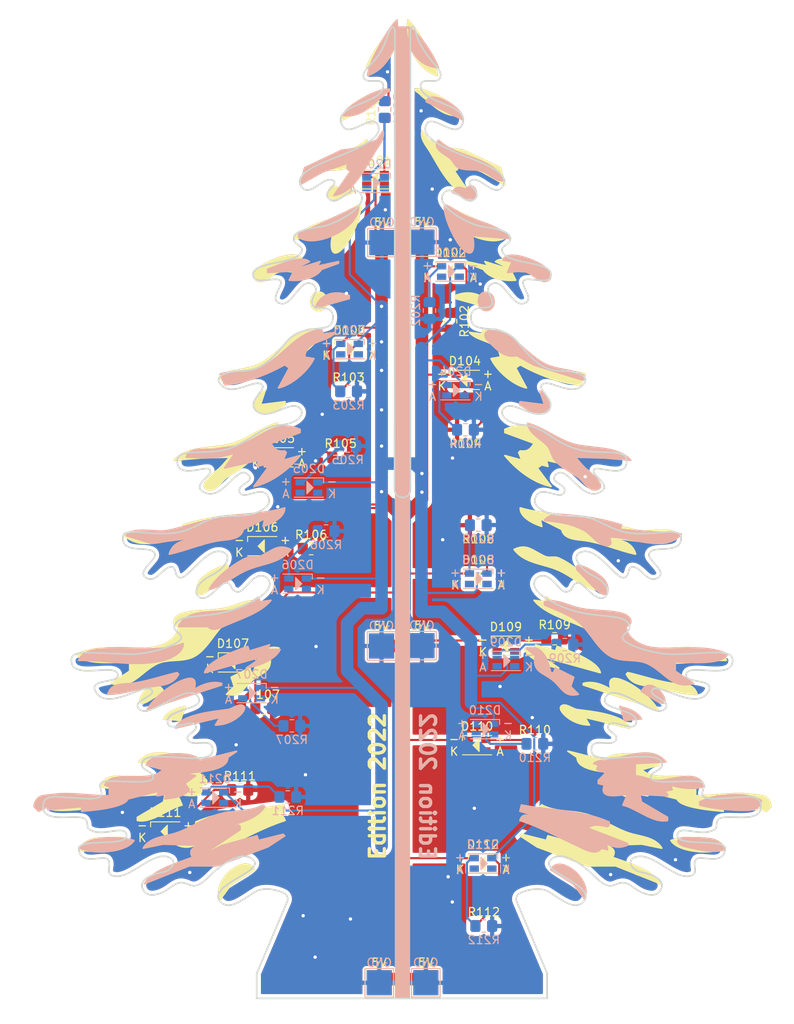
<source format=kicad_pcb>
(kicad_pcb (version 20211014) (generator pcbnew)
  (layers (0 "F.Cu" signal) (31 "B.Cu" signal) (34 "B.Paste" user) (35 "F.Paste" user) (36 "B.SilkS" user "B.Silkscreen") (37 "F.SilkS" user "F.Silkscreen") (38 "B.Mask" user) (39 "F.Mask" user) (44 "Edge.Cuts" user))
  (net 0 "")
  (net 1 "+5V")
  (net 2 "Net-(D101-Pad2)")
  (net 3 "Net-(D102-Pad2)")
  (net 4 "Net-(D103-Pad2)")
  (net 5 "Net-(D104-Pad2)")
  (net 6 "Net-(D105-Pad2)")
  (net 7 "Net-(D106-Pad2)")
  (net 8 "Net-(D107-Pad2)")
  (net 9 "Net-(D108-Pad2)")
  (net 10 "Net-(D109-Pad2)")
  (net 11 "Net-(D110-Pad2)")
  (net 12 "GND")
  (net 13 "Net-(D111-Pad2)")
  (net 14 "Net-(D112-Pad2)")
  (net 15 "Net-(D201-Pad2)")
  (net 16 "Net-(D202-Pad2)")
  (net 17 "Net-(D203-Pad2)")
  (net 18 "Net-(D204-Pad2)")
  (net 19 "Net-(D205-Pad2)")
  (net 20 "Net-(D206-Pad2)")
  (net 21 "Net-(D207-Pad2)")
  (net 22 "Net-(D208-Pad2)")
  (net 23 "Net-(D209-Pad2)")
  (net 24 "Net-(D210-Pad2)")
  (net 25 "Net-(D211-Pad2)")
  (net 26 "Net-(D212-Pad2)")
  (footprint "LED_SMD:LED_0807_Slow_Flashing_Diode" (layer "F.Cu") (at 108.92 115.565)
    (fp_text reference "D108")
    (fp_text value "LED")
  )
  (footprint "Resistor_SMD:R_0805_2012Metric_Pad1.20x1.40mm_HandSolder" (layer "F.Cu") (at 118.04 122.72)
    (fp_text reference "R109")
    (fp_text value "200")
  )
  (footprint "Resistor_SMD:R_0805_2012Metric_Pad1.20x1.40mm_HandSolder" (layer "F.Cu") (at 80.44 140.76)
    (fp_text reference "R111")
    (fp_text value "200")
  )
  (footprint "TestPoint:TestPoint_Pad_3.0x3.0mm" (layer "F.Cu") (at 97.09 163.76)
    (fp_text reference "5V")
    (fp_text value "5V")
  )
  (footprint "Resistor_SMD:R_0805_2012Metric_Pad1.20x1.40mm_HandSolder" (layer "F.Cu") (at 88.96 111.97)
    (fp_text reference "R106")
    (fp_text value "200")
  )
  (footprint "TestPoint:TestPoint_Pad_3.0x3.0mm" (layer "F.Cu") (at 97.36 123.59)
    (fp_text reference "5V")
    (fp_text value "TestPoint")
  )
  (footprint "LED_SMD:LED_0807_Slow_Flashing_Diode" (layer "F.Cu") (at 79.61 125.55)
    (fp_text reference "D107")
    (fp_text value "LED")
  )
  (footprint "Resistor_SMD:R_0805_2012Metric_Pad1.20x1.40mm_HandSolder" (layer "F.Cu") (at 92.48 101.09)
    (fp_text reference "R105")
    (fp_text value "200")
  )
  (footprint "TestPoint:TestPoint_Pad_3.0x3.0mm" (layer "F.Cu") (at 97.41 75.46)
    (fp_text reference "5V")
    (fp_text value "TestPoint")
  )
  (footprint "LED_SMD:LED_0807_Slow_Flashing_Diode" (layer "F.Cu") (at 96.65 67.91)
    (fp_text reference "D101")
    (fp_text value "LED")
  )
  (footprint "Resistor_SMD:R_0805_2012Metric_Pad1.20x1.40mm_HandSolder" (layer "F.Cu") (at 108.92 109.18 180)
    (fp_text reference "R108")
    (fp_text value "200")
  )
  (footprint "LED_SMD:LED_0807_Slow_Flashing_Diode" (layer "F.Cu") (at 108.78 135.425)
    (fp_text reference "D110")
    (fp_text value "LED")
  )
  (footprint "TestPoint:TestPoint_Pad_3.0x3.0mm" (layer "F.Cu") (at 102.19 75.41)
    (fp_text reference "5V")
    (fp_text value "TestPoint")
  )
  (footprint "Resistor_SMD:R_0805_2012Metric_Pad1.20x1.40mm_HandSolder" (layer "F.Cu") (at 83.29 131.03)
    (fp_text reference "R107")
    (fp_text value "200")
  )
  (footprint "LED_SMD:LED_0807_Slow_Flashing_Diode" (layer "F.Cu") (at 112.22 123.56)
    (fp_text reference "D109")
    (fp_text value "LED")
  )
  (footprint "Resistor_SMD:R_0805_2012Metric_Pad1.20x1.40mm_HandSolder" (layer "F.Cu") (at 93.43 93.21)
    (fp_text reference "R103")
    (fp_text value "200")
  )
  (footprint "TestPoint:TestPoint_Pad_3.0x3.0mm" (layer "F.Cu") (at 102.19 123.55)
    (fp_text reference "5V")
    (fp_text value "TestPoint")
  )
  (footprint "LED_SMD:LED_0807_Slow_Flashing_Diode" (layer "F.Cu") (at 105.59 78.915)
    (fp_text reference "D102")
    (fp_text value "LED")
  )
  (footprint "Resistor_SMD:R_0805_2012Metric_Pad1.20x1.40mm_HandSolder" (layer "F.Cu") (at 107.39 97.79 180)
    (fp_text reference "R104")
    (fp_text value "200")
  )
  (footprint "LED_SMD:LED_0807_Slow_Flashing_Diode" (layer "F.Cu") (at 83.12 111.68)
    (fp_text reference "D106")
    (fp_text value "LED")
  )
  (footprint "LED_SMD:LED_0807_Slow_Flashing_Diode" (layer "F.Cu") (at 85.1 101.08)
    (fp_text reference "D105")
    (fp_text value "LED")
  )
  (footprint "LED_SMD:LED_0807_Slow_Flashing_Diode" (layer "F.Cu") (at 107.32 91.845)
    (fp_text reference "D104")
    (fp_text value "LED")
  )
  (footprint "TestPoint:TestPoint_Pad_3.0x3.0mm" (layer "F.Cu") (at 102.66 163.75)
    (fp_text reference "5V")
    (fp_text value "5V")
  )
  (footprint "LED_SMD:LED_0807_Slow_Flashing_Diode" (layer "F.Cu") (at 109.49 149.525)
    (fp_text reference "D112")
    (fp_text value "LED")
  )
  (footprint "LED_SMD:LED_0807_Slow_Flashing_Diode" (layer "F.Cu") (at 93.54 88.18)
    (fp_text reference "D103")
    (fp_text value "LED")
  )
  (footprint "LED_SMD:LED_0807_Slow_Flashing_Diode" (layer "F.Cu") (at 71.53 145.72)
    (fp_text reference "D111")
    (fp_text value "LED")
  )
  (footprint "Resistor_SMD:R_0805_2012Metric_Pad1.20x1.40mm_HandSolder" (layer "F.Cu") (at 105.62 84.85 -90)
    (fp_text reference "R102")
    (fp_text value "200")
  )
  (footprint "Resistor_SMD:R_0805_2012Metric_Pad1.20x1.40mm_HandSolder" (layer "F.Cu") (at 115.68 135.26)
    (fp_text reference "R110")
    (fp_text value "200")
  )
  (footprint "Resistor_SMD:R_0805_2012Metric_Pad1.20x1.40mm_HandSolder" (layer "F.Cu") (at 97.76 59.59 90)
    (fp_text reference "R101")
    (fp_text value "200")
  )
  (footprint "Resistor_SMD:R_0805_2012Metric_Pad1.20x1.40mm_HandSolder" (layer "F.Cu") (at 109.58 156.99)
    (fp_text reference "R112")
    (fp_text value "200")
  )
  (footprint "Resistor_SMD:R_0805_2012Metric_Pad1.20x1.40mm_HandSolder" (layer "B.Cu") (at 86.65 133.12)
    (fp_text reference "R207")
    (fp_text value "200")
  )
  (footprint "Resistor_SMD:R_0805_2012Metric_Pad1.20x1.40mm_HandSolder" (layer "B.Cu") (at 93.33 99.73)
    (fp_text reference "R205")
    (fp_text value "200")
  )
  (footprint "LED_SMD:LED_0807_Slow_Flashing_Diode" (layer "B.Cu") (at 88.69 104.69 180)
    (fp_text reference "D205")
    (fp_text value "LED")
  )
  (footprint "TestPoint:TestPoint_Pad_3.0x3.0mm" (layer "B.Cu") (at 102.19 123.55 180)
    (fp_text reference "GND")
    (fp_text value "TestPoint")
  )
  (footprint "Resistor_SMD:R_0805_2012Metric_Pad1.20x1.40mm_HandSolder" (layer "B.Cu") (at 90.74 109.87)
    (fp_text reference "R206")
    (fp_text value "200")
  )
  (footprint "Resistor_SMD:R_0805_2012Metric_Pad1.20x1.40mm_HandSolder" (layer "B.Cu") (at 103.09 83.57 -90)
    (fp_text reference "R202")
    (fp_text value "200")
  )
  (footprint "Resistor_SMD:R_0805_2012Metric_Pad1.20x1.40mm_HandSolder" (layer "B.Cu") (at 97.73 59.57 90)
    (fp_text reference "R201")
    (fp_text value "200")
  )
  (footprint "LED_SMD:LED_0807_Slow_Flashing_Diode" (layer "B.Cu") (at 96.66 68.35 180)
    (fp_text reference "D201")
    (fp_text value "LED")
  )
  (footprint "TestPoint:TestPoint_Pad_3.0x3.0mm" (layer "B.Cu") (at 102.65 163.77 180)
    (fp_text reference "GND")
    (fp_text value "GND")
  )
  (footprint "LED_SMD:LED_0807_Slow_Flashing_Diode" (layer "B.Cu") (at 108.92 115.57 180)
    (fp_text reference "D208")
    (fp_text value "LED")
  )
  (footprint "Resistor_SMD:R_0805_2012Metric_Pad1.20x1.40mm_HandSolder" (layer "B.Cu") (at 107.39 97.79)
    (fp_text reference "R204")
    (fp_text value "200")
  )
  (footprint "LED_SMD:LED_0807_Slow_Flashing_Diode" (layer "B.Cu") (at 77.45 141.685 180)
    (fp_text reference "D211")
    (fp_text value "LED")
  )
  (footprint "Resistor_SMD:R_0805_2012Metric_Pad1.20x1.40mm_HandSolder" (layer "B.Cu") (at 109.58 157)
    (fp_text reference "R212")
    (fp_text value "200")
  )
  (footprint "LED_SMD:LED_0807_Slow_Flashing_Diode" (layer "B.Cu") (at 109.49 149.53 180)
    (fp_text reference "D212")
    (fp_text value "LED")
  )
  (footprint "TestPoint:TestPoint_Pad_3.0x3.0mm" (layer "B.Cu") (at 97.36 123.59 180)
    (fp_text reference "GND")
    (fp_text value "TestPoint")
  )
  (footprint "TestPoint:TestPoint_Pad_3.0x3.0mm" (layer "B.Cu") (at 97.41 75.46 180)
    (fp_text reference "GND")
    (fp_text value "TestPoint")
  )
  (footprint "LED_SMD:LED_0807_Slow_Flashing_Diode" (layer "B.Cu") (at 106.2 93.08 180)
    (fp_text reference "D204")
    (fp_text value "LED")
  )
  (footprint "Resistor_SMD:R_0805_2012Metric_Pad1.20x1.40mm_HandSolder" (layer "B.Cu") (at 93.43 93.21)
    (fp_text reference "R203")
    (fp_text value "200")
  )
  (footprint "TestPoint:TestPoint_Pad_3.0x3.0mm" (layer "B.Cu") (at 102.19 75.41 180)
    (fp_text reference "GND")
    (fp_text value "TestPoint")
  )
  (footprint "LED_SMD:LED_0807_Slow_Flashing_Diode" (layer "B.Cu") (at 112.22 125.37 180)
    (fp_text reference "D209")
    (fp_text value "LED")
  )
  (footprint "Resistor_SMD:R_0805_2012Metric_Pad1.20x1.40mm_HandSolder" (layer "B.Cu") (at 108.92 109.16)
    (fp_text reference "R208")
    (fp_text value "200")
  )
  (footprint "Resistor_SMD:R_0805_2012Metric_Pad1.20x1.40mm_HandSolder" (layer "B.Cu") (at 86.17 141.6)
    (fp_text reference "R211")
    (fp_text value "200")
  )
  (footprint "LED_SMD:LED_0807_Slow_Flashing_Diode" (layer "B.Cu") (at 105.6 78.91 180)
    (fp_text reference "D202")
    (fp_text value "LED")
  )
  (footprint "Resistor_SMD:R_0805_2012Metric_Pad1.20x1.40mm_HandSolder" (layer "B.Cu") (at 119.26 123.42)
    (fp_text reference "R209")
    (fp_text value "200")
  )
  (footprint "LED_SMD:LED_0807_Slow_Flashing_Diode" (layer "B.Cu") (at 109.72 133.51 180)
    (fp_text reference "D210")
    (fp_text value "LED")
  )
  (footprint "Resistor_SMD:R_0805_2012Metric_Pad1.20x1.40mm_HandSolder" (layer "B.Cu") (at 115.68 135.26)
    (fp_text reference "R210")
    (fp_text value "200")
  )
  (footprint "TestPoint:TestPoint_Pad_3.0x3.0mm" (layer "B.Cu") (at 97.09 163.77 180)
    (fp_text reference "GND")
    (fp_text value "GND")
  )
  (footprint "LED_SMD:LED_0807_Slow_Flashing_Diode" (layer "B.Cu") (at 87.34 116.16 180)
    (fp_text reference "D206")
    (fp_text value "LED")
  )
  (footprint "LED_SMD:LED_0807_Slow_Flashing_Diode" (layer "B.Cu") (at 93.55 88.17 180)
    (fp_text reference "D203")
    (fp_text value "LED")
  )
  (footprint "LED_SMD:LED_0807_Slow_Flashing_Diode" (layer "B.Cu") (at 81.84 129.21 180)
    (fp_text reference "D207")
    (fp_text value "LED")
  )
  (gr_poly (pts (xy 89.08955 85.826897) (xy 89.186662 85.839604) (xy 89.283286 85.85918) (xy 89.379311 85.885943) (xy 89.474626 85.920212) (xy 89.569121 85.962303) (xy 89.662687 86.012535) (xy 89.730213 86.055013) (xy 89.789577 86.09851) (xy 89.841092 86.142948) (xy 89.885075 86.18825) (xy 89.92184 86.234337) (xy 89.951703 86.281132) (xy 89.97498 86.328557) (xy 89.991985 86.376534) (xy 90.003035 86.424986) (xy 90.008444 86.473835) (xy 90.008528 86.523003) (xy 90.003603 86.572413) (xy 89.993983 86.621986) (xy 89.979984 86.671644) (xy 89.961921 86.721311) (xy 89.94011 86.770908) (xy 89.914867 86.820358) (xy 89.886505 86.869583) (xy 89.855342 86.918505) (xy 89.821692 86.967045) (xy 89.748193 87.062674) (xy 89.668532 87.155847) (xy 89.58523 87.245942) (xy 89.500813 87.332337) (xy 89.33872 87.491539) (xy 88.988564 87.831632) (xy 88.816712 87.993398) (xy 88.645433 88.14784) (xy 88.473542 88.293603) (xy 88.299856 88.429333) (xy 88.123191 88.553675) (xy 87.942364 88.665277) (xy 87.75619 88.762783) (xy 87.660729 88.805827) (xy 87.563487 88.84484) (xy 87.464316 88.879652) (xy 87.363069 88.910094) (xy 87.259598 88.935997) (xy 87.153755 88.957191) (xy 87.045391 88.973508) (xy 86.934359 88.984777) (xy 86.82051 88.99083) (xy 86.703698 88.991498) (xy 86.583773 88.986611) (xy 86.460589 88.976) (xy 86.333996 88.959495) (xy 86.203847 88.936928) (xy 84.183606 90.062584) (xy 78.306523 91.875481) (xy 78.122869 91.691818) (xy 78.122869 91.324501) (xy 78.122846 91.324501) (xy 78.399643 91.190275) (xy 78.676295 91.075077) (xy 78.952796 90.976437) (xy 79.22914 90.891888) (xy 79.505321 90.81896) (xy 79.781331 90.755184) (xy 80.332815 90.645213) (xy 80.883542 90.542225) (xy 81.433459 90.426466) (xy 81.708098 90.357627) (xy 81.982515 90.278188) (xy 82.256705 90.185681) (xy 82.53066 90.077637) (xy 82.818078 89.944327) (xy 83.101151 89.792584) (xy 83.380143 89.624432) (xy 83.655315 89.441897) (xy 83.926929 89.247005) (xy 84.195248 89.041781) (xy 84.460532 88.828251) (xy 84.723045 88.608441) (xy 85.240805 88.15808) (xy 85.750623 87.706903) (xy 86.254595 87.271115) (xy 86.505045 87.064056) (xy 86.754819 86.866921) (xy 87.052924 86.642308) (xy 87.214723 86.526104) (xy 87.383841 86.410689) (xy 87.559395 86.298606) (xy 87.740503 86.192396) (xy 87.92628 86.094602) (xy 88.115844 86.007765) (xy 88.308311 85.934427) (xy 88.502799 85.877129) (xy 88.600524 85.85529) (xy 88.698423 85.838414) (xy 88.796386 85.826819) (xy 88.894301 85.820823) (xy 88.99206 85.820743)) (layer "F.Cu") (width 0.2) (fill solid))
  (gr_poly (pts (xy 113.919283 97.362597) (xy 114.130099 97.376242) (xy 114.338072 97.401353) (xy 114.543458 97.43721) (xy 114.746513 97.483093) (xy 114.947491 97.538282) (xy 115.146648 97.602056) (xy 115.540523 97.752485) (xy 115.930181 97.928621) (xy 116.317668 98.124704) (xy 117.094303 98.553677) (xy 117.886782 98.993335) (xy 118.294075 99.202773) (xy 118.711461 99.397606) (xy 118.925512 99.485363) (xy 119.139868 99.561739) (xy 119.354578 99.627913) (xy 119.569694 99.685059) (xy 119.785264 99.734355) (xy 120.00134 99.776977) (xy 120.43521 99.846906) (xy 121.31123 99.95844) (xy 121.754184 100.018869) (xy 121.977073 100.054367) (xy 122.200971 100.094956) (xy 122.310146 100.113194) (xy 122.423313 100.126775) (xy 122.660025 100.142134) (xy 122.907907 100.14537) (xy 123.163757 100.140823) (xy 123.686561 100.125733) (xy 123.947114 100.123868) (xy 124.202832 100.131574) (xy 124.450517 100.15319) (xy 124.570346 100.17057) (xy 124.686966 100.193054) (xy 124.799977 100.221186) (xy 124.908979 100.255507) (xy 125.013572 100.296559) (xy 125.113356 100.344885) (xy 125.207931 100.401027) (xy 125.296896 100.465528) (xy 125.379852 100.53893) (xy 125.456399 100.621775) (xy 125.526136 100.714605) (xy 125.588663 100.817964) (xy 125.64358 100.932392) (xy 125.690488 101.058434) (xy 124.16575 101.110257) (xy 123.448526 101.120673) (xy 123.095727 101.116425) (xy 122.744718 101.103748) (xy 122.393935 101.081044) (xy 122.041813 101.046721) (xy 121.686791 100.999184) (xy 121.327302 100.936836) (xy 120.961784 100.858084) (xy 120.588672 100.761333) (xy 120.206403 100.644988) (xy 119.813413 100.507454) (xy 121.099027 102.34404) (xy 117.05853 101.425751) (xy 117.242192 102.160393) (xy 116.507558 101.97673) (xy 115.956578 102.34404) (xy 117.60951 104.547943) (xy 117.214407 104.452832) (xy 116.822052 104.332522) (xy 116.433305 104.188571) (xy 116.049026 104.022538) (xy 115.670079 103.835979) (xy 115.297322 103.630454) (xy 114.931619 103.40752) (xy 114.573829 103.168735) (xy 114.224814 102.915656) (xy 113.885435 102.649843) (xy 113.556553 102.372853) (xy 113.23903 102.086243) (xy 112.933727 101.791572) (xy 112.641504 101.490398) (xy 112.363222 101.184278) (xy 112.099744 100.874771) (xy 114.119985 101.425743) (xy 113.752668 100.507446) (xy 113.93633 100.323784) (xy 114.093151 100.337466) (xy 114.167239 100.340962) (xy 114.238597 100.342208) (xy 114.307337 100.341191) (xy 114.373575 100.337896) (xy 114.437423 100.332309) (xy 114.498995 100.324414) (xy 114.558404 100.314199) (xy 114.615765 100.301648) (xy 114.67119 100.286746) (xy 114.724794 100.269481) (xy 114.77669 100.249836) (xy 114.826991 100.227799) (xy 114.875811 100.203354) (xy 114.923265 100.176487) (xy 114.969464 100.147184) (xy 115.014524 100.11543) (xy 115.058557 100.081211) (xy 115.101677 100.044512) (xy 115.143997 100.005319) (xy 115.185633 99.963619) (xy 115.226696 99.919395) (xy 115.2673 99.872634) (xy 115.347588 99.771444) (xy 115.427405 99.659933) (xy 115.50766 99.537986) (xy 115.589261 99.405487) (xy 112.099744 98.119873) (xy 112.099744 97.752579) (xy 112.342503 97.648584) (xy 112.580374 97.561814) (xy 112.813614 97.491549) (xy 113.042478 97.437069) (xy 113.267221 97.397653) (xy 113.4881 97.372582) (xy 113.705368 97.361137)) (layer "F.Cu") (width 0.2) (fill solid))
  (gr_poly (pts (xy 85.836537 143.299942) (xy 84.550924 143.667267) (xy 84.550924 143.850922) (xy 84.67443 143.826198) (xy 84.791103 143.805472) (xy 84.901176 143.789576) (xy 85.004878 143.779346) (xy 85.054412 143.776615) (xy 85.102441 143.775614) (xy 85.148992 143.776445) (xy 85.194096 143.779214) (xy 85.23778 143.784025) (xy 85.280073 143.790981) (xy 85.321006 143.800187) (xy 85.360605 143.811747) (xy 85.398901 143.825765) (xy 85.435922 143.842346) (xy 85.471698 143.861594) (xy 85.506256 143.883613) (xy 85.539626 143.908507) (xy 85.571836 143.936381) (xy 85.602917 143.967339) (xy 85.632895 144.001484) (xy 85.661802 144.038921) (xy 85.689664 144.079755) (xy 85.716512 144.124089) (xy 85.742373 144.172028) (xy 85.767278 144.223676) (xy 85.791254 144.279138) (xy 85.814331 144.338516) (xy 85.836537 144.401917) (xy 85.385228 144.551394) (xy 84.938886 144.710794) (xy 84.058575 145.055777) (xy 83.190544 145.429684) (xy 82.329734 145.825331) (xy 80.609537 146.65312) (xy 79.740029 147.070899) (xy 78.857503 147.48169) (xy 78.169326 147.807514) (xy 77.981311 147.89025) (xy 77.79038 147.967098) (xy 77.598269 148.034858) (xy 77.406714 148.09033) (xy 77.311687 148.112459) (xy 77.217451 148.130315) (xy 77.124221 148.1435) (xy 77.032216 148.151612) (xy 76.941652 148.154253) (xy 76.852746 148.151022) (xy 76.765715 148.141519) (xy 76.680776 148.125345) (xy 76.598146 148.102098) (xy 76.518042 148.07138) (xy 76.440681 148.03279) (xy 76.366281 147.985928) (xy 76.295057 147.930395) (xy 76.227228 147.865789) (xy 76.16301 147.791712) (xy 76.10262 147.707764) (xy 75.367986 147.891434) (xy 75.551648 147.156799) (xy 75.378064 147.235938) (xy 75.210553 147.30799) (xy 75.048184 147.37254) (xy 74.890021 147.429175) (xy 74.735132 147.47748) (xy 74.582583 147.51704) (xy 74.431441 147.54744) (xy 74.280771 147.568266) (xy 74.129641 147.579103) (xy 73.977117 147.579538) (xy 73.822266 147.569154) (xy 73.664153 147.547537) (xy 73.501846 147.514274) (xy 73.33441 147.468948) (xy 73.160913 147.411147) (xy 72.98042 147.340454) (xy 72.98042 147.156799) (xy 77.755551 145.320206) (xy 77.688455 145.266528) (xy 77.620783 145.217678) (xy 77.552546 145.173482) (xy 77.48375 145.133767) (xy 77.414407 145.098358) (xy 77.344524 145.067083) (xy 77.274112 145.039768) (xy 77.203178 145.01624) (xy 77.131732 144.996325) (xy 77.059784 144.979849) (xy 76.914413 144.956523) (xy 76.76714 144.944875) (xy 76.618036 144.943516) (xy 76.467174 144.951059) (xy 76.314626 144.966115) (xy 76.160464 144.987298) (xy 76.004761 145.01322) (xy 75.367986 145.136536) (xy 75.184323 144.952881) (xy 75.184323 144.585556) (xy 75.808714 144.331722) (xy 76.439802 144.111039) (xy 77.077006 143.920048) (xy 77.719746 143.75529) (xy 78.367441 143.613306) (xy 79.019508 143.490638) (xy 80.334439 143.28941) (xy 82.991213 142.96654) (xy 84.323757 142.789555) (xy 84.989035 142.685069) (xy 85.652875 142.565308)) (layer "F.Cu") (width 0.2) (fill solid))
  (gr_poly (pts (xy 71.327492 132.280411) (xy 71.327481 132.280426) (xy 71.327489 132.280411)) (layer "F.Cu") (width 0.2) (fill solid))
  (gr_poly (pts (xy 82.897992 94.814018) (xy 85.836537 94.446709) (xy 85.836537 94.814018) (xy 85.836545 94.814018) (xy 85.229194 95.191865) (xy 84.887004 95.389415) (xy 84.709547 95.48364) (xy 84.529092 95.572276) (xy 84.346574 95.653407) (xy 84.162924 95.725117) (xy 83.979078 95.78549) (xy 83.795968 95.832609) (xy 83.614527 95.864557) (xy 83.524724 95.874244) (xy 83.435688 95.87942) (xy 83.347536 95.879845) (xy 83.260385 95.875279) (xy 83.174351 95.865484) (xy 83.089551 95.85022) (xy 82.940741 95.81215) (xy 82.807566 95.765724) (xy 82.689495 95.711483) (xy 82.585996 95.649964) (xy 82.496539 95.581707) (xy 82.420593 95.507251) (xy 82.357627 95.427134) (xy 82.307109 95.341896) (xy 82.26851 95.252075) (xy 82.241298 95.158212) (xy 82.224943 95.060843) (xy 82.218912 94.960509) (xy 82.222676 94.857749) (xy 82.235703 94.753101) (xy 82.257463 94.647105) (xy 82.287424 94.540299) (xy 82.325056 94.433222) (xy 82.369828 94.326413) (xy 82.421208 94.220412) (xy 82.478666 94.115758) (xy 82.541671 94.012988) (xy 82.609692 93.912643) (xy 82.682198 93.815261) (xy 82.758658 93.721381) (xy 82.838541 93.631542) (xy 82.921316 93.546283) (xy 83.006453 93.466143) (xy 83.09342 93.391662) (xy 83.181686 93.323377) (xy 83.270721 93.261828) (xy 83.359993 93.207555) (xy 83.448972 93.161095)) (layer "F.Cu") (width 0.2) (fill solid))
  (gr_poly (pts (xy 109.528516 85.814737) (xy 109.528508 85.814736) (xy 109.528516 85.814736)) (layer "F.Cu") (width 0.2) (fill solid))
  (gr_poly (pts (xy 79.041158 114.098198) (xy 79.041158 114.465508) (xy 79.04115 114.465508) (xy 78.911743 114.583084) (xy 78.751969 114.741571) (xy 78.358664 115.153866) (xy 77.895923 115.647571) (xy 77.398435 116.167868) (xy 77.1475 116.420857) (xy 76.900886 116.659936) (xy 76.662929 116.878252) (xy 76.437965 117.068954) (xy 76.23033 117.225189) (xy 76.134366 117.288239) (xy 76.04436 117.340104) (xy 75.960854 117.379925) (xy 75.884391 117.406846) (xy 75.815511 117.420011) (xy 75.754758 117.418564) (xy 75.689851 117.404722) (xy 75.631175 117.385251) (xy 75.578511 117.360477) (xy 75.531638 117.33073) (xy 75.490334 117.296338) (xy 75.45438 117.257629) (xy 75.423554 117.214931) (xy 75.397637 117.168574) (xy 75.376407 117.118884) (xy 75.359645 117.06619) (xy 75.347128 117.010822) (xy 75.338637 116.953106) (xy 75.333952 116.893372) (xy 75.332851 116.831947) (xy 75.335114 116.769161) (xy 75.34052 116.705341) (xy 75.35988 116.575912) (xy 75.389166 116.446289) (xy 75.426613 116.319098) (xy 75.470457 116.196965) (xy 75.518932 116.082517) (xy 75.570273 115.97838) (xy 75.622717 115.887181) (xy 75.674497 115.811546) (xy 75.807056 115.651311) (xy 75.957678 115.494533) (xy 76.124389 115.341664) (xy 76.305215 115.193152) (xy 76.498181 115.049447) (xy 76.701314 114.910999) (xy 76.91264 114.778258) (xy 77.130183 114.651671) (xy 77.351971 114.531691) (xy 77.576029 114.418765) (xy 77.800383 114.313343) (xy 78.023058 114.215876) (xy 78.242081 114.126812) (xy 78.455478 114.0466) (xy 78.661274 113.975692) (xy 78.857495 113.914536)) (layer "F.Cu") (width 0.2) (fill solid))
  (gr_poly (pts (xy 134.897062 146.471532) (xy 135.39136 146.493494) (xy 135.878083 146.539054) (xy 136.348776 146.610461) (xy 136.794987 146.709967) (xy 137.00627 146.770961) (xy 137.208263 146.839823) (xy 137.399909 146.916834) (xy 137.580151 147.002278) (xy 137.747933 147.096434) (xy 137.902199 147.199583) (xy 138.04189 147.312008) (xy 138.165952 147.43399) (xy 138.273327 147.56581) (xy 138.362958 147.707749) (xy 138.220101 147.775461) (xy 138.062905 147.83764) (xy 137.709732 147.945119) (xy 137.311916 148.029639) (xy 136.877933 148.09065) (xy 136.416262 148.127605) (xy 135.935379 148.139954) (xy 135.443762 148.127148) (xy 134.949887 148.08864) (xy 134.462233 148.023881) (xy 133.989275 147.932323) (xy 133.539492 147.813416) (xy 133.121359 147.666612) (xy 132.926812 147.582578) (xy 132.743356 147.491363) (xy 132.572051 147.3929) (xy 132.413958 147.28712) (xy 132.270135 147.173955) (xy 132.141643 147.053335) (xy 132.029541 146.925193) (xy 131.934888 146.789459) (xy 132.245537 146.70926) (xy 132.60778 146.636904) (xy 133.013165 146.57464) (xy 133.453239 146.524721) (xy 133.919548 146.489396) (xy 134.40364 146.470916)) (layer "F.Cu") (width 0.2) (fill solid))
  (gr_poly (pts (xy 109.808577 85.858677) (xy 110.078335 85.914189) (xy 110.338377 85.9807) (xy 110.589295 86.057638) (xy 110.831685 86.144433) (xy 111.066141 86.240512) (xy 111.293257 86.345305) (xy 111.513627 86.458239) (xy 111.727846 86.578743) (xy 111.936508 86.706246) (xy 112.339537 86.979963) (xy 112.727469 87.274818) (xy 113.105058 87.586239) (xy 114.607059 88.906151) (xy 115.004241 89.231828) (xy 115.419604 89.546641) (xy 115.857901 89.846019) (xy 116.087136 89.988491) (xy 116.323888 90.125389) (xy 116.637227 90.282807) (xy 116.956385 90.412162) (xy 117.280675 90.516782) (xy 117.609407 90.599997) (xy 117.941893 90.665137) (xy 118.277444 90.715529) (xy 118.615371 90.754505) (xy 118.954985 90.785393) (xy 119.63652 90.836222) (xy 120.31654 90.894651) (xy 120.654259 90.935039) (xy 120.989533 90.987314) (xy 121.321674 91.054807) (xy 121.649991 91.140846) (xy 121.099012 92.426453) (xy 120.641704 92.379783) (xy 120.180882 92.314876) (xy 119.717576 92.23271) (xy 119.252814 92.134262) (xy 118.787623 92.020511) (xy 118.323031 91.892434) (xy 117.860068 91.751009) (xy 117.399761 91.597214) (xy 116.943139 91.432027) (xy 116.49123 91.256427) (xy 116.045061 91.07139) (xy 115.605662 90.877896) (xy 115.17406 90.676921) (xy 114.751284 90.469444) (xy 113.936322 90.038895) (xy 113.38535 90.406204) (xy 114.670957 92.79377) (xy 114.520244 92.757405) (xy 114.367823 92.713514) (xy 114.059023 92.60429) (xy 113.746889 92.468366) (xy 113.433753 92.308012) (xy 113.121946 92.125498) (xy 112.813802 91.923093) (xy 112.511652 91.703065) (xy 112.217827 91.467685) (xy 111.93466 91.219221) (xy 111.664484 90.959943) (xy 111.409629 90.692119) (xy 111.172428 90.41802) (xy 110.955213 90.139915) (xy 110.760317 89.860072) (xy 110.59007 89.580762) (xy 110.446805 89.304253) (xy 111.548757 89.12059) (xy 111.527319 88.933261) (xy 111.493363 88.759687) (xy 111.447539 88.599109) (xy 111.390496 88.450768) (xy 111.322883 88.313903) (xy 111.245351 88.187757) (xy 111.158549 88.071568) (xy 111.063126 87.964579) (xy 110.959732 87.866029) (xy 110.849016 87.77516) (xy 110.731628 87.691211) (xy 110.608218 87.613423) (xy 110.345928 87.473294) (xy 110.067343 87.348697) (xy 109.48207 87.121799) (xy 109.185776 87.007347) (xy 108.893972 86.884127) (xy 108.611853 86.746063) (xy 108.47605 86.669565) (xy 108.344617 86.587079) (xy 108.218204 86.497844) (xy 108.09746 86.401101) (xy 107.983034 86.29609) (xy 107.875577 86.182053) (xy 109.344854 86.365715) (xy 109.528516 85.814737)) (layer "F.Cu") (width 0.2) (fill solid))
  (gr_poly (pts (xy 70.596229 128.321361) (xy 70.753564 128.37949) (xy 70.906657 128.471321) (xy 71.054208 128.599408) (xy 71.194918 128.766304) (xy 71.327489 128.974564) (xy 71.053377 129.158584) (xy 70.778458 129.34123) (xy 70.502335 129.522088) (xy 70.224614 129.700745) (xy 69.860952 129.935665) (xy 69.769427 129.993768) (xy 69.677371 130.050831) (xy 69.584638 130.106461) (xy 69.491086 130.160263) (xy 69.271943 130.273713) (xy 69.083631 130.351917) (xy 68.92485 130.397428) (xy 68.794303 130.4128) (xy 68.690689 130.400587) (xy 68.61271 130.363341) (xy 68.559067 130.303618) (xy 68.52846 130.22397) (xy 68.519591 130.126951) (xy 68.531161 130.015115) (xy 68.561871 129.891016) (xy 68.610421 129.757206) (xy 68.675513 129.61624) (xy 68.755848 129.470672) (xy 68.850127 129.323055) (xy 68.95705 129.175943) (xy 69.075318 129.031888) (xy 69.203633 128.893446) (xy 69.340696 128.76317) (xy 69.485207 128.643613) (xy 69.635868 128.537329) (xy 69.79138 128.446871) (xy 69.950442 128.374794) (xy 70.111758 128.323651) (xy 70.274027 128.295995) (xy 70.43595 128.29438)) (layer "F.Cu") (width 0.2) (fill solid))
  (gr_poly (pts (xy 125.506848 137.606476) (xy 124.221234 137.055496) (xy 124.325106 136.966819) (xy 124.449836 136.885167) (xy 124.593927 136.81056) (xy 124.755882 136.743014) (xy 124.934205 136.682548) (xy 125.127398 136.629178) (xy 125.552407 136.543798) (xy 126.018933 136.487017) (xy 126.514999 136.458974) (xy 127.02863 136.45981) (xy 127.547849 136.489666) (xy 128.06068 136.548683) (xy 128.555147 136.637001) (xy 129.019274 136.754761) (xy 129.236217 136.824726) (xy 129.441084 136.902104) (xy 129.632377 136.986913) (xy 129.808601 137.07917) (xy 129.968257 137.178893) (xy 130.109849 137.2861) (xy 130.23188 137.400808) (xy 130.332853 137.523035) (xy 130.41127 137.652798) (xy 130.465634 137.790116) (xy 128.445401 138.34111) (xy 128.623204 138.502887) (xy 128.813325 138.643222) (xy 129.014792 138.763584) (xy 129.226633 138.865444) (xy 129.447877 138.950275) (xy 129.677552 139.019545) (xy 129.914686 139.074727) (xy 130.158306 139.117292) (xy 130.661121 139.17045) (xy 131.178221 139.190787) (xy 132.224178 139.180065) (xy 132.737484 139.17254) (xy 133.233975 139.179261) (xy 133.705878 139.211996) (xy 133.930178 139.241795) (xy 134.145415 139.28251) (xy 134.350618 139.335612) (xy 134.544813 139.402571) (xy 134.72703 139.484859) (xy 134.896297 139.583946) (xy 135.051641 139.701303) (xy 135.192091 139.838401) (xy 135.316675 139.996711) (xy 135.424421 140.177704) (xy 134.873441 140.361359) (xy 134.873441 141.463318) (xy 135.283828 141.465404) (xy 135.69772 141.456713) (xy 136.533342 141.414794) (xy 138.217176 141.287417) (xy 139.054669 141.233155) (xy 139.882069 141.205978) (xy 140.290309 141.207421) (xy 140.694016 141.221484) (xy 141.09252 141.250118) (xy 141.48515 141.295273) (xy 141.706758 141.32253) (xy 141.922053 141.344014) (xy 142.330846 141.381877) (xy 142.522912 141.404364) (xy 142.705805 141.433296) (xy 142.793587 141.451132) (xy 142.878807 141.471724) (xy 142.961376 141.495455) (xy 143.041204 141.522705) (xy 143.118201 141.553857) (xy 143.192279 141.589292) (xy 143.263348 141.629392) (xy 143.331318 141.674539) (xy 143.396101 141.725115) (xy 143.457605 141.781501) (xy 143.515743 141.84408) (xy 143.570424 141.913232) (xy 143.62156 141.989341) (xy 143.66906 142.072787) (xy 143.712835 142.163952) (xy 143.752796 142.263219) (xy 143.788853 142.370968) (xy 143.820917 142.487582) (xy 143.848899 142.613443) (xy 143.872708 142.748932) (xy 143.321729 143.299912) (xy 142.219785 142.748932) (xy 142.219785 143.116257) (xy 138.179288 142.748932) (xy 138.179288 143.299912) (xy 137.624654 143.253176) (xy 136.881395 143.179867) (xy 136.02467 143.07371) (xy 135.577243 143.006354) (xy 135.129634 142.928433) (xy 134.691236 142.839163) (xy 134.271445 142.737761) (xy 133.879654 142.623441) (xy 133.525258 142.495421) (xy 133.36502 142.426027) (xy 133.217653 142.352915) (xy 133.084332 142.275985) (xy 132.966232 142.195139) (xy 132.864527 142.11028) (xy 132.78039 142.02131) (xy 132.714998 141.92813) (xy 132.669522 141.830643) (xy 128.99635 140.912354) (xy 129.180005 141.463333) (xy 128.078061 141.279663) (xy 128.261716 141.830658) (xy 127.844988 141.779481) (xy 127.437913 141.725109) (xy 127.238693 141.69336) (xy 127.042724 141.656773) (xy 126.850283 141.614003) (xy 126.661651 141.563704) (xy 126.477106 141.504528) (xy 126.296927 141.435131) (xy 126.121393 141.354165) (xy 125.950783 141.260285) (xy 125.867411 141.208082) (xy 125.785376 141.152145) (xy 125.704711 141.092306) (xy 125.625451 141.028398) (xy 125.547631 140.960251) (xy 125.471287 140.887698) (xy 125.396453 140.81057) (xy 125.323163 140.728699) (xy 125.874143 139.99408) (xy 124.588529 139.07579) (xy 125.323163 138.892121) (xy 125.323163 138.708466) (xy 124.767455 138.665467) (xy 124.074206 138.601567) (xy 123.696681 138.556715) (xy 123.309584 138.500562) (xy 122.921184 138.431082) (xy 122.539754 138.346251) (xy 122.173564 138.244042) (xy 121.998768 138.185788) (xy 121.830884 138.12243) (xy 121.670946 138.053715) (xy 121.519986 137.97939) (xy 121.37904 137.899202) (xy 121.249141 137.812898) (xy 121.131323 137.720223) (xy 121.026619 137.620926) (xy 120.936064 137.514753) (xy 120.860691 137.401451) (xy 120.801535 137.280766) (xy 120.759629 137.152446) (xy 120.736006 137.016238) (xy 120.731702 136.871887) (xy 119.62975 136.137253) (xy 119.629766 136.137207)) (layer "F.Cu") (width 0.2) (fill solid))
  (gr_poly (pts (xy 113.2017 112.077955) (xy 113.201696 112.077957) (xy 113.201696 112.07795)) (layer "F.Cu") (width 0.2) (fill solid))
  (gr_poly (pts (xy 66.24957 146.459266) (xy 66.366487 146.469337) (xy 66.477972 146.486166) (xy 66.531084 146.497445) (xy 66.582124 146.510809) (xy 66.630855 146.526391) (xy 66.67704 146.544323) (xy 66.720441 146.564737) (xy 66.760819 146.587764) (xy 66.797938 146.613537) (xy 66.831559 146.642187) (xy 66.861444 146.673847) (xy 66.887357 146.708649) (xy 66.921446 146.76995) (xy 66.942541 146.829141) (xy 66.951359 146.886249) (xy 66.948616 146.941295) (xy 66.935025 146.994304) (xy 66.911304 147.0453) (xy 66.878168 147.094308) (xy 66.836333 147.14135) (xy 66.786514 147.186451) (xy 66.729427 147.229636) (xy 66.665787 147.270927) (xy 66.59631 147.310349) (xy 66.442708 147.383681) (xy 66.274346 147.449825) (xy 66.096949 147.508972) (xy 65.916242 147.561314) (xy 65.567798 147.646349) (xy 65.083089 147.743195) (xy 64.717538 147.814563) (xy 64.350314 147.880505) (xy 63.98216 147.941107) (xy 63.61382 147.99646) (xy 63.332334 148.031806) (xy 63.192675 148.045363) (xy 63.053648 148.055956) (xy 62.915185 148.063418) (xy 62.777218 148.067584) (xy 62.639679 148.068287) (xy 62.502502 148.065361) (xy 62.365617 148.058641) (xy 62.228956 148.047961) (xy 62.092453 148.033154) (xy 61.956039 148.014055) (xy 61.819646 147.990498) (xy 61.683207 147.962317) (xy 61.546653 147.929346) (xy 61.409917 147.891419) (xy 61.409925 147.891419) (xy 61.454788 147.747728) (xy 61.508757 147.61428) (xy 61.571411 147.490696) (xy 61.642326 147.376599) (xy 61.721081 147.27161) (xy 61.807252 147.175352) (xy 61.900417 147.087445) (xy 62.000153 147.007513) (xy 62.106039 146.935178) (xy 62.217651 146.87006) (xy 62.334567 146.811782) (xy 62.456365 146.759967) (xy 62.712915 146.674211) (xy 62.98392 146.609766) (xy 63.266001 146.56361) (xy 63.555778 146.532717) (xy 63.849869 146.514063) (xy 64.144896 146.504624) (xy 65.266751 146.498535) (xy 65.438851 146.489314) (xy 65.65009 146.473335) (xy 65.885254 146.459048) (xy 66.007052 146.455178) (xy 66.129125 146.454899)) (layer "F.Cu") (width 0.2) (fill solid))
  (gr_poly (pts (xy 95.57045 63.224721) (xy 95.570447 63.224716) (xy 95.570455 63.224716)) (layer "F.Cu") (width 0.2) (fill solid))
  (gr_poly (pts (xy 73.34773 132.464081) (xy 71.327492 132.280411) (xy 71.441718 132.111872) (xy 71.564102 131.958541) (xy 71.694215 131.819364) (xy 71.831639 131.693269) (xy 71.975956 131.579188) (xy 72.126746 131.47605) (xy 72.283593 131.382785) (xy 72.446077 131.298323) (xy 72.61378 131.221594) (xy 72.786284 131.151529) (xy 72.96317 131.087056) (xy 73.144021 131.027107) (xy 73.515943 130.916498) (xy 73.898702 130.811142)) (layer "F.Cu") (width 0.2) (fill solid))
  (gr_poly (pts (xy 117.058529 117.771366) (xy 117.058522 117.771362) (xy 117.05853 117.771362)) (layer "F.Cu") (width 0.2) (fill solid))
  (gr_poly (pts (xy 86.840168 76.972574) (xy 87.002674 76.98412) (xy 87.155347 77.007239) (xy 87.297092 77.042608) (xy 87.426815 77.090908) (xy 87.54342 77.152815) (xy 87.645814 77.229009) (xy 87.732901 77.320168) (xy 87.803587 77.42697) (xy 87.856778 77.550095) (xy 86.754827 77.733757) (xy 87.305799 79.019371) (xy 87.006691 78.989669) (xy 86.707386 78.953022) (xy 86.408205 78.917241) (xy 86.10947 78.890137) (xy 85.960369 78.882279) (xy 85.8115 78.879519) (xy 85.662903 78.882833) (xy 85.514617 78.893198) (xy 85.366684 78.91159) (xy 85.219143 78.938984) (xy 85.072034 78.976359) (xy 84.925397 79.024689) (xy 84.857283 79.052366) (xy 84.787964 79.085158) (xy 84.645926 79.164062) (xy 84.499712 79.257337) (xy 84.349749 79.360922) (xy 84.040288 79.582778) (xy 83.881645 79.692926) (xy 83.720965 79.797137) (xy 83.558674 79.891352) (xy 83.477059 79.933441) (xy 83.395202 79.971508) (xy 83.313156 80.005044) (xy 83.230975 80.033543) (xy 83.148712 80.056497) (xy 83.066421 80.073397) (xy 82.984156 80.083737) (xy 82.901969 80.087008) (xy 82.819914 80.082702) (xy 82.738045 80.070313) (xy 82.656415 80.049333) (xy 82.575078 80.019253) (xy 82.494087 79.979566) (xy 82.413495 79.929764) (xy 82.357053 79.88723) (xy 82.308484 79.842592) (xy 82.267465 79.796015) (xy 82.23367 79.747662) (xy 82.206777 79.697698) (xy 82.186461 79.646288) (xy 82.172399 79.593596) (xy 82.164267 79.539786) (xy 82.161741 79.485022) (xy 82.164497 79.429469) (xy 82.172212 79.373292) (xy 82.184561 79.316654) (xy 82.201221 79.259721) (xy 82.221868 79.202656) (xy 82.246177 79.145623) (xy 82.273826 79.088788) (xy 82.30449 79.032315) (xy 82.337845 78.976367) (xy 82.411335 78.866707) (xy 82.491705 78.761124) (xy 82.576363 78.660932) (xy 82.66272 78.567446) (xy 82.748184 78.481982) (xy 82.830165 78.405854) (xy 82.906072 78.340378) (xy 83.094548 78.201654) (xy 83.340014 78.04951) (xy 83.633714 77.889372) (xy 83.966891 77.72667) (xy 84.330788 77.566831) (xy 84.716649 77.415285) (xy 85.115717 77.277459) (xy 85.519235 77.158781) (xy 85.918446 77.06468) (xy 86.304594 77.000584) (xy 86.490033 76.981484) (xy 86.668923 76.971921)) (layer "F.Cu") (width 0.2) (fill solid))
  (gr_poly (pts (xy 125.348011 127.464465) (xy 125.437362 127.47527) (xy 125.53048 127.491378) (xy 125.726924 127.53839) (xy 125.93516 127.603275) (xy 126.153005 127.683805) (xy 126.378277 127.777752) (xy 126.608792 127.882889) (xy 126.866954 128.01226) (xy 127.134285 128.160145) (xy 127.40833 128.325093) (xy 127.686636 128.505653) (xy 127.96675 128.700375) (xy 128.246219 128.907808) (xy 128.522588 129.126502) (xy 128.793405 129.355005) (xy 129.056215 129.591868) (xy 129.308566 129.83564) (xy 129.548003 130.08487) (xy 129.772074 130.338108) (xy 129.978324 130.593902) (xy 130.164301 130.850803) (xy 130.327551 131.10736) (xy 130.465619 131.362122) (xy 128.078061 130.378632) (xy 121.466352 128.239914) (xy 121.466352 128.056259) (xy 121.6809 128.006151) (xy 121.896063 127.972942) (xy 122.111482 127.955755) (xy 122.326799 127.953712) (xy 122.541655 127.965935) (xy 122.755692 127.991547) (xy 122.968553 128.029669) (xy 123.179877 128.079424) (xy 123.389308 128.139934) (xy 123.596487 128.21032) (xy 123.801055 128.289706) (xy 124.002655 128.377212) (xy 124.200927 128.471962) (xy 124.395514 128.573078) (xy 124.586058 128.679681) (xy 124.772194 128.790891) (xy 124.772199 128.790909) (xy 124.772199 128.790894) (xy 124.772194 128.790891) (xy 124.728915 128.637171) (xy 124.694856 128.494305) (xy 124.669747 128.362032) (xy 124.653317 128.240076) (xy 124.645292 128.128156) (xy 124.645399 128.025995) (xy 124.653366 127.933315) (xy 124.66892 127.849836) (xy 124.691788 127.77528) (xy 124.721697 127.709369) (xy 124.758374 127.651824) (xy 124.801546 127.602367) (xy 124.850941 127.56072) (xy 124.906285 127.526604) (xy 124.967306 127.49974) (xy 125.033731 127.479851) (xy 125.105286 127.466657) (xy 125.1817 127.459881) (xy 125.262699 127.459243)) (layer "F.Cu") (width 0.2) (fill solid))
  (gr_poly (pts (xy 126.603026 123.485272) (xy 127.157919 123.643383) (xy 127.721238 123.760569) (xy 128.291731 123.841941) (xy 128.868142 123.892606) (xy 129.449218 123.917674) (xy 130.033706 123.922254) (xy 130.620351 123.911453) (xy 132.963437 123.816634) (xy 133.542066 123.805569) (xy 134.11533 123.809778) (xy 134.681976 123.83437) (xy 135.24075 123.884453) (xy 136.211842 123.985054) (xy 136.450203 124.015807) (xy 136.684474 124.053344) (xy 136.913494 124.099935) (xy 137.1361 124.157851) (xy 137.244635 124.191766) (xy 137.35113 124.229363) (xy 137.455441 124.270927) (xy 137.557423 124.316742) (xy 137.656929 124.367091) (xy 137.753815 124.422258) (xy 137.847935 124.482527) (xy 137.939145 124.548183) (xy 138.027298 124.619508) (xy 138.11225 124.696787) (xy 138.193856 124.780303) (xy 138.271969 124.870341) (xy 138.346445 124.967184) (xy 138.417139 125.071117) (xy 138.483905 125.182422) (xy 138.546598 125.301384) (xy 137.937535 125.298302) (xy 137.33248 125.312077) (xy 136.13235 125.377086) (xy 133.757701 125.565135) (xy 132.575003 125.635717) (xy 131.983022 125.653671) (xy 131.389938 125.655696) (xy 130.79524 125.638514) (xy 130.198417 125.598846) (xy 129.598957 125.533412) (xy 128.99635 125.438934) (xy 128.784266 125.396053) (xy 128.55766 125.341435) (xy 128.320457 125.274969) (xy 128.076581 125.196541) (xy 127.829955 125.106037) (xy 127.584503 125.003344) (xy 127.344149 124.88835) (xy 127.22711 124.826204) (xy 127.112817 124.760941) (xy 127.00176 124.692545) (xy 126.894431 124.621003) (xy 126.791319 124.5463) (xy 126.692914 124.468423) (xy 126.599708 124.387357) (xy 126.512191 124.303089) (xy 126.430854 124.215603) (xy 126.356186 124.124886) (xy 126.288678 124.030924) (xy 126.228821 123.933702) (xy 126.177105 123.833206) (xy 126.134021 123.729423) (xy 126.10006 123.622338) (xy 126.075711 123.511936) (xy 126.061465 123.398204) (xy 126.057813 123.281128)) (layer "F.Cu") (width 0.2) (fill solid))
  (gr_poly (pts (xy 114.346107 111.799947) (xy 114.457958 111.807639) (xy 114.567741 111.821648) (xy 114.675726 111.841593) (xy 114.782184 111.867094) (xy 114.887386 111.897768) (xy 114.991602 111.933235) (xy 115.095104 111.973112) (xy 115.301047 112.064574) (xy 115.50738 112.169104) (xy 115.929881 112.405159) (xy 116.379934 112.656869) (xy 116.620708 112.780967) (xy 116.874868 112.899826) (xy 116.926576 112.921121) (xy 116.978319 112.93957) (xy 117.030095 112.955361) (xy 117.081899 112.968682) (xy 117.185575 112.988663) (xy 117.289316 113.00101) (xy 117.39309 113.007224) (xy 117.496866 113.008802) (xy 117.704297 113.00405) (xy 117.911358 112.998748) (xy 118.014671 112.999637) (xy 118.117797 113.004886) (xy 118.220704 113.015994) (xy 118.323361 113.034458) (xy 118.374586 113.046918) (xy 118.425736 113.06178) (xy 118.476809 113.07923) (xy 118.527799 113.099457) (xy 118.799915 113.224298) (xy 119.090955 113.374847) (xy 119.39696 113.548733) (xy 119.713972 113.743582) (xy 120.038031 113.957021) (xy 120.365179 114.186676) (xy 120.691457 114.430175) (xy 121.012906 114.685145) (xy 121.325568 114.949212) (xy 121.625483 115.220003) (xy 121.908693 115.495146) (xy 122.171239 115.772267) (xy 122.409161 116.048994) (xy 122.618503 116.322952) (xy 122.711218 116.458152) (xy 122.795304 116.59177) (xy 122.870264 116.723509) (xy 122.935605 116.853073) (xy 122.645653 116.768562) (xy 122.359554 116.666674) (xy 122.076896 116.54945) (xy 121.797266 116.418936) (xy 121.520251 116.277173) (xy 121.245441 116.126207) (xy 120.70078 115.804837) (xy 119.619755 115.141565) (xy 119.348822 114.983391) (xy 119.076793 114.83236) (xy 118.803256 114.690517) (xy 118.527799 114.559906) (xy 118.180664 114.415038) (xy 117.826743 114.286398) (xy 117.467898 114.170216) (xy 117.105989 114.062722) (xy 116.380426 113.858714) (xy 116.020496 113.754659) (xy 115.664948 113.644209) (xy 115.315643 113.523594) (xy 114.974444 113.389044) (xy 114.643211 113.236788) (xy 114.323806 113.063055) (xy 114.169121 112.966957) (xy 114.018091 112.864076) (xy 113.870948 112.75394) (xy 113.727926 112.636078) (xy 113.589257 112.51002) (xy 113.455174 112.375293) (xy 113.325909 112.231427) (xy 113.2017 112.077955) (xy 113.344346 112.011626) (xy 113.482491 111.955044) (xy 113.616402 111.907832) (xy 113.746349 111.869607) (xy 113.872603 111.839988) (xy 113.995435 111.818594) (xy 114.115116 111.805044) (xy 114.231916 111.798955)) (layer "F.Cu") (width 0.2) (fill solid))
  (gr_poly (pts (xy 99.399405 50.254321) (xy 99.346969 50.685377) (xy 99.269146 51.108047) (xy 99.165108 51.51959) (xy 99.103 51.720332) (xy 99.034027 51.917266) (xy 98.958086 52.110047) (xy 98.875074 52.298335) (xy 98.784887 52.481785) (xy 98.687422 52.660056) (xy 98.582575 52.832804) (xy 98.470243 52.999689) (xy 98.350321 53.160366) (xy 98.222708 53.314493) (xy 98.087298 53.461729) (xy 97.943989 53.601729) (xy 97.792677 53.734153) (xy 97.633259 53.858657) (xy 97.465631 53.974898) (xy 97.28969 54.082534) (xy 97.105331 54.181223) (xy 96.912452 54.270622) (xy 96.71095 54.350388) (xy 96.50072 54.420179) (xy 96.281659 54.479653) (xy 96.053663 54.528467) (xy 95.81663 54.566278) (xy 95.570455 54.592743) (xy 95.671114 54.33972) (xy 95.807626 54.039258) (xy 95.976319 53.700224) (xy 96.173522 53.331487) (xy 96.395562 52.941913) (xy 96.63877 52.540371) (xy 96.899473 52.135728) (xy 97.173999 51.736853) (xy 97.458677 51.352613) (xy 97.749837 50.991877) (xy 98.043805 50.663511) (xy 98.190695 50.514238) (xy 98.336911 50.376384) (xy 98.481993 50.251056) (xy 98.625483 50.139363) (xy 98.766922 50.042414) (xy 98.90585 49.961317) (xy 99.041809 49.897181) (xy 99.17434 49.851113) (xy 99.302984 49.824223) (xy 99.427281 49.817619)) (layer "F.Cu") (width 0.2) (fill solid))
  (gr_poly (pts (xy 81.153938 107.92782) (xy 81.324038 107.933821) (xy 81.494753 107.945435) (xy 81.66455 107.963652) (xy 81.831892 107.989466) (xy 81.995244 108.023867) (xy 82.15307 108.067847) (xy 82.22943 108.093739) (xy 82.303834 108.122398) (xy 82.376088 108.153948) (xy 82.446001 108.188512) (xy 82.513381 108.226215) (xy 82.578035 108.26718) (xy 82.639772 108.311531) (xy 82.698401 108.359393) (xy 82.753728 108.41089) (xy 82.805563 108.466145) (xy 82.853712 108.525282) (xy 82.897985 108.588425) (xy 81.64572 108.748844) (xy 81.048146 108.840695) (xy 80.754319 108.893752) (xy 80.462967 108.95317) (xy 80.173469 109.020155) (xy 79.8852 109.095914) (xy 79.59754 109.181651) (xy 79.309864 109.278573) (xy 79.02155 109.387886) (xy 78.731975 109.510794) (xy 78.440516 109.648505) (xy 78.14655 109.802223) (xy 78.066894 109.848517) (xy 77.987363 109.899617) (xy 77.828466 110.014569) (xy 77.669432 110.143737) (xy 77.509837 110.283781) (xy 76.857336 110.8859) (xy 76.688554 111.030211) (xy 76.516658 111.165353) (xy 76.341223 111.287986) (xy 76.252046 111.343567) (xy 76.161824 111.394768) (xy 76.070505 111.441171) (xy 75.978035 111.482358) (xy 75.884362 111.517913) (xy 75.789431 111.547417) (xy 75.693191 111.570452) (xy 75.595587 111.586602) (xy 75.496567 111.595448) (xy 75.396077 111.596573) (xy 75.337713 111.593041) (xy 75.284633 111.586036) (xy 75.236643 111.575729) (xy 75.19355 111.562291) (xy 75.155157 111.545892) (xy 75.121271 111.526705) (xy 75.091696 111.504899) (xy 75.066239 111.480645) (xy 75.044704 111.454115) (xy 75.026896 111.42548) (xy 75.012622 111.39491) (xy 75.001687 111.362575) (xy 74.993895 111.328648) (xy 74.989053 111.293299) (xy 74.986965 111.256699) (xy 74.987437 111.219018) (xy 74.990275 111.180428) (xy 74.995283 111.1411) (xy 75.011033 111.060912) (xy 75.033129 110.97982) (xy 75.060016 110.899193) (xy 75.090135 110.820398) (xy 75.121929 110.744801) (xy 75.184316 110.608673) (xy 74.956116 110.595916) (xy 74.717558 110.596113) (xy 74.212441 110.630217) (xy 73.675107 110.700689) (xy 73.111697 110.797233) (xy 71.931215 111.027348) (xy 71.326426 111.140326) (xy 70.720127 111.238189) (xy 70.11846 111.31064) (xy 69.527566 111.347383) (xy 69.238078 111.349146) (xy 68.953586 111.338121) (xy 68.674859 111.31302) (xy 68.402663 111.272558) (xy 68.137766 111.215445) (xy 67.880936 111.140396) (xy 67.632942 111.046123) (xy 67.394549 110.931339) (xy 67.166527 110.794758) (xy 66.949643 110.635092) (xy 66.744664 110.451053) (xy 66.552358 110.241356) (xy 73.898709 109.690384) (xy 73.715055 109.139404) (xy 73.715039 109.139397) (xy 74.520999 108.901044) (xy 75.355088 108.685863) (xy 76.20945 108.494904) (xy 77.076231 108.329213) (xy 77.947574 108.18984) (xy 78.815624 108.077833) (xy 79.672524 107.99424) (xy 80.510419 107.940109) (xy 80.821732 107.92869) (xy 80.985991 107.92644)) (layer "F.Cu") (width 0.2) (fill solid))
  (gr_poly (pts (xy 96.424804 58.14168) (xy 96.566523 58.174938) (xy 96.694472 58.226498) (xy 96.807208 58.297233) (xy 96.903289 58.38802) (xy 96.981273 58.49973) (xy 97.039716 58.63324) (xy 92.631902 60.837143) (xy 92.625378 60.701388) (xy 92.642585 60.561206) (xy 92.682082 60.417471) (xy 92.742425 60.271059) (xy 92.822172 60.122841) (xy 92.919881 59.973694) (xy 93.03411 59.824491) (xy 93.163416 59.676106) (xy 93.306357 59.529414) (xy 93.46149 59.385288) (xy 93.802564 59.108234) (xy 94.175099 58.851937) (xy 94.567557 58.623389) (xy 94.968396 58.429586) (xy 95.168354 58.347899) (xy 95.36608 58.27752) (xy 95.560132 58.219324) (xy 95.749069 58.174185) (xy 95.931446 58.142976) (xy 96.105823 58.126573) (xy 96.270756 58.12585)) (layer "F.Cu") (width 0.2) (fill solid))
  (gr_poly (pts (xy 60.665016 141.334517) (xy 61.188049 141.367024) (xy 61.705333 141.422791) (xy 62.2108 141.500963) (xy 62.69838 141.600686) (xy 63.162005 141.721106) (xy 63.595605 141.861367) (xy 63.993111 142.020616) (xy 64.348455 142.197998) (xy 64.348455 142.565308) (xy 64.060912 142.642632) (xy 63.724365 142.719626) (xy 62.932177 142.867569) (xy 62.027731 142.999026) (xy 61.066867 143.103886) (xy 60.105426 143.172037) (xy 59.641939 143.189188) (xy 59.199248 143.19337) (xy 58.784333 143.183318) (xy 58.404174 143.157771) (xy 58.065751 143.115463) (xy 57.776044 143.05513) (xy 57.729275 143.041502) (xy 57.684687 143.026038) (xy 57.642208 143.0088) (xy 57.601765 142.98985) (xy 57.563286 142.969249) (xy 57.526699 142.947059) (xy 57.49193 142.923342) (xy 57.458908 142.898159) (xy 57.42756 142.871572) (xy 57.397814 142.843643) (xy 57.369597 142.814432) (xy 57.342838 142.784003) (xy 57.2934 142.719734) (xy 57.248921 142.651327) (xy 57.208821 142.579277) (xy 57.172523 142.504077) (xy 57.139445 142.426219) (xy 57.10901 142.346197) (xy 57.053748 142.181632) (xy 57.002103 142.014328) (xy 57.17164 141.918349) (xy 57.352636 141.830001) (xy 57.745973 141.675768) (xy 58.176046 141.550776) (xy 58.636784 141.45417) (xy 59.122119 141.385095) (xy 59.625982 141.342698) (xy 60.142304 141.326123)) (layer "F.Cu") (width 0.2) (fill solid))
  (gr_poly (pts (xy 95.637391 63.326223) (xy 95.691524 63.424317) (xy 95.73341 63.519127) (xy 95.763613 63.610783) (xy 95.782698 63.699412) (xy 95.791231 63.785145) (xy 95.789775 63.868109) (xy 95.778895 63.948435) (xy 95.759156 64.02625) (xy 95.731122 64.101684) (xy 95.695358 64.174865) (xy 95.652429 64.245922) (xy 95.602899 64.314985) (xy 95.547333 64.382182) (xy 95.486296 64.447643) (xy 95.420352 64.511495) (xy 95.276002 64.634891) (xy 95.1188 64.753401) (xy 94.953264 64.868057) (xy 94.78391 64.979891) (xy 94.451817 65.199213) (xy 94.298112 65.308764) (xy 94.158658 65.419617) (xy 94.122533 65.451784) (xy 94.087939 65.485067) (xy 94.054754 65.51937) (xy 94.022857 65.554594) (xy 93.962435 65.627426) (xy 93.905694 65.702793) (xy 93.851656 65.779924) (xy 93.799343 65.858047) (xy 93.69598 66.014191) (xy 93.642973 66.090669) (xy 93.587779 66.165057) (xy 93.529418 66.236584) (xy 93.466913 66.30448) (xy 93.433801 66.336825) (xy 93.399286 66.367973) (xy 93.363246 66.397828) (xy 93.325558 66.426293) (xy 93.286101 66.453272) (xy 93.244752 66.478669) (xy 93.201389 66.502387) (xy 93.155889 66.52433) (xy 93.066586 66.562036) (xy 92.975975 66.595425) (xy 92.791159 66.650422) (xy 92.602104 66.691665) (xy 92.409475 66.721495) (xy 92.213935 66.742256) (xy 92.016147 66.756291) (xy 91.616486 66.773551) (xy 91.215799 66.792017) (xy 91.016731 66.807558) (xy 90.819398 66.830429) (xy 90.624464 66.862972) (xy 90.432592 66.90753) (xy 90.244445 66.966446) (xy 90.151977 67.002019) (xy 90.060689 67.042061) (xy 89.89846 67.124088) (xy 89.745303 67.212496) (xy 89.599645 67.305283) (xy 89.459916 67.40045) (xy 89.191949 67.589919) (xy 89.060566 67.680221) (xy 88.928822 67.764899) (xy 88.795142 67.841955) (xy 88.657955 67.909386) (xy 88.587555 67.938868) (xy 88.515689 67.965194) (xy 88.442159 67.988113) (xy 88.36677 68.007376) (xy 88.289325 68.022733) (xy 88.209627 68.033933) (xy 88.127479 68.040727) (xy 88.042686 68.042865) (xy 87.95505 68.040095) (xy 87.864376 68.03217) (xy 87.770466 68.018837) (xy 87.673124 67.999848) (xy 87.858436 67.727026) (xy 88.052898 67.473746) (xy 88.255992 67.23885) (xy 88.467198 67.021182) (xy 88.685999 66.819586) (xy 88.911877 66.632904) (xy 89.144312 66.45998) (xy 89.382787 66.299658) (xy 89.875784 66.012188) (xy 90.386719 65.761242) (xy 90.911446 65.537565) (xy 91.445819 65.331905) (xy 92.526916 64.937614) (xy 93.065346 64.730477) (xy 93.596836 64.50434) (xy 94.117238 64.24995) (xy 94.622406 63.958051) (xy 94.867982 63.795145) (xy 95.108194 63.619391) (xy 95.342524 63.429634) (xy 95.57045 63.224721)) (layer "F.Cu") (width 0.2) (fill solid))
  (gr_poly (pts (xy 107.847657 81.484172) (xy 107.997897 81.495098) (xy 108.146954 81.512674) (xy 108.294461 81.537001) (xy 108.440046 81.568178) (xy 108.583342 81.606307) (xy 108.723977 81.651487) (xy 108.861584 81.703819) (xy 108.995792 81.763402) (xy 109.126232 81.830338) (xy 109.252535 81.904726) (xy 109.374331 81.986666) (xy 109.491251 82.076259) (xy 109.602926 82.173606) (xy 109.708985 82.278805) (xy 109.80906 82.391958) (xy 109.902781 82.513165) (xy 109.989779 82.642526) (xy 110.069685 82.780141) (xy 110.142128 82.926111) (xy 110.20674 83.080536) (xy 110.26315 83.243515) (xy 109.528516 83.059853) (xy 106.222661 82.141564) (xy 106.222661 81.774239) (xy 106.361521 81.718627) (xy 106.503263 81.668563) (xy 106.647517 81.624147) (xy 106.793914 81.585479) (xy 106.942084 81.55266) (xy 107.091658 81.525789) (xy 107.242266 81.504966) (xy 107.39354 81.490294) (xy 107.545109 81.48187) (xy 107.696604 81.479796)) (layer "F.Cu") (width 0.2) (fill solid))
  (gr_poly (pts (xy 112.283406 74.427902) (xy 112.283406 74.795212) (xy 112.089874 74.920544) (xy 111.878104 75.023183) (xy 111.649725 75.103851) (xy 111.406366 75.163266) (xy 111.149654 75.20215) (xy 110.881218 75.221222) (xy 110.602687 75.221201) (xy 110.315687 75.20281) (xy 110.021848 75.166766) (xy 109.722797 75.113791) (xy 109.420164 75.044604) (xy 109.115575 74.959926) (xy 108.81066 74.860476) (xy 108.507046 74.746975) (xy 108.206362 74.620142) (xy 107.910236 74.480699) (xy 107.620295 74.329364) (xy 107.33817 74.166858) (xy 107.065486 73.993901) (xy 106.803874 73.811213) (xy 106.55496 73.619514) (xy 106.320374 73.419524) (xy 106.101743 73.211963) (xy 105.900695 72.997551) (xy 105.71886 72.777009) (xy 105.557864 72.551056) (xy 105.419336 72.320413) (xy 105.304905 72.085799) (xy 105.216199 71.847935) (xy 105.154845 71.60754) (xy 105.122473 71.365335) (xy 105.12071 71.12204)) (layer "F.Cu") (width 0.2) (fill solid))
  (gr_poly (pts (xy 72.613103 101.425743) (xy 72.613103 101.425736) (xy 72.613111 101.425735)) (layer "F.Cu") (width 0.2) (fill solid))
  (gr_poly (pts (xy 100.754606 49.143495) (xy 101.000987 49.44518) (xy 101.263668 49.796884) (xy 101.537939 50.191113) (xy 101.819089 50.620373) (xy 102.102408 51.077171) (xy 102.383187 51.554012) (xy 102.656716 52.043402) (xy 102.918285 52.537848) (xy 103.163184 53.029855) (xy 103.386703 53.511931) (xy 103.584132 53.97658) (xy 103.750761 54.41631) (xy 103.88188 54.823625) (xy 103.97278 55.191033) (xy 104.01875 55.51104) (xy 103.774936 55.426734) (xy 103.539786 55.328557) (xy 103.313304 55.217108) (xy 103.095493 55.092984) (xy 102.886355 54.956784) (xy 102.685895 54.809105) (xy 102.494113 54.650545) (xy 102.311015 54.481702) (xy 102.136602 54.303175) (xy 101.970878 54.11556) (xy 101.813846 53.919457) (xy 101.665508 53.715463) (xy 101.394928 53.286193) (xy 101.159163 52.832535) (xy 100.958236 52.359272) (xy 100.792171 51.871188) (xy 100.660993 51.373066) (xy 100.564725 50.869691) (xy 100.503391 50.365845) (xy 100.477015 49.866313) (xy 100.485621 49.375877) (xy 100.529233 48.899323)) (layer "F.Cu") (width 0.2) (fill solid))
  (gr_poly (pts (xy 111.995846 77.45623) (xy 112.322231 77.481508) (xy 112.668085 77.535523) (xy 113.027766 77.613712) (xy 113.395636 77.711509) (xy 113.766054 77.82435) (xy 114.13338 77.947671) (xy 114.836196 78.207496) (xy 115.956571 78.652069) (xy 115.956571 79.019386) (xy 112.834371 78.835724) (xy 113.38535 79.937676) (xy 113.149851 79.958814) (xy 112.900354 79.96855) (xy 112.639699 79.966426) (xy 112.370728 79.951988) (xy 112.096282 79.924778) (xy 111.819201 79.88434) (xy 111.542327 79.830218) (xy 111.2685 79.761956) (xy 111.000562 79.679098) (xy 110.741354 79.581187) (xy 110.493716 79.467767) (xy 110.375123 79.405098) (xy 110.260489 79.338381) (xy 110.150168 79.267559) (xy 110.044515 79.192574) (xy 109.943885 79.11337) (xy 109.848634 79.029889) (xy 109.759116 78.942075) (xy 109.675687 78.849871) (xy 109.598702 78.753218) (xy 109.528516 78.652062) (xy 107.508268 77.917427) (xy 107.508268 77.733765) (xy 110.079496 78.284737) (xy 109.712178 77.733765) (xy 112.099744 78.468399) (xy 112.099744 78.284737) (xy 110.997799 77.733768) (xy 111.088235 77.659963) (xy 111.189898 77.598464) (xy 111.302068 77.548715) (xy 111.424039 77.510144) (xy 111.555108 77.48218) (xy 111.694569 77.464254) (xy 111.841716 77.455794)) (layer "F.Cu") (width 0.2) (fill solid))
  (gr_poly (pts (xy 116.507558 142.565295) (xy 116.507558 142.565298) (xy 116.507559 142.5653) (xy 116.50756 142.565304) (xy 116.50756 142.565306) (xy 116.507562 142.56531) (xy 116.507563 142.565312) (xy 116.507563 142.565314) (xy 116.507564 142.565317) (xy 116.507564 142.56532) (xy 116.507565 142.565324) (xy 116.507565 142.565328) (xy 116.507566 142.565333) (xy 116.507566 142.565338) (xy 116.855321 142.723924) (xy 117.192247 142.855669) (xy 117.519911 142.963673) (xy 117.83988 143.051033) (xy 118.153724 143.120845) (xy 118.463008 143.176209) (xy 118.769301 143.22022) (xy 119.074171 143.255978) (xy 120.31077 143.378417) (xy 120.632037 143.419366) (xy 120.961287 143.470647) (xy 121.300088 143.535357) (xy 121.650006 143.616593) (xy 121.989922 143.711695) (xy 122.323982 143.821346) (xy 122.652912 143.943732) (xy 122.977438 144.077038) (xy 123.298286 144.219453) (xy 123.616182 144.369161) (xy 124.24602 144.683205) (xy 124.872759 145.004662) (xy 125.502206 145.319023) (xy 125.819759 145.469009) (xy 126.140166 145.61178) (xy 126.464154 145.745523) (xy 126.792447 145.868424) (xy 127.049263 145.951916) (xy 127.317322 146.027231) (xy 127.877042 146.163932) (xy 128.451354 146.299737) (xy 128.737653 146.373933) (xy 129.020005 146.45586) (xy 129.295879 146.548169) (xy 129.562743 146.653512) (xy 129.818065 146.774541) (xy 129.940606 146.841765) (xy 130.059313 146.913906) (xy 130.173869 146.991293) (xy 130.283957 147.074259) (xy 130.389261 147.163135) (xy 130.489465 147.258252) (xy 130.584251 147.359942) (xy 130.673304 147.468537) (xy 130.756307 147.584367) (xy 130.832944 147.707764) (xy 128.452726 147.219055) (xy 124.588544 147.340439) (xy 124.588544 147.524109) (xy 124.69666 147.593019) (xy 124.792308 147.660254) (xy 124.875727 147.726502) (xy 124.912925 147.759469) (xy 124.947155 147.792447) (xy 124.978447 147.82552) (xy 125.006831 147.858775) (xy 125.032336 147.892297) (xy 125.054993 147.926171) (xy 125.074832 147.960484) (xy 125.091881 147.995322) (xy 125.106171 148.030769) (xy 125.117732 148.066912) (xy 125.126594 148.103836) (xy 125.132786 148.141627) (xy 125.136338 148.180371) (xy 125.13728 148.220153) (xy 125.135642 148.261059) (xy 125.131454 148.303175) (xy 125.124746 148.346586) (xy 125.115547 148.391379) (xy 125.103887 148.437638) (xy 125.089796 148.48545) (xy 125.05444 148.586074) (xy 125.009718 148.693937) (xy 124.955869 148.809723) (xy 126.409418 149.3246) (xy 127.247683 149.640069) (xy 127.673857 149.813778) (xy 128.096788 149.998697) (xy 128.510524 150.195245) (xy 128.909115 150.403841) (xy 129.286607 150.624905) (xy 129.637049 150.858856) (xy 129.800266 150.980795) (xy 129.954488 151.106113) (xy 130.098973 151.234862) (xy 130.232974 151.367095) (xy 130.355749 151.502865) (xy 130.466553 151.642223) (xy 130.564643 151.785222) (xy 130.649274 151.931915) (xy 125.323163 149.810654) (xy 122.017316 149.82132) (xy 115.956571 147.559372) (xy 113.936322 146.238495) (xy 114.119985 146.054825) (xy 117.058522 146.789459) (xy 117.242185 146.23848) (xy 121.466336 147.413712) (xy 124.221219 148.809708) (xy 119.262426 145.503845) (xy 119.262426 145.13652) (xy 119.446088 144.952866) (xy 120.364392 145.13652) (xy 120.364392 144.952866) (xy 119.820633 144.81557) (xy 119.537982 144.736276) (xy 119.251209 144.649031) (xy 118.96261 144.553195) (xy 118.67448 144.448128) (xy 118.389114 144.33319) (xy 118.108808 144.207741) (xy 117.835855 144.071141) (xy 117.572552 143.922751) (xy 117.321193 143.76193) (xy 117.084074 143.588038) (xy 116.971572 143.49599) (xy 116.86349 143.400435) (xy 116.760115 143.301292) (xy 116.661735 143.198481) (xy 116.568636 143.091923) (xy 116.481105 142.981537) (xy 116.39943 142.867244) (xy 116.323896 142.748963) (xy 116.507558 142.565292)) (layer "F.Cu") (width 0.2) (fill solid))
  (gr_poly (pts (xy 117.387952 117.971025) (xy 117.71909 118.182912) (xy 118.053217 118.398706) (xy 118.391609 118.610091) (xy 118.562805 118.711532) (xy 118.735546 118.808752) (xy 118.909993 118.900712) (xy 119.086306 118.986372) (xy 119.264643 119.064693) (xy 119.445166 119.134635) (xy 119.628033 119.195158) (xy 119.813405 119.245224) (xy 120.224144 119.324957) (xy 120.663717 119.380414) (xy 121.126343 119.418119) (xy 121.606244 119.444595) (xy 122.594751 119.489953) (xy 123.091799 119.521881) (xy 123.583004 119.568672) (xy 124.062587 119.636851) (xy 124.524768 119.732939) (xy 124.747527 119.793488) (xy 124.963768 119.863461) (xy 125.172769 119.943673) (xy 125.373808 120.034939) (xy 125.566162 120.138076) (xy 125.749108 120.253897) (xy 125.921925 120.383219) (xy 126.083889 120.526858) (xy 126.234279 120.685627) (xy 126.372372 120.860344) (xy 126.497446 121.051823) (xy 126.608777 121.26088) (xy 123.11926 121.26088) (xy 123.064533 121.318552) (xy 123.0077 121.369661) (xy 122.94888 121.414461) (xy 122.888194 121.453201) (xy 122.825759 121.486137) (xy 122.761695 121.513518) (xy 122.696122 121.535598) (xy 122.62916 121.55263) (xy 122.560926 121.564865) (xy 122.491542 121.572556) (xy 122.421125 121.575955) (xy 122.349796 121.575314) (xy 122.277673 121.570886) (xy 122.204877 121.562923) (xy 122.05774 121.537401) (xy 121.90934 121.500768) (xy 121.760631 121.455041) (xy 121.612568 121.402238) (xy 121.466105 121.34438) (xy 121.181801 121.221568) (xy 120.915357 121.102753) (xy 120.251997 120.824739) (xy 119.536421 120.535402) (xy 118.794395 120.22719) (xy 118.421514 120.063646) (xy 118.051683 119.892551) (xy 117.68812 119.712961) (xy 117.334048 119.523932) (xy 116.992687 119.324521) (xy 116.667257 119.113782) (xy 116.360979 118.890773) (xy 116.077073 118.654549) (xy 115.944516 118.531186) (xy 115.81876 118.404166) (xy 115.700208 118.27337) (xy 115.589261 118.13868) (xy 116.874868 118.322342) (xy 117.058529 117.771366)) (layer "F.Cu") (width 0.2) (fill solid))
  (gr_poly (pts (xy 71.465645 136.390339) (xy 71.90147 136.447096) (xy 72.338546 136.525982) (xy 72.773833 136.621248) (xy 73.204289 136.727142) (xy 74.038548 136.947823) (xy 74.816999 137.142029) (xy 74.963268 137.170497) (xy 75.108947 137.191541) (xy 75.253919 137.206767) (xy 75.398066 137.217784) (xy 75.964066 137.251885) (xy 76.102334 137.265954) (xy 76.239075 137.285454) (xy 76.374172 137.311993) (xy 76.507508 137.347177) (xy 76.638966 137.392614) (xy 76.703954 137.419679) (xy 76.768429 137.449909) (xy 76.832376 137.483507) (xy 76.89578 137.520671) (xy 76.958627 137.561604) (xy 77.020902 137.606506) (xy 76.46993 137.790177) (xy 76.653592 138.341156) (xy 75.551641 138.708481) (xy 76.46993 139.62677) (xy 76.46993 139.994095) (xy 75.735295 140.17775) (xy 75.797095 140.337724) (xy 75.840485 140.484284) (xy 75.866353 140.61796) (xy 75.875585 140.739284) (xy 75.869068 140.848789) (xy 75.84769 140.947004) (xy 75.812336 141.034463) (xy 75.763893 141.111695) (xy 75.703249 141.179234) (xy 75.63129 141.237611) (xy 75.548904 141.287357) (xy 75.456975 141.329003) (xy 75.356393 141.363082) (xy 75.248043 141.390125) (xy 75.011586 141.425228) (xy 74.754701 141.438566) (xy 74.484481 141.434391) (xy 74.20802 141.416955) (xy 73.932413 141.390512) (xy 72.980413 141.279709) (xy 73.531392 142.565308) (xy 73.210841 142.656901) (xy 72.887036 142.775439) (xy 72.560323 142.915809) (xy 72.231045 143.072901) (xy 70.895196 143.76627) (xy 70.558273 143.930307) (xy 70.220856 144.0804) (xy 69.883289 144.211438) (xy 69.545917 144.318309) (xy 69.377412 144.361086) (xy 69.209086 144.395904) (xy 69.04098 144.422126) (xy 68.873139 144.439111) (xy 68.705606 144.446222) (xy 68.538423 144.442819) (xy 68.371634 144.428263) (xy 68.205281 144.401917) (xy 68.205281 144.034592) (xy 71.327489 142.198013) (xy 71.511151 141.279724) (xy 68.205297 141.463379) (xy 68.205297 141.279724) (xy 68.572606 140.912399) (xy 67.654309 140.728729) (xy 67.837972 140.17775) (xy 67.599374 140.245942) (xy 67.355621 140.309102) (xy 67.107418 140.366688) (xy 66.855473 140.418158) (xy 66.600493 140.46297) (xy 66.343183 140.500581) (xy 66.084252 140.53045) (xy 65.824405 140.552035) (xy 65.564349 140.564792) (xy 65.304792 140.568181) (xy 65.046439 140.561658) (xy 64.789998 140.544682) (xy 64.536174 140.516711) (xy 64.285677 140.477203) (xy 64.03921 140.425615) (xy 63.797483 140.361405) (xy 63.871174 140.166398) (xy 63.958563 139.991918) (xy 64.058919 139.837022) (xy 64.17151 139.700769) (xy 64.295606 139.582217) (xy 64.430475 139.480424) (xy 64.575386 139.394448) (xy 64.729609 139.323349) (xy 64.892412 139.266184) (xy 65.063064 139.222011) (xy 65.240835 139.189889) (xy 65.424992 139.168876) (xy 65.809544 139.156412) (xy 66.210871 139.177084) (xy 66.623125 139.223359) (xy 67.040458 139.287704) (xy 67.866966 139.440469) (xy 68.643606 139.575111) (xy 68.998604 139.616803) (xy 69.32359 139.631363) (xy 69.502053 139.625039) (xy 69.67783 139.608678) (xy 69.851289 139.583619) (xy 70.022796 139.551201) (xy 70.192718 139.512763) (xy 70.361422 139.469647) (xy 70.696642 139.374733) (xy 71.031389 139.277176) (xy 71.368596 139.187691) (xy 71.539038 139.149325) (xy 71.711196 139.116996) (xy 71.885436 139.092043) (xy 72.062123 139.075806) (xy 72.062123 137.606522) (xy 68.388944 137.422867) (xy 68.388944 137.422852) (xy 68.543735 137.25035) (xy 68.705301 137.095598) (xy 68.873261 136.957877) (xy 69.047234 136.836469) (xy 69.226841 136.730654) (xy 69.411702 136.639715) (xy 69.601436 136.562932) (xy 69.795664 136.499586) (xy 69.994005 136.44896) (xy 70.19608 136.410334) (xy 70.401508 136.38299) (xy 70.609909 136.366208) (xy 71.034111 136.36146)) (layer "F.Cu") (width 0.2) (fill solid))
  (gr_poly (pts (xy 126.792447 126.77066) (xy 127.448645 126.929837) (xy 128.113559 127.104668) (xy 129.457568 127.470255) (xy 130.130681 127.645488) (xy 130.800545 127.805334) (xy 131.464168 127.942032) (xy 131.792704 127.999275) (xy 132.118558 128.047821) (xy 132.339429 128.073047) (xy 132.562933 128.091462) (xy 133.011334 128.120054) (xy 133.232974 128.136331) (xy 133.450738 128.157996) (xy 133.662998 128.188097) (xy 133.766554 128.207265) (xy 133.868125 128.229685) (xy 133.967506 128.255739) (xy 134.064493 128.285809) (xy 134.158884 128.320275) (xy 134.250474 128.359519) (xy 134.33906 128.403922) (xy 134.42444 128.453865) (xy 134.506409 128.50973) (xy 134.584763 128.571897) (xy 134.659301 128.640748) (xy 134.729817 128.716664) (xy 134.796109 128.800026) (xy 134.857973 128.891216) (xy 134.915205 128.990614) (xy 134.967603 129.098602) (xy 135.014963 129.215562) (xy 135.05708 129.341873) (xy 134.721292 129.334835) (xy 134.394312 129.31596) (xy 134.075004 129.286436) (xy 133.762234 129.247451) (xy 133.454865 129.200195) (xy 133.151764 129.145855) (xy 132.553819 129.020676) (xy 131.359177 128.737595) (xy 130.744315 128.598706) (xy 130.105649 128.474259) (xy 129.853425 128.43403) (xy 129.600291 128.399202) (xy 129.095923 128.334859) (xy 128.847002 128.2999) (xy 128.601799 128.259454) (xy 128.361472 128.210799) (xy 128.127175 128.151211) (xy 127.900068 128.077969) (xy 127.789572 128.035378) (xy 127.681306 127.988352) (xy 127.575416 127.936552) (xy 127.472047 127.879636) (xy 127.371342 127.817266) (xy 127.273447 127.749101) (xy 127.178505 127.6748) (xy 127.086663 127.594023) (xy 126.998063 127.50643) (xy 126.912852 127.411681) (xy 126.831173 127.309435) (xy 126.753171 127.199352) (xy 126.678991 127.081093) (xy 126.608777 126.954315) (xy 126.792447 126.770645)) (layer "F.Cu") (width 0.2) (fill solid))
  (gr_poly (pts (xy 101.703637 57.15335) (xy 101.852729 57.166739) (xy 102.014317 57.191821) (xy 102.370397 57.27474) (xy 102.762705 57.397468) (xy 103.182067 57.555363) (xy 103.619312 57.743786) (xy 104.065266 57.958095) (xy 104.510757 58.193652) (xy 104.946612 58.445816) (xy 105.363659 58.709946) (xy 105.752724 58.981402) (xy 106.104637 59.255544) (xy 106.410222 59.527732) (xy 106.542776 59.661643) (xy 106.660309 59.793325) (xy 106.761674 59.922199) (xy 106.845725 60.047684) (xy 106.911314 60.1692) (xy 106.957296 60.286167) (xy 106.728977 60.308531) (xy 106.50781 60.318583) (xy 106.293442 60.316816) (xy 106.085519 60.303726) (xy 105.88369 60.279808) (xy 105.687601 60.245555) (xy 105.496898 60.201462) (xy 105.311229 60.148023) (xy 105.130242 60.085734) (xy 104.953582 60.015088) (xy 104.780897 59.936581) (xy 104.611833 59.850706) (xy 104.446039 59.757959) (xy 104.283161 59.658833) (xy 103.964739 59.443425) (xy 103.653745 59.208437) (xy 103.347354 58.957827) (xy 102.737085 58.425562) (xy 102.111342 57.878279) (xy 101.785606 57.608896) (xy 101.44753 57.347626) (xy 101.44753 57.163967) (xy 101.568189 57.152232)) (layer "F.Cu") (width 0.2) (fill solid))
  (gr_poly (pts (xy 102.916799 63.224724) (xy 105.488019 64.226586) (xy 107.140943 64.440727) (xy 111.548757 66.530586) (xy 112.099736 68.550827) (xy 109.344854 67.00515) (xy 106.406316 65.979599) (xy 106.440423 66.167515) (xy 106.455668 66.252259) (xy 106.468321 66.331144) (xy 106.477339 66.404382) (xy 106.48016 66.438949) (xy 106.481683 66.472184) (xy 106.481776 66.504113) (xy 106.48031 66.534763) (xy 106.477156 66.56416) (xy 106.472181 66.59233) (xy 106.465258 66.619301) (xy 106.456255 66.645098) (xy 106.445042 66.669748) (xy 106.43149 66.693278) (xy 106.415467 66.715715) (xy 106.396845 66.737083) (xy 106.375493 66.757411) (xy 106.35128 66.776725) (xy 106.324077 66.79505) (xy 106.293754 66.812415) (xy 106.26018 66.828844) (xy 106.223226 66.844365) (xy 106.18276 66.859005) (xy 106.138654 66.872788) (xy 106.090777 66.885743) (xy 106.038999 66.897896) (xy 108.059247 69.836434) (xy 107.834814 69.794313) (xy 107.616813 69.737888) (xy 107.405071 69.667824) (xy 107.199413 69.584786) (xy 106.999664 69.48944) (xy 106.80565 69.382451) (xy 106.617196 69.264485) (xy 106.434129 69.136206) (xy 106.256272 68.998281) (xy 106.083453 68.851375) (xy 105.752227 68.53328) (xy 105.439055 68.187245) (xy 105.14254 67.818594) (xy 104.861287 67.43265) (xy 104.5939 67.034735) (xy 104.338982 66.630174) (xy 104.095139 66.22429) (xy 103.202581 64.693985) (xy 103.10385 64.536978) (xy 103.002443 64.382961) (xy 102.797888 64.080912) (xy 102.601495 63.781869) (xy 102.510289 63.631608) (xy 102.42584 63.479859) (xy 102.349721 63.325877) (xy 102.283503 63.168914) (xy 102.228759 63.008225) (xy 102.206181 62.926249) (xy 102.187061 62.843062) (xy 102.171595 62.758571) (xy 102.159981 62.672681) (xy 102.152414 62.5853) (xy 102.149091 62.496334) (xy 102.150209 62.40569) (xy 102.155964 62.313274) (xy 102.166553 62.218995) (xy 102.182172 62.122757)) (layer "F.Cu") (width 0.2) (fill solid))
  (gr_poly (pts (xy 114.399402 107.245943) (xy 114.867792 107.357058) (xy 115.340894 107.454256) (xy 115.818113 107.53929) (xy 116.782531 107.679863) (xy 117.756301 107.792779) (xy 119.712911 107.991653) (xy 120.68626 108.105616) (xy 121.649976 108.247933) (xy 122.051759 108.320886) (xy 122.452966 108.403472) (xy 123.254145 108.592308) (xy 124.054492 108.803966) (xy 124.854987 109.027974) (xy 125.656611 109.25386) (xy 126.460342 109.47115) (xy 127.26716 109.669371) (xy 127.672034 109.758058) (xy 128.078046 109.838051) (xy 128.329854 109.870144) (xy 128.612112 109.882427) (xy 128.919626 109.879276) (xy 129.247204 109.865067) (xy 129.941786 109.820979) (xy 130.654317 109.785176) (xy 131.004333 109.781322) (xy 131.343259 109.792668) (xy 131.665903 109.82359) (xy 131.819497 109.84776) (xy 131.967073 109.878465) (xy 132.107982 109.916253) (xy 132.241576 109.961669) (xy 132.367205 110.015262) (xy 132.48422 110.077579) (xy 132.591973 110.149165) (xy 132.689813 110.230569) (xy 132.777092 110.322338) (xy 132.853162 110.425018) (xy 129.91464 111.316864) (xy 125.690488 110.792336) (xy 125.690488 110.975998) (xy 125.874969 111.013384) (xy 126.052947 111.057816) (xy 126.224153 111.109667) (xy 126.388315 111.169312) (xy 126.545165 111.237123) (xy 126.694433 111.313476) (xy 126.766139 111.354971) (xy 126.835848 111.398742) (xy 126.903527 111.444834) (xy 126.969142 111.493296) (xy 127.032659 111.544173) (xy 127.094044 111.597511) (xy 127.153264 111.653359) (xy 127.210285 111.711762) (xy 127.265074 111.772767) (xy 127.317595 111.836422) (xy 127.367817 111.902771) (xy 127.415704 111.971864) (xy 127.461224 112.043745) (xy 127.504342 112.118462) (xy 127.545026 112.196061) (xy 127.583241 112.27659) (xy 127.618953 112.360094) (xy 127.652128 112.446621) (xy 127.682734 112.536217) (xy 127.710736 112.628929) (xy 127.304524 112.53815) (xy 126.900547 112.436531) (xy 126.097893 112.208514) (xy 124.503936 111.707554) (xy 123.707009 111.465578) (xy 123.307328 111.35349) (xy 122.906366 111.249915) (xy 122.503772 111.15679) (xy 122.099194 111.07605) (xy 121.692281 111.00963) (xy 121.282682 110.959465) (xy 120.923942 110.921061) (xy 120.737567 110.897237) (xy 120.549285 110.868637) (xy 120.361166 110.83399) (xy 120.175282 110.792025) (xy 119.993705 110.741473) (xy 119.905179 110.712579) (xy 119.818506 110.681062) (xy 119.733946 110.646762) (xy 119.651757 110.609522) (xy 119.572199 110.569181) (xy 119.49553 110.525581) (xy 119.422009 110.478564) (xy 119.351895 110.427971) (xy 119.285447 110.373642) (xy 119.222924 110.315419) (xy 119.164585 110.253142) (xy 119.11069 110.186654) (xy 119.061496 110.115796) (xy 119.017262 110.040408) (xy 118.978249 109.960331) (xy 118.944714 109.875408) (xy 118.916917 109.785478) (xy 118.895116 109.690384) (xy 116.323896 108.40477) (xy 116.507558 109.323059) (xy 116.316019 109.257193) (xy 116.113296 109.18195) (xy 115.902666 109.097287) (xy 115.687406 109.003158) (xy 115.470795 108.89952) (xy 115.25611 108.786327) (xy 115.046629 108.663536) (xy 114.845631 108.531102) (xy 114.749337 108.461255) (xy 114.656392 108.388981) (xy 114.567207 108.314274) (xy 114.482191 108.237128) (xy 114.401754 108.157538) (xy 114.326305 108.075499) (xy 114.256255 107.991005) (xy 114.192012 107.904049) (xy 114.133988 107.814628) (xy 114.082591 107.722735) (xy 114.038231 107.628364) (xy 114.001318 107.53151) (xy 113.972262 107.432168) (xy 113.951472 107.330332) (xy 113.939358 107.225997) (xy 113.93633 107.119168)) (layer "F.Cu") (width 0.2) (fill solid))
  (gr_poly (pts (xy 94.85186 71.065247) (xy 94.858716 71.201318) (xy 94.85676 71.345909) (xy 94.846377 71.498336) (xy 94.801878 71.823972) (xy 94.72831 72.172765) (xy 94.628763 72.539256) (xy 94.506327 72.917986) (xy 94.364093 73.303493) (xy 94.205152 73.69032) (xy 94.032593 74.073006) (xy 93.849506 74.446091) (xy 93.658984 74.804116) (xy 93.464115 75.141621) (xy 93.26799 75.453146) (xy 93.0737 75.733232) (xy 92.884335 75.976419) (xy 92.702985 76.177246) (xy 92.570637 76.304894) (xy 92.446468 76.412933) (xy 92.330278 76.502184) (xy 92.221866 76.573468) (xy 92.121032 76.627609) (xy 92.027575 76.665426) (xy 91.941294 76.687743) (xy 91.861988 76.695381) (xy 91.789459 76.689162) (xy 91.723503 76.669907) (xy 91.663922 76.638439) (xy 91.610515 76.595578) (xy 91.563081 76.542148) (xy 91.521419 76.478969) (xy 91.485329 76.406863) (xy 91.45461 76.326652) (xy 91.429062 76.239158) (xy 91.408484 76.145202) (xy 91.381437 75.941194) (xy 91.371864 75.721201) (xy 91.37816 75.491797) (xy 91.398722 75.259557) (xy 91.431943 75.031054) (xy 91.476221 74.812863) (xy 91.52995 74.611557) (xy 86.938489 74.978867) (xy 86.938474 74.978867) (xy 87.060374 74.837222) (xy 87.189053 74.702012) (xy 87.465338 74.449754) (xy 87.7645 74.219802) (xy 88.083709 74.009868) (xy 88.420137 73.817662) (xy 88.770955 73.640894) (xy 89.133335 73.477275) (xy 89.504446 73.324516) (xy 90.261551 73.04242) (xy 91.019638 72.776288) (xy 91.756078 72.507806) (xy 92.109108 72.36696) (xy 92.448239 72.218659) (xy 92.60258 72.144201) (xy 92.75394 72.065298) (xy 92.902811 71.982744) (xy 93.049687 71.897333) (xy 93.627079 71.542981) (xy 93.916607 71.369294) (xy 94.063303 71.2861) (xy 94.211943 71.206398) (xy 94.363021 71.130981) (xy 94.517029 71.060643) (xy 94.674459 70.996177) (xy 94.835805 70.938378)) (layer "F.Cu") (width 0.2) (fill solid))
  (gr_poly (pts (xy 113.93633 107.119168) (xy 113.936315 107.119164) (xy 113.93633 107.119156)) (layer "F.Cu") (width 0.2) (fill solid))
  (gr_poly (pts (xy 119.266137 130.641736) (xy 119.320601 130.648607) (xy 119.375998 130.658726) (xy 119.489195 130.687635) (xy 119.604949 130.726322) (xy 119.72248 130.772647) (xy 119.84101 130.824471) (xy 120.309533 131.043934) (xy 120.421369 131.09114) (xy 120.529528 131.131002) (xy 120.633232 131.161379) (xy 120.68317 131.172341) (xy 120.731702 131.18013) (xy 122.265023 131.376185) (xy 123.226611 131.532009) (xy 123.72324 131.629765) (xy 124.217893 131.742806) (xy 124.701171 131.872673) (xy 125.163676 132.020908) (xy 125.596008 132.189053) (xy 125.797921 132.281073) (xy 125.988767 132.378648) (xy 126.16737 132.481972) (xy 126.332556 132.591236) (xy 126.483148 132.706634) (xy 126.617974 132.828358) (xy 126.735856 132.956601) (xy 126.835622 133.091556) (xy 126.916096 133.233414) (xy 126.976102 133.38237) (xy 121.650006 132.096756) (xy 122.200971 133.015045) (xy 121.99554 133.006063) (xy 121.792617 132.988799) (xy 121.592307 132.963207) (xy 121.394715 132.929244) (xy 121.199946 132.886866) (xy 121.008107 132.836029) (xy 120.819302 132.776688) (xy 120.633637 132.708799) (xy 120.451217 132.632319) (xy 120.272148 132.547203) (xy 120.096535 132.453406) (xy 119.924484 132.350885) (xy 119.756101 132.239596) (xy 119.59149 132.119494) (xy 119.430757 131.990536) (xy 119.274007 131.852677) (xy 119.224831 131.805978) (xy 119.1688 131.749493) (xy 119.108233 131.684563) (xy 119.045453 131.612534) (xy 118.982781 131.53475) (xy 118.922537 131.452554) (xy 118.867044 131.367292) (xy 118.841804 131.32393) (xy 118.818622 131.280306) (xy 118.797788 131.236587) (xy 118.779592 131.192941) (xy 118.764325 131.149537) (xy 118.752276 131.106542) (xy 118.743737 131.064124) (xy 118.738996 131.022452) (xy 118.738344 130.981693) (xy 118.742071 130.942015) (xy 118.750468 130.903587) (xy 118.763824 130.866576) (xy 118.78243 130.831151) (xy 118.806576 130.797479) (xy 118.836552 130.765728) (xy 118.872648 130.736067) (xy 118.915154 130.708663) (xy 118.96436 130.683685) (xy 119.011192 130.665454) (xy 119.059539 130.652076) (xy 119.109304 130.643282) (xy 119.160391 130.638806) (xy 119.2127 130.63838)) (layer "F.Cu") (width 0.2) (fill solid))
  (gr_poly (pts (xy 90.037242 81.389647) (xy 90.135119 81.407115) (xy 90.226238 81.436231) (xy 90.310577 81.476149) (xy 90.388113 81.526028) (xy 90.458825 81.585022) (xy 90.522688 81.652288) (xy 90.579682 81.726982) (xy 90.629782 81.80826) (xy 90.672968 81.895279) (xy 90.709216 81.987194) (xy 90.738504 82.083161) (xy 90.760809 82.182338) (xy 90.776109 82.283879) (xy 90.784381 82.386942) (xy 90.785603 82.490682) (xy 90.779753 82.594255) (xy 90.766807 82.696818) (xy 90.746744 82.797526) (xy 90.719541 82.895537) (xy 90.685174 82.990005) (xy 90.643623 83.080088) (xy 90.594864 83.16494) (xy 90.538875 83.24372) (xy 90.475634 83.315582) (xy 90.405117 83.379682) (xy 90.327302 83.435178) (xy 90.242168 83.481225) (xy 90.14969 83.516978) (xy 90.049848 83.541596) (xy 89.927517 83.557724) (xy 89.812065 83.560983) (xy 89.703523 83.552129) (xy 89.601923 83.531914) (xy 89.507296 83.501093) (xy 89.419674 83.46042) (xy 89.339089 83.41065) (xy 89.265571 83.352536) (xy 89.199152 83.286832) (xy 89.139864 83.214294) (xy 89.087738 83.135674) (xy 89.042805 83.051728) (xy 89.005098 82.963209) (xy 88.974647 82.870871) (xy 88.951485 82.775469) (xy 88.935641 82.677756) (xy 88.927149 82.578488) (xy 88.92604 82.478418) (xy 88.932344 82.3783) (xy 88.946093 82.278888) (xy 88.96732 82.180937) (xy 88.996055 82.085201) (xy 89.03233 81.992434) (xy 89.076176 81.903389) (xy 89.127625 81.818822) (xy 89.186708 81.739487) (xy 89.253457 81.666137) (xy 89.327903 81.599526) (xy 89.410078 81.54041) (xy 89.500013 81.489541) (xy 89.59774 81.447675) (xy 89.70329 81.415566) (xy 89.821305 81.393029) (xy 89.93263 81.38467)) (layer "F.Cu") (width 0.2) (fill solid))
  (gr_poly (pts (xy 118.160474 124.199425) (xy 118.344136 123.648445) (xy 118.93004 123.85146) (xy 119.66713 124.13022) (xy 120.071287 124.294528) (xy 120.487943 124.473603) (xy 120.908662 124.666053) (xy 121.325013 124.870488) (xy 121.728563 125.085519) (xy 122.110877 125.309756) (xy 122.463524 125.541808) (xy 122.77807 125.780285) (xy 122.91842 125.901499) (xy 123.046083 126.023798) (xy 123.160003 126.147008) (xy 123.259128 126.270955) (xy 123.342402 126.395467) (xy 123.408773 126.520368) (xy 123.457185 126.645485) (xy 123.486585 126.770645) (xy 116.874868 124.934059) (xy 116.874868 125.117722) (xy 118.527799 126.219673) (xy 118.262364 126.170096) (xy 117.985389 126.11027) (xy 117.699716 126.039872) (xy 117.408186 125.958579) (xy 117.113641 125.866069) (xy 116.818922 125.762018) (xy 116.526871 125.646104) (xy 116.240329 125.518005) (xy 115.962138 125.377396) (xy 115.695139 125.223956) (xy 115.442174 125.057361) (xy 115.321842 124.96903) (xy 115.206085 124.877289) (xy 115.095256 124.782098) (xy 114.989712 124.683417) (xy 114.889807 124.581204) (xy 114.795897 124.475421) (xy 114.708338 124.366027) (xy 114.627483 124.25298) (xy 114.553688 124.136241) (xy 114.48731 124.01577) (xy 115.956578 124.01577) (xy 115.772916 123.46479) (xy 115.772908 123.464783)) (layer "F.Cu") (width 0.2) (fill solid))
  (gr_poly (pts (xy 110.997799 77.733768) (xy 110.997785 77.73378) (xy 110.997792 77.733765)) (layer "F.Cu") (width 0.2) (fill solid))
  (gr_poly (pts (xy 84.895358 97.134124) (xy 84.866562 97.246062) (xy 84.832129 97.353945) (xy 84.792334 97.457977) (xy 84.747451 97.558362) (xy 84.697757 97.655302) (xy 84.643525 97.749) (xy 84.585031 97.83966) (xy 84.52255 97.927485) (xy 84.456358 98.012679) (xy 84.313939 98.175982) (xy 84.159975 98.331197) (xy 83.996666 98.479947) (xy 83.826214 98.62386) (xy 83.65082 98.764559) (xy 83.294008 99.042822) (xy 83.116992 99.183636) (xy 82.943837 99.32774) (xy 82.776746 99.476758) (xy 82.617917 99.632317) (xy 82.572565 99.681219) (xy 82.529894 99.731122) (xy 82.451945 99.833679) (xy 82.382762 99.939489) (xy 82.321037 100.048056) (xy 82.265462 100.158882) (xy 82.214729 100.271469) (xy 82.12256 100.499937) (xy 82.034067 100.729482) (xy 81.98793 100.843415) (xy 81.938788 100.956124) (xy 81.885335 101.067113) (xy 81.826262 101.175884) (xy 81.760261 101.281939) (xy 81.686025 101.384781) (xy 81.559591 101.534883) (xy 81.41819 101.681626) (xy 81.263603 101.82515) (xy 81.097613 101.965595) (xy 80.921999 102.1031) (xy 80.738544 102.237807) (xy 80.54903 102.369856) (xy 80.355237 102.499386) (xy 79.961944 102.751452) (xy 79.572916 102.995126) (xy 79.202406 103.231529) (xy 79.02855 103.347355) (xy 78.864667 103.461784) (xy 78.753087 103.550124) (xy 78.638143 103.654893) (xy 78.519873 103.772698) (xy 78.398313 103.900144) (xy 78.14547 104.170387) (xy 78.014261 104.306397) (xy 77.87991 104.438475) (xy 77.742453 104.563226) (xy 77.601926 104.677257) (xy 77.530524 104.729193) (xy 77.458368 104.777176) (xy 77.385464 104.820782) (xy 77.311815 104.859587) (xy 77.237427 104.893167) (xy 77.162303 104.921097) (xy 77.086449 104.942954) (xy 77.00987 104.958313) (xy 76.932569 104.966751) (xy 76.854552 104.967842) (xy 76.775822 104.961163) (xy 76.696386 104.946289) (xy 76.568365 104.908687) (xy 76.461992 104.862954) (xy 76.376175 104.809645) (xy 76.309822 104.749317) (xy 76.261841 104.682525) (xy 76.231141 104.609827) (xy 76.216631 104.531777) (xy 76.217218 104.448933) (xy 76.231813 104.36185) (xy 76.259322 104.271084) (xy 76.298655 104.177191) (xy 76.34872 104.080727) (xy 76.408426 103.982249) (xy 76.476681 103.882313) (xy 76.634472 103.680289) (xy 76.813362 103.479105) (xy 77.004618 103.283208) (xy 77.199509 103.097049) (xy 77.389302 102.925074) (xy 77.922864 102.468002) (xy 78.010769 102.387008) (xy 78.097041 102.304145) (xy 78.265344 102.133602) (xy 78.429075 101.957955) (xy 78.589541 101.778781) (xy 78.905888 101.416176) (xy 79.064379 101.235905) (xy 79.22482 101.058426) (xy 75.735303 101.15374) (xy 72.613111 101.425735) (xy 72.758671 101.268365) (xy 72.913788 101.123054) (xy 73.077929 100.989232) (xy 73.250571 100.866318) (xy 73.43119 100.753732) (xy 73.619261 100.650894) (xy 74.015666 100.472146) (xy 74.435594 100.325433) (xy 74.874854 100.206119) (xy 75.329252 100.109563) (xy 75.794599 100.031127) (xy 76.741368 99.910063) (xy 77.681626 99.805817) (xy 78.138835 99.748404) (xy 78.58184 99.68128) (xy 79.006451 99.599806) (xy 79.408475 99.499344) (xy 79.771119 99.384761) (xy 80.127908 99.252362) (xy 80.479576 99.104807) (xy 80.826854 98.944757) (xy 81.170474 98.774872) (xy 81.511168 98.597813) (xy 82.186707 98.232813) (xy 82.859327 97.871041) (xy 83.196373 97.698017) (xy 83.534885 97.53378) (xy 83.875596 97.380993) (xy 84.219238 97.242315) (xy 84.566542 97.120407) (xy 84.918241 97.017929)) (layer "F.Cu") (width 0.2) (fill solid))
  (gr_poly (pts (xy 82.317989 118.232777) (xy 82.459249 118.245685) (xy 82.602894 118.264708) (xy 82.749088 118.290156) (xy 82.897992 118.322342) (xy 82.897992 118.689652) (xy 82.387952 118.909628) (xy 81.845524 119.136135) (xy 81.285069 119.372567) (xy 80.720946 119.622322) (xy 80.441997 119.753257) (xy 80.167516 119.888795) (xy 79.899298 120.029363) (xy 79.639138 120.175383) (xy 79.388831 120.327281) (xy 79.150172 120.485482) (xy 78.924956 120.650409) (xy 78.714978 120.822487) (xy 78.480368 121.039962) (xy 78.255135 121.27266) (xy 78.037638 121.518076) (xy 77.826236 121.773701) (xy 77.415149 122.305557) (xy 77.008742 122.848176) (xy 76.803188 123.117255) (xy 76.59388 123.381506) (xy 76.379174 123.638421) (xy 76.157431 123.885494) (xy 75.927007 124.120218) (xy 75.686262 124.340087) (xy 75.561506 124.443668) (xy 75.433554 124.542595) (xy 75.302201 124.636555) (xy 75.167241 124.725235) (xy 75.036268 124.80266) (xy 74.902868 124.872328) (xy 74.767214 124.93471) (xy 74.629478 124.990272) (xy 74.348442 125.08281) (xy 74.061135 125.153688) (xy 73.768929 125.20665) (xy 73.473198 125.245443) (xy 73.175315 125.27381) (xy 72.876652 125.295496) (xy 72.282481 125.333807) (xy 71.98972 125.357921) (xy 71.701672 125.390335) (xy 71.41971 125.434793) (xy 71.145208 125.495039) (xy 70.879538 125.57482) (xy 70.750444 125.623206) (xy 70.624074 125.677879) (xy 70.435082 125.77054) (xy 70.252179 125.869669) (xy 69.902612 126.084272) (xy 69.57132 126.315567) (xy 69.25425 126.557434) (xy 68.646558 127.048397) (xy 68.347829 127.285249) (xy 68.047106 127.508188) (xy 67.740335 127.711092) (xy 67.583415 127.803118) (xy 67.423463 127.887839) (xy 67.259971 127.964491) (xy 67.092435 128.032309) (xy 66.920346 128.090526) (xy 66.743198 128.138379) (xy 66.560484 128.175102) (xy 66.371698 128.199929) (xy 66.176332 128.212096) (xy 65.973881 128.210838) (xy 65.763837 128.195388) (xy 65.545693 128.164983) (xy 65.318944 128.118857) (xy 65.083081 128.056244) (xy 67.286985 126.586983) (xy 67.286985 125.485031) (xy 66.613184 125.501145) (xy 65.771592 125.534453) (xy 64.830854 125.557658) (xy 64.344758 125.556942) (xy 63.859617 125.543463) (xy 63.384013 125.51381) (xy 62.926527 125.464571) (xy 62.495738 125.392333) (xy 62.100229 125.293685) (xy 61.918385 125.23339) (xy 61.748578 125.165213) (xy 61.591882 125.088728) (xy 61.449368 125.003507) (xy 61.32211 124.909125) (xy 61.211179 124.805154) (xy 61.117649 124.691169) (xy 61.042592 124.566742) (xy 61.3095 124.446094) (xy 61.57964 124.338933) (xy 62.128843 124.162128) (xy 62.688649 124.030431) (xy 63.257509 123.937948) (xy 63.833872 123.878786) (xy 64.416186 123.84705) (xy 65.002902 123.836845) (xy 65.592468 123.842278) (xy 67.948226 123.902498) (xy 68.528785 123.897705) (xy 69.10289 123.873183) (xy 69.668991 123.823039) (xy 70.225537 123.741379) (xy 70.470931 123.690342) (xy 70.719519 123.624907) (xy 70.968853 123.54519) (xy 71.216486 123.451303) (xy 71.459967 123.34336) (xy 71.69685 123.221476) (xy 71.924686 123.085764) (xy 72.034446 123.012758) (xy 72.141026 122.936338) (xy 72.244119 122.856517) (xy 72.343421 122.773311) (xy 72.438624 122.686734) (xy 72.529424 122.596799) (xy 72.615512 122.503521) (xy 72.696585 122.406914) (xy 72.772335 122.306992) (xy 72.842456 122.20377) (xy 72.906643 122.097262) (xy 72.964589 121.987482) (xy 73.015989 121.874444) (xy 73.060536 121.758163) (xy 73.097924 121.638652) (xy 73.127847 121.515927) (xy 73.15 121.39) (xy 73.164075 121.260887) (xy 73.164083 121.26088) (xy 73.070158 121.226375) (xy 72.985439 121.188716) (xy 72.909685 121.148135) (xy 72.842657 121.104861) (xy 72.784113 121.059124) (xy 72.733813 121.011154) (xy 72.691518 120.961182) (xy 72.656986 120.909438) (xy 72.629978 120.856152) (xy 72.610252 120.801554) (xy 72.597568 120.745873) (xy 72.591687 120.689342) (xy 72.592368 120.632189) (xy 72.599369 120.574644) (xy 72.612452 120.516939) (xy 72.631375 120.459302) (xy 72.655899 120.401965) (xy 72.685782 120.345157) (xy 72.720785 120.289108) (xy 72.760667 120.234049) (xy 72.805187 120.18021) (xy 72.854106 120.127821) (xy 72.907182 120.077112) (xy 72.964176 120.028313) (xy 73.024848 119.981655) (xy 73.088956 119.937368) (xy 73.15626 119.895681) (xy 73.226521 119.856825) (xy 73.299497 119.82103) (xy 73.374948 119.788527) (xy 73.452635 119.759545) (xy 73.532315 119.734314) (xy 73.840171 119.653546) (xy 74.152588 119.586383) (xy 74.468974 119.531067) (xy 74.788736 119.48584) (xy 75.436024 119.418624) (xy 76.089717 119.370669) (xy 76.74508 119.327915) (xy 77.397379 119.276297) (xy 77.720899 119.242769) (xy 78.041877 119.201752) (xy 78.359722 119.151488) (xy 78.673841 119.090218) (xy 78.95212 119.023754) (xy 79.222448 118.948133) (xy 79.486123 118.865844) (xy 79.744439 118.779378) (xy 80.250179 118.603872) (xy 80.500195 118.519814) (xy 80.750036 118.441538) (xy 81.000999 118.371536) (xy 81.254379 118.312297) (xy 81.511472 118.266311) (xy 81.773574 118.236069) (xy 82.041981 118.224061)) (layer "F.Cu") (width 0.2) (fill solid))
  (gr_poly (pts (xy 81.310801 149.648576) (xy 81.483599 149.686145) (xy 81.646115 149.749154) (xy 81.796849 149.838771) (xy 81.9343 149.956167) (xy 82.05697 150.102513) (xy 82.163358 150.278977) (xy 79.466146 151.965866) (xy 78.122869 153.768494) (xy 78.036519 153.555263) (xy 77.978886 153.337055) (xy 77.948469 153.11504) (xy 77.94377 152.890387) (xy 77.963287 152.664267) (xy 78.005521 152.43785) (xy 78.068971 152.212304) (xy 78.152139 151.988801) (xy 78.253523 151.76851) (xy 78.371625 151.5526) (xy 78.504944 151.342242) (xy 78.651979 151.138606) (xy 78.811232 150.942861) (xy 78.981202 150.756177) (xy 79.160389 150.579725) (xy 79.347294 150.414673) (xy 79.540416 150.262192) (xy 79.738255 150.123452) (xy 79.939312 149.999622) (xy 80.142086 149.891873) (xy 80.345078 149.801373) (xy 80.546787 149.729294) (xy 80.745714 149.676805) (xy 80.940359 149.645076) (xy 81.129221 149.635276)) (layer "F.Cu") (width 0.2) (fill solid))
  (gr_poly (pts (xy 84.748829 123.769224) (xy 84.92162 123.794028) (xy 85.101895 123.8321) (xy 83.999944 124.750397) (xy 84.032742 124.927459) (xy 84.055324 125.093993) (xy 84.068074 125.2505) (xy 84.071373 125.397482) (xy 84.065607 125.535442) (xy 84.051158 125.664883) (xy 84.02841 125.786306) (xy 83.997746 125.900214) (xy 83.95955 126.00711) (xy 83.914205 126.107495) (xy 83.862094 126.201873) (xy 83.803602 126.290744) (xy 83.739111 126.374613) (xy 83.669005 126.453981) (xy 83.593667 126.52935) (xy 83.51348 126.601223) (xy 83.340097 126.73649) (xy 83.151921 126.863801) (xy 82.743464 127.110629) (xy 82.529318 127.238184) (xy 82.312649 127.373858) (xy 82.096526 127.52167) (xy 81.884015 127.685639) (xy 81.692564 127.854261) (xy 81.516241 128.027325) (xy 81.351867 128.202018) (xy 81.196269 128.375529) (xy 80.898694 128.707756) (xy 80.750365 128.860847) (xy 80.598107 129.001509) (xy 80.519513 129.066299) (xy 80.438745 129.126928) (xy 80.355407 129.183043) (xy 80.269102 129.234293) (xy 80.179433 129.280326) (xy 80.086003 129.320791) (xy 79.988415 129.355337) (xy 79.886272 129.383612) (xy 79.779176 129.405264) (xy 79.666732 129.419942) (xy 79.548541 129.427295) (xy 79.424208 129.426971) (xy 79.293334 129.418618) (xy 79.155523 129.401885) (xy 79.010379 129.376421) (xy 78.857503 129.341873) (xy 79.775792 128.423569) (xy 79.408475 127.321625) (xy 81.612378 126.219673) (xy 81.796041 126.770645) (xy 82.163358 126.770645) (xy 82.22742 126.477333) (xy 82.300787 126.18039) (xy 82.384881 125.883728) (xy 82.481127 125.591257) (xy 82.590947 125.306888) (xy 82.715765 125.034533) (xy 82.784242 124.904082) (xy 82.857003 124.778101) (xy 82.934224 124.657079) (xy 83.016085 124.541505) (xy 83.102762 124.431867) (xy 83.194434 124.328654) (xy 83.291278 124.232356) (xy 83.393473 124.143461) (xy 83.501195 124.062457) (xy 83.614625 123.989835) (xy 83.733938 123.926081) (xy 83.859313 123.871687) (xy 83.990928 123.82714) (xy 84.128961 123.792929) (xy 84.27359 123.769543) (xy 84.424992 123.757471) (xy 84.583346 123.757202)) (layer "F.Cu") (width 0.2) (fill solid))
  (gr_poly (pts (xy 91.743674 68.703566) (xy 91.816775 68.718558) (xy 91.890972 68.746221) (xy 91.965871 68.787333) (xy 92.041078 68.842669) (xy 92.116198 68.913008) (xy 92.190837 68.999125) (xy 92.2646 69.101799) (xy 92.400221 69.047759) (xy 92.530446 68.99987) (xy 92.655506 68.959014) (xy 92.775636 68.926073) (xy 92.833925 68.912846) (xy 92.891069 68.901928) (xy 92.947097 68.89343) (xy 93.002038 68.887461) (xy 93.055921 68.884133) (xy 93.108776 68.883555) (xy 93.160631 68.885837) (xy 93.211517 68.891091) (xy 93.261461 68.899425) (xy 93.310493 68.91095) (xy 93.358642 68.925777) (xy 93.405938 68.944015) (xy 93.45241 68.965775) (xy 93.498086 68.991168) (xy 93.542996 69.020302) (xy 93.587169 69.05329) (xy 93.630635 69.09024) (xy 93.673421 69.131263) (xy 93.715559 69.17647) (xy 93.757076 69.225969) (xy 93.798001 69.279873) (xy 93.838365 69.338291) (xy 93.878196 69.401333) (xy 93.917523 69.469109) (xy 93.794015 69.50838) (xy 93.657156 69.56083) (xy 93.351153 69.694519) (xy 93.015036 69.848679) (xy 92.664327 70.001814) (xy 92.488351 70.07128) (xy 92.314547 70.132428) (xy 92.144857 70.182572) (xy 91.98122 70.219024) (xy 91.902277 70.231277) (xy 91.825576 70.239098) (xy 91.751358 70.242154) (xy 91.679866 70.240107) (xy 91.611342 70.232622) (xy 91.546029 70.219363) (xy 91.48417 70.199994) (xy 91.426007 70.174179) (xy 91.343529 70.124916) (xy 91.272007 70.068899) (xy 91.211045 70.006905) (xy 91.160251 69.939711) (xy 91.119229 69.868095) (xy 91.087585 69.792833) (xy 91.064924 69.714702) (xy 91.050853 69.634479) (xy 91.044977 69.552942) (xy 91.046902 69.470867) (xy 91.056232 69.389031) (xy 91.072575 69.308212) (xy 91.095535 69.229185) (xy 91.124719 69.152729) (xy 91.159731 69.07962) (xy 91.200177 69.010636) (xy 91.245664 68.946552) (xy 91.295796 68.888147) (xy 91.35018 68.836197) (xy 91.40842 68.791479) (xy 91.470123 68.75477) (xy 91.534895 68.726847) (xy 91.60234 68.708488) (xy 91.672065 68.700468)) (layer "F.Cu") (width 0.2) (fill solid))
  (gr_poly (pts (xy 104.878288 71.0657) (xy 104.871432 71.201772) (xy 104.873389 71.346363) (xy 104.883772 71.498791) (xy 104.928272 71.824427) (xy 105.001841 72.173221) (xy 105.101389 72.539712) (xy 105.223825 72.918441) (xy 105.36606 73.303949) (xy 105.525002 73.690776) (xy 105.697561 74.073461) (xy 105.880648 74.446546) (xy 106.071171 74.80457) (xy 106.26604 75.142075) (xy 106.462165 75.4536) (xy 106.656455 75.733685) (xy 106.84582 75.976871) (xy 107.02717 76.177699) (xy 107.159516 76.305347) (xy 107.283684 76.413385) (xy 107.399873 76.502636) (xy 107.508284 76.573921) (xy 107.609117 76.628061) (xy 107.702574 76.665879) (xy 107.788854 76.688196) (xy 107.868159 76.695834) (xy 107.940688 76.689615) (xy 108.006643 76.67036) (xy 108.066223 76.638891) (xy 108.11963 76.596031) (xy 108.167065 76.5426) (xy 108.208726 76.479421) (xy 108.244816 76.407315) (xy 108.275535 76.327104) (xy 108.301083 76.23961) (xy 108.321661 76.145655) (xy 108.348708 75.941646) (xy 108.358282 75.721653) (xy 108.351986 75.49225) (xy 108.331425 75.260009) (xy 108.298203 75.031507) (xy 108.253926 74.813315) (xy 108.200197 74.61201) (xy 112.791658 74.979319) (xy 112.66976 74.837674) (xy 112.541082 74.702465) (xy 112.2648 74.450206) (xy 111.965641 74.220255) (xy 111.646433 74.01032) (xy 111.310007 73.818114) (xy 110.959189 73.641347) (xy 110.59681 73.477728) (xy 110.225699 73.324969) (xy 109.468594 73.042872) (xy 108.710506 72.776741) (xy 107.974067 72.508259) (xy 107.621038 72.367413) (xy 107.281908 72.219111) (xy 107.127567 72.144654) (xy 106.976207 72.065751) (xy 106.827335 71.983197) (xy 106.68046 71.897785) (xy 106.103068 71.543434) (xy 105.81354 71.369747) (xy 105.666844 71.286553) (xy 105.518204 71.206851) (xy 105.367126 71.131434) (xy 105.213118 71.061096) (xy 105.055688 70.99663) (xy 104.894342 70.93883)) (layer "B.SilkS") (width 0.2) (fill solid))
  (gr_poly (pts (xy 85.810869 97.363051) (xy 85.600053 97.376696) (xy 85.39208 97.401807) (xy 85.186694 97.437664) (xy 84.98364 97.483547) (xy 84.782662 97.538736) (xy 84.583505 97.602512) (xy 84.189631 97.752941) (xy 83.799973 97.929077) (xy 83.412486 98.12516) (xy 82.635852 98.554133) (xy 81.843373 98.99379) (xy 81.43608 99.203227) (xy 81.018693 99.398059) (xy 80.804642 99.485815) (xy 80.590287 99.562192) (xy 80.375577 99.628365) (xy 80.160462 99.685512) (xy 79.944892 99.734808) (xy 79.728816 99.77743) (xy 79.294946 99.847358) (xy 78.418925 99.958892) (xy 77.975968 100.019322) (xy 77.753076 100.05482) (xy 77.529176 100.095408) (xy 77.420003 100.113647) (xy 77.306837 100.127228) (xy 77.070126 100.142587) (xy 76.822246 100.145824) (xy 76.566396 100.141277) (xy 76.043593 100.126188) (xy 75.78304 100.124323) (xy 75.52732 100.132029) (xy 75.279635 100.153646) (xy 75.159806 100.171026) (xy 75.043185 100.19351) (xy 74.930174 100.221642) (xy 74.821171 100.255963) (xy 74.716577 100.297015) (xy 74.616793 100.345341) (xy 74.522218 100.401483) (xy 74.433252 100.465983) (xy 74.350296 100.539385) (xy 74.273749 100.62223) (xy 74.204012 100.71506) (xy 74.141484 100.818418) (xy 74.086567 100.932846) (xy 74.039659 101.058886) (xy 75.564397 101.11071) (xy 76.281621 101.121126) (xy 76.634421 101.116878) (xy 76.98543 101.1042) (xy 77.336214 101.081497) (xy 77.688335 101.047174) (xy 78.043359 100.999636) (xy 78.402848 100.937289) (xy 78.768367 100.858537) (xy 79.14148 100.761786) (xy 79.52375 100.645441) (xy 79.916742 100.507907) (xy 78.631135 102.3445) (xy 82.671632 101.426203) (xy 82.48797 102.160845) (xy 83.222597 101.977183) (xy 83.773584 102.3445) (xy 82.120645 104.548403) (xy 82.515744 104.453291) (xy 82.908096 104.33298) (xy 83.296842 104.189029) (xy 83.681119 104.022995) (xy 84.060066 103.836436) (xy 84.432822 103.630911) (xy 84.798526 103.407976) (xy 85.156316 103.169191) (xy 85.505332 102.916113) (xy 85.844712 102.650299) (xy 86.173594 102.373309) (xy 86.491118 102.086699) (xy 86.796422 101.792028) (xy 87.088645 101.490853) (xy 87.366926 101.184732) (xy 87.630403 100.875224) (xy 85.610162 101.426196) (xy 85.977487 100.507899) (xy 85.793825 100.324237) (xy 85.637002 100.337918) (xy 85.562913 100.341414) (xy 85.491555 100.342661) (xy 85.422814 100.341644) (xy 85.356576 100.338349) (xy 85.292728 100.332761) (xy 85.231155 100.324867) (xy 85.171746 100.314651) (xy 85.114385 100.3021) (xy 85.058959 100.287199) (xy 85.005355 100.269933) (xy 84.953459 100.250289) (xy 84.903157 100.228252) (xy 84.854337 100.203807) (xy 84.806883 100.17694) (xy 84.760684 100.147636) (xy 84.715624 100.115882) (xy 84.671591 100.081663) (xy 84.628471 100.044965) (xy 84.58615 100.005772) (xy 84.544515 99.964071) (xy 84.503452 99.919848) (xy 84.462847 99.873087) (xy 84.382559 99.771897) (xy 84.302742 99.660386) (xy 84.222487 99.538438) (xy 84.140886 99.40594) (xy 87.630403 98.120326) (xy 87.630403 97.753031) (xy 87.387645 97.649037) (xy 87.149774 97.562267) (xy 86.916535 97.492002) (xy 86.687671 97.437522) (xy 86.462929 97.398106) (xy 86.242051 97.373036) (xy 86.024783 97.36159)) (layer "B.SilkS") (width 0.2) (fill solid))
  (gr_poly (pts (xy 86.528447 112.078408) (xy 86.528451 112.07841) (xy 86.528451 112.078402)) (layer "B.SilkS") (width 0.2) (fill solid))
  (gr_poly (pts (xy 87.734313 77.456675) (xy 87.407928 77.481953) (xy 87.062075 77.535968) (xy 86.702394 77.614157) (xy 86.334525 77.711954) (xy 85.964107 77.824795) (xy 85.59678 77.948116) (xy 84.893962 78.207941) (xy 83.773584 78.652514) (xy 83.773584 79.019831) (xy 86.895776 78.836169) (xy 86.344789 79.938121) (xy 86.580289 79.959259) (xy 86.829788 79.968995) (xy 87.090443 79.966871) (xy 87.359414 79.952433) (xy 87.633861 79.925223) (xy 87.910942 79.884785) (xy 88.187816 79.830663) (xy 88.461643 79.762401) (xy 88.729581 79.679543) (xy 88.98879 79.581632) (xy 89.236428 79.468212) (xy 89.35502 79.405543) (xy 89.469655 79.338826) (xy 89.579976 79.268004) (xy 89.68563 79.193019) (xy 89.78626 79.113815) (xy 89.881511 79.030334) (xy 89.971029 78.94252) (xy 90.054459 78.850316) (xy 90.131444 78.753663) (xy 90.201631 78.652507) (xy 92.221872 77.917872) (xy 92.221872 77.73421) (xy 89.650644 78.285182) (xy 90.017969 77.73421) (xy 87.630403 78.468844) (xy 87.630403 78.285182) (xy 88.732353 77.734211) (xy 88.64192 77.660408) (xy 88.540258 77.598909) (xy 88.428089 77.54916) (xy 88.306118 77.510589) (xy 88.17505 77.482625) (xy 88.035589 77.464699) (xy 87.888442 77.456239)) (layer "B.SilkS") (width 0.2) (fill solid))
  (gr_poly (pts (xy 112.889976 76.973019) (xy 112.72747 76.984565) (xy 112.574797 77.007684) (xy 112.433052 77.043053) (xy 112.30333 77.091353) (xy 112.186725 77.15326) (xy 112.084332 77.229454) (xy 111.997245 77.320613) (xy 111.926559 77.427415) (xy 111.873369 77.55054) (xy 112.97532 77.734202) (xy 112.424341 79.019816) (xy 112.424356 79.019816) (xy 112.723464 78.990114) (xy 113.022767 78.953467) (xy 113.321947 78.917687) (xy 113.620681 78.890582) (xy 113.769781 78.882724) (xy 113.918649 78.879964) (xy 114.067246 78.883278) (xy 114.215531 78.893643) (xy 114.363464 78.912035) (xy 114.511005 78.939429) (xy 114.658113 78.976804) (xy 114.80475 79.025134) (xy 114.872864 79.052811) (xy 114.942182 79.085603) (xy 115.084219 79.164507) (xy 115.230433 79.257782) (xy 115.380395 79.361367) (xy 115.689856 79.583223) (xy 115.848498 79.693371) (xy 116.009179 79.797582) (xy 116.171469 79.891797) (xy 116.253084 79.933886) (xy 116.334941 79.971953) (xy 116.416987 80.00549) (xy 116.499168 80.033988) (xy 116.581431 80.056942) (xy 116.663721 80.073842) (xy 116.745987 80.084182) (xy 116.828174 80.087453) (xy 116.910228 80.083147) (xy 116.992097 80.070758) (xy 117.073726 80.049778) (xy 117.155063 80.019698) (xy 117.236053 79.980011) (xy 117.316644 79.930209) (xy 117.373087 79.887675) (xy 117.421656 79.843037) (xy 117.462677 79.79646) (xy 117.496472 79.748107) (xy 117.523366 79.698143) (xy 117.543682 79.646733) (xy 117.557744 79.594041) (xy 117.565876 79.540231) (xy 117.568403 79.485467) (xy 117.565647 79.429914) (xy 117.557933 79.373737) (xy 117.545584 79.317099) (xy 117.528924 79.260166) (xy 117.508277 79.203101) (xy 117.483968 79.146068) (xy 117.456319 79.089233) (xy 117.425655 79.03276) (xy 117.3923 78.976812) (xy 117.31881 78.867152) (xy 117.23844 78.761569) (xy 117.15378 78.661377) (xy 117.067423 78.567891) (xy 116.981958 78.482427) (xy 116.899976 78.406299) (xy 116.824068 78.340823) (xy 116.635593 78.202099) (xy 116.390128 78.049955) (xy 116.096429 77.889817) (xy 115.763252 77.727115) (xy 115.399355 77.567277) (xy 115.013494 77.41573) (xy 114.614426 77.277904) (xy 114.210908 77.159226) (xy 113.811697 77.065125) (xy 113.425549 77.001029) (xy 113.24011 76.981929) (xy 113.061221 76.972366)) (layer "B.SilkS") (width 0.2) (fill solid))
  (gr_poly (pts (xy 128.26449 136.390784) (xy 127.828663 136.447541) (xy 127.391586 136.526427) (xy 126.956298 136.621693) (xy 126.525841 136.727587) (xy 125.691579 136.948268) (xy 124.913125 137.142474) (xy 124.766859 137.170942) (xy 124.621182 137.191986) (xy 124.476212 137.207212) (xy 124.332066 137.218229) (xy 123.766067 137.25233) (xy 123.627799 137.266399) (xy 123.491057 137.285899) (xy 123.355959 137.312438) (xy 123.222621 137.347622) (xy 123.091162 137.393059) (xy 123.026173 137.420124) (xy 122.961698 137.450354) (xy 122.89775 137.483952) (xy 122.834346 137.521116) (xy 122.771498 137.562049) (xy 122.709222 137.606951) (xy 123.26021 137.790621) (xy 123.076547 138.341601) (xy 124.178499 138.708926) (xy 123.26021 139.627215) (xy 123.26021 139.99454) (xy 123.994836 140.178195) (xy 123.933037 140.338169) (xy 123.889647 140.484729) (xy 123.863779 140.618405) (xy 123.854547 140.739729) (xy 123.861064 140.849234) (xy 123.882443 140.947449) (xy 123.917797 141.034908) (xy 123.96624 141.11214) (xy 124.026884 141.179679) (xy 124.098843 141.238056) (xy 124.18123 141.287802) (xy 124.273159 141.329448) (xy 124.373742 141.363527) (xy 124.482092 141.39057) (xy 124.718549 141.425673) (xy 124.975435 141.439011) (xy 125.245656 141.434836) (xy 125.522118 141.4174) (xy 125.797725 141.390957) (xy 126.749727 141.280154) (xy 126.19874 142.565753) (xy 126.519291 142.657346) (xy 126.843096 142.775884) (xy 127.16981 142.916254) (xy 127.499087 143.073346) (xy 128.834938 143.766715) (xy 129.171862 143.930752) (xy 129.509279 144.080845) (xy 129.846846 144.211883) (xy 130.184218 144.318754) (xy 130.352722 144.361531) (xy 130.521049 144.396349) (xy 130.689154 144.422571) (xy 130.856995 144.439556) (xy 131.024528 144.446667) (xy 131.19171 144.443264) (xy 131.358499 144.428708) (xy 131.52485 144.402362) (xy 131.52485 144.035037) (xy 128.402658 142.198458) (xy 128.218996 141.280169) (xy 131.52485 141.463824) (xy 131.52485 141.280169) (xy 131.157533 140.912844) (xy 132.075822 140.729174) (xy 131.89216 140.178195) (xy 132.130758 140.246387) (xy 132.374511 140.309547) (xy 132.622714 140.367133) (xy 132.87466 140.418603) (xy 133.129641 140.463415) (xy 133.386951 140.501026) (xy 133.645883 140.530895) (xy 133.905731 140.55248) (xy 134.165787 140.565237) (xy 134.425345 140.568626) (xy 134.683699 140.562103) (xy 134.940141 140.545127) (xy 135.193964 140.517156) (xy 135.444462 140.477648) (xy 135.690929 140.426059) (xy 135.932657 140.361849) (xy 135.858964 140.166843) (xy 135.771574 139.992363) (xy 135.671217 139.837467) (xy 135.558625 139.701214) (xy 135.434528 139.582662) (xy 135.299658 139.480869) (xy 135.154746 139.394893) (xy 135.000523 139.323794) (xy 134.837719 139.266629) (xy 134.667067 139.222456) (xy 134.489296 139.190334) (xy 134.305138 139.169321) (xy 133.920586 139.156857) (xy 133.519259 139.177529) (xy 133.107005 139.223804) (xy 132.689672 139.288149) (xy 131.863165 139.440914) (xy 131.086526 139.575556) (xy 130.731528 139.617248) (xy 130.406541 139.631808) (xy 130.228079 139.625484) (xy 130.052303 139.609123) (xy 129.878844 139.584064) (xy 129.707338 139.551645) (xy 129.537417 139.513208) (xy 129.368714 139.470092) (xy 129.033496 139.375178) (xy 128.698752 139.277621) (xy 128.361546 139.188136) (xy 128.191103 139.14977) (xy 128.018945 139.117441) (xy 127.844705 139.092488) (xy 127.668016 139.076251) (xy 127.668016 137.606967) (xy 131.341196 137.423312) (xy 131.341196 137.423297) (xy 131.186404 137.250795) (xy 131.024838 137.096043) (xy 130.856878 136.958322) (xy 130.682905 136.836914) (xy 130.503298 136.731099) (xy 130.318437 136.64016) (xy 130.128702 136.563377) (xy 129.934474 136.500031) (xy 129.736132 136.449405) (xy 129.534057 136.410779) (xy 129.328629 136.383435) (xy 129.120227 136.366653) (xy 128.696024 136.361905)) (layer "B.SilkS") (width 0.2) (fill solid))
  (gr_poly (pts (xy 99.253126 49.866758) (xy 99.226751 50.36629) (xy 99.165417 50.870136) (xy 99.070001 51.369052) (xy 99.070001 165.623126) (xy 100.67 165.623126) (xy 100.67 51.843143) (xy 100.627143 51.720777) (xy 100.565034 51.520035) (xy 100.460996 51.108492) (xy 100.383172 50.685822) (xy 100.330736 50.254766) (xy 100.302858 49.818064) (xy 100.427156 49.824668) (xy 100.5558 49.851558) (xy 100.67 49.891254) (xy 100.67 49.759982) (xy 99.251252 49.759982)) (layer "B.SilkS") (width 0.2) (fill solid))
  (gr_poly (pts (xy 116.832162 94.814463) (xy 113.89361 94.447154) (xy 113.89361 94.814463) (xy 114.50096 95.19231) (xy 114.843151 95.38986) (xy 115.020608 95.484085) (xy 115.201063 95.572721) (xy 115.383581 95.653852) (xy 115.56723 95.725562) (xy 115.751077 95.785935) (xy 115.934187 95.833054) (xy 116.115628 95.865002) (xy 116.205431 95.874689) (xy 116.294467 95.879865) (xy 116.382619 95.88029) (xy 116.46977 95.875724) (xy 116.555804 95.865929) (xy 116.640604 95.850665) (xy 116.789413 95.812595) (xy 116.922587 95.766169) (xy 117.040658 95.711928) (xy 117.144157 95.650409) (xy 117.233613 95.582152) (xy 117.309559 95.507696) (xy 117.372525 95.427579) (xy 117.423042 95.342341) (xy 117.461641 95.252521) (xy 117.488853 95.158657) (xy 117.505208 95.061288) (xy 117.511239 94.960954) (xy 117.507475 94.858194) (xy 117.494448 94.753546) (xy 117.472688 94.64755) (xy 117.442727 94.540744) (xy 117.405095 94.433667) (xy 117.360323 94.326859) (xy 117.308943 94.220857) (xy 117.251485 94.116203) (xy 117.18848 94.013433) (xy 117.120459 93.913088) (xy 117.047953 93.815706) (xy 116.971493 93.721826) (xy 116.891609 93.631987) (xy 116.808834 93.546728) (xy 116.723697 93.466588) (xy 116.63673 93.392107) (xy 116.548463 93.323822) (xy 116.459428 93.262273) (xy 116.370155 93.208) (xy 116.281175 93.16154)) (layer "B.SilkS") (width 0.2) (fill solid))
  (gr_poly (pts (xy 85.38404 111.8004) (xy 85.272189 111.808091) (xy 85.162406 111.8221) (xy 85.054421 111.842046) (xy 84.947963 111.867547) (xy 84.842761 111.898221) (xy 84.738545 111.933687) (xy 84.635043 111.973565) (xy 84.4291 112.065027) (xy 84.222767 112.169556) (xy 83.800266 112.405612) (xy 83.350213 112.657322) (xy 83.109439 112.78142) (xy 82.855279 112.900279) (xy 82.80357 112.921573) (xy 82.751825 112.940022) (xy 82.700048 112.955814) (xy 82.648243 112.969135) (xy 82.544566 112.989115) (xy 82.440824 113.001463) (xy 82.337049 113.007676) (xy 82.233272 113.009255) (xy 82.02584 113.004503) (xy 81.818779 112.9992) (xy 81.715467 113.00009) (xy 81.612342 113.005339) (xy 81.509435 113.016446) (xy 81.406778 113.034911) (xy 81.355553 113.047371) (xy 81.304403 113.062233) (xy 81.253331 113.079683) (xy 81.202341 113.09991) (xy 80.930226 113.22475) (xy 80.639186 113.3753) (xy 80.333182 113.549186) (xy 80.01617 113.744035) (xy 79.69211 113.957473) (xy 79.364962 114.187129) (xy 79.038684 114.430628) (xy 78.717234 114.685597) (xy 78.404572 114.949664) (xy 78.104657 115.220456) (xy 77.821447 115.495599) (xy 77.558902 115.77272) (xy 77.32098 116.049446) (xy 77.11164 116.323405) (xy 77.018925 116.458605) (xy 76.934841 116.592222) (xy 76.859881 116.723962) (xy 76.794542 116.853526) (xy 77.084494 116.769015) (xy 77.370593 116.667126) (xy 77.653251 116.549903) (xy 77.932881 116.419388) (xy 78.209895 116.277626) (xy 78.484706 116.12666) (xy 79.029366 115.80529) (xy 80.110388 115.142018) (xy 80.381321 114.983843) (xy 80.653349 114.832813) (xy 80.926885 114.69097) (xy 81.202341 114.560359) (xy 81.549478 114.415492) (xy 81.903401 114.286853) (xy 82.262249 114.170672) (xy 82.624159 114.063178) (xy 83.349724 113.85917) (xy 83.709655 113.755114) (xy 84.065204 113.644665) (xy 84.414509 113.52405) (xy 84.755708 113.389499) (xy 85.086941 113.237242) (xy 85.406345 113.063509) (xy 85.56103 112.967411) (xy 85.712059 112.864529) (xy 85.859201 112.754393) (xy 86.002223 112.636531) (xy 86.140891 112.510473) (xy 86.274974 112.375746) (xy 86.404238 112.23188) (xy 86.528447 112.078408) (xy 86.385801 112.012078) (xy 86.247656 111.955497) (xy 86.113745 111.908285) (xy 85.983798 111.87006) (xy 85.857544 111.840441) (xy 85.734712 111.819047) (xy 85.615031 111.805497) (xy 85.498231 111.799408)) (layer "B.SilkS") (width 0.2) (fill solid))
  (gr_poly (pts (xy 98.026511 57.153795) (xy 97.87742 57.167184) (xy 97.715832 57.192266) (xy 97.359753 57.275185) (xy 96.967447 57.397913) (xy 96.548085 57.555808) (xy 96.110841 57.744231) (xy 95.664888 57.95854) (xy 95.219397 58.194097) (xy 94.783542 58.446261) (xy 94.366496 58.710391) (xy 93.97743 58.981847) (xy 93.625518 59.255989) (xy 93.319932 59.528177) (xy 93.187378 59.662088) (xy 93.069845 59.79377) (xy 92.968481 59.922644) (xy 92.88443 60.048129) (xy 92.818841 60.169645) (xy 92.772859 60.286612) (xy 93.001178 60.308976) (xy 93.222345 60.319028) (xy 93.436713 60.317261) (xy 93.644635 60.304172) (xy 93.846465 60.280253) (xy 94.042554 60.246) (xy 94.233256 60.201907) (xy 94.418925 60.148469) (xy 94.599913 60.08618) (xy 94.776573 60.015534) (xy 94.949258 59.937027) (xy 95.118321 59.851152) (xy 95.284115 59.758405) (xy 95.446993 59.659279) (xy 95.765415 59.443871) (xy 96.076409 59.208884) (xy 96.382799 58.958274) (xy 96.993066 58.426009) (xy 97.618808 57.878725) (xy 97.944542 57.609341) (xy 98.282617 57.348071) (xy 98.282617 57.164412) (xy 98.161959 57.152678)) (layer "B.SilkS") (width 0.2) (fill solid))
  (gr_poly (pts (xy 110.640594 85.827342) (xy 110.543482 85.840049) (xy 110.446859 85.859625) (xy 110.350835 85.886388) (xy 110.25552 85.920657) (xy 110.161025 85.962748) (xy 110.067461 86.01298) (xy 109.999935 86.055458) (xy 109.940573 86.098955) (xy 109.889059 86.143393) (xy 109.845077 86.188695) (xy 109.808313 86.234782) (xy 109.77845 86.281577) (xy 109.755174 86.329002) (xy 109.738169 86.376979) (xy 109.72712 86.425431) (xy 109.721711 86.47428) (xy 109.721627 86.523448) (xy 109.726553 86.572858) (xy 109.736174 86.622431) (xy 109.750173 86.672089) (xy 109.768235 86.721756) (xy 109.790046 86.771353) (xy 109.81529 86.820803) (xy 109.843651 86.870028) (xy 109.874814 86.91895) (xy 109.908464 86.967491) (xy 109.981963 87.063119) (xy 110.061624 87.156292) (xy 110.144925 87.246387) (xy 110.229342 87.332782) (xy 110.391435 87.491984) (xy 110.741595 87.832077) (xy 110.913448 87.993844) (xy 111.084728 88.148285) (xy 111.256619 88.294048) (xy 111.430305 88.429778) (xy 111.60697 88.55412) (xy 111.787797 88.665722) (xy 111.973969 88.763228) (xy 112.069431 88.806272) (xy 112.166672 88.845285) (xy 112.265842 88.880097) (xy 112.367088 88.910539) (xy 112.470559 88.936442) (xy 112.576402 88.957636) (xy 112.684766 88.973953) (xy 112.795797 88.985222) (xy 112.909645 88.991275) (xy 113.026457 88.991943) (xy 113.146382 88.987056) (xy 113.269566 88.976445) (xy 113.396159 88.95994) (xy 113.526308 88.937373) (xy 115.546548 90.063029) (xy 121.423631 91.875926) (xy 121.607294 91.692263) (xy 121.607294 91.324946) (xy 121.607271 91.324946) (xy 121.330478 91.19072) (xy 121.053828 91.075522) (xy 120.777329 90.976882) (xy 120.500987 90.892333) (xy 120.224808 90.819405) (xy 119.948798 90.755629) (xy 119.397314 90.645658) (xy 118.846586 90.54267) (xy 118.296667 90.426911) (xy 118.022028 90.358072) (xy 117.747609 90.278633) (xy 117.473419 90.186126) (xy 117.199464 90.078082) (xy 116.912049 89.944772) (xy 116.628978 89.793029) (xy 116.349989 89.624877) (xy 116.074819 89.442342) (xy 115.803207 89.24745) (xy 115.53489 89.042226) (xy 115.269607 88.828696) (xy 115.007095 88.608886) (xy 114.489337 88.158525) (xy 113.97952 87.707348) (xy 113.475546 87.27156) (xy 113.225096 87.064501) (xy 112.97532 86.867366) (xy 112.677217 86.642753) (xy 112.515419 86.526549) (xy 112.346302 86.411134) (xy 112.170748 86.299051) (xy 111.98964 86.192841) (xy 111.803863 86.095047) (xy 111.614299 86.00821) (xy 111.421832 85.934872) (xy 111.227345 85.877574) (xy 111.129619 85.855735) (xy 111.03172 85.838859) (xy 110.933758 85.827264) (xy 110.835842 85.821268) (xy 110.738084 85.821188)) (layer "B.SilkS") (width 0.2) (fill solid))
  (gr_poly (pts (xy 91.882497 81.484617) (xy 91.732257 81.495543) (xy 91.583199 81.513119) (xy 91.435692 81.537446) (xy 91.290106 81.568623) (xy 91.146811 81.606752) (xy 91.006175 81.651932) (xy 90.868569 81.704264) (xy 90.734361 81.763847) (xy 90.603921 81.830783) (xy 90.477618 81.905171) (xy 90.355822 81.987111) (xy 90.238902 82.076704) (xy 90.127228 82.174051) (xy 90.021169 82.27925) (xy 89.921094 82.392403) (xy 89.827373 82.51361) (xy 89.740375 82.642971) (xy 89.66047 82.780586) (xy 89.588027 82.926556) (xy 89.523415 83.080981) (xy 89.467004 83.24396) (xy 90.201631 83.060298) (xy 93.507486 82.142009) (xy 93.507486 81.774691) (xy 93.507501 81.774684) (xy 93.36864 81.719072) (xy 93.226897 81.669008) (xy 93.082642 81.624592) (xy 92.936244 81.585924) (xy 92.788073 81.553105) (xy 92.638498 81.526234) (xy 92.487889 81.505412) (xy 92.336615 81.490739) (xy 92.185045 81.482315) (xy 92.033549 81.480241)) (layer "B.SilkS") (width 0.2) (fill solid))
  (gr_poly (pts (xy 118.576189 107.928265) (xy 118.406089 107.934266) (xy 118.235373 107.94588) (xy 118.065576 107.964097) (xy 117.898234 107.989911) (xy 117.734882 108.024312) (xy 117.577057 108.068292) (xy 117.500696 108.094184) (xy 117.426293 108.122843) (xy 117.354039 108.154393) (xy 117.284127 108.188957) (xy 117.216747 108.22666) (xy 117.152093 108.267625) (xy 117.090356 108.311976) (xy 117.031728 108.359838) (xy 116.976402 108.411335) (xy 116.924568 108.46659) (xy 116.876419 108.525727) (xy 116.832147 108.58887) (xy 118.08441 108.749289) (xy 118.681983 108.84114) (xy 118.975811 108.894197) (xy 119.267162 108.953615) (xy 119.55666 109.0206) (xy 119.844928 109.096359) (xy 120.132589 109.182096) (xy 120.420265 109.279018) (xy 120.708579 109.388331) (xy 120.998155 109.511239) (xy 121.289615 109.64895) (xy 121.583581 109.802668) (xy 121.663238 109.848962) (xy 121.74277 109.900062) (xy 121.901669 110.015014) (xy 122.060704 110.144182) (xy 122.2203 110.284226) (xy 122.872805 110.886345) (xy 123.041588 111.030656) (xy 123.213484 111.165798) (xy 123.388919 111.288431) (xy 123.478097 111.344012) (xy 123.568318 111.395213) (xy 123.659637 111.441616) (xy 123.752107 111.482803) (xy 123.84578 111.518358) (xy 123.94071 111.547862) (xy 124.03695 111.570897) (xy 124.134553 111.587047) (xy 124.233573 111.595893) (xy 124.334062 111.597018) (xy 124.392427 111.593486) (xy 124.445508 111.586481) (xy 124.493498 111.576174) (xy 124.536592 111.562736) (xy 124.574986 111.546337) (xy 124.608872 111.52715) (xy 124.638447 111.505344) (xy 124.663905 111.48109) (xy 124.68544 111.45456) (xy 124.703248 111.425925) (xy 124.717522 111.395355) (xy 124.728458 111.36302) (xy 124.73625 111.329093) (xy 124.741092 111.293744) (xy 124.74318 111.257144) (xy 124.742708 111.219463) (xy 124.73987 111.180873) (xy 124.734862 111.141545) (xy 124.719112 111.061356) (xy 124.697015 110.980265) (xy 124.670128 110.899638) (xy 124.640008 110.820843) (xy 124.608213 110.745246) (xy 124.545824 110.609118) (xy 124.774025 110.596361) (xy 125.012583 110.596558) (xy 125.517701 110.630662) (xy 126.055035 110.701135) (xy 126.618446 110.797678) (xy 127.798928 111.027793) (xy 128.403717 111.140771) (xy 129.010016 111.238634) (xy 129.611683 111.311085) (xy 130.202577 111.347828) (xy 130.492065 111.349591) (xy 130.776557 111.338566) (xy 131.055285 111.313466) (xy 131.327481 111.273003) (xy 131.592378 111.21589) (xy 131.849208 111.140841) (xy 132.097203 111.046568) (xy 132.335596 110.931784) (xy 132.563618 110.795203) (xy 132.780503 110.635537) (xy 132.985483 110.451498) (xy 133.177789 110.241801) (xy 125.831438 109.690829) (xy 126.015092 109.139849) (xy 126.015077 109.139842) (xy 125.20912 108.901489) (xy 124.375033 108.686308) (xy 123.520672 108.495349) (xy 122.653893 108.329658) (xy 121.782551 108.190285) (xy 120.914504 108.078278) (xy 120.057605 107.994685) (xy 119.219713 107.940554) (xy 118.908397 107.929135) (xy 118.744137 107.926885)) (layer "B.SilkS") (width 0.2) (fill solid))
  (gr_poly (pts (xy 87.446741 74.428347) (xy 87.446741 74.795657) (xy 87.640274 74.920989) (xy 87.852044 75.023628) (xy 88.080424 75.104296) (xy 88.323783 75.163711) (xy 88.580495 75.202595) (xy 88.848931 75.221667) (xy 89.127463 75.221647) (xy 89.414463 75.203255) (xy 89.708302 75.167211) (xy 90.007353 75.114236) (xy 90.309987 75.045049) (xy 90.614575 74.960371) (xy 90.91949 74.860921) (xy 91.223104 74.74742) (xy 91.523788 74.620587) (xy 91.819914 74.481144) (xy 92.109854 74.329809) (xy 92.39198 74.167303) (xy 92.664663 73.994346) (xy 92.926275 73.811658) (xy 93.175189 73.619959) (xy 93.409775 73.419969) (xy 93.628406 73.212408) (xy 93.829453 72.997996) (xy 94.011288 72.777454) (xy 94.172284 72.551501) (xy 94.310811 72.320858) (xy 94.425242 72.086244) (xy 94.513948 71.84838) (xy 94.575302 71.607985) (xy 94.607674 71.36578) (xy 94.609437 71.122485)) (layer "B.SilkS") (width 0.2) (fill solid))
  (gr_poly (pts (xy 83.222597 142.565756) (xy 83.222597 142.565758) (xy 83.222597 142.565761) (xy 83.222597 142.565763) (xy 83.222598 142.565765) (xy 83.222598 142.565767) (xy 83.222598 142.565769) (xy 83.222599 142.565771) (xy 83.2226 142.565772) (xy 83.2226 142.565774) (xy 83.222601 142.565775) (xy 83.222602 142.565777) (xy 83.222602 142.565778) (xy 83.222603 142.56578) (xy 83.222604 142.565781) (xy 83.222607 142.565785) (xy 83.222608 142.565787) (xy 83.222609 142.565788) (xy 83.22261 142.565789) (xy 83.22261 142.56579) (xy 83.22261 142.565791) (xy 83.222611 142.565792) (xy 83.222612 142.565795) (xy 83.222612 142.565796) (xy 83.222612 142.565797) (xy 83.222612 142.565798) (xy 82.874855 142.724384) (xy 82.537928 142.85613) (xy 82.210263 142.964134) (xy 81.890292 143.051493) (xy 81.576448 143.121306) (xy 81.267162 143.176669) (xy 80.960868 143.220681) (xy 80.655998 143.256438) (xy 79.4194 143.378877) (xy 79.098134 143.419827) (xy 78.768885 143.471108) (xy 78.430087 143.535817) (xy 78.080171 143.617053) (xy 77.740253 143.712156) (xy 77.406191 143.821807) (xy 77.077258 143.944193) (xy 76.75273 144.077501) (xy 76.431881 144.219916) (xy 76.113984 144.369625) (xy 75.484144 144.683671) (xy 74.857404 145.005129) (xy 74.227957 145.319489) (xy 73.910404 145.469474) (xy 73.589996 145.612244) (xy 73.266009 145.745985) (xy 72.937715 145.868884) (xy 72.680896 145.952377) (xy 72.412835 146.027691) (xy 71.853111 146.164392) (xy 71.278796 146.300198) (xy 70.992496 146.374394) (xy 70.710144 146.45632) (xy 70.434269 146.54863) (xy 70.167405 146.653973) (xy 69.912083 146.775001) (xy 69.789541 146.842226) (xy 69.670834 146.914366) (xy 69.556278 146.991753) (xy 69.44619 147.074719) (xy 69.340886 147.163595) (xy 69.240682 147.258712) (xy 69.145896 147.360403) (xy 69.056843 147.468997) (xy 68.97384 147.584827) (xy 68.897203 147.708224) (xy 71.277421 147.219516) (xy 75.141618 147.340899) (xy 75.141618 147.524569) (xy 75.0335 147.593479) (xy 74.93785 147.660715) (xy 74.85443 147.726962) (xy 74.817231 147.75993) (xy 74.783001 147.792907) (xy 74.751709 147.82598) (xy 74.723325 147.859235) (xy 74.697819 147.892757) (xy 74.675162 147.926632) (xy 74.655324 147.960945) (xy 74.638275 147.995782) (xy 74.623985 148.031229) (xy 74.612424 148.067372) (xy 74.603563 148.104296) (xy 74.597372 148.142087) (xy 74.59382 148.180831) (xy 74.592878 148.220613) (xy 74.594516 148.261519) (xy 74.598705 148.303635) (xy 74.605414 148.347047) (xy 74.614613 148.391839) (xy 74.626274 148.438098) (xy 74.640365 148.48591) (xy 74.675722 148.586534) (xy 74.720444 148.694397) (xy 74.774293 148.810183) (xy 73.320744 149.32506) (xy 72.482479 149.640529) (xy 72.056306 149.814239) (xy 71.633375 149.999158) (xy 71.219638 150.195706) (xy 70.821047 150.404302) (xy 70.443555 150.625365) (xy 70.093113 150.859316) (xy 69.929896 150.981255) (xy 69.775674 151.106573) (xy 69.63119 151.235322) (xy 69.497188 151.367556) (xy 69.374413 151.503325) (xy 69.263609 151.642683) (xy 69.165519 151.785683) (xy 69.080888 151.932376) (xy 74.406984 149.811114) (xy 77.712846 149.82178) (xy 83.773584 147.559832) (xy 85.793825 146.238955) (xy 85.610162 146.055285) (xy 82.671617 146.78992) (xy 82.487955 146.23894) (xy 78.263811 147.414172) (xy 75.508928 148.810168) (xy 80.467714 145.504306) (xy 80.467714 145.136981) (xy 80.284051 144.953326) (xy 79.365755 145.136981) (xy 79.365755 144.953326) (xy 79.909518 144.81603) (xy 80.192171 144.736736) (xy 80.478945 144.649491) (xy 80.767545 144.553655) (xy 81.055676 144.448588) (xy 81.341042 144.33365) (xy 81.621349 144.208201) (xy 81.894301 144.071602) (xy 82.157604 143.923211) (xy 82.408962 143.76239) (xy 82.646081 143.588498) (xy 82.758584 143.49645) (xy 82.866665 143.400895) (xy 82.97004 143.301752) (xy 83.06842 143.198942) (xy 83.161519 143.092384) (xy 83.249049 142.981998) (xy 83.330725 142.867704) (xy 83.406259 142.749423) (xy 83.222597 142.565753)) (layer "B.SilkS") (width 0.2) (fill solid))
  (gr_poly (pts (xy 74.382151 127.46491) (xy 74.2928 127.475715) (xy 74.199683 127.491823) (xy 74.003239 127.538835) (xy 73.795002 127.60372) (xy 73.577157 127.68425) (xy 73.351885 127.778197) (xy 73.12137 127.883334) (xy 72.863208 128.012705) (xy 72.595877 128.16059) (xy 72.321831 128.325538) (xy 72.043524 128.506098) (xy 71.763408 128.70082) (xy 71.483939 128.908253) (xy 71.207568 129.126947) (xy 70.93675 129.35545) (xy 70.673938 129.592314) (xy 70.421586 129.836085) (xy 70.182147 130.085315) (xy 69.958076 130.338553) (xy 69.751824 130.594347) (xy 69.565847 130.851248) (xy 69.402597 131.107805) (xy 69.264528 131.362567) (xy 71.652101 130.379077) (xy 78.263811 128.240374) (xy 78.263811 128.05672) (xy 78.049262 128.006611) (xy 77.834099 127.973401) (xy 77.618679 127.956214) (xy 77.403361 127.95417) (xy 77.188504 127.966392) (xy 76.974465 127.992003) (xy 76.761603 128.030125) (xy 76.550277 128.079879) (xy 76.340845 128.140388) (xy 76.133665 128.210774) (xy 75.929095 128.290159) (xy 75.727494 128.377666) (xy 75.529221 128.472417) (xy 75.334633 128.573534) (xy 75.14409 128.680139) (xy 74.957966 128.791343) (xy 74.957963 128.791354) (xy 74.957948 128.791354) (xy 74.957966 128.791343) (xy 75.001247 128.637616) (xy 75.035307 128.49475) (xy 75.060415 128.362477) (xy 75.076846 128.240521) (xy 75.084871 128.128601) (xy 75.084763 128.02644) (xy 75.076796 127.93376) (xy 75.061242 127.850281) (xy 75.038374 127.775725) (xy 75.008466 127.709814) (xy 74.971789 127.652269) (xy 74.928616 127.602812) (xy 74.879222 127.561165) (xy 74.823877 127.527049) (xy 74.762856 127.500185) (xy 74.696432 127.480296) (xy 74.624876 127.467102) (xy 74.548462 127.460326) (xy 74.467463 127.459688)) (layer "B.SilkS") (width 0.2) (fill solid))
  (gr_poly (pts (xy 64.833095 146.471977) (xy 64.338796 146.493939) (xy 63.852073 146.539499) (xy 63.381379 146.610906) (xy 62.935168 146.710412) (xy 62.723885 146.771406) (xy 62.521893 146.840268) (xy 62.330247 146.91728) (xy 62.150005 147.002723) (xy 61.982224 147.096879) (xy 61.827959 147.200028) (xy 61.688269 147.312453) (xy 61.564208 147.434435) (xy 61.456834 147.566255) (xy 61.367204 147.708194) (xy 61.510059 147.775906) (xy 61.667254 147.838085) (xy 62.020425 147.945564) (xy 62.41824 148.030084) (xy 62.852221 148.091095) (xy 63.31389 148.12805) (xy 63.794772 148.140399) (xy 64.286389 148.127593) (xy 64.780263 148.089085) (xy 65.267918 148.024326) (xy 65.740876 147.932768) (xy 66.190661 147.813861) (xy 66.608794 147.667057) (xy 66.803343 147.583023) (xy 66.986799 147.491808) (xy 67.158105 147.393345) (xy 67.316199 147.287565) (xy 67.460023 147.1744) (xy 67.588517 147.05378) (xy 67.70062 146.925638) (xy 67.795274 146.789904) (xy 67.484625 146.709705) (xy 67.122381 146.637349) (xy 66.716996 146.575085) (xy 66.276921 146.525166) (xy 65.810611 146.489841) (xy 65.326518 146.471361)) (layer "B.SilkS") (width 0.2) (fill solid))
  (gr_poly (pts (xy 104.092732 63.326668) (xy 104.038599 63.424762) (xy 103.996713 63.519572) (xy 103.966509 63.611228) (xy 103.947424 63.699857) (xy 103.938891 63.78559) (xy 103.940347 63.868554) (xy 103.951227 63.94888) (xy 103.970966 64.026695) (xy 103.999 64.102129) (xy 104.034764 64.17531) (xy 104.077694 64.246367) (xy 104.127224 64.31543) (xy 104.18279 64.382627) (xy 104.243828 64.448088) (xy 104.309772 64.51194) (xy 104.454123 64.635336) (xy 104.611325 64.753846) (xy 104.776862 64.868502) (xy 104.946217 64.980336) (xy 105.278309 65.199658) (xy 105.432013 65.309209) (xy 105.571466 65.420062) (xy 105.607592 65.45223) (xy 105.642187 65.485514) (xy 105.675372 65.519816) (xy 105.70727 65.555041) (xy 105.767693 65.627874) (xy 105.824435 65.703242) (xy 105.878473 65.780372) (xy 105.930787 65.858496) (xy 106.034151 66.01464) (xy 106.087158 66.091118) (xy 106.142353 66.165506) (xy 106.200713 66.237033) (xy 106.263218 66.304929) (xy 106.296331 66.337274) (xy 106.330846 66.368423) (xy 106.366886 66.398278) (xy 106.404573 66.426743) (xy 106.444031 66.453723) (xy 106.48538 66.47912) (xy 106.528743 66.502839) (xy 106.574243 66.524783) (xy 106.663547 66.562489) (xy 106.75416 66.595877) (xy 106.938978 66.650875) (xy 107.128035 66.692117) (xy 107.320666 66.721948) (xy 107.516207 66.742709) (xy 107.713996 66.756744) (xy 108.113658 66.774004) (xy 108.514345 66.792469) (xy 108.713413 66.808011) (xy 108.910745 66.830882) (xy 109.105679 66.863425) (xy 109.29755 66.907983) (xy 109.485695 66.966898) (xy 109.578163 67.002472) (xy 109.66945 67.042514) (xy 109.83168 67.124541) (xy 109.984836 67.212949) (xy 110.130493 67.305736) (xy 110.270222 67.400903) (xy 110.538187 67.590372) (xy 110.669568 67.680673) (xy 110.801312 67.765352) (xy 110.934991 67.842407) (xy 111.072177 67.909839) (xy 111.142577 67.939321) (xy 111.214444 67.965646) (xy 111.287973 67.988566) (xy 111.363363 68.007829) (xy 111.440809 68.023186) (xy 111.520507 68.034386) (xy 111.602655 68.04118) (xy 111.687449 68.043317) (xy 111.775085 68.040548) (xy 111.865761 68.032622) (xy 111.959672 68.01929) (xy 112.057016 68.0003) (xy 111.871703 67.727478) (xy 111.677241 67.474197) (xy 111.474148 67.2393) (xy 111.262942 67.021632) (xy 111.044141 66.820035) (xy 110.818264 66.633353) (xy 110.585829 66.460428) (xy 110.347354 66.300105) (xy 109.854359 66.012634) (xy 109.343425 65.761687) (xy 108.818699 65.538009) (xy 108.284327 65.332348) (xy 107.203232 64.938056) (xy 106.664803 64.730919) (xy 106.133313 64.504782) (xy 105.612911 64.250392) (xy 105.107742 63.958494) (xy 104.862167 63.795588) (xy 104.621954 63.619835) (xy 104.387623 63.430078) (xy 104.159692 63.225161) (xy 104.159677 63.225161)) (layer "B.SilkS") (width 0.2) (fill solid))
  (gr_poly (pts (xy 89.921547 85.85913) (xy 89.65179 85.914642) (xy 89.391749 85.981153) (xy 89.140831 86.058091) (xy 88.898442 86.144886) (xy 88.663986 86.240965) (xy 88.43687 86.345757) (xy 88.2165 86.458692) (xy 88.002281 86.579196) (xy 87.79362 86.706699) (xy 87.39059 86.980416) (xy 87.002659 87.275271) (xy 86.62507 87.586693) (xy 85.12307 88.906607) (xy 84.725888 89.232285) (xy 84.310526 89.547099) (xy 83.872229 89.846478) (xy 83.642995 89.98895) (xy 83.406244 90.125849) (xy 83.092906 90.283266) (xy 82.773748 90.41262) (xy 82.449459 90.517239) (xy 82.120728 90.600453) (xy 81.788242 90.665592) (xy 81.452691 90.715984) (xy 81.114764 90.754959) (xy 80.77515 90.785846) (xy 80.093614 90.836675) (xy 79.413593 90.895104) (xy 79.075873 90.935491) (xy 78.740599 90.987767) (xy 78.408458 91.05526) (xy 78.080141 91.141299) (xy 78.631135 92.426905) (xy 79.088445 92.380236) (xy 79.549267 92.315329) (xy 80.012574 92.233163) (xy 80.477338 92.134715) (xy 80.942529 92.020963) (xy 81.407121 91.892886) (xy 81.870084 91.751461) (xy 82.330391 91.597666) (xy 82.787014 91.43248) (xy 83.238923 91.256879) (xy 83.685091 91.071843) (xy 84.124489 90.878348) (xy 84.55609 90.677373) (xy 84.978865 90.469896) (xy 85.793825 90.039347) (xy 86.344812 90.406657) (xy 85.059198 92.794223) (xy 85.209911 92.757857) (xy 85.362333 92.713967) (xy 85.671133 92.604742) (xy 85.983267 92.468819) (xy 86.296402 92.308465) (xy 86.608207 92.125951) (xy 86.91635 91.923545) (xy 87.218498 91.703518) (xy 87.512321 91.468138) (xy 87.795486 91.219674) (xy 88.065661 90.960395) (xy 88.320515 90.692572) (xy 88.557715 90.418473) (xy 88.774929 90.140368) (xy 88.969827 89.860525) (xy 89.140075 89.581215) (xy 89.283342 89.304705) (xy 88.18139 89.121043) (xy 88.202828 88.933714) (xy 88.236784 88.76014) (xy 88.282608 88.599562) (xy 88.339651 88.45122) (xy 88.407264 88.314356) (xy 88.484796 88.188209) (xy 88.571598 88.072021) (xy 88.667021 87.965032) (xy 88.770415 87.866482) (xy 88.881131 87.775612) (xy 88.998518 87.691663) (xy 89.121929 87.613876) (xy 89.384219 87.473746) (xy 89.662804 87.34915) (xy 90.248077 87.122251) (xy 90.544371 87.0078) (xy 90.836175 86.88458) (xy 91.118294 86.746515) (xy 91.254097 86.670018) (xy 91.38553 86.587532) (xy 91.511943 86.498296) (xy 91.632687 86.401553) (xy 91.747113 86.296543) (xy 91.85457 86.182505) (xy 90.385293 86.366168) (xy 90.201631 85.815188) (xy 90.201616 85.815188)) (layer "B.SilkS") (width 0.2) (fill solid))
  (gr_poly (pts (xy 98.975535 49.14394) (xy 98.729155 49.445625) (xy 98.466475 49.797329) (xy 98.192205 50.191558) (xy 97.911056 50.620818) (xy 97.627736 51.077616) (xy 97.346958 51.554457) (xy 97.073429 52.043847) (xy 96.81186 52.538293) (xy 96.566961 53.0303) (xy 96.343441 53.512376) (xy 96.146012 53.977025) (xy 95.979382 54.416755) (xy 95.848262 54.82407) (xy 95.757361 55.191478) (xy 95.711389 55.511485) (xy 95.955203 55.427179) (xy 96.190352 55.329002) (xy 96.416834 55.217553) (xy 96.634645 55.093429) (xy 96.843782 54.957229) (xy 97.044243 54.80955) (xy 97.236024 54.65099) (xy 97.419122 54.482147) (xy 97.593535 54.30362) (xy 97.75926 54.116005) (xy 97.916292 53.919902) (xy 98.06463 53.715908) (xy 98.335211 53.286638) (xy 98.570977 52.83298) (xy 98.771904 52.359717) (xy 98.937969 51.871633) (xy 99.069148 51.373511) (xy 99.070001 51.369052) (xy 99.070001 49.759982) (xy 99.251252 49.759982) (xy 99.244519 49.376322) (xy 99.200906 48.899768)) (layer "B.SilkS") (width 0.2) (fill solid))
  (gr_poly (pts (xy 139.065128 141.334962) (xy 138.542095 141.367469) (xy 138.024811 141.423236) (xy 137.519344 141.501408) (xy 137.031764 141.601131) (xy 136.568139 141.721551) (xy 136.13454 141.861812) (xy 135.737035 142.021061) (xy 135.381692 142.198443) (xy 135.381692 142.565753) (xy 135.669236 142.643077) (xy 136.005785 142.720071) (xy 136.797975 142.868014) (xy 137.702422 142.999471) (xy 138.663287 143.104331) (xy 139.624728 143.172482) (xy 140.088215 143.189633) (xy 140.530906 143.193814) (xy 140.945821 143.183763) (xy 141.32598 143.158216) (xy 141.664403 143.115908) (xy 141.954111 143.055575) (xy 142.000879 143.041947) (xy 142.045467 143.026483) (xy 142.087947 143.009245) (xy 142.12839 142.990295) (xy 142.166869 142.969694) (xy 142.203457 142.947504) (xy 142.238226 142.923787) (xy 142.271248 142.898604) (xy 142.302596 142.872017) (xy 142.332342 142.844087) (xy 142.360559 142.814877) (xy 142.387319 142.784448) (xy 142.436757 142.720179) (xy 142.481236 142.651772) (xy 142.521335 142.579722) (xy 142.557634 142.504522) (xy 142.59071 142.426664) (xy 142.621145 142.346641) (xy 142.676404 142.182077) (xy 142.728044 142.014773) (xy 142.558507 141.918794) (xy 142.377511 141.830446) (xy 141.984174 141.676213) (xy 141.554101 141.551221) (xy 141.093362 141.454615) (xy 140.608026 141.38554) (xy 140.104163 141.343143) (xy 139.58784 141.326568)) (layer "B.SilkS") (width 0.2) (fill solid))
  (gr_poly (pts (xy 82.342185 117.971478) (xy 82.011045 118.183364) (xy 81.676917 118.399158) (xy 81.338523 118.610544) (xy 81.167328 118.711985) (xy 80.994586 118.809205) (xy 80.820139 118.901165) (xy 80.643826 118.986825) (xy 80.465489 119.065145) (xy 80.284966 119.135087) (xy 80.102098 119.195611) (xy 79.916727 119.245677) (xy 79.50599 119.325409) (xy 79.06642 119.380867) (xy 78.603796 119.418572) (xy 78.123896 119.445048) (xy 77.135391 119.490405) (xy 76.638344 119.522333) (xy 76.147139 119.569125) (xy 75.667556 119.637304) (xy 75.205375 119.733392) (xy 74.982615 119.793941) (xy 74.766373 119.863914) (xy 74.557372 119.944126) (xy 74.356332 120.035392) (xy 74.163978 120.138528) (xy 73.981031 120.25435) (xy 73.808213 120.383672) (xy 73.646248 120.52731) (xy 73.495857 120.68608) (xy 73.357762 120.860797) (xy 73.232688 121.052276) (xy 73.121355 121.261332) (xy 76.610872 121.261332) (xy 76.665599 121.319005) (xy 76.722432 121.370114) (xy 76.781252 121.414913) (xy 76.841939 121.453654) (xy 76.904374 121.486589) (xy 76.968438 121.513971) (xy 77.034011 121.536051) (xy 77.100974 121.553083) (xy 77.169208 121.565318) (xy 77.238593 121.573008) (xy 77.30901 121.576407) (xy 77.38034 121.575767) (xy 77.452463 121.571339) (xy 77.525259 121.563376) (xy 77.672397 121.537854) (xy 77.820798 121.50122) (xy 77.969508 121.455493) (xy 78.117571 121.402691) (xy 78.264033 121.344833) (xy 78.548335 121.222021) (xy 78.814775 121.103205) (xy 79.47814 120.825191) (xy 80.193719 120.535855) (xy 80.935748 120.227642) (xy 81.30863 120.064098) (xy 81.678462 119.893003) (xy 82.042025 119.713413) (xy 82.396098 119.524385) (xy 82.73746 119.324973) (xy 83.06289 119.114235) (xy 83.369168 118.891226) (xy 83.653074 118.655001) (xy 83.785631 118.531639) (xy 83.911387 118.404618) (xy 84.029939 118.273822) (xy 84.140886 118.139132) (xy 82.855279 118.322795) (xy 82.671617 117.771815)) (layer "B.SilkS") (width 0.2) (fill solid))
  (gr_poly (pts (xy 73.127121 123.485724) (xy 72.572229 123.643835) (xy 72.00891 123.761022) (xy 71.438419 123.842394) (xy 70.862009 123.893059) (xy 70.280933 123.918127) (xy 69.696446 123.922706) (xy 69.109802 123.911906) (xy 66.766717 123.817087) (xy 66.188087 123.806022) (xy 65.614821 123.810231) (xy 65.048173 123.834823) (xy 64.489397 123.884906) (xy 63.518312 123.985506) (xy 63.279952 124.01626) (xy 63.045681 124.053797) (xy 62.816661 124.100388) (xy 62.594055 124.158304) (xy 62.48552 124.192218) (xy 62.379024 124.229816) (xy 62.274713 124.27138) (xy 62.172732 124.317194) (xy 62.073226 124.367543) (xy 61.97634 124.422711) (xy 61.88222 124.48298) (xy 61.791011 124.548635) (xy 61.702858 124.619961) (xy 61.617906 124.697239) (xy 61.536301 124.780756) (xy 61.458189 124.870794) (xy 61.383713 124.967637) (xy 61.313021 125.071569) (xy 61.246256 125.182875) (xy 61.183565 125.301837) (xy 61.792628 125.298754) (xy 62.397682 125.31253) (xy 63.59781 125.377539) (xy 65.972455 125.565588) (xy 67.155152 125.636169) (xy 67.747133 125.654124) (xy 68.340218 125.656149) (xy 68.934916 125.638967) (xy 69.531741 125.599298) (xy 70.131202 125.533865) (xy 70.733812 125.439387) (xy 70.945894 125.396505) (xy 71.172497 125.341888) (xy 71.409698 125.275422) (xy 71.653573 125.196993) (xy 71.900197 125.10649) (xy 72.145648 125.003797) (xy 72.386001 124.888803) (xy 72.503039 124.826657) (xy 72.617332 124.761393) (xy 72.728388 124.692998) (xy 72.835718 124.621455) (xy 72.938829 124.546753) (xy 73.037234 124.468876) (xy 73.130439 124.38781) (xy 73.217956 124.303541) (xy 73.299294 124.216055) (xy 73.373962 124.125339) (xy 73.441469 124.031376) (xy 73.501326 123.934154) (xy 73.553042 123.833659) (xy 73.596126 123.729876) (xy 73.630087 123.62279) (xy 73.654436 123.512389) (xy 73.668682 123.398657) (xy 73.672334 123.281581)) (layer "B.SilkS") (width 0.2) (fill solid))
  (gr_poly (pts (xy 127.117029 101.426188) (xy 127.117044 101.426181) (xy 127.11702 101.426179)) (layer "B.SilkS") (width 0.2) (fill solid))
  (gr_poly (pts (xy 120.688982 114.098643) (xy 120.688982 114.465953) (xy 120.818389 114.583529) (xy 120.978163 114.742016) (xy 121.371468 115.15431) (xy 121.834209 115.648016) (xy 122.331698 116.168313) (xy 122.582633 116.421302) (xy 122.829247 116.66038) (xy 123.067205 116.878697) (xy 123.292169 117.069399) (xy 123.499805 117.225634) (xy 123.59577 117.288684) (xy 123.685777 117.340549) (xy 123.769283 117.38037) (xy 123.845747 117.407291) (xy 123.914627 117.420456) (xy 123.975381 117.419009) (xy 124.040289 117.405167) (xy 124.098965 117.385696) (xy 124.15163 117.360922) (xy 124.198504 117.331175) (xy 124.239808 117.296783) (xy 124.275763 117.258074) (xy 124.306589 117.215376) (xy 124.332507 117.169019) (xy 124.353737 117.119329) (xy 124.370499 117.066635) (xy 124.383016 117.011267) (xy 124.391507 116.953551) (xy 124.396193 116.893817) (xy 124.397293 116.832392) (xy 124.395031 116.769606) (xy 124.389624 116.705786) (xy 124.370264 116.576357) (xy 124.340977 116.446734) (xy 124.303529 116.319543) (xy 124.259684 116.19741) (xy 124.211207 116.082961) (xy 124.159864 115.978825) (xy 124.107418 115.887626) (xy 124.055635 115.811991) (xy 123.923079 115.651756) (xy 123.772459 115.494978) (xy 123.60575 115.342109) (xy 123.424926 115.193597) (xy 123.231961 115.049893) (xy 123.028829 114.911444) (xy 122.817504 114.778703) (xy 122.599961 114.652117) (xy 122.378173 114.532136) (xy 122.154115 114.41921) (xy 121.929761 114.313788) (xy 121.707085 114.216321) (xy 121.488061 114.127257) (xy 121.274664 114.047045) (xy 121.068867 113.976137) (xy 120.872644 113.914981)) (layer "B.SilkS") (width 0.2) (fill solid))
  (gr_poly (pts (xy 100.67 51.843143) (xy 100.696116 51.917711) (xy 100.772057 52.110492) (xy 100.855069 52.29878) (xy 100.945256 52.48223) (xy 101.042721 52.660501) (xy 101.147568 52.833249) (xy 101.259901 53.000134) (xy 101.379822 53.160811) (xy 101.507436 53.314938) (xy 101.642845 53.462174) (xy 101.786154 53.602174) (xy 101.937466 53.734598) (xy 102.096884 53.859102) (xy 102.264512 53.975343) (xy 102.440454 54.082979) (xy 102.624813 54.181668) (xy 102.817692 54.271067) (xy 103.019195 54.350833) (xy 103.229425 54.420624) (xy 103.448487 54.480098) (xy 103.676483 54.528912) (xy 103.913517 54.566723) (xy 104.159692 54.593188) (xy 104.059032 54.340165) (xy 103.922519 54.039703) (xy 103.753825 53.700669) (xy 103.556621 53.331932) (xy 103.334579 52.942358) (xy 103.091371 52.540816) (xy 102.830668 52.136173) (xy 102.556141 51.737298) (xy 102.271463 51.353058) (xy 101.980303 50.992322) (xy 101.686335 50.663956) (xy 101.539444 50.514683) (xy 101.393229 50.376829) (xy 101.248146 50.251501) (xy 101.104656 50.139808) (xy 100.963218 50.042859) (xy 100.82429 49.961762) (xy 100.68833 49.897626) (xy 100.67 49.891254)) (layer "B.SilkS") (width 0.2) (fill solid))
  (gr_poly (pts (xy 109.692905 81.390092) (xy 109.595028 81.40756) (xy 109.503909 81.436676) (xy 109.419569 81.476594) (xy 109.342033 81.526473) (xy 109.271321 81.585467) (xy 109.207457 81.652733) (xy 109.150464 81.727427) (xy 109.100363 81.808705) (xy 109.057177 81.895724) (xy 109.020928 81.987639) (xy 108.99164 82.083606) (xy 108.969335 82.182783) (xy 108.954034 82.284324) (xy 108.945762 82.387387) (xy 108.944539 82.491127) (xy 108.950389 82.5947) (xy 108.963335 82.697263) (xy 108.983397 82.797971) (xy 109.010601 82.895982) (xy 109.044966 82.99045) (xy 109.086517 83.080533) (xy 109.135276 83.165386) (xy 109.191265 83.244165) (xy 109.254506 83.316027) (xy 109.325023 83.380127) (xy 109.402837 83.435623) (xy 109.487972 83.48167) (xy 109.580449 83.517423) (xy 109.680292 83.542041) (xy 109.802624 83.558169) (xy 109.918077 83.561428) (xy 110.02662 83.552574) (xy 110.128221 83.532359) (xy 110.222848 83.501538) (xy 110.310471 83.460865) (xy 110.391057 83.411095) (xy 110.464575 83.352981) (xy 110.530994 83.287277) (xy 110.590283 83.214739) (xy 110.642409 83.136119) (xy 110.687341 83.052173) (xy 110.725048 82.963654) (xy 110.755499 82.871316) (xy 110.778662 82.775914) (xy 110.794505 82.678201) (xy 110.802997 82.578933) (xy 110.804106 82.478863) (xy 110.797802 82.378745) (xy 110.784052 82.279333) (xy 110.762825 82.181382) (xy 110.73409 82.085646) (xy 110.697815 81.992878) (xy 110.653969 81.903834) (xy 110.60252 81.819267) (xy 110.543437 81.739932) (xy 110.476688 81.666582) (xy 110.402242 81.599971) (xy 110.320067 81.540855) (xy 110.230133 81.489987) (xy 110.132406 81.44812) (xy 110.026857 81.416011) (xy 109.908842 81.393474) (xy 109.797517 81.385115)) (layer "B.SilkS") (width 0.2) (fill solid))
  (gr_poly (pts (xy 103.305356 58.142121) (xy 103.163636 58.175379) (xy 103.035687 58.226939) (xy 102.92295 58.297675) (xy 102.826868 58.388461) (xy 102.748883 58.500172) (xy 102.690439 58.633681) (xy 107.098245 60.837588) (xy 107.098245 60.837584) (xy 107.10477 60.701829) (xy 107.087563 60.561647) (xy 107.048068 60.417913) (xy 106.987725 60.2715) (xy 106.907979 60.123283) (xy 106.81027 59.974135) (xy 106.696042 59.824932) (xy 106.566737 59.676548) (xy 106.423797 59.529855) (xy 106.268665 59.38573) (xy 105.927592 59.108675) (xy 105.555059 58.852378) (xy 105.162603 58.623831) (xy 104.761764 58.430027) (xy 104.561807 58.34834) (xy 104.364081 58.277961) (xy 104.170029 58.219765) (xy 103.981093 58.174626) (xy 103.798715 58.143418) (xy 103.624338 58.127015) (xy 103.459405 58.126291)) (layer "B.SilkS") (width 0.2) (fill solid))
  (gr_poly (pts (xy 85.793824 107.119616) (xy 85.793825 107.119616) (xy 85.793825 107.119609)) (layer "B.SilkS") (width 0.2) (fill solid))
  (gr_poly (pts (xy 88.732353 77.734211) (xy 88.73237 77.734225) (xy 88.732355 77.73421)) (layer "B.SilkS") (width 0.2) (fill solid))
  (gr_poly (pts (xy 114.981325 123.769677) (xy 114.808535 123.79448) (xy 114.628259 123.832553) (xy 115.730211 124.750849) (xy 115.697412 124.927911) (xy 115.674829 125.094444) (xy 115.662079 125.250951) (xy 115.658779 125.397933) (xy 115.664545 125.535893) (xy 115.678994 125.665333) (xy 115.701742 125.786756) (xy 115.732405 125.900665) (xy 115.770601 126.00756) (xy 115.815946 126.107946) (xy 115.868057 126.202323) (xy 115.926549 126.291195) (xy 115.99104 126.375064) (xy 116.061146 126.454432) (xy 116.136484 126.529801) (xy 116.21667 126.601675) (xy 116.390054 126.736942) (xy 116.57823 126.864253) (xy 116.986686 127.111081) (xy 117.200832 127.238635) (xy 117.4175 127.374307) (xy 117.633623 127.522118) (xy 117.846132 127.686084) (xy 118.037583 127.854706) (xy 118.213906 128.02777) (xy 118.37828 128.202463) (xy 118.533878 128.375974) (xy 118.831453 128.708201) (xy 118.979782 128.861292) (xy 119.13204 129.001954) (xy 119.210634 129.066744) (xy 119.291402 129.127373) (xy 119.37474 129.183488) (xy 119.461045 129.234738) (xy 119.550714 129.280771) (xy 119.644144 129.321236) (xy 119.741732 129.355782) (xy 119.843875 129.384057) (xy 119.950971 129.405709) (xy 120.063415 129.420387) (xy 120.181606 129.42774) (xy 120.305939 129.427416) (xy 120.436813 129.419063) (xy 120.574624 129.40233) (xy 120.719768 129.376866) (xy 120.872644 129.342318) (xy 119.954355 128.424029) (xy 120.32168 127.32207) (xy 118.117776 126.220126) (xy 117.934114 126.771106) (xy 117.566789 126.771106) (xy 117.566789 126.77109) (xy 117.502728 126.477779) (xy 117.429363 126.180838) (xy 117.345269 125.884176) (xy 117.249024 125.591706) (xy 117.139205 125.307338) (xy 117.014388 125.034984) (xy 116.945911 124.904533) (xy 116.87315 124.778553) (xy 116.795929 124.657531) (xy 116.714069 124.541957) (xy 116.627392 124.432319) (xy 116.53572 124.329106) (xy 116.438876 124.232808) (xy 116.336682 124.143913) (xy 116.228959 124.06291) (xy 116.11553 123.990287) (xy 115.996216 123.926534) (xy 115.870841 123.872139) (xy 115.739226 123.827592) (xy 115.601193 123.793381) (xy 115.456564 123.769996) (xy 115.305162 123.757924) (xy 115.146808 123.757655)) (layer "B.SilkS") (width 0.2) (fill solid))
  (gr_poly (pts (xy 107.986488 68.704011) (xy 107.913387 68.719003) (xy 107.83919 68.746666) (xy 107.764291 68.787778) (xy 107.689085 68.843114) (xy 107.613965 68.913453) (xy 107.539326 68.99957) (xy 107.465562 69.102244) (xy 107.329939 69.048204) (xy 107.199714 69.000315) (xy 107.074652 68.959459) (xy 106.954521 68.926518) (xy 106.896231 68.913291) (xy 106.839086 68.902373) (xy 106.783058 68.893875) (xy 106.728117 68.887906) (xy 106.674233 68.884578) (xy 106.621378 68.884) (xy 106.569522 68.886282) (xy 106.518636 68.891535) (xy 106.468692 68.89987) (xy 106.419659 68.911395) (xy 106.37151 68.926222) (xy 106.324213 68.94446) (xy 106.277742 68.96622) (xy 106.232065 68.991613) (xy 106.187155 69.020747) (xy 106.142982 69.053735) (xy 106.099517 69.090685) (xy 106.05673 69.131708) (xy 106.014593 69.176915) (xy 105.973077 69.226414) (xy 105.932151 69.280318) (xy 105.891788 69.338736) (xy 105.851958 69.401778) (xy 105.812631 69.469554) (xy 105.93614 69.508825) (xy 106.072998 69.561275) (xy 106.379 69.694964) (xy 106.715117 69.849124) (xy 107.065825 70.002259) (xy 107.241801 70.071725) (xy 107.415604 70.132873) (xy 107.585294 70.183017) (xy 107.748932 70.219469) (xy 107.827874 70.231722) (xy 107.904576 70.239543) (xy 107.978794 70.242599) (xy 108.050287 70.240552) (xy 108.118811 70.233067) (xy 108.184124 70.219808) (xy 108.245984 70.200439) (xy 108.304147 70.174624) (xy 108.386626 70.125361) (xy 108.458149 70.069344) (xy 108.519111 70.00735) (xy 108.569906 69.940156) (xy 108.610929 69.86854) (xy 108.642574 69.793278) (xy 108.665235 69.715147) (xy 108.679306 69.634924) (xy 108.685182 69.553387) (xy 108.683258 69.471312) (xy 108.673928 69.389476) (xy 108.657585 69.308657) (xy 108.634625 69.22963) (xy 108.605442 69.153174) (xy 108.57043 69.080065) (xy 108.529984 69.011081) (xy 108.484498 68.946997) (xy 108.434365 68.888592) (xy 108.379982 68.836642) (xy 108.321742 68.791924) (xy 108.260038 68.755215) (xy 108.195267 68.727292) (xy 108.127822 68.708933) (xy 108.058097 68.700913)) (layer "B.SilkS") (width 0.2) (fill solid))
  (gr_poly (pts (xy 129.133916 128.321806) (xy 128.976581 128.379935) (xy 128.823489 128.471766) (xy 128.675938 128.599853) (xy 128.535228 128.766749) (xy 128.402658 128.975009) (xy 128.676767 129.15903) (xy 128.951686 129.341676) (xy 129.227811 129.522533) (xy 129.505533 129.70119) (xy 129.869195 129.93611) (xy 129.96072 129.994213) (xy 130.052776 130.051276) (xy 130.145509 130.106906) (xy 130.239061 130.160708) (xy 130.458205 130.274158) (xy 130.646517 130.352362) (xy 130.805298 130.397873) (xy 130.935846 130.413245) (xy 131.03946 130.401032) (xy 131.117439 130.363786) (xy 131.171083 130.304063) (xy 131.201689 130.224415) (xy 131.210558 130.127396) (xy 131.198987 130.01556) (xy 131.168278 129.891461) (xy 131.119727 129.757651) (xy 131.054635 129.616685) (xy 130.974299 129.471117) (xy 130.880021 129.3235) (xy 130.773097 129.176388) (xy 130.654829 129.032333) (xy 130.526513 128.893891) (xy 130.38945 128.763615) (xy 130.244938 128.644058) (xy 130.094277 128.537774) (xy 129.938766 128.447316) (xy 129.779702 128.375239) (xy 129.618387 128.324096) (xy 129.456118 128.29644) (xy 129.294195 128.294825)) (layer "B.SilkS") (width 0.2) (fill solid))
  (gr_poly (pts (xy 133.480583 146.459712) (xy 133.363666 146.469782) (xy 133.252181 146.486611) (xy 133.199069 146.49789) (xy 133.148029 146.511254) (xy 133.099297 146.526836) (xy 133.053112 146.544768) (xy 133.009712 146.565182) (xy 132.969333 146.588209) (xy 132.932215 146.613982) (xy 132.898595 146.642632) (xy 132.86871 146.674292) (xy 132.842798 146.709094) (xy 132.808709 146.770395) (xy 132.787613 146.829586) (xy 132.778795 146.886694) (xy 132.781539 146.94174) (xy 132.795129 146.994749) (xy 132.81885 147.045745) (xy 132.851986 147.094753) (xy 132.893821 147.141795) (xy 132.943641 147.186896) (xy 133.000728 147.230081) (xy 133.064368 147.271372) (xy 133.133844 147.310794) (xy 133.287446 147.384126) (xy 133.455808 147.45027) (xy 133.633205 147.509417) (xy 133.813912 147.561759) (xy 134.162357 147.646794) (xy 134.647066 147.74364) (xy 135.012622 147.815008) (xy 135.379843 147.88095) (xy 135.747993 147.941552) (xy 136.116334 147.996905) (xy 136.397819 148.032251) (xy 136.537478 148.045808) (xy 136.676505 148.056401) (xy 136.814968 148.063863) (xy 136.952936 148.068029) (xy 137.090474 148.068732) (xy 137.227653 148.065806) (xy 137.364539 148.059086) (xy 137.5012 148.048406) (xy 137.637703 148.033599) (xy 137.774118 148.0145) (xy 137.91051 147.990943) (xy 138.04695 147.962762) (xy 138.183503 147.929791) (xy 138.320238 147.891864) (xy 138.275374 147.748173) (xy 138.221404 147.614725) (xy 138.158749 147.491141) (xy 138.087833 147.377044) (xy 138.009078 147.272055) (xy 137.922906 147.175797) (xy 137.829741 147.08789) (xy 137.730003 147.007958) (xy 137.624117 146.935623) (xy 137.512504 146.870505) (xy 137.395587 146.812227) (xy 137.273789 146.760412) (xy 137.017239 146.674656) (xy 136.746232 146.610211) (xy 136.464151 146.564055) (xy 136.174374 146.533162) (xy 135.880282 146.514508) (xy 135.585256 146.505069) (xy 134.463403 146.49898) (xy 134.291306 146.489759) (xy 134.080066 146.47378) (xy 133.844902 146.459493) (xy 133.723103 146.455623) (xy 133.60103 146.455344)) (layer "B.SilkS") (width 0.2) (fill solid))
  (gr_poly (pts (xy 114.83479 97.134569) (xy 114.863586 97.246507) (xy 114.898019 97.35439) (xy 114.937815 97.458422) (xy 114.982698 97.558807) (xy 115.032393 97.655747) (xy 115.086625 97.749445) (xy 115.145119 97.840105) (xy 115.2076 97.92793) (xy 115.273792 98.013124) (xy 115.416211 98.176427) (xy 115.570175 98.331642) (xy 115.733484 98.480392) (xy 115.903935 98.624305) (xy 116.079329 98.765004) (xy 116.436141 99.043267) (xy 116.613156 99.184081) (xy 116.78631 99.328185) (xy 116.953401 99.477203) (xy 117.11223 99.632762) (xy 117.157583 99.681664) (xy 117.200254 99.731567) (xy 117.278204 99.834124) (xy 117.347388 99.939934) (xy 117.409114 100.048501) (xy 117.464689 100.159327) (xy 117.515422 100.271914) (xy 117.60759 100.500382) (xy 117.696082 100.729927) (xy 117.742219 100.84386) (xy 117.79136 100.956569) (xy 117.844813 101.067558) (xy 117.903886 101.176329) (xy 117.969886 101.282384) (xy 118.044122 101.385226) (xy 118.170557 101.535328) (xy 118.311959 101.682071) (xy 118.466547 101.825595) (xy 118.632539 101.96604) (xy 118.808153 102.103545) (xy 118.991609 102.238252) (xy 119.181124 102.370301) (xy 119.374916 102.499831) (xy 119.76821 102.751897) (xy 120.157238 102.995571) (xy 120.527748 103.231975) (xy 120.701605 103.347801) (xy 120.865488 103.462229) (xy 120.977068 103.550569) (xy 121.092012 103.655338) (xy 121.210282 103.773143) (xy 121.331842 103.900589) (xy 121.584685 104.170832) (xy 121.715894 104.306842) (xy 121.850245 104.43892) (xy 121.987702 104.563671) (xy 122.128228 104.677702) (xy 122.199631 104.729638) (xy 122.271786 104.777621) (xy 122.344691 104.821227) (xy 122.41834 104.860032) (xy 122.492728 104.893611) (xy 122.567851 104.921542) (xy 122.643705 104.943399) (xy 122.720285 104.958758) (xy 122.797586 104.967196) (xy 122.875603 104.968287) (xy 122.954332 104.961608) (xy 123.033769 104.946734) (xy 123.161788 104.909132) (xy 123.268161 104.863399) (xy 123.353978 104.81009) (xy 123.420331 104.749762) (xy 123.468312 104.68297) (xy 123.499012 104.610272) (xy 123.513522 104.532222) (xy 123.512934 104.449378) (xy 123.49834 104.362295) (xy 123.470831 104.271529) (xy 123.431498 104.177636) (xy 123.381433 104.081172) (xy 123.321728 103.982694) (xy 123.253473 103.882758) (xy 123.095683 103.680734) (xy 122.916794 103.47955) (xy 122.725538 103.283654) (xy 122.530648 103.097494) (xy 122.340855 102.925519) (xy 121.80729 102.468447) (xy 121.719386 102.387453) (xy 121.633113 102.30459) (xy 121.464811 102.134047) (xy 121.30108 101.9584) (xy 121.140615 101.779226) (xy 120.824269 101.416621) (xy 120.665781 101.23635) (xy 120.505342 101.058871) (xy 123.994852 101.154185) (xy 127.11702 101.426179) (xy 126.97146 101.26881) (xy 126.816344 101.1235) (xy 126.652202 100.989677) (xy 126.47956 100.866763) (xy 126.298942 100.754177) (xy 126.11087 100.651339) (xy 125.714465 100.472591) (xy 125.294538 100.325878) (xy 124.855279 100.206564) (xy 124.40088 100.110008) (xy 123.935534 100.031572) (xy 122.988766 99.910508) (xy 122.048509 99.806262) (xy 121.591301 99.748849) (xy 121.148297 99.681725) (xy 120.723687 99.600251) (xy 120.321664 99.499789) (xy 119.959023 99.385206) (xy 119.602235 99.252807) (xy 119.250569 99.105252) (xy 118.903292 98.945202) (xy 118.559673 98.775317) (xy 118.218979 98.598258) (xy 117.543439 98.233258) (xy 116.870818 97.871486) (xy 116.533772 97.698462) (xy 116.19526 97.534225) (xy 115.854549 97.381438) (xy 115.510907 97.24276) (xy 115.163604 97.120852) (xy 114.811906 97.018374)) (layer "B.SilkS") (width 0.2) (fill solid))
  (gr_poly (pts (xy 113.89361 143.300387) (xy 115.179223 143.667712) (xy 115.179223 143.851367) (xy 115.055717 143.826643) (xy 114.939044 143.805917) (xy 114.828972 143.790021) (xy 114.72527 143.779791) (xy 114.675736 143.77706) (xy 114.627708 143.776059) (xy 114.581157 143.77689) (xy 114.536053 143.779659) (xy 114.49237 143.78447) (xy 114.450076 143.791426) (xy 114.409144 143.800632) (xy 114.369544 143.812192) (xy 114.331249 143.82621) (xy 114.294228 143.842791) (xy 114.258453 143.862039) (xy 114.223895 143.884058) (xy 114.190525 143.908952) (xy 114.158314 143.936826) (xy 114.127234 143.967784) (xy 114.097255 144.001929) (xy 114.068348 144.039366) (xy 114.040486 144.0802) (xy 114.013638 144.124534) (xy 113.987776 144.172473) (xy 113.962871 144.224121) (xy 113.938894 144.279583) (xy 113.915817 144.338961) (xy 113.89361 144.402362) (xy 114.344918 144.551838) (xy 114.791259 144.711239) (xy 115.671569 145.056222) (xy 116.5396 145.430129) (xy 117.40041 145.825776) (xy 119.120609 146.653565) (xy 119.990117 147.071344) (xy 120.872644 147.482135) (xy 121.560825 147.807959) (xy 121.74884 147.890695) (xy 121.939771 147.967543) (xy 122.131882 148.035303) (xy 122.323437 148.090775) (xy 122.418464 148.112904) (xy 122.5127 148.13076) (xy 122.605929 148.143945) (xy 122.697935 148.152057) (xy 122.788499 148.154698) (xy 122.877405 148.151467) (xy 122.964436 148.141964) (xy 123.049376 148.12579) (xy 123.132006 148.102543) (xy 123.21211 148.071825) (xy 123.289471 148.033235) (xy 123.363872 147.986373) (xy 123.435095 147.93084) (xy 123.502925 147.866234) (xy 123.567144 147.792157) (xy 123.627534 147.708209) (xy 124.362161 147.891879) (xy 124.178499 147.157244) (xy 124.352083 147.236383) (xy 124.519594 147.308435) (xy 124.681964 147.372985) (xy 124.840127 147.42962) (xy 124.995016 147.477925) (xy 125.147566 147.517485) (xy 125.298709 147.547885) (xy 125.449379 147.568711) (xy 125.600509 147.579548) (xy 125.753033 147.579983) (xy 125.907885 147.569599) (xy 126.065997 147.547982) (xy 126.228304 147.514719) (xy 126.395739 147.469393) (xy 126.569235 147.411592) (xy 126.749727 147.340899) (xy 126.749727 147.157244) (xy 121.974596 145.320651) (xy 122.041692 145.266973) (xy 122.109365 145.218123) (xy 122.177603 145.173927) (xy 122.246399 145.134212) (xy 122.315743 145.098803) (xy 122.385625 145.067528) (xy 122.456038 145.040213) (xy 122.526972 145.016685) (xy 122.598418 144.99677) (xy 122.670367 144.980294) (xy 122.815737 144.956968) (xy 122.96301 144.94532) (xy 123.112113 144.943961) (xy 123.262975 144.951504) (xy 123.415523 144.96656) (xy 123.569685 144.987743) (xy 123.725387 145.013664) (xy 124.362161 145.136981) (xy 124.545824 144.953326) (xy 124.545824 144.586001) (xy 123.921433 144.332167) (xy 123.290346 144.111484) (xy 122.653141 143.920493) (xy 122.010402 143.755735) (xy 121.362708 143.613751) (xy 120.710641 143.491083) (xy 119.39571 143.289855) (xy 116.738938 142.966985) (xy 115.406392 142.79) (xy 114.741113 142.685514) (xy 114.077272 142.565753)) (layer "B.SilkS") (width 0.2) (fill solid))
  (gr_poly (pts (xy 85.330738 107.246396) (xy 84.862348 107.35751) (xy 84.389247 107.454709) (xy 83.912028 107.539742) (xy 82.947612 107.680315) (xy 81.973845 107.793232) (xy 80.017238 107.992106) (xy 79.043889 108.106068) (xy 78.080171 108.248385) (xy 77.678388 108.321338) (xy 77.277181 108.403925) (xy 76.476 108.59276) (xy 75.675651 108.804419) (xy 74.875154 109.028427) (xy 74.07353 109.254312) (xy 73.269799 109.471602) (xy 72.462982 109.669824) (xy 72.058111 109.758511) (xy 71.652101 109.838504) (xy 71.40029 109.870597) (xy 71.11803 109.88288) (xy 70.810514 109.879728) (xy 70.482934 109.865519) (xy 69.78835 109.821432) (xy 69.075819 109.785629) (xy 68.725803 109.781775) (xy 68.386877 109.793121) (xy 68.064234 109.824043) (xy 67.910641 109.848213) (xy 67.763065 109.878918) (xy 67.622157 109.916705) (xy 67.488564 109.962122) (xy 67.362936 110.015715) (xy 67.245922 110.078031) (xy 67.13817 110.149618) (xy 67.040331 110.231022) (xy 66.953053 110.322791) (xy 66.876985 110.425471) (xy 69.815492 111.317317) (xy 74.039644 110.792788) (xy 74.039644 110.976451) (xy 73.855165 111.013837) (xy 73.677188 111.058268) (xy 73.505983 111.11012) (xy 73.341821 111.169764) (xy 73.18497 111.237576) (xy 73.035702 111.313928) (xy 72.963995 111.355424) (xy 72.894285 111.399194) (xy 72.826605 111.445287) (xy 72.76099 111.493748) (xy 72.697472 111.544625) (xy 72.636086 111.597964) (xy 72.576865 111.653812) (xy 72.519844 111.712215) (xy 72.465055 111.77322) (xy 72.412533 111.836874) (xy 72.362311 111.903224) (xy 72.314423 111.972316) (xy 72.268903 112.044197) (xy 72.225785 112.118914) (xy 72.185102 112.196514) (xy 72.146887 112.277042) (xy 72.111176 112.360547) (xy 72.078001 112.447074) (xy 72.047396 112.53667) (xy 72.019395 112.629382) (xy 72.42561 112.538603) (xy 72.829589 112.436984) (xy 73.632246 112.208967) (xy 75.226203 111.708007) (xy 76.023131 111.466031) (xy 76.422812 111.353942) (xy 76.823775 111.250368) (xy 77.226369 111.157243) (xy 77.630948 111.076503) (xy 78.037863 111.010082) (xy 78.447465 110.959918) (xy 78.806205 110.921514) (xy 78.99258 110.89769) (xy 79.180863 110.869089) (xy 79.368983 110.834442) (xy 79.554867 110.792478) (xy 79.736444 110.741926) (xy 79.824971 110.713032) (xy 79.911644 110.681515) (xy 79.996204 110.647215) (xy 80.078393 110.609974) (xy 80.157951 110.569634) (xy 80.234621 110.526034) (xy 80.308142 110.479017) (xy 80.378256 110.428423) (xy 80.444703 110.374094) (xy 80.507226 110.315871) (xy 80.565565 110.253595) (xy 80.61946 110.187107) (xy 80.668654 110.116249) (xy 80.712887 110.04086) (xy 80.7519 109.960784) (xy 80.785434 109.87586) (xy 80.813231 109.785931) (xy 80.835031 109.690837) (xy 83.406259 108.405223) (xy 83.222597 109.323512) (xy 83.414136 109.257645) (xy 83.616861 109.182403) (xy 83.827492 109.097739) (xy 84.042752 109.003611) (xy 84.259363 108.899972) (xy 84.474048 108.78678) (xy 84.683528 108.663989) (xy 84.884527 108.531555) (xy 84.980821 108.461708) (xy 85.073765 108.389434) (xy 85.16295 108.314727) (xy 85.247966 108.237581) (xy 85.328403 108.157991) (xy 85.403851 108.075952) (xy 85.473901 107.991457) (xy 85.538143 107.904502) (xy 85.596168 107.815081) (xy 85.647565 107.723187) (xy 85.691924 107.628817) (xy 85.728837 107.531963) (xy 85.757893 107.432621) (xy 85.778683 107.330785) (xy 85.790797 107.226449) (xy 85.793824 107.119616)) (layer "B.SilkS") (width 0.2) (fill solid))
  (gr_poly (pts (xy 126.382417 132.464526) (xy 128.402658 132.280856) (xy 128.288422 132.112305) (xy 128.166039 131.958976) (xy 128.035926 131.8198) (xy 127.898501 131.693708) (xy 127.754184 131.579628) (xy 127.603393 131.476491) (xy 127.446545 131.383227) (xy 127.28406 131.298766) (xy 127.116356 131.222038) (xy 126.943851 131.151973) (xy 126.766964 131.087501) (xy 126.586113 131.027552) (xy 126.214192 130.916943) (xy 125.831438 130.811587)) (layer "B.SilkS") (width 0.2) (fill solid))
  (gr_poly (pts (xy 117.412135 118.233222) (xy 117.270875 118.24613) (xy 117.12723 118.265152) (xy 116.981036 118.290601) (xy 116.832132 118.322787) (xy 116.832132 118.690097) (xy 117.342174 118.910073) (xy 117.884602 119.13658) (xy 118.445057 119.373013) (xy 119.009178 119.622767) (xy 119.288126 119.753702) (xy 119.562606 119.88924) (xy 119.830824 120.029808) (xy 120.090984 120.175828) (xy 120.341291 120.327726) (xy 120.57995 120.485926) (xy 120.805167 120.650854) (xy 121.015146 120.822932) (xy 121.249756 121.040407) (xy 121.474989 121.273105) (xy 121.692485 121.518521) (xy 121.903887 121.774146) (xy 122.314972 122.306002) (xy 122.721379 122.848621) (xy 122.926931 123.1177) (xy 123.136239 123.381951) (xy 123.350944 123.638866) (xy 123.572687 123.885938) (xy 123.80311 124.120663) (xy 124.043854 124.340532) (xy 124.16861 124.444113) (xy 124.296562 124.54304) (xy 124.427916 124.637) (xy 124.562875 124.72568) (xy 124.693849 124.803105) (xy 124.827249 124.872773) (xy 124.962904 124.935155) (xy 125.100641 124.990717) (xy 125.381677 125.083255) (xy 125.668985 125.154133) (xy 125.961191 125.207096) (xy 126.256922 125.245888) (xy 126.554805 125.274255) (xy 126.853467 125.295941) (xy 127.447637 125.334252) (xy 127.740398 125.358366) (xy 128.028446 125.39078) (xy 128.310407 125.435238) (xy 128.584909 125.495484) (xy 128.850579 125.575265) (xy 128.979672 125.623651) (xy 129.106042 125.678324) (xy 129.295033 125.770985) (xy 129.477935 125.870114) (xy 129.8275 126.084717) (xy 130.158791 126.316012) (xy 130.47586 126.557879) (xy 131.083551 127.048842) (xy 131.38228 127.285694) (xy 131.683004 127.508633) (xy 131.989775 127.711537) (xy 132.146696 127.803563) (xy 132.306648 127.888284) (xy 132.470139 127.964936) (xy 132.637676 128.032754) (xy 132.809765 128.090971) (xy 132.986913 128.138824) (xy 133.169627 128.175547) (xy 133.358413 128.200374) (xy 133.553779 128.212541) (xy 133.75623 128.211283) (xy 133.966274 128.195833) (xy 134.184417 128.165428) (xy 134.411166 128.119302) (xy 134.647028 128.056689) (xy 132.443124 126.587428) (xy 132.443124 125.485476) (xy 133.116928 125.50159) (xy 133.958522 125.534898) (xy 134.899261 125.558103) (xy 135.385358 125.557387) (xy 135.870499 125.543908) (xy 136.346104 125.514255) (xy 136.803591 125.465016) (xy 137.23438 125.392778) (xy 137.629891 125.29413) (xy 137.811735 125.233835) (xy 137.981542 125.165658) (xy 138.138239 125.089173) (xy 138.280753 125.003952) (xy 138.408012 124.90957) (xy 138.518943 124.805599) (xy 138.612474 124.691614) (xy 138.687532 124.567187) (xy 138.420625 124.446539) (xy 138.150485 124.339379) (xy 137.601284 124.162573) (xy 137.041479 124.030876) (xy 136.47262 123.938393) (xy 135.896259 123.879231) (xy 135.313946 123.847495) (xy 134.727231 123.83729) (xy 134.137665 123.842723) (xy 131.781909 123.902943) (xy 131.20135 123.89815) (xy 130.627244 123.873628) (xy 130.061142 123.823484) (xy 129.504594 123.741824) (xy 129.259203 123.690787) (xy 129.010616 123.625352) (xy 128.761282 123.545635) (xy 128.513651 123.451748) (xy 128.270169 123.343805) (xy 128.033287 123.221921) (xy 127.805452 123.086209) (xy 127.695692 123.013203) (xy 127.589113 122.936783) (xy 127.486019 122.856962) (xy 127.386718 122.773756) (xy 127.291514 122.687179) (xy 127.200716 122.597244) (xy 127.114627 122.503966) (xy 127.033554 122.407359) (xy 126.957805 122.307437) (xy 126.887683 122.204215) (xy 126.823496 122.097707) (xy 126.76555 121.987927) (xy 126.71415 121.874889) (xy 126.669603 121.758608) (xy 126.632215 121.639097) (xy 126.602292 121.516372) (xy 126.58014 121.390445) (xy 126.566064 121.261332) (xy 126.566049 121.261325) (xy 126.659973 121.22682) (xy 126.744692 121.189161) (xy 126.820444 121.14858) (xy 126.887472 121.105306) (xy 126.946015 121.059569) (xy 126.996313 121.011599) (xy 127.038608 120.961627) (xy 127.073139 120.909883) (xy 127.100147 120.856597) (xy 127.119872 120.801999) (xy 127.132554 120.746319) (xy 127.138434 120.689787) (xy 127.137753 120.632634) (xy 127.13075 120.575089) (xy 127.117667 120.517384) (xy 127.098743 120.459747) (xy 127.074219 120.40241) (xy 127.044335 120.345602) (xy 127.009332 120.289553) (xy 126.969449 120.234494) (xy 126.924928 120.180655) (xy 126.876009 120.128266) (xy 126.822932 120.077557) (xy 126.765938 120.028758) (xy 126.705267 119.9821) (xy 126.641158 119.937813) (xy 126.573854 119.896126) (xy 126.503594 119.85727) (xy 126.430618 119.821475) (xy 126.355167 119.788972) (xy 126.277481 119.75999) (xy 126.197801 119.734759) (xy 125.889944 119.653991) (xy 125.577527 119.586828) (xy 125.261141 119.531512) (xy 124.941378 119.486285) (xy 124.294091 119.419069) (xy 123.640399 119.371114) (xy 122.985038 119.32836) (xy 122.33274 119.276742) (xy 122.00922 119.243214) (xy 121.688241 119.202197) (xy 121.370396 119.151933) (xy 121.056276 119.090663) (xy 120.777999 119.024199) (xy 120.507673 118.948578) (xy 120.244 118.866289) (xy 119.985685 118.779823) (xy 119.479947 118.604317) (xy 119.229931 118.520259) (xy 118.98009 118.441983) (xy 118.729127 118.371981) (xy 118.475747 118.312742) (xy 118.218653 118.266756) (xy 117.956551 118.236514) (xy 117.688143 118.224506)) (layer "B.SilkS") (width 0.2) (fill solid))
  (gr_poly (pts (xy 72.281498 126.930282) (xy 71.616582 127.105116) (xy 70.272573 127.470706) (xy 69.599461 127.64594) (xy 68.9296 127.805786) (xy 68.265979 127.942482) (xy 67.937443 127.999723) (xy 67.611589 128.048266) (xy 67.390715 128.073493) (xy 67.167208 128.091907) (xy 66.718804 128.120499) (xy 66.497162 128.136776) (xy 66.279397 128.158441) (xy 66.067137 128.188542) (xy 65.963579 128.20771) (xy 65.862009 128.23013) (xy 65.762628 128.256184) (xy 65.66564 128.286254) (xy 65.571249 128.32072) (xy 65.479659 128.359964) (xy 65.391072 128.404367) (xy 65.305692 128.45431) (xy 65.223723 128.510175) (xy 65.145369 128.572342) (xy 65.070831 128.641193) (xy 65.000315 128.717109) (xy 64.934023 128.800471) (xy 64.872159 128.891661) (xy 64.814927 128.991059) (xy 64.762529 129.099047) (xy 64.715169 129.216007) (xy 64.673051 129.342318) (xy 65.008842 129.335282) (xy 65.335824 129.316409) (xy 65.655133 129.286886) (xy 65.967904 129.247903) (xy 66.275273 129.200647) (xy 66.578375 129.146307) (xy 67.176319 129.021128) (xy 68.370957 128.738049) (xy 68.985818 128.599162) (xy 69.624483 128.474719) (xy 69.876707 128.43449) (xy 70.129841 128.399661) (xy 70.634211 128.335317) (xy 70.883133 128.300357) (xy 71.128336 128.25991) (xy 71.368665 128.211253) (xy 71.602962 128.151664) (xy 71.83007 128.078421) (xy 71.940567 128.035828) (xy 72.048832 127.988802) (xy 72.154722 127.937001) (xy 72.258092 127.880085) (xy 72.358796 127.817714) (xy 72.456691 127.749548) (xy 72.551632 127.675247) (xy 72.643475 127.594469) (xy 72.732073 127.506876) (xy 72.817284 127.412127) (xy 72.898962 127.30988) (xy 72.976963 127.199798) (xy 73.051142 127.081537) (xy 73.121355 126.95476) (xy 72.9377 126.771106)) (layer "B.SilkS") (width 0.2) (fill solid))
  (gr_poly (pts (xy 74.223299 137.606921) (xy 75.508913 137.055941) (xy 75.40504 136.967264) (xy 75.280309 136.885612) (xy 75.136216 136.811005) (xy 74.97426 136.743459) (xy 74.795936 136.682992) (xy 74.602742 136.629623) (xy 74.177731 136.544243) (xy 73.711204 136.487462) (xy 73.215136 136.459419) (xy 72.701505 136.460255) (xy 72.182285 136.490111) (xy 71.669453 136.549128) (xy 71.174986 136.637446) (xy 70.710859 136.755206) (xy 70.493915 136.825171) (xy 70.289048 136.902549) (xy 70.097755 136.987358) (xy 69.921531 137.079615) (xy 69.761875 137.179338) (xy 69.620282 137.286545) (xy 69.498252 137.401253) (xy 69.397279 137.52348) (xy 69.318862 137.653243) (xy 69.264497 137.79056) (xy 71.284746 138.341555) (xy 71.106943 138.503332) (xy 70.916822 138.643667) (xy 70.715355 138.764029) (xy 70.503514 138.865889) (xy 70.28227 138.95072) (xy 70.052595 139.01999) (xy 69.815461 139.075172) (xy 69.57184 139.117737) (xy 69.069026 139.170895) (xy 68.551926 139.191232) (xy 67.50597 139.18051) (xy 66.992663 139.172985) (xy 66.496172 139.179706) (xy 66.024269 139.212441) (xy 65.799969 139.24224) (xy 65.584732 139.282955) (xy 65.379529 139.336057) (xy 65.185334 139.403016) (xy 65.003117 139.485304) (xy 64.83385 139.584391) (xy 64.678506 139.701748) (xy 64.538056 139.838846) (xy 64.413472 139.997156) (xy 64.305726 140.178149) (xy 64.856691 140.361804) (xy 64.856691 141.463763) (xy 64.446304 141.465849) (xy 64.032412 141.457158) (xy 63.196792 141.415239) (xy 61.512962 141.287862) (xy 60.675469 141.2336) (xy 59.848069 141.206423) (xy 59.439828 141.207866) (xy 59.03612 141.221929) (xy 58.637615 141.250563) (xy 58.244981 141.295718) (xy 58.023377 141.322975) (xy 57.808084 141.344459) (xy 57.399295 141.382322) (xy 57.20723 141.404809) (xy 57.024339 141.433741) (xy 56.936557 141.451577) (xy 56.851338 141.472169) (xy 56.768769 141.4959) (xy 56.688942 141.52315) (xy 56.611944 141.554302) (xy 56.537866 141.589737) (xy 56.466798 141.629837) (xy 56.398828 141.674984) (xy 56.334046 141.72556) (xy 56.272541 141.781946) (xy 56.214404 141.844525) (xy 56.159723 141.913677) (xy 56.108587 141.989786) (xy 56.061087 142.073232) (xy 56.017312 142.164397) (xy 55.977351 142.263664) (xy 55.941294 142.371413) (xy 55.90923 142.488027) (xy 55.881248 142.613888) (xy 55.857439 142.749377) (xy 56.408403 143.300357) (xy 57.510362 142.749377) (xy 57.510362 143.116702) (xy 61.550844 142.749377) (xy 61.550844 143.300357) (xy 62.105478 143.253621) (xy 62.848737 143.180312) (xy 63.705463 143.074155) (xy 64.15289 143.006799) (xy 64.6005 142.928878) (xy 65.038898 142.839608) (xy 65.458691 142.738206) (xy 65.850483 142.623886) (xy 66.20488 142.495866) (xy 66.365119 142.426472) (xy 66.512487 142.35336) (xy 66.645809 142.27643) (xy 66.76391 142.195584) (xy 66.865616 142.110725) (xy 66.949754 142.021755) (xy 67.015148 141.928575) (xy 67.060625 141.831088) (xy 70.733781 140.912799) (xy 70.550142 141.463778) (xy 71.652071 141.280108) (xy 71.468431 141.831103) (xy 71.885158 141.779926) (xy 72.292231 141.725555) (xy 72.49145 141.693805) (xy 72.687419 141.657218) (xy 72.879858 141.614448) (xy 73.068489 141.564149) (xy 73.253032 141.504973) (xy 73.43321 141.435576) (xy 73.608743 141.35461) (xy 73.779352 141.26073) (xy 73.862722 141.208527) (xy 73.944757 141.15259) (xy 74.025422 141.092751) (xy 74.104681 141.028843) (xy 74.182501 140.960696) (xy 74.258845 140.888143) (xy 74.333679 140.811015) (xy 74.406969 140.729144) (xy 73.855989 139.994525) (xy 75.141603 139.076236) (xy 74.406969 138.892566) (xy 74.406969 138.708911) (xy 74.962681 138.665912) (xy 75.655932 138.602012) (xy 76.033458 138.55716) (xy 76.420555 138.501007) (xy 76.808955 138.431527) (xy 77.190385 138.346696) (xy 77.556576 138.244487) (xy 77.731371 138.186233) (xy 77.899255 138.122875) (xy 78.059194 138.05416) (xy 78.210154 137.979835) (xy 78.3511 137.899647) (xy 78.480999 137.813343) (xy 78.598818 137.720668) (xy 78.703522 137.621371) (xy 78.794078 137.515198) (xy 78.869451 137.401896) (xy 78.928609 137.281211) (xy 78.970516 137.152891) (xy 78.994139 137.016683) (xy 78.998445 136.872332) (xy 80.100389 136.137698) (xy 80.100374 136.137652)) (layer "B.SilkS") (width 0.2) (fill solid))
  (gr_poly (pts (xy 81.569681 124.19987) (xy 81.386018 123.64889) (xy 80.800115 123.851905) (xy 80.063024 124.130665) (xy 79.658865 124.294973) (xy 79.24221 124.474048) (xy 78.821489 124.666498) (xy 78.405138 124.870933) (xy 78.001587 125.085964) (xy 77.619272 125.310201) (xy 77.266625 125.542253) (xy 76.952078 125.78073) (xy 76.811728 125.901944) (xy 76.684065 126.024243) (xy 76.570144 126.147453) (xy 76.47102 126.2714) (xy 76.387745 126.395912) (xy 76.321374 126.520813) (xy 76.272962 126.64593) (xy 76.243562 126.77109) (xy 82.855279 124.934504) (xy 82.855279 125.118167) (xy 81.202341 126.220118) (xy 81.467778 126.170541) (xy 81.744756 126.110715) (xy 82.030431 126.040317) (xy 82.321962 125.959024) (xy 82.616509 125.866514) (xy 82.911229 125.762463) (xy 83.203281 125.646549) (xy 83.489823 125.51845) (xy 83.768014 125.377841) (xy 84.035013 125.224401) (xy 84.287978 125.057806) (xy 84.408309 124.969475) (xy 84.524067 124.877734) (xy 84.634895 124.782543) (xy 84.740439 124.683861) (xy 84.840343 124.581649) (xy 84.934252 124.475866) (xy 85.021811 124.366472) (xy 85.102666 124.253425) (xy 85.176459 124.136686) (xy 85.242837 124.016215) (xy 83.773569 124.016215) (xy 83.957231 123.465235) (xy 83.957246 123.465228)) (layer "B.SilkS") (width 0.2) (fill solid))
  (gr_poly (pts (xy 118.419349 149.649021) (xy 118.24655 149.68659) (xy 118.084034 149.749599) (xy 117.9333 149.839216) (xy 117.795848 149.956612) (xy 117.673178 150.102958) (xy 117.566789 150.279422) (xy 120.264009 151.966311) (xy 121.607294 153.768939) (xy 121.693642 153.555708) (xy 121.751274 153.3375) (xy 121.781689 153.115485) (xy 121.786388 152.890832) (xy 121.76687 152.664712) (xy 121.724635 152.438295) (xy 121.661184 152.212749) (xy 121.578016 151.989246) (xy 121.47663 151.768955) (xy 121.358528 151.553045) (xy 121.225209 151.342687) (xy 121.078173 151.139051) (xy 120.91892 150.943306) (xy 120.74895 150.756622) (xy 120.569762 150.58017) (xy 120.382858 150.415118) (xy 120.189736 150.262637) (xy 119.991896 150.123897) (xy 119.790839 150.000067) (xy 119.588065 149.892318) (xy 119.385073 149.801819) (xy 119.183364 149.729739) (xy 118.984437 149.67725) (xy 118.789792 149.645521) (xy 118.600929 149.635721)) (layer "B.SilkS") (width 0.2) (fill solid))
  (gr_poly (pts (xy 80.464026 130.642195) (xy 80.409561 130.649066) (xy 80.354165 130.659184) (xy 80.240968 130.688091) (xy 80.125214 130.726777) (xy 80.007682 130.773101) (xy 79.889152 130.824923) (xy 79.420629 131.044381) (xy 79.308793 131.091587) (xy 79.200634 131.131448) (xy 79.09693 131.161824) (xy 79.046992 131.172786) (xy 78.99846 131.180575) (xy 77.465137 131.376637) (xy 76.503547 131.532461) (xy 76.006917 131.630217) (xy 75.512262 131.743258) (xy 75.028982 131.873126) (xy 74.566476 132.021361) (xy 74.134143 132.189506) (xy 73.932229 132.281526) (xy 73.741382 132.379102) (xy 73.562779 132.482426) (xy 73.397593 132.591691) (xy 73.247 132.707089) (xy 73.112174 132.828814) (xy 72.994291 132.957058) (xy 72.894525 133.092014) (xy 72.814051 133.233873) (xy 72.754045 133.38283) (xy 78.080171 132.097216) (xy 77.529176 133.015506) (xy 77.529176 133.015521) (xy 77.734607 133.006536) (xy 77.93753 132.989269) (xy 78.137841 132.963676) (xy 78.335434 132.929711) (xy 78.530204 132.887332) (xy 78.722045 132.836493) (xy 78.910851 132.777151) (xy 79.096517 132.709262) (xy 79.278938 132.632781) (xy 79.458008 132.547664) (xy 79.633621 132.453867) (xy 79.805672 132.351346) (xy 79.974056 132.240056) (xy 80.138667 132.119955) (xy 80.299399 131.990996) (xy 80.456148 131.853137) (xy 80.505323 131.806436) (xy 80.561355 131.749949) (xy 80.621921 131.685018) (xy 80.684702 131.612988) (xy 80.747374 131.535204) (xy 80.807618 131.453008) (xy 80.863111 131.367746) (xy 80.888352 131.324384) (xy 80.911534 131.280761) (xy 80.932368 131.237042) (xy 80.950564 131.193397) (xy 80.965831 131.149993) (xy 80.97788 131.106998) (xy 80.98642 131.064581) (xy 80.991161 131.022909) (xy 80.991814 130.98215) (xy 80.988087 130.942473) (xy 80.97969 130.904045) (xy 80.966334 130.867035) (xy 80.947729 130.83161) (xy 80.923584 130.797938) (xy 80.893609 130.766188) (xy 80.857513 130.736527) (xy 80.815008 130.709124) (xy 80.765802 130.684146) (xy 80.718971 130.665914) (xy 80.670624 130.652536) (xy 80.620858 130.643742) (xy 80.569772 130.639266) (xy 80.517462 130.638839)) (layer "B.SilkS") (width 0.2) (fill solid))
  (gr_poly (pts (xy 96.813325 63.225177) (xy 94.242097 64.227031) (xy 92.589166 64.441172) (xy 88.18136 66.531031) (xy 87.630372 68.551272) (xy 90.385263 67.005595) (xy 93.323808 65.980044) (xy 93.289704 66.167959) (xy 93.27446 66.252704) (xy 93.261809 66.331589) (xy 93.252792 66.404827) (xy 93.249971 66.439394) (xy 93.248449 66.472629) (xy 93.248356 66.504558) (xy 93.249822 66.535208) (xy 93.252978 66.564605) (xy 93.257952 66.592775) (xy 93.264876 66.619746) (xy 93.273879 66.645543) (xy 93.285092 66.670193) (xy 93.298645 66.693723) (xy 93.314667 66.71616) (xy 93.33329 66.737528) (xy 93.354642 66.757856) (xy 93.378855 66.77717) (xy 93.406057 66.795495) (xy 93.43638 66.81286) (xy 93.469954 66.829289) (xy 93.506908 66.84481) (xy 93.547373 66.85945) (xy 93.591479 66.873233) (xy 93.639355 66.886188) (xy 93.691133 66.898341) (xy 91.670892 69.836879) (xy 91.895326 69.794758) (xy 92.113326 69.738333) (xy 92.325069 69.668269) (xy 92.530727 69.585231) (xy 92.730476 69.489885) (xy 92.92449 69.382896) (xy 93.112944 69.264929) (xy 93.296012 69.136651) (xy 93.473869 68.998726) (xy 93.646688 68.851819) (xy 93.977915 68.533724) (xy 94.291088 68.18769) (xy 94.587603 67.819038) (xy 94.868857 67.433093) (xy 95.136245 67.035178) (xy 95.391163 66.630617) (xy 95.635007 66.224732) (xy 96.527566 64.694423) (xy 96.626299 64.537415) (xy 96.727707 64.383398) (xy 96.932263 64.08135) (xy 97.128658 63.782306) (xy 97.219864 63.632046) (xy 97.304313 63.480297) (xy 97.380433 63.326315) (xy 97.446651 63.169352) (xy 97.501395 63.008663) (xy 97.523974 62.926688) (xy 97.543094 62.843501) (xy 97.558559 62.75901) (xy 97.570174 62.67312) (xy 97.577741 62.585739) (xy 97.581063 62.496773) (xy 97.579946 62.40613) (xy 97.574191 62.313715) (xy 97.563602 62.219435) (xy 97.547983 62.123198)) (layer "B.SilkS") (width 0.2) (fill solid))
  (gr_poly (pts (xy 134.896906 146.47053) (xy 135.391205 146.492492) (xy 135.877928 146.538052) (xy 136.348622 146.609459) (xy 136.794833 146.708965) (xy 137.006116 146.769959) (xy 137.208108 146.838821) (xy 137.399754 146.915833) (xy 137.579996 147.001276) (xy 137.747777 147.095432) (xy 137.902042 147.198581) (xy 138.041732 147.311006) (xy 138.165793 147.432988) (xy 138.273167 147.564808) (xy 138.362797 147.706747) (xy 138.219942 147.774459) (xy 138.062747 147.836638) (xy 137.709576 147.944117) (xy 137.311761 148.028637) (xy 136.87778 148.089648) (xy 136.416111 148.126603) (xy 135.935229 148.138952) (xy 135.443612 148.126146) (xy 134.949738 148.087638) (xy 134.462083 148.022879) (xy 133.989125 147.931321) (xy 133.53934 147.812414) (xy 133.121207 147.66561) (xy 132.926658 147.581576) (xy 132.743202 147.490361) (xy 132.571896 147.391898) (xy 132.413802 147.286118) (xy 132.269978 147.172953) (xy 132.141484 147.052333) (xy 132.029381 146.924191) (xy 131.934727 146.788457) (xy 132.245376 146.708258) (xy 132.60762 146.635902) (xy 133.013005 146.573638) (xy 133.45308 146.523719) (xy 133.91939 146.488394) (xy 134.403483 146.469914)) (layer "F.SilkS") (width 0.2) (fill solid))
  (gr_poly (pts (xy 85.836391 143.29894) (xy 84.550778 143.666265) (xy 84.550778 143.84992) (xy 84.674284 143.825196) (xy 84.790957 143.80447) (xy 84.901029 143.788574) (xy 85.004731 143.778344) (xy 85.054265 143.775613) (xy 85.102293 143.774612) (xy 85.148844 143.775443) (xy 85.193948 143.778212) (xy 85.237631 143.783023) (xy 85.279925 143.789979) (xy 85.320857 143.799185) (xy 85.360457 143.810745) (xy 85.398752 143.824763) (xy 85.435773 143.841344) (xy 85.471548 143.860592) (xy 85.506106 143.882611) (xy 85.539476 143.907505) (xy 85.571687 143.935379) (xy 85.602767 143.966337) (xy 85.632746 144.000482) (xy 85.661653 144.037919) (xy 85.689515 144.078753) (xy 85.716363 144.123087) (xy 85.742225 144.171026) (xy 85.76713 144.222674) (xy 85.791107 144.278136) (xy 85.814184 144.337514) (xy 85.836391 144.400915) (xy 85.385083 144.550391) (xy 84.938742 144.709792) (xy 84.058432 145.054775) (xy 83.190401 145.428682) (xy 82.329591 145.824329) (xy 80.609392 146.652118) (xy 79.739884 147.069897) (xy 78.857357 147.480688) (xy 78.169176 147.806512) (xy 77.981161 147.889248) (xy 77.79023 147.966096) (xy 77.598119 148.033856) (xy 77.406564 148.089328) (xy 77.311537 148.111457) (xy 77.217301 148.129313) (xy 77.124072 148.142498) (xy 77.032066 148.15061) (xy 76.941502 148.153251) (xy 76.852596 148.15002) (xy 76.765565 148.140517) (xy 76.680625 148.124343) (xy 76.597995 148.101096) (xy 76.517891 148.070378) (xy 76.44053 148.031788) (xy 76.366129 147.984926) (xy 76.294906 147.929393) (xy 76.227076 147.864787) (xy 76.162857 147.79071) (xy 76.102467 147.706762) (xy 75.36784 147.890432) (xy 75.551502 147.155797) (xy 75.377918 147.234936) (xy 75.210407 147.306988) (xy 75.048037 147.371538) (xy 74.889874 147.428173) (xy 74.734985 147.476478) (xy 74.582435 147.516038) (xy 74.431292 147.546438) (xy 74.280622 147.567264) (xy 74.129492 147.578101) (xy 73.976968 147.578536) (xy 73.822116 147.568152) (xy 73.664004 147.546535) (xy 73.501697 147.513272) (xy 73.334262 147.467946) (xy 73.160766 147.410145) (xy 72.980274 147.339452) (xy 72.980274 147.155797) (xy 77.755405 145.319204) (xy 77.688309 145.265526) (xy 77.620636 145.216676) (xy 77.552398 145.17248) (xy 77.483602 145.132765) (xy 77.414258 145.097356) (xy 77.344376 145.066081) (xy 77.273963 145.038766) (xy 77.203029 145.015238) (xy 77.131583 144.995323) (xy 77.059634 144.978847) (xy 76.914264 144.955521) (xy 76.766991 144.943873) (xy 76.617888 144.942514) (xy 76.467026 144.950057) (xy 76.314478 144.965113) (xy 76.160316 144.986296) (xy 76.004614 145.012217) (xy 75.36784 145.135534) (xy 75.184177 144.951879) (xy 75.184177 144.584554) (xy 75.808568 144.33072) (xy 76.439655 144.110037) (xy 77.07686 143.919046) (xy 77.719599 143.754288) (xy 78.367293 143.612304) (xy 79.01936 143.489636) (xy 80.334291 143.288408) (xy 82.991063 142.965538) (xy 84.323609 142.788553) (xy 84.988888 142.684067) (xy 85.652729 142.564306)) (layer "F.SilkS") (width 0.2) (fill solid))
  (gr_poly (pts (xy 114.345961 111.798953) (xy 114.457812 111.806644) (xy 114.567595 111.820653) (xy 114.67558 111.840599) (xy 114.782038 111.8661) (xy 114.88724 111.896774) (xy 114.991456 111.93224) (xy 115.094958 111.972118) (xy 115.300901 112.06358) (xy 115.507234 112.168109) (xy 115.929735 112.404165) (xy 116.379788 112.655875) (xy 116.620562 112.779973) (xy 116.874722 112.898832) (xy 116.926431 112.920126) (xy 116.978176 112.938575) (xy 117.029953 112.954367) (xy 117.081758 112.967688) (xy 117.185435 112.987668) (xy 117.289177 113.000016) (xy 117.392952 113.006229) (xy 117.496729 113.007808) (xy 117.704161 113.003056) (xy 117.911222 112.997753) (xy 118.014534 112.998643) (xy 118.117659 113.003892) (xy 118.220566 113.014999) (xy 118.323223 113.033464) (xy 118.374448 113.045924) (xy 118.425598 113.060786) (xy 118.47667 113.078236) (xy 118.52766 113.098463) (xy 118.799775 113.223303) (xy 119.090815 113.373853) (xy 119.396819 113.547739) (xy 119.713831 113.742588) (xy 120.037891 113.956026) (xy 120.365039 114.185682) (xy 120.691317 114.429181) (xy 121.012767 114.68415) (xy 121.325429 114.948217) (xy 121.625344 115.219009) (xy 121.908554 115.494152) (xy 122.171099 115.771273) (xy 122.409021 116.047999) (xy 122.618361 116.321958) (xy 122.711076 116.457158) (xy 122.79516 116.590775) (xy 122.87012 116.722515) (xy 122.935459 116.852079) (xy 122.645507 116.767568) (xy 122.359408 116.665679) (xy 122.07675 116.548456) (xy 121.79712 116.417941) (xy 121.520106 116.276179) (xy 121.245295 116.125213) (xy 120.700635 115.803843) (xy 119.619613 115.140571) (xy 119.34868 114.982396) (xy 119.076652 114.831366) (xy 118.803116 114.689523) (xy 118.52766 114.558912) (xy 118.180523 114.414045) (xy 117.8266 114.285406) (xy 117.467752 114.169225) (xy 117.105842 114.061731) (xy 116.380277 113.857723) (xy 116.020346 113.753667) (xy 115.664797 113.643218) (xy 115.315492 113.522603) (xy 114.974293 113.388052) (xy 114.64306 113.235795) (xy 114.323656 113.062062) (xy 114.168971 112.965964) (xy 114.017942 112.863082) (xy 113.8708 112.752946) (xy 113.727778 112.635084) (xy 113.58911 112.509026) (xy 113.455027 112.374299) (xy 113.325763 112.230433) (xy 113.201554 112.076961) (xy 113.3442 112.010631) (xy 113.482345 111.95405) (xy 113.616256 111.906838) (xy 113.746203 111.868613) (xy 113.872457 111.838994) (xy 113.995289 111.8176) (xy 114.11497 111.80405) (xy 114.23177 111.797961)) (layer "F.SilkS") (width 0.2) (fill solid))
  (gr_poly (pts (xy 81.310652 149.647574) (xy 81.483451 149.685143) (xy 81.645967 149.748152) (xy 81.796701 149.837769) (xy 81.934153 149.955165) (xy 82.056823 150.101511) (xy 82.163212 150.277975) (xy 79.465992 151.964864) (xy 78.122707 153.767492) (xy 78.036359 153.554261) (xy 77.978727 153.336053) (xy 77.948312 153.114038) (xy 77.943613 152.889385) (xy 77.963131 152.663265) (xy 78.005366 152.436848) (xy 78.068817 152.211302) (xy 78.151985 151.987799) (xy 78.253371 151.767508) (xy 78.371473 151.551598) (xy 78.504792 151.34124) (xy 78.651828 151.137604) (xy 78.811081 150.941859) (xy 78.981051 150.755175) (xy 79.160239 150.578723) (xy 79.347143 150.413671) (xy 79.540265 150.26119) (xy 79.738105 150.12245) (xy 79.939162 149.99862) (xy 80.141936 149.890871) (xy 80.344928 149.800372) (xy 80.546637 149.728292) (xy 80.745564 149.675803) (xy 80.940209 149.644074) (xy 81.129072 149.634274)) (layer "F.SilkS") (width 0.2) (fill solid))
  (gr_poly (pts (xy 70.596085 128.320359) (xy 70.75342 128.378488) (xy 70.906512 128.470319) (xy 71.054063 128.598406) (xy 71.194773 128.765302) (xy 71.327343 128.973562) (xy 71.053234 129.157583) (xy 70.778315 129.340229) (xy 70.50219 129.521086) (xy 70.224468 129.699743) (xy 69.860806 129.934663) (xy 69.769281 129.992766) (xy 69.677225 130.049829) (xy 69.584492 130.105459) (xy 69.49094 130.159261) (xy 69.271796 130.272711) (xy 69.083484 130.350915) (xy 68.924703 130.396426) (xy 68.794155 130.411798) (xy 68.690541 130.399585) (xy 68.612562 130.362339) (xy 68.558918 130.302616) (xy 68.528312 130.222968) (xy 68.519443 130.125949) (xy 68.531014 130.014113) (xy 68.561723 129.890014) (xy 68.610274 129.756204) (xy 68.675366 129.615238) (xy 68.755702 129.46967) (xy 68.84998 129.322053) (xy 68.956904 129.174941) (xy 69.075172 129.030886) (xy 69.203488 128.892444) (xy 69.340551 128.762168) (xy 69.485063 128.642611) (xy 69.635724 128.536327) (xy 69.791235 128.445869) (xy 69.950299 128.373792) (xy 70.111614 128.322649) (xy 70.273883 128.294993) (xy 70.435806 128.293378)) (layer "F.SilkS") (width 0.2) (fill solid))
  (gr_poly (pts (xy 113.201554 112.076961) (xy 113.20155 112.076963) (xy 113.20155 112.076955)) (layer "F.SilkS") (width 0.2) (fill solid))
  (gr_poly (pts (xy 101.70349 57.152348) (xy 101.852581 57.165737) (xy 102.014169 57.190819) (xy 102.370248 57.273738) (xy 102.762554 57.396466) (xy 103.181916 57.554361) (xy 103.61916 57.742784) (xy 104.065113 57.957093) (xy 104.510604 58.19265) (xy 104.946459 58.444814) (xy 105.363505 58.708944) (xy 105.752571 58.9804) (xy 106.104483 59.254542) (xy 106.410069 59.52673) (xy 106.542623 59.660641) (xy 106.660156 59.792323) (xy 106.76152 59.921197) (xy 106.845571 60.046682) (xy 106.91116 60.168198) (xy 106.957142 60.285165) (xy 106.728823 60.307529) (xy 106.507656 60.317581) (xy 106.293288 60.315814) (xy 106.085366 60.302725) (xy 105.883536 60.278806) (xy 105.687447 60.244553) (xy 105.496745 60.20046) (xy 105.311076 60.147022) (xy 105.130088 60.084733) (xy 104.953428 60.014087) (xy 104.780743 59.93558) (xy 104.61168 59.849705) (xy 104.445886 59.756958) (xy 104.283008 59.657832) (xy 103.964586 59.442424) (xy 103.653592 59.207437) (xy 103.347202 58.956827) (xy 102.736935 58.424562) (xy 102.111193 57.877278) (xy 101.785459 57.607894) (xy 101.447384 57.346624) (xy 101.447384 57.162965) (xy 101.568042 57.151231)) (layer "F.SilkS") (width 0.2) (fill solid))
  (gr_poly (pts (xy 82.317866 118.231775) (xy 82.459126 118.244683) (xy 82.602771 118.263705) (xy 82.748965 118.289154) (xy 82.897869 118.32134) (xy 82.897869 118.68865) (xy 82.387827 118.908626) (xy 81.845399 119.135133) (xy 81.284944 119.371566) (xy 80.720823 119.62132) (xy 80.441875 119.752255) (xy 80.167395 119.887793) (xy 79.899177 120.028361) (xy 79.639017 120.174381) (xy 79.38871 120.326279) (xy 79.150051 120.484479) (xy 78.924834 120.649407) (xy 78.714855 120.821485) (xy 78.480245 121.03896) (xy 78.255012 121.271658) (xy 78.037516 121.517074) (xy 77.826114 121.772699) (xy 77.415029 122.304555) (xy 77.008622 122.847174) (xy 76.80307 123.116253) (xy 76.593762 123.380504) (xy 76.379057 123.637419) (xy 76.157314 123.884491) (xy 75.926891 124.119216) (xy 75.686147 124.339085) (xy 75.561391 124.442666) (xy 75.433439 124.541593) (xy 75.302085 124.635553) (xy 75.167126 124.724233) (xy 75.036152 124.801658) (xy 74.902752 124.871326) (xy 74.767097 124.933708) (xy 74.62936 124.98927) (xy 74.348324 125.081808) (xy 74.061016 125.152686) (xy 73.76881 125.205649) (xy 73.473079 125.244441) (xy 73.175196 125.272808) (xy 72.876534 125.294494) (xy 72.282364 125.332805) (xy 71.989603 125.356919) (xy 71.701555 125.389333) (xy 71.419594 125.433791) (xy 71.145092 125.494037) (xy 70.879422 125.573818) (xy 70.750329 125.622204) (xy 70.623959 125.676877) (xy 70.434968 125.769538) (xy 70.252066 125.868667) (xy 69.902501 126.08327) (xy 69.57121 126.314565) (xy 69.254141 126.556432) (xy 68.64645 127.047395) (xy 68.347721 127.284247) (xy 68.046997 127.507186) (xy 67.740226 127.71009) (xy 67.583305 127.802116) (xy 67.423353 127.886837) (xy 67.259862 127.963489) (xy 67.092325 128.031307) (xy 66.920236 128.089524) (xy 66.743088 128.137377) (xy 66.560374 128.1741) (xy 66.371588 128.198927) (xy 66.176222 128.211094) (xy 65.973771 128.209836) (xy 65.763727 128.194386) (xy 65.545584 128.163981) (xy 65.318835 128.117855) (xy 65.082973 128.055242) (xy 67.286877 126.585981) (xy 67.286877 125.484029) (xy 66.613073 125.500143) (xy 65.771479 125.533451) (xy 64.83074 125.556656) (xy 64.344643 125.55594) (xy 63.859502 125.542461) (xy 63.383897 125.512808) (xy 62.92641 125.463569) (xy 62.495621 125.391331) (xy 62.10011 125.292683) (xy 61.918266 125.232388) (xy 61.748459 125.164211) (xy 61.591762 125.087726) (xy 61.449248 125.002505) (xy 61.321989 124.908123) (xy 61.211058 124.804152) (xy 61.117527 124.690167) (xy 61.042469 124.56574) (xy 61.309376 124.445092) (xy 61.579516 124.337932) (xy 62.128717 124.161126) (xy 62.688522 124.029429) (xy 63.257381 123.936946) (xy 63.833742 123.877784) (xy 64.416055 123.846048) (xy 65.00277 123.835843) (xy 65.592336 123.841276) (xy 67.948092 123.901496) (xy 68.528651 123.896703) (xy 69.102757 123.872181) (xy 69.668859 123.822037) (xy 70.225407 123.740377) (xy 70.470798 123.68934) (xy 70.719385 123.623905) (xy 70.968719 123.544188) (xy 71.21635 123.450301) (xy 71.459832 123.342358) (xy 71.696714 123.220474) (xy 71.924549 123.084762) (xy 72.034309 123.011756) (xy 72.140888 122.935336) (xy 72.243982 122.855515) (xy 72.343283 122.772309) (xy 72.438487 122.685732) (xy 72.529285 122.595797) (xy 72.615374 122.502519) (xy 72.696447 122.405912) (xy 72.772196 122.30599) (xy 72.842318 122.202768) (xy 72.906505 122.09626) (xy 72.964451 121.98648) (xy 73.015851 121.873442) (xy 73.060398 121.757161) (xy 73.097786 121.63765) (xy 73.127709 121.514925) (xy 73.149861 121.388998) (xy 73.163937 121.259885) (xy 73.163952 121.259878) (xy 73.070028 121.225373) (xy 72.985309 121.187714) (xy 72.909557 121.147133) (xy 72.842529 121.103859) (xy 72.783986 121.058122) (xy 72.733688 121.010152) (xy 72.691393 120.96018) (xy 72.656862 120.908436) (xy 72.629854 120.85515) (xy 72.610129 120.800552) (xy 72.597447 120.744872) (xy 72.591567 120.68834) (xy 72.592248 120.631187) (xy 72.599251 120.573642) (xy 72.612334 120.515937) (xy 72.631258 120.4583) (xy 72.655782 120.400963) (xy 72.685666 120.344155) (xy 72.720669 120.288106) (xy 72.760552 120.233047) (xy 72.805073 120.179208) (xy 72.853992 120.126819) (xy 72.907069 120.07611) (xy 72.964063 120.027311) (xy 73.024734 119.980653) (xy 73.088843 119.936366) (xy 73.156147 119.894679) (xy 73.226407 119.855823) (xy 73.299383 119.820028) (xy 73.374834 119.787525) (xy 73.45252 119.758543) (xy 73.5322 119.733312) (xy 73.840057 119.652544) (xy 74.152474 119.585381) (xy 74.46886 119.530065) (xy 74.788623 119.484838) (xy 75.43591 119.417622) (xy 76.089602 119.369667) (xy 76.744963 119.326913) (xy 77.397261 119.275295) (xy 77.720781 119.241767) (xy 78.04176 119.20075) (xy 78.359605 119.150486) (xy 78.673725 119.089216) (xy 78.952002 119.022752) (xy 79.222328 118.947131) (xy 79.486001 118.864842) (xy 79.744316 118.778376) (xy 80.250054 118.60287) (xy 80.50007 118.518812) (xy 80.749911 118.440536) (xy 81.000874 118.370534) (xy 81.254254 118.311295) (xy 81.511348 118.265309) (xy 81.77345 118.235067) (xy 82.041858 118.223059)) (layer "F.SilkS") (width 0.2) (fill solid))
  (gr_poly (pts (xy 94.851713 71.064253) (xy 94.858569 71.200325) (xy 94.856612 71.344916) (xy 94.846229 71.497344) (xy 94.801729 71.82298) (xy 94.72816 72.171774) (xy 94.628612 72.538265) (xy 94.506176 72.916994) (xy 94.363941 73.302502) (xy 94.204999 73.689329) (xy 94.03244 74.072014) (xy 93.849353 74.445099) (xy 93.65883 74.803123) (xy 93.463961 75.140628) (xy 93.267836 75.452153) (xy 93.073546 75.732238) (xy 92.884181 75.975424) (xy 92.702831 76.176252) (xy 92.570485 76.3039) (xy 92.446317 76.411938) (xy 92.330128 76.501189) (xy 92.221717 76.572474) (xy 92.120884 76.626614) (xy 92.027427 76.664432) (xy 91.941147 76.686749) (xy 91.861842 76.694387) (xy 91.789313 76.688168) (xy 91.723358 76.668913) (xy 91.663778 76.637444) (xy 91.610371 76.594584) (xy 91.562936 76.541153) (xy 91.521275 76.477974) (xy 91.485185 76.405868) (xy 91.454466 76.325657) (xy 91.428918 76.238163) (xy 91.40834 76.144208) (xy 91.381293 75.940199) (xy 91.371719 75.720206) (xy 91.378015 75.490803) (xy 91.398576 75.258562) (xy 91.431798 75.03006) (xy 91.476075 74.811868) (xy 91.529804 74.610563) (xy 86.938343 74.977872) (xy 87.060241 74.836227) (xy 87.188919 74.701018) (xy 87.465201 74.448759) (xy 87.76436 74.218808) (xy 88.083568 74.008873) (xy 88.419994 73.816667) (xy 88.770812 73.6399) (xy 89.133191 73.476281) (xy 89.504302 73.323522) (xy 90.261407 73.041425) (xy 91.019495 72.775294) (xy 91.755934 72.506812) (xy 92.108963 72.365966) (xy 92.448093 72.217664) (xy 92.602434 72.143207) (xy 92.753794 72.064304) (xy 92.902666 71.98175) (xy 93.049541 71.896338) (xy 93.626933 71.541987) (xy 93.916461 71.3683) (xy 94.063157 71.285106) (xy 94.211797 71.205404) (xy 94.362875 71.129987) (xy 94.516883 71.059649) (xy 94.674313 70.995183) (xy 94.835659 70.937383)) (layer "F.SilkS") (width 0.2) (fill solid))
  (gr_poly (pts (xy 110.997648 77.732764) (xy 110.997631 77.732778) (xy 110.997646 77.732763)) (layer "F.SilkS") (width 0.2) (fill solid))
  (gr_poly (pts (xy 81.153812 107.926818) (xy 81.323912 107.932819) (xy 81.494628 107.944433) (xy 81.664425 107.96265) (xy 81.831767 107.988464) (xy 81.995119 108.022865) (xy 82.152944 108.066845) (xy 82.229305 108.092737) (xy 82.303708 108.121396) (xy 82.375962 108.152946) (xy 82.445874 108.18751) (xy 82.513254 108.225213) (xy 82.577908 108.266178) (xy 82.639645 108.310529) (xy 82.698273 108.358391) (xy 82.753599 108.409888) (xy 82.805433 108.465143) (xy 82.853582 108.52428) (xy 82.897854 108.587423) (xy 81.645591 108.747842) (xy 81.048018 108.839693) (xy 80.75419 108.89275) (xy 80.462839 108.952168) (xy 80.173341 109.019153) (xy 79.885073 109.094912) (xy 79.597412 109.180649) (xy 79.309736 109.277571) (xy 79.021422 109.386884) (xy 78.731846 109.509792) (xy 78.440386 109.647503) (xy 78.14642 109.801221) (xy 78.066763 109.847515) (xy 77.987231 109.898615) (xy 77.828332 110.013567) (xy 77.669297 110.142735) (xy 77.509701 110.282779) (xy 76.857196 110.884898) (xy 76.688413 111.029209) (xy 76.516517 111.164351) (xy 76.341082 111.286984) (xy 76.251904 111.342565) (xy 76.161683 111.393766) (xy 76.070364 111.440169) (xy 75.977894 111.481356) (xy 75.884221 111.516911) (xy 75.789291 111.546415) (xy 75.693051 111.56945) (xy 75.595448 111.5856) (xy 75.496428 111.594446) (xy 75.395939 111.595571) (xy 75.337574 111.592039) (xy 75.284493 111.585034) (xy 75.236503 111.574727) (xy 75.193409 111.561289) (xy 75.155015 111.54489) (xy 75.121129 111.525703) (xy 75.091554 111.503897) (xy 75.066096 111.479643) (xy 75.044561 111.453113) (xy 75.026753 111.424478) (xy 75.012479 111.393908) (xy 75.001543 111.361573) (xy 74.993751 111.327646) (xy 74.988909 111.292297) (xy 74.986821 111.255697) (xy 74.987293 111.218016) (xy 74.990131 111.179426) (xy 74.995139 111.140098) (xy 75.010889 111.059909) (xy 75.032986 110.978818) (xy 75.059873 110.898191) (xy 75.089993 110.819396) (xy 75.121788 110.743799) (xy 75.184177 110.607671) (xy 74.955976 110.594914) (xy 74.717418 110.595111) (xy 74.2123 110.629215) (xy 73.674966 110.699688) (xy 73.111555 110.796231) (xy 71.931073 111.026346) (xy 71.326284 111.139324) (xy 70.719985 111.237187) (xy 70.118318 111.309638) (xy 69.527424 111.346381) (xy 69.237936 111.348144) (xy 68.953444 111.337119) (xy 68.674716 111.312019) (xy 68.40252 111.271556) (xy 68.137623 111.214443) (xy 67.880793 111.139394) (xy 67.632798 111.045121) (xy 67.394405 110.930337) (xy 67.166383 110.793756) (xy 66.949498 110.63409) (xy 66.744518 110.450051) (xy 66.552212 110.240354) (xy 73.898563 109.689382) (xy 73.714909 109.138402) (xy 73.714924 109.138395) (xy 74.520881 108.900042) (xy 75.354968 108.684861) (xy 76.209329 108.493902) (xy 77.076108 108.328211) (xy 77.94745 108.188838) (xy 78.815497 108.076831) (xy 79.672396 107.993238) (xy 80.510288 107.939107) (xy 80.821604 107.927688) (xy 80.985864 107.925438)) (layer "F.SilkS") (width 0.2) (fill solid))
  (gr_poly (pts (xy 60.664873 141.333515) (xy 61.187906 141.366022) (xy 61.70519 141.421789) (xy 62.210657 141.499961) (xy 62.698237 141.599684) (xy 63.161862 141.720104) (xy 63.595461 141.860365) (xy 63.992966 142.019614) (xy 64.348309 142.196996) (xy 64.348309 142.564306) (xy 64.060765 142.64163) (xy 63.724216 142.718624) (xy 62.932026 142.866567) (xy 62.027579 142.998024) (xy 61.066714 143.102884) (xy 60.105273 143.171035) (xy 59.641786 143.188186) (xy 59.199095 143.192367) (xy 58.78418 143.182316) (xy 58.404021 143.156769) (xy 58.065598 143.114461) (xy 57.77589 143.054128) (xy 57.729122 143.0405) (xy 57.684534 143.025036) (xy 57.642054 143.007798) (xy 57.601611 142.988848) (xy 57.563132 142.968247) (xy 57.526544 142.946057) (xy 57.491775 142.92234) (xy 57.458753 142.897157) (xy 57.427405 142.87057) (xy 57.397659 142.84264) (xy 57.369442 142.81343) (xy 57.342682 142.783001) (xy 57.293244 142.718732) (xy 57.248765 142.650325) (xy 57.208666 142.578275) (xy 57.172367 142.503075) (xy 57.139291 142.425217) (xy 57.108856 142.345194) (xy 57.053597 142.18063) (xy 57.001957 142.013326) (xy 57.171494 141.917347) (xy 57.35249 141.828999) (xy 57.745827 141.674766) (xy 58.1759 141.549774) (xy 58.636639 141.453168) (xy 59.121975 141.384093) (xy 59.625838 141.341696) (xy 60.142161 141.325121)) (layer "F.SilkS") (width 0.2) (fill solid))
  (gr_poly (pts (xy 111.995688 77.455228) (xy 112.322073 77.480506) (xy 112.667926 77.534521) (xy 113.027607 77.61271) (xy 113.395476 77.710507) (xy 113.765894 77.823348) (xy 114.133221 77.946669) (xy 114.836039 78.206494) (xy 115.956417 78.651067) (xy 115.956417 79.018384) (xy 112.834225 78.834722) (xy 113.385212 79.936674) (xy 113.149712 79.957812) (xy 112.900213 79.967548) (xy 112.639558 79.965424) (xy 112.370587 79.950986) (xy 112.09614 79.923776) (xy 111.819059 79.883338) (xy 111.542185 79.829216) (xy 111.268358 79.760954) (xy 111.00042 79.678096) (xy 110.741211 79.580185) (xy 110.493573 79.466765) (xy 110.374981 79.404096) (xy 110.260346 79.337379) (xy 110.150025 79.266557) (xy 110.044371 79.191572) (xy 109.943741 79.112368) (xy 109.84849 79.028887) (xy 109.758972 78.941073) (xy 109.675542 78.848869) (xy 109.598557 78.752216) (xy 109.52837 78.65106) (xy 107.508129 77.916425) (xy 107.508129 77.732763) (xy 110.079357 78.283735) (xy 109.712032 77.732763) (xy 112.099598 78.467397) (xy 112.099598 78.283735) (xy 110.997648 77.732764) (xy 111.088081 77.658961) (xy 111.189743 77.597462) (xy 111.301912 77.547713) (xy 111.423883 77.509142) (xy 111.554951 77.481178) (xy 111.694412 77.463252) (xy 111.841559 77.454792)) (layer "F.SilkS") (width 0.2) (fill solid))
  (gr_poly (pts (xy 96.424645 58.140674) (xy 96.566365 58.173932) (xy 96.694314 58.225492) (xy 96.807051 58.296228) (xy 96.903133 58.387014) (xy 96.981118 58.498725) (xy 97.039562 58.632234) (xy 92.631756 60.836141) (xy 92.631756 60.836137) (xy 92.625231 60.700382) (xy 92.642438 60.5602) (xy 92.681933 60.416466) (xy 92.742276 60.270053) (xy 92.822022 60.121836) (xy 92.919731 59.972688) (xy 93.033959 59.823485) (xy 93.163264 59.675101) (xy 93.306204 59.528408) (xy 93.461336 59.384283) (xy 93.802409 59.107228) (xy 94.174942 58.850931) (xy 94.567398 58.622384) (xy 94.968237 58.42858) (xy 95.168194 58.346893) (xy 95.36592 58.276514) (xy 95.559972 58.218318) (xy 95.748908 58.173179) (xy 95.931286 58.141971) (xy 96.105663 58.125568) (xy 96.270596 58.124844)) (layer "F.SilkS") (width 0.2) (fill solid))
  (gr_poly (pts (xy 99.060001 51.841696) (xy 99.033885 51.916264) (xy 98.957944 52.109045) (xy 98.874932 52.297333) (xy 98.784745 52.480783) (xy 98.68728 52.659054) (xy 98.582433 52.831802) (xy 98.4701 52.998687) (xy 98.350179 53.159364) (xy 98.222565 53.313491) (xy 98.087156 53.460727) (xy 97.943847 53.600727) (xy 97.792535 53.733151) (xy 97.633117 53.857655) (xy 97.465489 53.973896) (xy 97.289547 54.081532) (xy 97.105188 54.180221) (xy 96.912309 54.26962) (xy 96.710806 54.349386) (xy 96.500576 54.419177) (xy 96.281514 54.478651) (xy 96.053518 54.527465) (xy 95.816484 54.565276) (xy 95.570309 54.591741) (xy 95.670969 54.338718) (xy 95.807482 54.038256) (xy 95.976176 53.699222) (xy 96.17338 53.330485) (xy 96.395422 52.940911) (xy 96.63863 52.539369) (xy 96.899333 52.134726) (xy 97.17386 51.735851) (xy 97.458538 51.351611) (xy 97.749698 50.990875) (xy 98.043666 50.662509) (xy 98.190557 50.513236) (xy 98.336772 50.375382) (xy 98.481855 50.250054) (xy 98.625345 50.138361) (xy 98.766783 50.041412) (xy 98.905711 49.960315) (xy 99.041671 49.896179) (xy 99.060001 49.889807)) (layer "F.SilkS") (width 0.2) (fill solid))
  (gr_poly (pts (xy 71.465511 136.389337) (xy 71.901338 136.446094) (xy 72.338415 136.52498) (xy 72.773703 136.620246) (xy 73.20416 136.72614) (xy 74.038422 136.946821) (xy 74.816876 137.141027) (xy 74.963142 137.169495) (xy 75.108819 137.190539) (xy 75.253789 137.205765) (xy 75.397935 137.216782) (xy 75.963934 137.250883) (xy 76.102202 137.264952) (xy 76.238944 137.284452) (xy 76.374042 137.310991) (xy 76.50738 137.346175) (xy 76.638839 137.391612) (xy 76.703828 137.418677) (xy 76.768303 137.448907) (xy 76.832251 137.482505) (xy 76.895655 137.519669) (xy 76.958503 137.560602) (xy 77.020779 137.605504) (xy 76.469791 137.789174) (xy 76.653454 138.340154) (xy 75.551502 138.707479) (xy 76.469791 139.625768) (xy 76.469791 139.993093) (xy 75.735165 140.176748) (xy 75.796964 140.336722) (xy 75.840354 140.483282) (xy 75.866222 140.616958) (xy 75.875454 140.738282) (xy 75.868937 140.847787) (xy 75.847558 140.946002) (xy 75.812204 141.033461) (xy 75.763761 141.110693) (xy 75.703117 141.178232) (xy 75.631158 141.236609) (xy 75.548771 141.286355) (xy 75.456842 141.328001) (xy 75.356259 141.36208) (xy 75.247909 141.389123) (xy 75.011452 141.424226) (xy 74.754566 141.437564) (xy 74.484345 141.433389) (xy 74.207883 141.415953) (xy 73.932276 141.38951) (xy 72.980274 141.278707) (xy 73.531261 142.564306) (xy 73.21071 142.655899) (xy 72.886905 142.774437) (xy 72.560191 142.914807) (xy 72.230914 143.071899) (xy 70.895063 143.765268) (xy 70.558139 143.929305) (xy 70.220722 144.079398) (xy 69.883155 144.210436) (xy 69.545783 144.317307) (xy 69.377279 144.360084) (xy 69.208952 144.394902) (xy 69.040847 144.421124) (xy 68.873006 144.438109) (xy 68.705473 144.44522) (xy 68.538291 144.441817) (xy 68.371502 144.427261) (xy 68.205151 144.400915) (xy 68.205151 144.03359) (xy 71.327343 142.197011) (xy 71.511005 141.278722) (xy 68.205151 141.462377) (xy 68.205151 141.278722) (xy 68.572468 140.911397) (xy 67.654179 140.727727) (xy 67.837841 140.176748) (xy 67.599243 140.24494) (xy 67.35549 140.3081) (xy 67.107287 140.365686) (xy 66.855341 140.417156) (xy 66.60036 140.461968) (xy 66.34305 140.499579) (xy 66.084118 140.529448) (xy 65.82427 140.551033) (xy 65.564214 140.56379) (xy 65.304656 140.567179) (xy 65.046302 140.560656) (xy 64.78986 140.54368) (xy 64.536037 140.515709) (xy 64.285539 140.476201) (xy 64.039072 140.424612) (xy 63.797344 140.360402) (xy 63.871037 140.165396) (xy 63.958427 139.990916) (xy 64.058784 139.83602) (xy 64.171376 139.699767) (xy 64.295473 139.581215) (xy 64.430343 139.479422) (xy 64.575255 139.393446) (xy 64.729478 139.322347) (xy 64.892282 139.265182) (xy 65.062934 139.221009) (xy 65.240705 139.188887) (xy 65.424863 139.167874) (xy 65.809415 139.15541) (xy 66.210742 139.176082) (xy 66.622996 139.222357) (xy 67.040329 139.286702) (xy 67.866836 139.439467) (xy 68.643475 139.574109) (xy 68.998473 139.615801) (xy 69.32346 139.630361) (xy 69.501922 139.624037) (xy 69.677698 139.607676) (xy 69.851157 139.582617) (xy 70.022663 139.550198) (xy 70.192584 139.511761) (xy 70.361287 139.468645) (xy 70.696505 139.373731) (xy 71.031249 139.276174) (xy 71.368455 139.186689) (xy 71.538898 139.148323) (xy 71.711056 139.115994) (xy 71.885296 139.091041) (xy 72.061985 139.074804) (xy 72.061985 137.60552) (xy 68.388805 137.421865) (xy 68.388805 137.42185) (xy 68.543597 137.249348) (xy 68.705163 137.094596) (xy 68.873123 136.956875) (xy 69.047096 136.835467) (xy 69.226703 136.729652) (xy 69.411564 136.638713) (xy 69.601299 136.56193) (xy 69.795527 136.498584) (xy 69.993869 136.447958) (xy 70.195944 136.409332) (xy 70.401372 136.381988) (xy 70.609774 136.365206) (xy 71.033977 136.360458)) (layer "F.SilkS") (width 0.2) (fill solid))
  (gr_poly (pts (xy 82.897839 94.813016) (xy 85.836391 94.445707) (xy 85.836391 94.813016) (xy 85.229041 95.190863) (xy 84.88685 95.388413) (xy 84.709393 95.482638) (xy 84.528938 95.571274) (xy 84.34642 95.652405) (xy 84.162771 95.724115) (xy 83.978924 95.784488) (xy 83.795814 95.831607) (xy 83.614373 95.863555) (xy 83.52457 95.873242) (xy 83.435534 95.878418) (xy 83.347382 95.878843) (xy 83.260231 95.874277) (xy 83.174197 95.864482) (xy 83.089397 95.849218) (xy 82.940588 95.811148) (xy 82.807414 95.764722) (xy 82.689343 95.710481) (xy 82.585844 95.648962) (xy 82.496388 95.580705) (xy 82.420442 95.506249) (xy 82.357476 95.426132) (xy 82.306959 95.340894) (xy 82.26836 95.251074) (xy 82.241148 95.15721) (xy 82.224793 95.059841) (xy 82.218762 94.959507) (xy 82.222526 94.856747) (xy 82.235553 94.752099) (xy 82.257313 94.646103) (xy 82.287274 94.539297) (xy 82.324906 94.43222) (xy 82.369678 94.325412) (xy 82.421058 94.21941) (xy 82.478516 94.114756) (xy 82.541521 94.011986) (xy 82.609542 93.911641) (xy 82.682048 93.814259) (xy 82.758508 93.720379) (xy 82.838392 93.63054) (xy 82.921167 93.545281) (xy 83.006304 93.465141) (xy 83.093271 93.39066) (xy 83.181538 93.322375) (xy 83.270573 93.260826) (xy 83.359846 93.206553) (xy 83.448826 93.160093)) (layer "F.SilkS") (width 0.2) (fill solid))
  (gr_poly (pts (xy 114.399263 107.244949) (xy 114.867653 107.356063) (xy 115.340754 107.453262) (xy 115.817973 107.538295) (xy 116.782389 107.678868) (xy 117.756156 107.791785) (xy 119.712763 107.990659) (xy 120.686112 108.104621) (xy 121.64983 108.246938) (xy 122.051613 108.319891) (xy 122.45282 108.402478) (xy 123.254001 108.591313) (xy 124.05435 108.802972) (xy 124.854847 109.02698) (xy 125.656471 109.252865) (xy 126.460202 109.470155) (xy 127.267019 109.668377) (xy 127.67189 109.757064) (xy 128.0779 109.837057) (xy 128.329711 109.86915) (xy 128.611971 109.881433) (xy 128.919487 109.878281) (xy 129.247067 109.864072) (xy 129.941651 109.819985) (xy 130.654182 109.784182) (xy 131.004198 109.780328) (xy 131.343124 109.791674) (xy 131.665767 109.822596) (xy 131.81936 109.846766) (xy 131.966936 109.877471) (xy 132.107844 109.915258) (xy 132.241437 109.960675) (xy 132.367065 110.014268) (xy 132.484079 110.076584) (xy 132.591831 110.148171) (xy 132.68967 110.229575) (xy 132.776948 110.321344) (xy 132.853016 110.424024) (xy 129.914509 111.31587) (xy 125.690357 110.791341) (xy 125.690357 110.975004) (xy 125.874836 111.01239) (xy 126.052813 111.056821) (xy 126.224018 111.108673) (xy 126.38818 111.168317) (xy 126.545031 111.236129) (xy 126.694299 111.312481) (xy 126.766006 111.353977) (xy 126.835716 111.397747) (xy 126.903396 111.44384) (xy 126.969011 111.492301) (xy 127.032529 111.543178) (xy 127.093915 111.596517) (xy 127.153136 111.652365) (xy 127.210157 111.710768) (xy 127.264946 111.771773) (xy 127.317468 111.835427) (xy 127.36769 111.901777) (xy 127.415578 111.970869) (xy 127.461098 112.04275) (xy 127.504216 112.117467) (xy 127.544899 112.195067) (xy 127.583114 112.275595) (xy 127.618825 112.3591) (xy 127.652 112.445627) (xy 127.682605 112.535223) (xy 127.710606 112.627935) (xy 127.304391 112.537156) (xy 126.900412 112.435537) (xy 126.097755 112.20752) (xy 124.503798 111.70656) (xy 123.70687 111.464584) (xy 123.307189 111.352495) (xy 122.906226 111.248921) (xy 122.503632 111.155796) (xy 122.099053 111.075056) (xy 121.692138 111.008635) (xy 121.282536 110.958471) (xy 120.923796 110.920067) (xy 120.737421 110.896243) (xy 120.549138 110.867642) (xy 120.361018 110.832995) (xy 120.175134 110.791031) (xy 119.993557 110.740479) (xy 119.90503 110.711585) (xy 119.818357 110.680068) (xy 119.733797 110.645768) (xy 119.651608 110.608527) (xy 119.57205 110.568187) (xy 119.49538 110.524587) (xy 119.421859 110.47757) (xy 119.351745 110.426976) (xy 119.285298 110.372647) (xy 119.222775 110.314424) (xy 119.164436 110.252148) (xy 119.110541 110.18566) (xy 119.061347 110.114802) (xy 119.017114 110.039413) (xy 118.978101 109.959337) (xy 118.944567 109.874413) (xy 118.91677 109.784484) (xy 118.89497 109.68939) (xy 116.323742 108.403776) (xy 116.507404 109.322065) (xy 116.315865 109.256198) (xy 116.11314 109.180956) (xy 115.902509 109.096292) (xy 115.687249 109.002164) (xy 115.470638 108.898525) (xy 115.255953 108.785333) (xy 115.046473 108.662542) (xy 114.845474 108.530108) (xy 114.74918 108.460261) (xy 114.656236 108.387987) (xy 114.567051 108.31328) (xy 114.482035 108.236134) (xy 114.401598 108.156544) (xy 114.32615 108.074505) (xy 114.2561 107.99001) (xy 114.191858 107.903055) (xy 114.133833 107.813634) (xy 114.082436 107.72174) (xy 114.038077 107.62737) (xy 114.001164 107.530516) (xy 113.972108 107.431174) (xy 113.951318 107.329338) (xy 113.939204 107.225002) (xy 113.936177 107.118169)) (layer "F.SilkS") (width 0.2) (fill solid))
  (gr_poly (pts (xy 113.936177 107.118169) (xy 113.936176 107.118169) (xy 113.936176 107.118162)) (layer "F.SilkS") (width 0.2) (fill solid))
  (gr_poly (pts (xy 73.347584 132.463079) (xy 71.327343 132.279409) (xy 71.441579 132.110858) (xy 71.563962 131.957529) (xy 71.694075 131.818353) (xy 71.8315 131.692261) (xy 71.975817 131.578181) (xy 72.126608 131.475044) (xy 72.283456 131.38178) (xy 72.445941 131.297319) (xy 72.613645 131.220591) (xy 72.78615 131.150526) (xy 72.963037 131.086054) (xy 73.143888 131.026105) (xy 73.515809 130.915496) (xy 73.898563 130.81014)) (layer "F.SilkS") (width 0.2) (fill solid))
  (gr_poly (pts (xy 66.249418 146.458265) (xy 66.366335 146.468335) (xy 66.47782 146.485164) (xy 66.530932 146.496443) (xy 66.581972 146.509807) (xy 66.630704 146.525389) (xy 66.676889 146.543321) (xy 66.720289 146.563735) (xy 66.760668 146.586762) (xy 66.797786 146.612535) (xy 66.831406 146.641185) (xy 66.861291 146.672845) (xy 66.887203 146.707647) (xy 66.921292 146.768948) (xy 66.942388 146.828139) (xy 66.951206 146.885247) (xy 66.948462 146.940293) (xy 66.934872 146.993302) (xy 66.911151 147.044298) (xy 66.878015 147.093306) (xy 66.83618 147.140348) (xy 66.78636 147.185449) (xy 66.729273 147.228634) (xy 66.665633 147.269925) (xy 66.596157 147.309347) (xy 66.442555 147.382679) (xy 66.274193 147.448823) (xy 66.096796 147.50797) (xy 65.916089 147.560312) (xy 65.567644 147.645347) (xy 65.082935 147.742193) (xy 64.717379 147.813561) (xy 64.350158 147.879503) (xy 63.982008 147.940105) (xy 63.613667 147.995458) (xy 63.332182 148.030804) (xy 63.192523 148.044361) (xy 63.053496 148.054954) (xy 62.915033 148.062416) (xy 62.777065 148.066582) (xy 62.639527 148.067285) (xy 62.502348 148.064359) (xy 62.365462 148.057639) (xy 62.228801 148.046959) (xy 62.092298 148.032152) (xy 61.955883 148.013053) (xy 61.819491 147.989496) (xy 61.683051 147.961315) (xy 61.546498 147.928344) (xy 61.409763 147.890417) (xy 61.454627 147.746726) (xy 61.508597 147.613278) (xy 61.571252 147.489694) (xy 61.642168 147.375597) (xy 61.720923 147.270608) (xy 61.807095 147.17435) (xy 61.90026 147.086443) (xy 61.999998 147.006511) (xy 62.105884 146.934176) (xy 62.217497 146.869058) (xy 62.334414 146.81078) (xy 62.456212 146.758965) (xy 62.712762 146.673209) (xy 62.983769 146.608764) (xy 63.26585 146.562608) (xy 63.555627 146.531715) (xy 63.849719 146.513061) (xy 64.144745 146.503622) (xy 65.266598 146.497533) (xy 65.438695 146.488312) (xy 65.649935 146.472333) (xy 65.885099 146.458046) (xy 66.006898 146.454176) (xy 66.128971 146.453897)) (layer "F.SilkS") (width 0.2) (fill solid))
  (gr_poly (pts (xy 126.60288 123.484277) (xy 127.157772 123.642388) (xy 127.721091 123.759575) (xy 128.291582 123.840947) (xy 128.867992 123.891612) (xy 129.449068 123.91668) (xy 130.033555 123.921259) (xy 130.620199 123.910459) (xy 132.963284 123.81564) (xy 133.541914 123.804575) (xy 134.11518 123.808784) (xy 134.681828 123.833376) (xy 135.240604 123.883459) (xy 136.211689 123.984059) (xy 136.450049 124.014813) (xy 136.68432 124.05235) (xy 136.91334 124.098941) (xy 137.135946 124.156857) (xy 137.244481 124.190771) (xy 137.350977 124.228369) (xy 137.455288 124.269933) (xy 137.557269 124.315747) (xy 137.656775 124.366096) (xy 137.753661 124.421264) (xy 137.847781 124.481533) (xy 137.93899 124.547188) (xy 138.027143 124.618514) (xy 138.112095 124.695792) (xy 138.1937 124.779309) (xy 138.271812 124.869347) (xy 138.346288 124.96619) (xy 138.41698 125.070122) (xy 138.483745 125.181428) (xy 138.546436 125.30039) (xy 137.937373 125.297307) (xy 137.332319 125.311083) (xy 136.132191 125.376092) (xy 133.757546 125.564141) (xy 132.574849 125.634722) (xy 131.982868 125.652677) (xy 131.389783 125.654702) (xy 130.795085 125.63752) (xy 130.19826 125.597851) (xy 129.598799 125.532418) (xy 128.996189 125.43794) (xy 128.784107 125.395058) (xy 128.557504 125.340441) (xy 128.320303 125.273975) (xy 128.076428 125.195546) (xy 127.829804 125.105043) (xy 127.584353 125.00235) (xy 127.344 124.887356) (xy 127.226962 124.82521) (xy 127.112669 124.759946) (xy 127.001613 124.691551) (xy 126.894283 124.620008) (xy 126.791172 124.545306) (xy 126.692767 124.467429) (xy 126.599562 124.386363) (xy 126.512045 124.302094) (xy 126.430707 124.214608) (xy 126.356039 124.123892) (xy 126.288532 124.029929) (xy 126.228675 123.932707) (xy 126.176959 123.832212) (xy 126.133875 123.728429) (xy 126.099914 123.621343) (xy 126.075565 123.510942) (xy 126.061319 123.39721) (xy 126.057667 123.280134)) (layer "F.SilkS") (width 0.2) (fill solid))
  (gr_poly (pts (xy 72.612972 101.424741) (xy 72.612957 101.424734) (xy 72.612981 101.424732)) (layer "F.SilkS") (width 0.2) (fill solid))
  (gr_poly (pts (xy 117.387816 117.970031) (xy 117.718956 118.181917) (xy 118.053084 118.397711) (xy 118.391478 118.609097) (xy 118.562673 118.710538) (xy 118.735415 118.807758) (xy 118.909862 118.899718) (xy 119.086175 118.985378) (xy 119.264512 119.063698) (xy 119.445035 119.13364) (xy 119.627903 119.194164) (xy 119.813274 119.24423) (xy 120.224011 119.323962) (xy 120.663581 119.37942) (xy 121.126205 119.417125) (xy 121.606105 119.443601) (xy 122.59461 119.488958) (xy 123.091657 119.520886) (xy 123.582862 119.567678) (xy 124.062445 119.635857) (xy 124.524626 119.731945) (xy 124.747386 119.792494) (xy 124.963628 119.862467) (xy 125.172629 119.942679) (xy 125.373669 120.033945) (xy 125.566023 120.137081) (xy 125.74897 120.252903) (xy 125.921788 120.382225) (xy 126.083753 120.525863) (xy 126.234144 120.684633) (xy 126.372239 120.85935) (xy 126.497313 121.050829) (xy 126.608646 121.259885) (xy 123.119129 121.259885) (xy 123.064402 121.317558) (xy 123.007569 121.368667) (xy 122.948749 121.413466) (xy 122.888062 121.452207) (xy 122.825627 121.485142) (xy 122.761563 121.512524) (xy 122.69599 121.534604) (xy 122.629027 121.551636) (xy 122.560793 121.563871) (xy 122.491408 121.571561) (xy 122.420991 121.57496) (xy 122.349661 121.57432) (xy 122.277538 121.569892) (xy 122.204742 121.561929) (xy 122.057604 121.536407) (xy 121.909203 121.499773) (xy 121.760493 121.454046) (xy 121.61243 121.401244) (xy 121.465968 121.343386) (xy 121.181666 121.220574) (xy 120.915226 121.101758) (xy 120.251861 120.823744) (xy 119.536282 120.534408) (xy 118.794253 120.226195) (xy 118.421371 120.062651) (xy 118.051539 119.891556) (xy 117.687976 119.711966) (xy 117.333903 119.522938) (xy 116.992541 119.323526) (xy 116.667111 119.112788) (xy 116.360833 118.889779) (xy 116.076927 118.653554) (xy 115.94437 118.530192) (xy 115.818614 118.403171) (xy 115.700062 118.272375) (xy 115.589115 118.137685) (xy 116.874722 118.321348) (xy 117.058384 117.770368)) (layer "F.SilkS") (width 0.2) (fill solid))
  (gr_poly (pts (xy 100.476875 49.865311) (xy 100.50325 50.364843) (xy 100.564584 50.868689) (xy 100.66 51.367605) (xy 100.66 165.621679) (xy 99.060001 165.621679) (xy 99.060001 51.841696) (xy 99.102858 51.71933) (xy 99.164967 51.518588) (xy 99.269005 51.107045) (xy 99.346829 50.684375) (xy 99.399265 50.253319) (xy 99.427143 49.816617) (xy 99.302845 49.823221) (xy 99.174201 49.850111) (xy 99.060001 49.889807) (xy 99.060001 49.758535) (xy 100.478749 49.758535)) (layer "F.SilkS") (width 0.2) (fill solid))
  (gr_poly (pts (xy 119.265975 130.640748) (xy 119.32044 130.647619) (xy 119.375836 130.657737) (xy 119.489033 130.686644) (xy 119.604787 130.72533) (xy 119.722319 130.771654) (xy 119.840849 130.823476) (xy 120.309372 131.042934) (xy 120.421208 131.09014) (xy 120.529367 131.130001) (xy 120.633071 131.160377) (xy 120.683009 131.171339) (xy 120.731541 131.179128) (xy 122.264864 131.37519) (xy 123.226454 131.531014) (xy 123.723084 131.62877) (xy 124.217739 131.741811) (xy 124.701019 131.871679) (xy 125.163525 132.019914) (xy 125.595858 132.188059) (xy 125.797772 132.280079) (xy 125.988619 132.377655) (xy 126.167222 132.480979) (xy 126.332408 132.590244) (xy 126.483001 132.705642) (xy 126.617827 132.827367) (xy 126.73571 132.955611) (xy 126.835476 133.090567) (xy 126.91595 133.232426) (xy 126.975956 133.381383) (xy 121.64983 132.095769) (xy 122.200825 133.014059) (xy 122.200825 133.014074) (xy 121.995394 133.005089) (xy 121.792471 132.987822) (xy 121.59216 132.962229) (xy 121.394567 132.928264) (xy 121.199797 132.885885) (xy 121.007956 132.835046) (xy 120.81915 132.775704) (xy 120.633484 132.707815) (xy 120.451063 132.631334) (xy 120.271993 132.546217) (xy 120.09638 132.45242) (xy 119.924329 132.349899) (xy 119.755945 132.238609) (xy 119.591334 132.118508) (xy 119.430602 131.989549) (xy 119.273853 131.85169) (xy 119.224678 131.804989) (xy 119.168646 131.748502) (xy 119.10808 131.683571) (xy 119.045299 131.611541) (xy 118.982627 131.533757) (xy 118.922383 131.451561) (xy 118.86689 131.366299) (xy 118.841649 131.322937) (xy 118.818467 131.279314) (xy 118.797633 131.235595) (xy 118.779437 131.19195) (xy 118.76417 131.148546) (xy 118.752121 131.105551) (xy 118.743581 131.063134) (xy 118.73884 131.021462) (xy 118.738187 130.980703) (xy 118.741914 130.941026) (xy 118.750311 130.902598) (xy 118.763667 130.865588) (xy 118.782272 130.830163) (xy 118.806417 130.796491) (xy 118.836392 130.764741) (xy 118.872488 130.73508) (xy 118.914993 130.707677) (xy 118.964199 130.682699) (xy 119.01103 130.664467) (xy 119.059377 130.651089) (xy 119.109143 130.642295) (xy 119.160229 130.637819) (xy 119.212539 130.637392)) (layer "F.SilkS") (width 0.2) (fill solid))
  (gr_poly (pts (xy 84.895211 97.133122) (xy 84.866415 97.24506) (xy 84.831982 97.352943) (xy 84.792186 97.456975) (xy 84.747303 97.55736) (xy 84.697608 97.6543) (xy 84.643376 97.747998) (xy 84.584882 97.838658) (xy 84.522401 97.926483) (xy 84.456209 98.011677) (xy 84.31379 98.17498) (xy 84.159826 98.330195) (xy 83.996517 98.478945) (xy 83.826066 98.622858) (xy 83.650672 98.763557) (xy 83.29386 99.04182) (xy 83.116845 99.182634) (xy 82.943691 99.326738) (xy 82.7766 99.475756) (xy 82.617771 99.631315) (xy 82.572418 99.680217) (xy 82.529747 99.73012) (xy 82.451797 99.832677) (xy 82.382613 99.938487) (xy 82.320887 100.047054) (xy 82.265312 100.15788) (xy 82.214579 100.270467) (xy 82.122411 100.498935) (xy 82.033919 100.72848) (xy 81.987782 100.842413) (xy 81.938641 100.955122) (xy 81.885188 101.066111) (xy 81.826115 101.174882) (xy 81.760115 101.280937) (xy 81.685879 101.383779) (xy 81.559444 101.533881) (xy 81.418042 101.680624) (xy 81.263454 101.824148) (xy 81.097462 101.964593) (xy 80.921848 102.102098) (xy 80.738392 102.236805) (xy 80.548877 102.368854) (xy 80.355085 102.498384) (xy 79.961791 102.75045) (xy 79.572763 102.994124) (xy 79.202253 103.230528) (xy 79.028396 103.346354) (xy 78.864513 103.460782) (xy 78.752933 103.549122) (xy 78.637989 103.653891) (xy 78.519719 103.771696) (xy 78.398159 103.899142) (xy 78.145316 104.169385) (xy 78.014107 104.305395) (xy 77.879756 104.437473) (xy 77.742299 104.562224) (xy 77.601773 104.676255) (xy 77.53037 104.728191) (xy 77.458215 104.776174) (xy 77.38531 104.81978) (xy 77.311661 104.858585) (xy 77.237273 104.892164) (xy 77.16215 104.920095) (xy 77.086296 104.941952) (xy 77.009716 104.957311) (xy 76.932415 104.965749) (xy 76.854398 104.96684) (xy 76.775669 104.960161) (xy 76.696232 104.945287) (xy 76.568213 104.907685) (xy 76.46184 104.861952) (xy 76.376023 104.808643) (xy 76.30967 104.748315) (xy 76.261689 104.681523) (xy 76.230989 104.608825) (xy 76.216479 104.530775) (xy 76.217067 104.447931) (xy 76.231661 104.360848) (xy 76.25917 104.270082) (xy 76.298503 104.176189) (xy 76.348568 104.079725) (xy 76.408273 103.981247) (xy 76.476528 103.881311) (xy 76.634318 103.679287) (xy 76.813207 103.478103) (xy 77.004463 103.282207) (xy 77.199353 103.096047) (xy 77.389146 102.924072) (xy 77.922711 102.467) (xy 78.010615 102.386006) (xy 78.096888 102.303143) (xy 78.26519 102.1326) (xy 78.428921 101.956953) (xy 78.589386 101.777779) (xy 78.905732 101.415174) (xy 79.06422 101.234903) (xy 79.224659 101.057424) (xy 75.735149 101.152738) (xy 72.612981 101.424732) (xy 72.758541 101.267363) (xy 72.913657 101.122053) (xy 73.077799 100.98823) (xy 73.250441 100.865316) (xy 73.431059 100.75273) (xy 73.619131 100.649892) (xy 74.015536 100.471144) (xy 74.435463 100.324431) (xy 74.874722 100.205117) (xy 75.329121 100.108561) (xy 75.794467 100.030125) (xy 76.741235 99.909061) (xy 77.681492 99.804815) (xy 78.1387 99.747402) (xy 78.581704 99.680278) (xy 79.006314 99.598804) (xy 79.408337 99.498342) (xy 79.770978 99.383759) (xy 80.127766 99.25136) (xy 80.479432 99.103805) (xy 80.826709 98.943755) (xy 81.170328 98.77387) (xy 81.511022 98.596811) (xy 82.186562 98.231811) (xy 82.859183 97.870039) (xy 83.196229 97.697015) (xy 83.534741 97.532778) (xy 83.875452 97.379991) (xy 84.219094 97.241313) (xy 84.566397 97.119405) (xy 84.918095 97.016927)) (layer "F.SilkS") (width 0.2) (fill solid))
  (gr_poly (pts (xy 125.506702 137.605474) (xy 124.221088 137.054494) (xy 124.324961 136.965817) (xy 124.449692 136.884165) (xy 124.593785 136.809558) (xy 124.755741 136.742012) (xy 124.934065 136.681545) (xy 125.127259 136.628176) (xy 125.55227 136.542796) (xy 126.018797 136.486015) (xy 126.514865 136.457972) (xy 127.028496 136.458808) (xy 127.547716 136.488664) (xy 128.060548 136.547681) (xy 128.555015 136.635999) (xy 129.019142 136.753759) (xy 129.236086 136.823724) (xy 129.440953 136.901102) (xy 129.632246 136.985911) (xy 129.80847 137.078168) (xy 129.968126 137.177891) (xy 130.109719 137.285098) (xy 130.231749 137.399806) (xy 130.332722 137.522033) (xy 130.411139 137.651796) (xy 130.465504 137.789113) (xy 128.445255 138.340108) (xy 128.623058 138.501885) (xy 128.813179 138.64222) (xy 129.014646 138.762582) (xy 129.226487 138.864442) (xy 129.447731 138.949273) (xy 129.677406 139.018543) (xy 129.91454 139.073725) (xy 130.158161 139.11629) (xy 130.660975 139.169448) (xy 131.178075 139.189785) (xy 132.224031 139.179063) (xy 132.737338 139.171538) (xy 133.233829 139.178259) (xy 133.705732 139.210994) (xy 133.930032 139.240793) (xy 134.145269 139.281508) (xy 134.350472 139.33461) (xy 134.544667 139.401569) (xy 134.726884 139.483857) (xy 134.896151 139.582944) (xy 135.051495 139.700301) (xy 135.191945 139.837399) (xy 135.316529 139.995709) (xy 135.424275 140.176702) (xy 134.87331 140.360357) (xy 134.87331 141.462316) (xy 135.283697 141.464402) (xy 135.697589 141.455711) (xy 136.533209 141.413792) (xy 138.217039 141.286415) (xy 139.054532 141.232153) (xy 139.881932 141.204976) (xy 140.290173 141.206419) (xy 140.693881 141.220482) (xy 141.092386 141.249116) (xy 141.48502 141.294271) (xy 141.706624 141.321528) (xy 141.921917 141.343012) (xy 142.330706 141.380875) (xy 142.522771 141.403362) (xy 142.705662 141.432294) (xy 142.793444 141.45013) (xy 142.878663 141.470722) (xy 142.961232 141.494453) (xy 143.041059 141.521703) (xy 143.118057 141.552855) (xy 143.192135 141.58829) (xy 143.263203 141.62839) (xy 143.331173 141.673537) (xy 143.395955 141.724113) (xy 143.45746 141.780499) (xy 143.515597 141.843078) (xy 143.570278 141.91223) (xy 143.621414 141.988339) (xy 143.668914 142.071785) (xy 143.712689 142.16295) (xy 143.75265 142.262217) (xy 143.788707 142.369966) (xy 143.820771 142.48658) (xy 143.848753 142.612441) (xy 143.872562 142.74793) (xy 143.321598 143.29891) (xy 142.219639 142.74793) (xy 142.219639 143.115255) (xy 138.179157 142.74793) (xy 138.179157 143.29891) (xy 137.624523 143.252174) (xy 136.881264 143.178865) (xy 136.024538 143.072708) (xy 135.577111 143.005352) (xy 135.129501 142.927431) (xy 134.691103 142.838161) (xy 134.27131 142.736759) (xy 133.879518 142.622439) (xy 133.525121 142.494419) (xy 133.364882 142.425025) (xy 133.217514 142.351913) (xy 133.084192 142.274983) (xy 132.966091 142.194137) (xy 132.864385 142.109278) (xy 132.780247 142.020308) (xy 132.714853 141.927128) (xy 132.669376 141.829641) (xy 128.99622 140.911352) (xy 129.179859 141.462331) (xy 128.07793 141.278661) (xy 128.26157 141.829656) (xy 127.844843 141.778479) (xy 127.43777 141.724108) (xy 127.238551 141.692358) (xy 127.042582 141.655771) (xy 126.850143 141.613001) (xy 126.661512 141.562702) (xy 126.476969 141.503526) (xy 126.296791 141.434129) (xy 126.121258 141.353163) (xy 125.950649 141.259283) (xy 125.867279 141.20708) (xy 125.785244 141.151143) (xy 125.704579 141.091304) (xy 125.62532 141.027396) (xy 125.5475 140.959249) (xy 125.471156 140.886696) (xy 125.396322 140.809568) (xy 125.323032 140.727697) (xy 125.874012 139.993078) (xy 124.588398 139.074789) (xy 125.323032 138.891119) (xy 125.323032 138.707464) (xy 124.76732 138.664465) (xy 124.074069 138.600565) (xy 123.696543 138.555713) (xy 123.309446 138.49956) (xy 122.921046 138.43008) (xy 122.539616 138.345249) (xy 122.173425 138.24304) (xy 121.99863 138.184786) (xy 121.830746 138.121428) (xy 121.670807 138.052713) (xy 121.519847 137.978388) (xy 121.378901 137.8982) (xy 121.249002 137.811896) (xy 121.131183 137.719221) (xy 121.026479 137.619924) (xy 120.935923 137.513751) (xy 120.86055 137.400449) (xy 120.801392 137.279764) (xy 120.759485 137.151444) (xy 120.735862 137.015236) (xy 120.731556 136.870885) (xy 119.629612 136.136251) (xy 119.629627 136.136205)) (layer "F.SilkS") (width 0.2) (fill solid))
  (gr_poly (pts (xy 118.16032 124.198423) (xy 118.343983 123.647443) (xy 118.929886 123.850458) (xy 119.666977 124.129218) (xy 120.071136 124.293526) (xy 120.487791 124.472601) (xy 120.908512 124.665051) (xy 121.324863 124.869486) (xy 121.728414 125.084517) (xy 122.110729 125.308754) (xy 122.463376 125.540806) (xy 122.777923 125.779283) (xy 122.918273 125.900497) (xy 123.045936 126.022796) (xy 123.159857 126.146006) (xy 123.258981 126.269953) (xy 123.342256 126.394465) (xy 123.408627 126.519366) (xy 123.457039 126.644483) (xy 123.486439 126.769643) (xy 116.874722 124.933057) (xy 116.874722 125.11672) (xy 118.52766 126.218671) (xy 118.262223 126.169094) (xy 117.985245 126.109268) (xy 117.69957 126.03887) (xy 117.408039 125.957577) (xy 117.113492 125.865067) (xy 116.818772 125.761016) (xy 116.52672 125.645102) (xy 116.240178 125.517003) (xy 115.961987 125.376394) (xy 115.694988 125.222954) (xy 115.442023 125.056359) (xy 115.321692 124.968028) (xy 115.205934 124.876287) (xy 115.095106 124.781096) (xy 114.989562 124.682414) (xy 114.889658 124.580202) (xy 114.795749 124.474419) (xy 114.70819 124.365025) (xy 114.627335 124.251978) (xy 114.553542 124.135239) (xy 114.487164 124.014768) (xy 115.956432 124.014768) (xy 115.77277 123.463788) (xy 115.772755 123.463781)) (layer "F.SilkS") (width 0.2) (fill solid))
  (gr_poly (pts (xy 79.041019 114.097196) (xy 79.041019 114.464506) (xy 78.911612 114.582082) (xy 78.751838 114.740569) (xy 78.358533 115.152863) (xy 77.895792 115.646569) (xy 77.398303 116.166866) (xy 77.147368 116.419855) (xy 76.900754 116.658933) (xy 76.662796 116.87725) (xy 76.437832 117.067952) (xy 76.230196 117.224187) (xy 76.134231 117.287237) (xy 76.044224 117.339102) (xy 75.960718 117.378923) (xy 75.884254 117.405844) (xy 75.815374 117.419009) (xy 75.75462 117.417562) (xy 75.689712 117.40372) (xy 75.631036 117.384249) (xy 75.578371 117.359475) (xy 75.531497 117.329728) (xy 75.490193 117.295336) (xy 75.454238 117.256627) (xy 75.423412 117.213929) (xy 75.397494 117.167572) (xy 75.376264 117.117882) (xy 75.359502 117.065188) (xy 75.346985 117.00982) (xy 75.338494 116.952104) (xy 75.333808 116.89237) (xy 75.332708 116.830945) (xy 75.33497 116.768159) (xy 75.340377 116.704339) (xy 75.359737 116.57491) (xy 75.389024 116.445287) (xy 75.426472 116.318096) (xy 75.470317 116.195963) (xy 75.518794 116.081514) (xy 75.570137 115.977378) (xy 75.622583 115.886179) (xy 75.674366 115.810544) (xy 75.806922 115.650309) (xy 75.957542 115.493531) (xy 76.124251 115.340662) (xy 76.305075 115.19215) (xy 76.49804 115.048446) (xy 76.701172 114.909997) (xy 76.912497 114.777256) (xy 77.13004 114.65067) (xy 77.351828 114.530689) (xy 77.575886 114.417763) (xy 77.80024 114.312341) (xy 78.022916 114.214874) (xy 78.24194 114.12581) (xy 78.455337 114.045598) (xy 78.661134 113.97469) (xy 78.857357 113.913534)) (layer "F.SilkS") (width 0.2) (fill solid))
  (gr_poly (pts (xy 127.448503 126.928835) (xy 128.113419 127.103669) (xy 129.457428 127.469259) (xy 130.13054 127.644493) (xy 130.800401 127.804339) (xy 131.464022 127.941035) (xy 131.792558 127.998276) (xy 132.118412 128.046819) (xy 132.339286 128.072046) (xy 132.562793 128.09046) (xy 133.011197 128.119052) (xy 133.232839 128.135329) (xy 133.450604 128.156994) (xy 133.662864 128.187095) (xy 133.766422 128.206263) (xy 133.867992 128.228683) (xy 133.967373 128.254737) (xy 134.064361 128.284807) (xy 134.158752 128.319273) (xy 134.250342 128.358517) (xy 134.338929 128.40292) (xy 134.424309 128.452863) (xy 134.506278 128.508728) (xy 134.584632 128.570895) (xy 134.65917 128.639746) (xy 134.729686 128.715662) (xy 134.795978 128.799024) (xy 134.857842 128.890214) (xy 134.915074 128.989612) (xy 134.967472 129.0976) (xy 135.014832 129.21456) (xy 135.05695 129.340871) (xy 134.721159 129.333835) (xy 134.394177 129.314962) (xy 134.074868 129.285439) (xy 133.762097 129.246456) (xy 133.454728 129.1992) (xy 133.151626 129.14486) (xy 132.553682 129.019681) (xy 131.359044 128.736602) (xy 130.744183 128.597715) (xy 130.105518 128.473272) (xy 129.853294 128.433043) (xy 129.60016 128.398214) (xy 129.09579 128.33387) (xy 128.846868 128.29891) (xy 128.601665 128.258463) (xy 128.361336 128.209806) (xy 128.127039 128.150217) (xy 127.899931 128.076974) (xy 127.789434 128.034381) (xy 127.681169 127.987355) (xy 127.575279 127.935554) (xy 127.471909 127.878638) (xy 127.371205 127.816267) (xy 127.27331 127.748101) (xy 127.178369 127.6738) (xy 127.086526 127.593022) (xy 126.997928 127.505429) (xy 126.912717 127.41068) (xy 126.831039 127.308433) (xy 126.753038 127.198351) (xy 126.678859 127.08009) (xy 126.608646 126.953313) (xy 126.792301 126.769659)) (layer "F.SilkS") (width 0.2) (fill solid))
  (gr_poly (pts (xy 100.754466 49.142493) (xy 101.000846 49.444178) (xy 101.263526 49.795882) (xy 101.537796 50.190111) (xy 101.818945 50.619371) (xy 102.102265 51.076169) (xy 102.383043 51.55301) (xy 102.656572 52.0424) (xy 102.918141 52.536846) (xy 103.16304 53.028853) (xy 103.38656 53.510929) (xy 103.583989 53.975578) (xy 103.750619 54.415308) (xy 103.881739 54.822623) (xy 103.97264 55.190031) (xy 104.018612 55.510038) (xy 103.774798 55.425732) (xy 103.539649 55.327555) (xy 103.313167 55.216106) (xy 103.095356 55.091982) (xy 102.886219 54.955782) (xy 102.685758 54.808103) (xy 102.493977 54.649543) (xy 102.310879 54.4807) (xy 102.136466 54.302173) (xy 101.970741 54.114558) (xy 101.813709 53.918455) (xy 101.665371 53.714461) (xy 101.39479 53.285191) (xy 101.159024 52.831533) (xy 100.958097 52.35827) (xy 100.792032 51.870186) (xy 100.660853 51.372064) (xy 100.66 51.367605) (xy 100.66 49.758535) (xy 100.478749 49.758535) (xy 100.485482 49.374875) (xy 100.529095 48.898321)) (layer "F.SilkS") (width 0.2) (fill solid))
  (gr_poly (pts (xy 84.748676 123.76823) (xy 84.921466 123.793033) (xy 85.101742 123.831106) (xy 83.99979 124.749402) (xy 84.032589 124.926464) (xy 84.055172 125.092997) (xy 84.067922 125.249504) (xy 84.071222 125.396486) (xy 84.065456 125.534446) (xy 84.051007 125.663886) (xy 84.028259 125.785309) (xy 83.997596 125.899218) (xy 83.9594 126.006113) (xy 83.914055 126.106499) (xy 83.861944 126.200876) (xy 83.803452 126.289748) (xy 83.738961 126.373617) (xy 83.668855 126.452985) (xy 83.593517 126.528354) (xy 83.513331 126.600228) (xy 83.339947 126.735495) (xy 83.151771 126.862806) (xy 82.743315 127.109634) (xy 82.529169 127.237188) (xy 82.312501 127.37286) (xy 82.096378 127.520671) (xy 81.883869 127.684637) (xy 81.692418 127.853259) (xy 81.516095 128.026323) (xy 81.351721 128.201016) (xy 81.196123 128.374527) (xy 80.898548 128.706754) (xy 80.750219 128.859845) (xy 80.597961 129.000507) (xy 80.519367 129.065297) (xy 80.438599 129.125926) (xy 80.355261 129.182041) (xy 80.268956 129.233291) (xy 80.179287 129.279324) (xy 80.085857 129.319789) (xy 79.988269 129.354335) (xy 79.886126 129.38261) (xy 79.77903 129.404262) (xy 79.666586 129.41894) (xy 79.548395 129.426293) (xy 79.424062 129.425969) (xy 79.293188 129.417616) (xy 79.155377 129.400883) (xy 79.010233 129.375419) (xy 78.857357 129.340871) (xy 79.775646 128.422582) (xy 79.408321 127.320623) (xy 81.612225 126.218679) (xy 81.795887 126.769659) (xy 82.163212 126.769659) (xy 82.163212 126.769643) (xy 82.227273 126.476332) (xy 82.300638 126.179391) (xy 82.384732 125.882729) (xy 82.480977 125.590259) (xy 82.590796 125.305891) (xy 82.715613 125.033537) (xy 82.78409 124.903086) (xy 82.856851 124.777106) (xy 82.934072 124.656084) (xy 83.015932 124.54051) (xy 83.102609 124.430872) (xy 83.194281 124.327659) (xy 83.291125 124.231361) (xy 83.393319 124.142466) (xy 83.501042 124.061463) (xy 83.614471 123.98884) (xy 83.733785 123.925087) (xy 83.85916 123.870692) (xy 83.990775 123.826145) (xy 84.128808 123.791934) (xy 84.273437 123.768549) (xy 84.424839 123.756477) (xy 84.583193 123.756208)) (layer "F.SilkS") (width 0.2) (fill solid))
  (gr_poly (pts (xy 91.743513 68.702564) (xy 91.816614 68.717556) (xy 91.890811 68.745219) (xy 91.96571 68.786331) (xy 92.040916 68.841667) (xy 92.116036 68.912006) (xy 92.190675 68.998123) (xy 92.264439 69.100797) (xy 92.400062 69.046757) (xy 92.530287 68.998868) (xy 92.655349 68.958012) (xy 92.77548 68.925071) (xy 92.83377 68.911844) (xy 92.890915 68.900926) (xy 92.946943 68.892428) (xy 93.001884 68.886459) (xy 93.055768 68.883131) (xy 93.108623 68.882553) (xy 93.160479 68.884835) (xy 93.211365 68.890088) (xy 93.261309 68.898423) (xy 93.310342 68.909948) (xy 93.358491 68.924775) (xy 93.405788 68.943013) (xy 93.452259 68.964773) (xy 93.497936 68.990166) (xy 93.542846 69.0193) (xy 93.587019 69.052288) (xy 93.630484 69.089238) (xy 93.673271 69.130261) (xy 93.715408 69.175468) (xy 93.756924 69.224967) (xy 93.79785 69.278871) (xy 93.838213 69.337289) (xy 93.878043 69.400331) (xy 93.91737 69.468107) (xy 93.793861 69.507378) (xy 93.657003 69.559828) (xy 93.351001 69.693517) (xy 93.014884 69.847677) (xy 92.664176 70.000812) (xy 92.4882 70.070278) (xy 92.314397 70.131426) (xy 92.144707 70.18157) (xy 91.981069 70.218022) (xy 91.902127 70.230275) (xy 91.825425 70.238096) (xy 91.751207 70.241152) (xy 91.679714 70.239105) (xy 91.61119 70.23162) (xy 91.545877 70.218361) (xy 91.484017 70.198992) (xy 91.425854 70.173177) (xy 91.343375 70.123914) (xy 91.271852 70.067897) (xy 91.21089 70.005903) (xy 91.160095 69.938709) (xy 91.119072 69.867093) (xy 91.087427 69.791831) (xy 91.064766 69.7137) (xy 91.050695 69.633477) (xy 91.044819 69.55194) (xy 91.046743 69.469865) (xy 91.056073 69.388029) (xy 91.072416 69.30721) (xy 91.095376 69.228183) (xy 91.124559 69.151727) (xy 91.159571 69.078618) (xy 91.200017 69.009634) (xy 91.245503 68.94555) (xy 91.295636 68.887145) (xy 91.350019 68.835195) (xy 91.408259 68.790477) (xy 91.469963 68.753768) (xy 91.534734 68.725845) (xy 91.602179 68.707486) (xy 91.671904 68.699466)) (layer "F.SilkS") (width 0.2) (fill solid))
  (gr_poly (pts (xy 125.34785 127.463463) (xy 125.437201 127.474268) (xy 125.530318 127.490376) (xy 125.726762 127.537388) (xy 125.934999 127.602273) (xy 126.152844 127.682803) (xy 126.378116 127.77675) (xy 126.608631 127.881887) (xy 126.866793 128.011258) (xy 127.134124 128.159143) (xy 127.40817 128.324091) (xy 127.686477 128.504651) (xy 127.966593 128.699373) (xy 128.246062 128.906806) (xy 128.522433 129.1255) (xy 128.793251 129.354003) (xy 129.056063 129.590867) (xy 129.308415 129.834638) (xy 129.547854 130.083868) (xy 129.771925 130.337106) (xy 129.978177 130.5929) (xy 130.164154 130.849801) (xy 130.327404 131.106358) (xy 130.465473 131.36112) (xy 128.0779 130.37763) (xy 121.46619 128.238927) (xy 121.46619 128.055273) (xy 121.680739 128.005164) (xy 121.895902 127.971954) (xy 122.111322 127.954767) (xy 122.32664 127.952723) (xy 122.541497 127.964945) (xy 122.755536 127.990556) (xy 122.968398 128.028678) (xy 123.179724 128.078432) (xy 123.389156 128.138941) (xy 123.596336 128.209327) (xy 123.800906 128.288712) (xy 124.002507 128.376219) (xy 124.20078 128.47097) (xy 124.395368 128.572087) (xy 124.585911 128.678692) (xy 124.772035 128.789896) (xy 124.772038 128.789907) (xy 124.772053 128.789907) (xy 124.772035 128.789896) (xy 124.728754 128.636169) (xy 124.694694 128.493303) (xy 124.669586 128.36103) (xy 124.653155 128.239074) (xy 124.64513 128.127154) (xy 124.645238 128.024993) (xy 124.653205 127.932313) (xy 124.668759 127.848834) (xy 124.691627 127.774278) (xy 124.721535 127.708367) (xy 124.758212 127.650822) (xy 124.801385 127.601365) (xy 124.850779 127.559718) (xy 124.906124 127.525602) (xy 124.967145 127.498738) (xy 125.033569 127.478849) (xy 125.105125 127.465655) (xy 125.181539 127.458879) (xy 125.262538 127.458241)) (layer "F.SilkS") (width 0.2) (fill solid))
  (gr_poly (pts (xy 113.919132 97.361604) (xy 114.129948 97.375249) (xy 114.337921 97.40036) (xy 114.543307 97.436217) (xy 114.746361 97.4821) (xy 114.947339 97.537289) (xy 115.146496 97.601065) (xy 115.54037 97.751494) (xy 115.930028 97.92763) (xy 116.317515 98.123713) (xy 117.094149 98.552686) (xy 117.886628 98.992343) (xy 118.293921 99.20178) (xy 118.711308 99.396612) (xy 118.925359 99.484368) (xy 119.139714 99.560745) (xy 119.354424 99.626918) (xy 119.569539 99.684065) (xy 119.785109 99.733361) (xy 120.001185 99.775983) (xy 120.435055 99.845911) (xy 121.311076 99.957445) (xy 121.754033 100.017875) (xy 121.976925 100.053373) (xy 122.200825 100.093961) (xy 122.309998 100.1122) (xy 122.423164 100.125781) (xy 122.659875 100.14114) (xy 122.907755 100.144377) (xy 123.163605 100.13983) (xy 123.686408 100.124741) (xy 123.946961 100.122876) (xy 124.202681 100.130582) (xy 124.450366 100.152199) (xy 124.570195 100.169579) (xy 124.686816 100.192063) (xy 124.799827 100.220195) (xy 124.90883 100.254516) (xy 125.013424 100.295568) (xy 125.113208 100.343894) (xy 125.207783 100.400036) (xy 125.296749 100.464536) (xy 125.379705 100.537938) (xy 125.456252 100.620783) (xy 125.525989 100.713613) (xy 125.588517 100.816971) (xy 125.643434 100.931399) (xy 125.690342 101.057439) (xy 124.165604 101.109263) (xy 123.44838 101.119679) (xy 123.09558 101.115431) (xy 122.744571 101.102753) (xy 122.393787 101.08005) (xy 122.041666 101.045727) (xy 121.686642 100.998189) (xy 121.327153 100.935842) (xy 120.961634 100.85709) (xy 120.588521 100.760339) (xy 120.206251 100.643994) (xy 119.813259 100.50646) (xy 121.098866 102.343053) (xy 117.058369 101.424756) (xy 117.242031 102.159398) (xy 116.507404 101.975736) (xy 115.956417 102.343053) (xy 117.609356 104.546956) (xy 117.214257 104.451844) (xy 116.821905 104.331533) (xy 116.433159 104.187582) (xy 116.048882 104.021548) (xy 115.669935 103.834989) (xy 115.297179 103.629464) (xy 114.931475 103.406529) (xy 114.573685 103.167744) (xy 114.224669 102.914666) (xy 113.885289 102.648852) (xy 113.556407 102.371862) (xy 113.238883 102.085252) (xy 112.933579 101.790581) (xy 112.641356 101.489406) (xy 112.363075 101.183285) (xy 112.099598 100.873777) (xy 114.119839 101.424749) (xy 113.752514 100.506452) (xy 113.936176 100.32279) (xy 114.092999 100.336471) (xy 114.167088 100.339967) (xy 114.238446 100.341214) (xy 114.307187 100.340197) (xy 114.373425 100.336902) (xy 114.437273 100.331314) (xy 114.498846 100.32342) (xy 114.558255 100.313204) (xy 114.615616 100.300653) (xy 114.671042 100.285752) (xy 114.724646 100.268486) (xy 114.776542 100.248842) (xy 114.826844 100.226805) (xy 114.875664 100.20236) (xy 114.923118 100.175493) (xy 114.969317 100.146189) (xy 115.014377 100.114435) (xy 115.05841 100.080216) (xy 115.10153 100.043518) (xy 115.143851 100.004325) (xy 115.185486 99.962624) (xy 115.226549 99.918401) (xy 115.267154 99.87164) (xy 115.347442 99.77045) (xy 115.427259 99.658939) (xy 115.507514 99.536991) (xy 115.589115 99.404493) (xy 112.099598 98.118879) (xy 112.099598 97.751584) (xy 112.342356 97.64759) (xy 112.580227 97.56082) (xy 112.813466 97.490555) (xy 113.04233 97.436075) (xy 113.267072 97.396659) (xy 113.48795 97.371589) (xy 113.705218 97.360143)) (layer "F.SilkS") (width 0.2) (fill solid))
  (gr_poly (pts (xy 89.089407 85.825895) (xy 89.186519 85.838602) (xy 89.283142 85.858178) (xy 89.379166 85.884941) (xy 89.474481 85.91921) (xy 89.568976 85.961301) (xy 89.66254 86.011533) (xy 89.730066 86.054011) (xy 89.789428 86.097508) (xy 89.840942 86.141946) (xy 89.884924 86.187248) (xy 89.921688 86.233335) (xy 89.951551 86.28013) (xy 89.974827 86.327555) (xy 89.991832 86.375532) (xy 90.002881 86.423984) (xy 90.00829 86.472833) (xy 90.008374 86.522001) (xy 90.003448 86.571411) (xy 89.993827 86.620984) (xy 89.979828 86.670642) (xy 89.961766 86.720309) (xy 89.939955 86.769906) (xy 89.914711 86.819356) (xy 89.88635 86.868581) (xy 89.855187 86.917503) (xy 89.821537 86.966044) (xy 89.748038 87.061672) (xy 89.668377 87.154845) (xy 89.585076 87.24494) (xy 89.500659 87.331335) (xy 89.338566 87.490537) (xy 88.988406 87.83063) (xy 88.816553 87.992397) (xy 88.645273 88.146838) (xy 88.473382 88.292601) (xy 88.299696 88.428331) (xy 88.123031 88.552673) (xy 87.942204 88.664275) (xy 87.756032 88.761781) (xy 87.66057 88.804825) (xy 87.563329 88.843838) (xy 87.464159 88.87865) (xy 87.362913 88.909092) (xy 87.259442 88.934995) (xy 87.153599 88.956189) (xy 87.045235 88.972506) (xy 86.934204 88.983775) (xy 86.820356 88.989828) (xy 86.703544 88.990496) (xy 86.583619 88.985609) (xy 86.460435 88.974998) (xy 86.333842 88.958493) (xy 86.203693 88.935926) (xy 84.183453 90.061582) (xy 78.30637 91.874479) (xy 78.122707 91.690816) (xy 78.122707 91.323499) (xy 78.12273 91.323499) (xy 78.399523 91.189273) (xy 78.676173 91.074075) (xy 78.952672 90.975435) (xy 79.229014 90.890886) (xy 79.505193 90.817958) (xy 79.781203 90.754182) (xy 80.332687 90.644211) (xy 80.883415 90.541223) (xy 81.433334 90.425464) (xy 81.707973 90.356625) (xy 81.982392 90.277186) (xy 82.256582 90.184679) (xy 82.530537 90.076635) (xy 82.817952 89.943325) (xy 83.101023 89.791582) (xy 83.380012 89.62343) (xy 83.655182 89.440895) (xy 83.926794 89.246003) (xy 84.195111 89.040779) (xy 84.460394 88.827249) (xy 84.722906 88.607439) (xy 85.240664 88.157078) (xy 85.750481 87.705901) (xy 86.254455 87.270113) (xy 86.504905 87.063054) (xy 86.754681 86.865919) (xy 87.052784 86.641306) (xy 87.214582 86.525102) (xy 87.383699 86.409687) (xy 87.559253 86.297604) (xy 87.740361 86.191394) (xy 87.926138 86.0936) (xy 88.115702 86.006763) (xy 88.308169 85.933425) (xy 88.502656 85.876127) (xy 88.600382 85.854288) (xy 88.698281 85.837412) (xy 88.796243 85.825817) (xy 88.894159 85.819821) (xy 88.991917 85.819741)) (layer "F.SilkS") (width 0.2) (fill solid))
  (gr_poly (pts (xy 107.847504 81.48317) (xy 107.997744 81.494096) (xy 108.146802 81.511672) (xy 108.294309 81.535999) (xy 108.439895 81.567176) (xy 108.58319 81.605305) (xy 108.723826 81.650485) (xy 108.861432 81.702817) (xy 108.99564 81.7624) (xy 109.12608 81.829336) (xy 109.252383 81.903724) (xy 109.374179 81.985664) (xy 109.491099 82.075257) (xy 109.602773 82.172604) (xy 109.708832 82.277803) (xy 109.808907 82.390956) (xy 109.902628 82.512163) (xy 109.989626 82.641524) (xy 110.069531 82.779139) (xy 110.141974 82.925109) (xy 110.206586 83.079534) (xy 110.262997 83.242513) (xy 109.52837 83.058851) (xy 106.222515 82.140562) (xy 106.222515 81.773244) (xy 106.2225 81.773237) (xy 106.361361 81.717625) (xy 106.503104 81.667561) (xy 106.647359 81.623145) (xy 106.793757 81.584477) (xy 106.941928 81.551658) (xy 107.091503 81.524787) (xy 107.242112 81.503965) (xy 107.393386 81.489292) (xy 107.544956 81.480868) (xy 107.696452 81.478794)) (layer "F.SilkS") (width 0.2) (fill solid))
  (gr_poly (pts (xy 116.507404 142.564309) (xy 116.507404 142.564311) (xy 116.507404 142.564314) (xy 116.507404 142.564316) (xy 116.507403 142.564318) (xy 116.507403 142.56432) (xy 116.507403 142.564322) (xy 116.507402 142.564324) (xy 116.507401 142.564325) (xy 116.507401 142.564327) (xy 116.5074 142.564328) (xy 116.507399 142.56433) (xy 116.507399 142.564331) (xy 116.507398 142.564333) (xy 116.507397 142.564334) (xy 116.507394 142.564338) (xy 116.507393 142.56434) (xy 116.507392 142.564341) (xy 116.507391 142.564342) (xy 116.507391 142.564343) (xy 116.507391 142.564344) (xy 116.50739 142.564345) (xy 116.507389 142.564348) (xy 116.507389 142.564349) (xy 116.507389 142.56435) (xy 116.507389 142.564351) (xy 116.855146 142.722937) (xy 117.192073 142.854683) (xy 117.519738 142.962687) (xy 117.839709 143.050046) (xy 118.153553 143.119859) (xy 118.462839 143.175222) (xy 118.769133 143.219234) (xy 119.074003 143.254991) (xy 120.310601 143.37743) (xy 120.631867 143.41838) (xy 120.961116 143.469661) (xy 121.299914 143.53437) (xy 121.64983 143.615606) (xy 121.989748 143.710709) (xy 122.32381 143.82036) (xy 122.652743 143.942746) (xy 122.977271 144.076054) (xy 123.29812 144.218469) (xy 123.616017 144.368178) (xy 124.245857 144.682224) (xy 124.872597 145.003682) (xy 125.502044 145.318042) (xy 125.819597 145.468027) (xy 126.140005 145.610797) (xy 126.463992 145.744538) (xy 126.792286 145.867437) (xy 127.049105 145.95093) (xy 127.317166 146.026244) (xy 127.87689 146.162945) (xy 128.451205 146.298751) (xy 128.737505 146.372947) (xy 129.019857 146.454873) (xy 129.295732 146.547183) (xy 129.562596 146.652526) (xy 129.817918 146.773554) (xy 129.94046 146.840779) (xy 130.059167 146.912919) (xy 130.173723 146.990306) (xy 130.283811 147.073272) (xy 130.389115 147.162148) (xy 130.489319 147.257265) (xy 130.584105 147.358956) (xy 130.673158 147.46755) (xy 130.756161 147.58338) (xy 130.832798 147.706777) (xy 128.45258 147.218069) (xy 124.588383 147.339452) (xy 124.588383 147.523122) (xy 124.696501 147.592032) (xy 124.792151 147.659268) (xy 124.875571 147.725515) (xy 124.91277 147.758483) (xy 124.947 147.79146) (xy 124.978292 147.824533) (xy 125.006676 147.857788) (xy 125.032182 147.89131) (xy 125.054839 147.925185) (xy 125.074677 147.959498) (xy 125.091726 147.994335) (xy 125.106016 148.029782) (xy 125.117577 148.065925) (xy 125.126438 148.102849) (xy 125.132629 148.14064) (xy 125.136181 148.179384) (xy 125.137123 148.219166) (xy 125.135485 148.260072) (xy 125.131296 148.302188) (xy 125.124587 148.3456) (xy 125.115388 148.390392) (xy 125.103727 148.436651) (xy 125.089636 148.484463) (xy 125.054279 148.585087) (xy 125.009557 148.69295) (xy 124.955708 148.808736) (xy 126.409257 149.323613) (xy 127.247522 149.639082) (xy 127.673695 149.812792) (xy 128.096626 149.997711) (xy 128.510363 150.194259) (xy 128.908954 150.402855) (xy 129.286446 150.623918) (xy 129.636888 150.857869) (xy 129.800105 150.979808) (xy 129.954327 151.105126) (xy 130.098811 151.233875) (xy 130.232813 151.366109) (xy 130.355588 151.501878) (xy 130.466392 151.641236) (xy 130.564482 151.784236) (xy 130.649113 151.930929) (xy 125.323017 149.809667) (xy 122.017155 149.820333) (xy 115.956417 147.558385) (xy 113.936176 146.237508) (xy 114.119839 146.053838) (xy 117.058384 146.788473) (xy 117.242046 146.237493) (xy 121.46619 147.412725) (xy 124.221073 148.808721) (xy 119.262287 145.502859) (xy 119.262287 145.135534) (xy 119.44595 144.951879) (xy 120.364246 145.135534) (xy 120.364246 144.951879) (xy 119.820483 144.814583) (xy 119.53783 144.735289) (xy 119.251056 144.648044) (xy 118.962456 144.552208) (xy 118.674325 144.447141) (xy 118.388959 144.332203) (xy 118.108652 144.206754) (xy 117.8357 144.070155) (xy 117.572397 143.921764) (xy 117.321039 143.760943) (xy 117.08392 143.587051) (xy 116.971417 143.495003) (xy 116.863336 143.399448) (xy 116.759961 143.300305) (xy 116.661581 143.197495) (xy 116.568482 143.090937) (xy 116.480952 142.980551) (xy 116.399276 142.866257) (xy 116.323742 142.747976) (xy 116.507404 142.564306)) (layer "F.SilkS") (width 0.2) (fill solid))
  (gr_poly (pts (xy 109.808454 85.857683) (xy 110.078211 85.913195) (xy 110.338252 85.979706) (xy 110.58917 86.056644) (xy 110.831559 86.143439) (xy 111.066015 86.239518) (xy 111.293131 86.34431) (xy 111.513501 86.457245) (xy 111.72772 86.577749) (xy 111.936381 86.705252) (xy 112.339411 86.978969) (xy 112.727342 87.273824) (xy 113.104931 87.585246) (xy 114.606931 88.90516) (xy 115.004113 89.230838) (xy 115.419475 89.545652) (xy 115.857772 89.845031) (xy 116.087006 89.987503) (xy 116.323757 90.124402) (xy 116.637095 90.281819) (xy 116.956253 90.411173) (xy 117.280542 90.515792) (xy 117.609273 90.599006) (xy 117.941759 90.664145) (xy 118.27731 90.714537) (xy 118.615237 90.753512) (xy 118.954851 90.784399) (xy 119.636387 90.835228) (xy 120.316408 90.893657) (xy 120.654128 90.934044) (xy 120.989402 90.98632) (xy 121.321543 91.053813) (xy 121.64986 91.139852) (xy 121.098866 92.425458) (xy 120.641556 92.378789) (xy 120.180734 92.313882) (xy 119.717427 92.231716) (xy 119.252663 92.133268) (xy 118.787472 92.019516) (xy 118.32288 91.891439) (xy 117.859917 91.750014) (xy 117.39961 91.596219) (xy 116.942987 91.431033) (xy 116.491078 91.255432) (xy 116.04491 91.070396) (xy 115.605512 90.876901) (xy 115.173911 90.675926) (xy 114.751136 90.468449) (xy 113.936176 90.0379) (xy 113.385189 90.40521) (xy 114.670803 92.792776) (xy 114.52009 92.75641) (xy 114.367668 92.71252) (xy 114.058868 92.603295) (xy 113.746734 92.467372) (xy 113.433599 92.307018) (xy 113.121794 92.124504) (xy 112.813651 91.922098) (xy 112.511503 91.702071) (xy 112.21768 91.466691) (xy 111.934515 91.218227) (xy 111.66434 90.958948) (xy 111.409486 90.691125) (xy 111.172286 90.417026) (xy 110.955072 90.138921) (xy 110.760174 89.859078) (xy 110.589926 89.579768) (xy 110.446659 89.303258) (xy 111.548611 89.119596) (xy 111.527173 88.932267) (xy 111.493217 88.758693) (xy 111.447393 88.598115) (xy 111.39035 88.449773) (xy 111.322737 88.312909) (xy 111.245205 88.186762) (xy 111.158403 88.070574) (xy 111.06298 87.963585) (xy 110.959586 87.865035) (xy 110.84887 87.774165) (xy 110.731483 87.690216) (xy 110.608072 87.612429) (xy 110.345782 87.472299) (xy 110.067197 87.347703) (xy 109.481924 87.120804) (xy 109.18563 87.006353) (xy 108.893826 86.883133) (xy 108.611707 86.745068) (xy 108.475904 86.668571) (xy 108.344471 86.586085) (xy 108.218058 86.496849) (xy 108.097314 86.400106) (xy 107.982888 86.295096) (xy 107.875431 86.181058) (xy 109.344708 86.364721) (xy 109.52837 85.813741) (xy 109.528385 85.813741)) (layer "F.SilkS") (width 0.2) (fill solid))
  (gr_poly (pts (xy 95.637269 63.325221) (xy 95.691402 63.423315) (xy 95.733288 63.518125) (xy 95.763492 63.609781) (xy 95.782577 63.69841) (xy 95.79111 63.784143) (xy 95.789654 63.867107) (xy 95.778774 63.947433) (xy 95.759035 64.025248) (xy 95.731001 64.100682) (xy 95.695237 64.173863) (xy 95.652307 64.24492) (xy 95.602777 64.313983) (xy 95.547211 64.38118) (xy 95.486173 64.446641) (xy 95.420229 64.510493) (xy 95.275878 64.633889) (xy 95.118676 64.752399) (xy 94.953139 64.867055) (xy 94.783784 64.978889) (xy 94.451692 65.198211) (xy 94.297988 65.307762) (xy 94.158535 65.418615) (xy 94.122409 65.450783) (xy 94.087814 65.484067) (xy 94.054629 65.518369) (xy 94.022731 65.553594) (xy 93.962308 65.626427) (xy 93.905566 65.701795) (xy 93.851528 65.778925) (xy 93.799214 65.857049) (xy 93.69585 66.013193) (xy 93.642843 66.089671) (xy 93.587648 66.164059) (xy 93.529288 66.235586) (xy 93.466783 66.303482) (xy 93.43367 66.335827) (xy 93.399155 66.366976) (xy 93.363115 66.396831) (xy 93.325428 66.425296) (xy 93.28597 66.452276) (xy 93.244621 66.477673) (xy 93.201258 66.501392) (xy 93.155758 66.523336) (xy 93.066454 66.561042) (xy 92.975841 66.59443) (xy 92.791023 66.649428) (xy 92.601966 66.69067) (xy 92.409335 66.720501) (xy 92.213794 66.741262) (xy 92.016005 66.755297) (xy 91.616343 66.772557) (xy 91.215656 66.791022) (xy 91.016588 66.806564) (xy 90.819256 66.829435) (xy 90.624322 66.861978) (xy 90.432451 66.906536) (xy 90.244306 66.965451) (xy 90.151838 67.001025) (xy 90.060551 67.041067) (xy 89.898321 67.123094) (xy 89.745165 67.211502) (xy 89.599508 67.304289) (xy 89.459779 67.399456) (xy 89.191814 67.588925) (xy 89.060433 67.679226) (xy 88.928689 67.763905) (xy 88.79501 67.84096) (xy 88.657824 67.908392) (xy 88.587424 67.937874) (xy 88.515557 67.964199) (xy 88.442028 67.987119) (xy 88.366638 68.006382) (xy 88.289192 68.021739) (xy 88.209494 68.032939) (xy 88.127346 68.039733) (xy 88.042552 68.04187) (xy 87.954916 68.039101) (xy 87.86424 68.031175) (xy 87.770329 68.017843) (xy 87.672985 67.998853) (xy 87.858298 67.726031) (xy 88.05276 67.47275) (xy 88.255853 67.237853) (xy 88.467059 67.020185) (xy 88.68586 66.818588) (xy 88.911737 66.631906) (xy 89.144172 66.458981) (xy 89.382647 66.298658) (xy 89.875642 66.011187) (xy 90.386576 65.76024) (xy 90.911302 65.536562) (xy 91.445674 65.330901) (xy 92.526769 64.936609) (xy 93.065198 64.729472) (xy 93.596688 64.503335) (xy 94.11709 64.248945) (xy 94.622259 63.957047) (xy 94.867834 63.794141) (xy 95.108047 63.618388) (xy 95.342378 63.428631) (xy 95.570309 63.223714) (xy 95.570324 63.223714)) (layer "F.SilkS") (width 0.2) (fill solid))
  (gr_poly (pts (xy 90.037096 81.388645) (xy 90.134973 81.406113) (xy 90.226092 81.435229) (xy 90.310432 81.475147) (xy 90.387968 81.525026) (xy 90.45868 81.58402) (xy 90.522544 81.651286) (xy 90.579537 81.72598) (xy 90.629638 81.807258) (xy 90.672824 81.894277) (xy 90.709073 81.986192) (xy 90.738361 82.082159) (xy 90.760666 82.181336) (xy 90.775967 82.282877) (xy 90.784239 82.38594) (xy 90.785462 82.48968) (xy 90.779612 82.593253) (xy 90.766666 82.695816) (xy 90.746604 82.796524) (xy 90.7194 82.894535) (xy 90.685035 82.989003) (xy 90.643484 83.079086) (xy 90.594725 83.163939) (xy 90.538736 83.242718) (xy 90.475495 83.31458) (xy 90.404978 83.37868) (xy 90.327164 83.434176) (xy 90.242029 83.480223) (xy 90.149552 83.515976) (xy 90.049709 83.540594) (xy 89.927377 83.556722) (xy 89.811924 83.559981) (xy 89.703381 83.551127) (xy 89.60178 83.530912) (xy 89.507153 83.500091) (xy 89.41953 83.459418) (xy 89.338944 83.409648) (xy 89.265426 83.351534) (xy 89.199007 83.28583) (xy 89.139718 83.213292) (xy 89.087592 83.134672) (xy 89.04266 83.050726) (xy 89.004953 82.962207) (xy 88.974502 82.869869) (xy 88.951339 82.774467) (xy 88.935496 82.676754) (xy 88.927004 82.577486) (xy 88.925895 82.477416) (xy 88.932199 82.377298) (xy 88.945949 82.277886) (xy 88.967176 82.179935) (xy 88.995911 82.084199) (xy 89.032186 81.991431) (xy 89.076032 81.902387) (xy 89.127481 81.81782) (xy 89.186564 81.738485) (xy 89.253313 81.665135) (xy 89.327759 81.598524) (xy 89.409934 81.539408) (xy 89.499868 81.48854) (xy 89.597595 81.446673) (xy 89.703144 81.414564) (xy 89.821159 81.392027) (xy 89.932484 81.383668)) (layer "F.SilkS") (width 0.2) (fill solid))
  (gr_poly (pts (xy 86.840025 76.971572) (xy 87.002531 76.983118) (xy 87.155204 77.006237) (xy 87.296949 77.041606) (xy 87.426671 77.089906) (xy 87.543276 77.151813) (xy 87.645669 77.228007) (xy 87.732756 77.319166) (xy 87.803442 77.425968) (xy 87.856632 77.549093) (xy 86.754681 77.732755) (xy 87.30566 79.018369) (xy 87.305645 79.018369) (xy 87.006537 78.988667) (xy 86.707234 78.95202) (xy 86.408054 78.91624) (xy 86.10932 78.889135) (xy 85.96022 78.881277) (xy 85.811352 78.878517) (xy 85.662755 78.881831) (xy 85.51447 78.892196) (xy 85.366537 78.910588) (xy 85.218996 78.937982) (xy 85.071888 78.975357) (xy 84.925251 79.023687) (xy 84.857137 79.051364) (xy 84.787819 79.084156) (xy 84.645782 79.16306) (xy 84.499568 79.256335) (xy 84.349606 79.35992) (xy 84.040145 79.581776) (xy 83.881503 79.691924) (xy 83.720822 79.796135) (xy 83.558532 79.89035) (xy 83.476917 79.932439) (xy 83.39506 79.970506) (xy 83.313014 80.004043) (xy 83.230833 80.032541) (xy 83.14857 80.055495) (xy 83.06628 80.072395) (xy 82.984014 80.082735) (xy 82.901827 80.086006) (xy 82.819773 80.0817) (xy 82.737904 80.069311) (xy 82.656275 80.048331) (xy 82.574938 80.018251) (xy 82.493948 79.978564) (xy 82.413357 79.928762) (xy 82.356914 79.886228) (xy 82.308345 79.84159) (xy 82.267324 79.795013) (xy 82.233529 79.74666) (xy 82.206635 79.696696) (xy 82.186319 79.645286) (xy 82.172257 79.592594) (xy 82.164125 79.538784) (xy 82.161598 79.48402) (xy 82.164354 79.428467) (xy 82.172068 79.37229) (xy 82.184417 79.315652) (xy 82.201077 79.258719) (xy 82.221724 79.201654) (xy 82.246033 79.144621) (xy 82.273682 79.087786) (xy 82.304346 79.031313) (xy 82.337701 78.975365) (xy 82.411191 78.865705) (xy 82.491561 78.760122) (xy 82.576221 78.65993) (xy 82.662578 78.566444) (xy 82.748043 78.48098) (xy 82.830025 78.404852) (xy 82.905933 78.339376) (xy 83.094408 78.200652) (xy 83.339873 78.048508) (xy 83.633572 77.88837) (xy 83.966749 77.725668) (xy 84.330646 77.56583) (xy 84.716507 77.414283) (xy 85.115575 77.276457) (xy 85.519093 77.157779) (xy 85.918304 77.063678) (xy 86.304452 76.999582) (xy 86.489891 76.980482) (xy 86.66878 76.970919)) (layer "F.SilkS") (width 0.2) (fill solid))
  (gr_poly (pts (xy 112.28326 74.4269) (xy 112.28326 74.79421) (xy 112.089727 74.919542) (xy 111.877957 75.022181) (xy 111.649577 75.102849) (xy 111.406218 75.162264) (xy 111.149506 75.201148) (xy 110.88107 75.22022) (xy 110.602538 75.2202) (xy 110.315538 75.201808) (xy 110.021699 75.165764) (xy 109.722648 75.112789) (xy 109.420014 75.043602) (xy 109.115426 74.958924) (xy 108.810511 74.859474) (xy 108.506897 74.745973) (xy 108.206213 74.61914) (xy 107.910087 74.479697) (xy 107.620147 74.328362) (xy 107.338021 74.165856) (xy 107.065338 73.992899) (xy 106.803726 73.810211) (xy 106.554812 73.618512) (xy 106.320226 73.418522) (xy 106.101595 73.210961) (xy 105.900548 72.996549) (xy 105.718713 72.776007) (xy 105.557717 72.550054) (xy 105.41919 72.319411) (xy 105.304759 72.084797) (xy 105.216053 71.846933) (xy 105.154699 71.606538) (xy 105.122327 71.364333) (xy 105.120564 71.121038)) (layer "F.SilkS") (width 0.2) (fill solid))
  (gr_poly (pts (xy 102.916676 63.22373) (xy 105.487904 64.225584) (xy 107.140835 64.439725) (xy 111.548641 66.529584) (xy 112.099629 68.549825) (xy 109.344738 67.004148) (xy 106.406193 65.978597) (xy 106.440297 66.166512) (xy 106.455541 66.251257) (xy 106.468192 66.330142) (xy 106.477209 66.40338) (xy 106.48003 66.437947) (xy 106.481552 66.471182) (xy 106.481645 66.503111) (xy 106.480179 66.533761) (xy 106.477023 66.563158) (xy 106.472049 66.591328) (xy 106.465125 66.618299) (xy 106.456122 66.644096) (xy 106.444909 66.668746) (xy 106.431356 66.692276) (xy 106.415334 66.714713) (xy 106.396711 66.736081) (xy 106.375359 66.756409) (xy 106.351146 66.775723) (xy 106.323944 66.794048) (xy 106.293621 66.811413) (xy 106.260047 66.827842) (xy 106.223093 66.843363) (xy 106.182628 66.858003) (xy 106.138522 66.871786) (xy 106.090646 66.884741) (xy 106.038868 66.896894) (xy 108.059109 69.835432) (xy 107.834675 69.793311) (xy 107.616675 69.736886) (xy 107.404932 69.666822) (xy 107.199274 69.583784) (xy 106.999525 69.488438) (xy 106.805511 69.381449) (xy 106.617057 69.263482) (xy 106.433989 69.135204) (xy 106.256132 68.997279) (xy 106.083313 68.850372) (xy 105.752086 68.532277) (xy 105.438913 68.186243) (xy 105.142398 67.817591) (xy 104.861144 67.431646) (xy 104.593756 67.033731) (xy 104.338838 66.62917) (xy 104.094994 66.223285) (xy 103.202435 64.692976) (xy 103.103702 64.535968) (xy 103.002294 64.381951) (xy 102.797738 64.079903) (xy 102.601343 63.780859) (xy 102.510137 63.630599) (xy 102.425688 63.47885) (xy 102.349568 63.324868) (xy 102.28335 63.167905) (xy 102.228606 63.007216) (xy 102.206027 62.925241) (xy 102.186907 62.842054) (xy 102.171442 62.757563) (xy 102.159827 62.671673) (xy 102.15226 62.584292) (xy 102.148938 62.495326) (xy 102.150055 62.404683) (xy 102.15581 62.312268) (xy 102.166399 62.217988) (xy 102.182018 62.121751)) (layer "F.SilkS") (width 0.2) (fill solid))
  (gr_poly (pts (xy 101.092114 49.666031) (xy 101.092111 49.66603) (xy 101.092157 49.66603)) (layer "Edge.Cuts") (width 0.2) (fill none))
  (gr_poly (pts (xy 101.116744 49.670615) (xy 101.141124 49.682392) (xy 101.165269 49.700982) (xy 101.189197 49.726007) (xy 101.236477 49.793853) (xy 101.283111 49.882909) (xy 101.329244 49.99015) (xy 101.375023 50.112556) (xy 101.466105 50.39077) (xy 101.650462 50.996181) (xy 101.697862 51.140108) (xy 101.74608 51.27502) (xy 101.795261 51.397895) (xy 101.845552 51.50571) (xy 101.973326 51.748103) (xy 102.101876 51.97912) (xy 102.230809 52.199196) (xy 102.359734 52.408765) (xy 102.488259 52.608262) (xy 102.615992 52.798122) (xy 102.742542 52.978778) (xy 102.867516 53.150666) (xy 103.111171 53.469874) (xy 103.343823 53.759223) (xy 103.76358 54.262247) (xy 103.944417 54.482874) (xy 104.101714 54.687547) (xy 104.170555 54.784987) (xy 104.232336 54.879742) (xy 104.286665 54.972247) (xy 104.333149 55.062935) (xy 104.371398 55.152243) (xy 104.401019 55.240603) (xy 104.421621 55.328451) (xy 104.432812 55.416221) (xy 104.434199 55.504348) (xy 104.425392 55.593266) (xy 104.405999 55.68341) (xy 104.375627 55.775214) (xy 104.337742 55.855413) (xy 104.291218 55.924594) (xy 104.23669 55.983536) (xy 104.174794 56.033018) (xy 104.106167 56.073821) (xy 104.031445 56.106723) (xy 103.951264 56.132505) (xy 103.866261 56.151946) (xy 103.777071 56.165825) (xy 103.684332 56.174923) (xy 103.490747 56.181891) (xy 103.088972 56.172745) (xy 102.890962 56.169105) (xy 102.701656 56.174402) (xy 102.611858 56.182351) (xy 102.526145 56.194873) (xy 102.445153 56.212748) (xy 102.369518 56.236754) (xy 102.299877 56.267673) (xy 102.236865 56.306282) (xy 102.18112 56.353363) (xy 102.133277 56.409694) (xy 102.093973 56.476055) (xy 102.063844 56.553226) (xy 102.043525 56.641985) (xy 102.033654 56.743114) (xy 102.043674 56.94163) (xy 102.088889 57.128216) (xy 102.166706 57.303737) (xy 102.27453 57.469059) (xy 102.409767 57.625049) (xy 102.569821 57.77257) (xy 102.7521 57.91249) (xy 102.954007 58.045674) (xy 103.406333 58.295295) (xy 103.906041 58.52836) (xy 104.964583 58.972524) (xy 105.481906 59.197473) (xy 105.963589 59.433568) (xy 106.184579 59.55796) (xy 106.388876 59.687734) (xy 106.573884 59.823758) (xy 106.737011 59.966897) (xy 106.87566 60.118017) (xy 106.987238 60.277982) (xy 107.069151 60.44766) (xy 107.118803 60.627915) (xy 107.1336 60.819614) (xy 107.110948 61.023621) (xy 107.048252 61.240803) (xy 106.942918 61.472026) (xy 106.855371 61.612349) (xy 106.758059 61.726068) (xy 106.651668 61.814927) (xy 106.536883 61.880667) (xy 106.414389 61.925032) (xy 106.284872 61.949764) (xy 106.149017 61.956605) (xy 106.00751 61.947299) (xy 105.861036 61.923588) (xy 105.71028 61.887214) (xy 105.555928 61.839921) (xy 105.398666 61.783451) (xy 105.07815 61.649949) (xy 104.754216 61.500651) (xy 104.432348 61.349498) (xy 104.118028 61.21043) (xy 103.81674 61.097389) (xy 103.672697 61.054986) (xy 103.533968 61.024317) (xy 103.401238 61.007125) (xy 103.275193 61.005153) (xy 103.156519 61.020144) (xy 103.045901 61.05384) (xy 102.944024 61.107984) (xy 102.851573 61.184318) (xy 102.769235 61.284586) (xy 102.697694 61.410529) (xy 102.644306 61.540712) (xy 102.607724 61.669279) (xy 102.587433 61.796262) (xy 102.58292 61.921692) (xy 102.593673 62.045599) (xy 102.619178 62.168014) (xy 102.65892 62.288969) (xy 102.712388 62.408495) (xy 102.779068 62.526621) (xy 102.858447 62.64338) (xy 102.950011 62.758802) (xy 103.053246 62.872918) (xy 103.29268 63.097357) (xy 103.572642 63.316943) (xy 103.889026 63.531925) (xy 104.237725 63.74255) (xy 104.614634 63.949065) (xy 105.015644 64.151718) (xy 105.43665 64.350757) (xy 105.873546 64.546428) (xy 106.778581 64.928661) (xy 108.643538 65.661033) (xy 109.146109 65.868248) (xy 109.641212 66.085466) (xy 110.117851 66.312864) (xy 110.565024 66.550619) (xy 110.971732 66.798909) (xy 111.156475 66.927059) (xy 111.326977 67.057909) (xy 111.481863 67.191482) (xy 111.619759 67.327798) (xy 111.739288 67.466881) (xy 111.839078 67.608753) (xy 111.917752 67.753435) (xy 111.973935 67.90095) (xy 112.006253 68.05132) (xy 112.013331 68.204566) (xy 111.993794 68.360712) (xy 111.946267 68.51978) (xy 111.869375 68.68179) (xy 111.761743 68.846767) (xy 111.665418 68.960819) (xy 111.564533 69.050679) (xy 111.459389 69.11789) (xy 111.350291 69.163995) (xy 111.237541 69.190535) (xy 111.121445 69.199053) (xy 111.002304 69.191093) (xy 110.880423 69.168197) (xy 110.756105 69.131907) (xy 110.629653 69.083766) (xy 110.501371 69.025316) (xy 110.371562 68.958101) (xy 110.108579 68.803544) (xy 109.843132 68.632435) (xy 109.314556 68.289927) (xy 109.056283 68.143209) (xy 108.929712 68.081383) (xy 108.805256 68.029303) (xy 108.68322 67.988512) (xy 108.563905 67.960551) (xy 108.447617 67.946964) (xy 108.334657 67.949293) (xy 108.22533 67.969081) (xy 108.11994 68.00787) (xy 108.018789 68.067204) (xy 107.922181 68.148624) (xy 107.889177 68.189013) (xy 107.868713 68.232006) (xy 107.859872 68.277501) (xy 107.861734 68.325401) (xy 107.873382 68.375604) (xy 107.893896 68.428011) (xy 107.922358 68.482521) (xy 107.95785 68.539035) (xy 108.046249 68.657677) (xy 108.151744 68.783135) (xy 108.384631 69.051307) (xy 108.497327 69.192422) (xy 108.597726 69.337158) (xy 108.641019 69.410635) (xy 108.678482 69.484716) (xy 108.709197 69.559304) (xy 108.732245 69.634297) (xy 108.746708 69.709596) (xy 108.751668 69.785101) (xy 108.746205 69.860713) (xy 108.729402 69.93633) (xy 108.700339 70.011854) (xy 108.658099 70.087185) (xy 108.601763 70.162222) (xy 108.530412 70.236865) (xy 108.417453 70.330093) (xy 108.303194 70.399781) (xy 108.187739 70.447552) (xy 108.071191 70.475029) (xy 107.953651 70.483836) (xy 107.835224 70.475596) (xy 107.716011 70.451932) (xy 107.596116 70.414468) (xy 107.475642 70.364826) (xy 107.354691 70.30463) (xy 107.111769 70.159068) (xy 106.868175 69.990769) (xy 106.624731 69.812719) (xy 106.382259 69.637902) (xy 106.141583 69.479306) (xy 106.022175 69.410148) (xy 105.903524 69.349915) (xy 105.785734 69.300231) (xy 105.668906 69.262717) (xy 105.553144 69.238998) (xy 105.43855 69.230696) (xy 105.325229 69.239436) (xy 105.213281 69.26684) (xy 105.10281 69.314531) (xy 104.993919 69.384133) (xy 104.886712 69.477268) (xy 104.781289 69.595561) (xy 104.692536 69.726244) (xy 104.630088 69.860694) (xy 104.592756 69.998476) (xy 104.579348 70.139153) (xy 104.588674 70.28229) (xy 104.619541 70.427451) (xy 104.67076 70.574202) (xy 104.74114 70.722106) (xy 104.829488 70.870727) (xy 104.934615 71.019631) (xy 105.05533 71.168381) (xy 105.190441 71.316543) (xy 105.499088 71.609355) (xy 105.85103 71.894585) (xy 106.236737 72.168746) (xy 106.646683 72.428355) (xy 107.071339 72.669925) (xy 107.501178 72.889974) (xy 107.926672 73.085015) (xy 108.338292 73.251564) (xy 108.726512 73.386137) (xy 109.081803 73.485248) (xy 109.27165 73.525904) (xy 109.491897 73.566096) (xy 110.001737 73.650092) (xy 110.567608 73.747236) (xy 110.857894 73.803865) (xy 111.145796 73.867531) (xy 111.425848 73.939485) (xy 111.692586 74.020978) (xy 111.940546 74.11326) (xy 112.055777 74.163837) (xy 112.164263 74.21758) (xy 112.265324 74.274645) (xy 112.358274 74.335189) (xy 112.442432 74.399368) (xy 112.517114 74.467338) (xy 112.581636 74.539255) (xy 112.635317 74.615276) (xy 112.677473 74.695557) (xy 112.707421 74.780254) (xy 112.725941 74.863386) (xy 112.73545 74.941959) (xy 112.736541 75.016229) (xy 112.729803 75.08645) (xy 112.715827 75.152878) (xy 112.695205 75.215769) (xy 112.668527 75.275378) (xy 112.636384 75.33196) (xy 112.599368 75.385772) (xy 112.558068 75.437068) (xy 112.513075 75.486104) (xy 112.464982 75.533136) (xy 112.361854 75.622209) (xy 112.25341 75.70633) (xy 112.039486 75.867892) (xy 111.943458 75.949421) (xy 111.900246 75.991267) (xy 111.861022 76.034175) (xy 111.826379 76.078399) (xy 111.796906 76.124196) (xy 111.773195 76.171821) (xy 111.755836 76.221529) (xy 111.745421 76.273577) (xy 111.74254 76.328218) (xy 111.747783 76.38571) (xy 111.761743 76.446307) (xy 111.825867 76.606045) (xy 111.917683 76.752323) (xy 112.035182 76.886054) (xy 112.176354 77.008151) (xy 112.33919 77.119526) (xy 112.52168 77.22109) (xy 112.721815 77.313758) (xy 112.937587 77.39844) (xy 113.407999 77.547498) (xy 113.916843 77.675563) (xy 114.985526 77.897912) (xy 115.513216 78.006793) (xy 116.015038 78.123877) (xy 116.474918 78.256462) (xy 116.684107 78.330848) (xy 116.876782 78.411847) (xy 117.050934 78.500371) (xy 117.204554 78.597332) (xy 117.335632 78.703642) (xy 117.44216 78.820214) (xy 117.522127 78.94796) (xy 117.573525 79.087793) (xy 117.594343 79.240624) (xy 117.582574 79.407367) (xy 117.556431 79.515296) (xy 117.516587 79.609516) (xy 117.46392 79.690831) (xy 117.399309 79.760045) (xy 117.323632 79.817961) (xy 117.237767 79.865384) (xy 117.142592 79.903119) (xy 117.038985 79.931967) (xy 116.927825 79.952735) (xy 116.80999 79.966226) (xy 116.557808 79.974591) (xy 116.289463 79.963496) (xy 116.011981 79.939372) (xy 115.457711 79.877766) (xy 115.194974 79.853148) (xy 114.951203 79.841228) (xy 114.733423 79.84844) (xy 114.636476 79.86123) (xy 114.548661 79.881215) (xy 114.470857 79.909199) (xy 114.403941 79.945985) (xy 114.348793 79.992378) (xy 114.306291 80.049182) (xy 114.280274 80.108232) (xy 114.266051 80.173182) (xy 114.262613 80.2436) (xy 114.268948 80.319057) (xy 114.28405 80.399121) (xy 114.306907 80.483362) (xy 114.336512 80.571349) (xy 114.371853 80.662651) (xy 114.740024 81.460731) (xy 114.81879 81.663253) (xy 114.850631 81.762596) (xy 114.876098 81.860085) (xy 114.894181 81.95529) (xy 114.903872 82.04778) (xy 114.904161 82.137125) (xy 114.894038 82.222894) (xy 114.872495 82.304655) (xy 114.838521 82.381979) (xy 114.791109 82.454435) (xy 114.729248 82.521591) (xy 114.651929 82.583017) (xy 114.558143 82.638283) (xy 114.44688 82.686958) (xy 114.317132 82.72861) (xy 114.179256 82.754473) (xy 114.044163 82.757199) (xy 113.911665 82.738491) (xy 113.781575 82.70005) (xy 113.653705 82.643579) (xy 113.527867 82.570779) (xy 113.403873 82.483352) (xy 113.281535 82.383) (xy 113.160666 82.271426) (xy 113.041078 82.15033) (xy 112.804992 81.886382) (xy 112.339928 81.319118) (xy 112.107944 81.043031) (xy 111.874322 80.790128) (xy 111.756428 80.676625) (xy 111.63756 80.574024) (xy 111.517532 80.484026) (xy 111.396156 80.408334) (xy 111.273244 80.348649) (xy 111.148607 80.306674) (xy 111.022059 80.28411) (xy 110.893411 80.282658) (xy 110.762475 80.304022) (xy 110.629064 80.349902) (xy 110.492991 80.422002) (xy 110.354066 80.522021) (xy 110.28086 80.588496) (xy 110.221106 80.65696) (xy 110.173939 80.727287) (xy 110.138495 80.799356) (xy 110.113912 80.873042) (xy 110.099325 80.948221) (xy 110.093871 81.02477) (xy 110.096685 81.102564) (xy 110.106904 81.181481) (xy 110.123665 81.261396) (xy 110.146103 81.342185) (xy 110.173354 81.423725) (xy 110.238843 81.588563) (xy 110.31322 81.754919) (xy 110.389577 81.921803) (xy 110.461002 82.088226) (xy 110.520586 82.253196) (xy 110.543778 82.334827) (xy 110.561418 82.415724) (xy 110.572643 82.495763) (xy 110.576588 82.574821) (xy 110.572391 82.652772) (xy 110.559186 82.729495) (xy 110.536112 82.804864) (xy 110.502302 82.878757) (xy 110.456895 82.951049) (xy 110.399026 83.021617) (xy 110.356659 83.059631) (xy 110.30597 83.091849) (xy 110.247591 83.118871) (xy 110.182153 83.141298) (xy 110.110287 83.159729) (xy 110.032623 83.174763) (xy 109.862429 83.197044) (xy 109.480247 83.227247) (xy 109.278356 83.244767) (xy 109.075998 83.270299) (xy 108.976222 83.287569) (xy 108.878222 83.308641) (xy 108.78263 83.334116) (xy 108.690077 83.364593) (xy 108.601193 83.400672) (xy 108.516611 83.442953) (xy 108.436961 83.492036) (xy 108.362874 83.548521) (xy 108.294982 83.613007) (xy 108.233915 83.686095) (xy 108.180306 83.768384) (xy 108.134784 83.860475) (xy 108.097981 83.962967) (xy 108.070528 84.076459) (xy 108.053056 84.201553) (xy 108.046197 84.338847) (xy 108.054229 84.551882) (xy 108.081955 84.740353) (xy 108.12849 84.905956) (xy 108.192946 85.050386) (xy 108.274437 85.175338) (xy 108.372078 85.282504) (xy 108.484981 85.373582) (xy 108.61226 85.450265) (xy 108.753029 85.514248) (xy 108.906402 85.567226) (xy 109.247413 85.646944) (xy 109.628201 85.702977) (xy 110.041677 85.748883) (xy 110.480748 85.79822) (xy 110.938325 85.864544) (xy 111.407317 85.961413) (xy 111.643877 86.025539) (xy 111.880632 86.102385) (xy 112.116694 86.193646) (xy 112.351179 86.301017) (xy 112.583199 86.426193) (xy 112.811869 86.570867) (xy 113.0363 86.736736) (xy 113.255609 86.925493) (xy 113.468907 87.138833) (xy 113.675309 87.378452) (xy 114.070218 87.862053) (xy 114.44598 88.300811) (xy 114.805105 88.696608) (xy 115.150102 89.051327) (xy 115.483479 89.366851) (xy 115.807746 89.645062) (xy 116.125412 89.887842) (xy 116.438985 90.097074) (xy 116.595021 90.189698) (xy 116.750975 90.27464) (xy 116.907161 90.352137) (xy 117.063891 90.422423) (xy 117.22148 90.485735) (xy 117.380242 90.542306) (xy 117.702537 90.63617) (xy 118.033284 90.705899) (xy 118.374994 90.753375) (xy 118.730174 90.780479) (xy 119.101335 90.789096) (xy 119.243907 90.790781) (xy 119.386364 90.795799) (xy 119.528298 90.804093) (xy 119.669304 90.815609) (xy 119.808974 90.830291) (xy 119.946903 90.848083) (xy 120.082684 90.868929) (xy 120.215911 90.892775) (xy 120.346177 90.919563) (xy 120.473077 90.949239) (xy 120.596203 90.981747) (xy 120.715149 91.017031) (xy 120.82951 91.055035) (xy 120.938878 91.095705) (xy 121.042848 91.138983) (xy 121.141012 91.184816) (xy 121.232966 91.233146) (xy 121.318301 91.283919) (xy 121.396613 91.337078) (xy 121.467494 91.392569) (xy 121.530538 91.450334) (xy 121.58534 91.51032) (xy 121.631491 91.57247) (xy 121.668587 91.636728) (xy 121.696221 91.703039) (xy 121.713987 91.771347) (xy 121.721477 91.841597) (xy 121.718287 91.913732) (xy 121.704008 91.987698) (xy 121.678236 92.063438) (xy 121.640564 92.140897) (xy 121.590585 92.22002) (xy 121.453202 92.39498) (xy 121.307504 92.543069) (xy 121.154176 92.665902) (xy 120.993903 92.765098) (xy 120.827371 92.842273) (xy 120.655264 92.899046) (xy 120.478268 92.937033) (xy 120.297067 92.957853) (xy 120.112346 92.963122) (xy 119.92479 92.954458) (xy 119.735085 92.933479) (xy 119.543916 92.901802) (xy 119.159923 92.812822) (xy 118.778293 92.70046) (xy 118.044039 92.457343) (xy 117.702375 92.352468) (xy 117.384995 92.275968) (xy 117.237123 92.252402) (xy 117.097377 92.240783) (xy 116.966442 92.242726) (xy 116.845003 92.259851) (xy 116.733744 92.293774) (xy 116.633352 92.346113) (xy 116.54451 92.418485) (xy 116.467904 92.512508) (xy 116.438491 92.572071) (xy 116.425361 92.636605) (xy 116.42718 92.705869) (xy 116.442619 92.77962) (xy 116.470344 92.857618) (xy 116.509024 92.939622) (xy 116.557328 93.025391) (xy 116.613923 93.114682) (xy 117.205369 93.926905) (xy 117.342922 94.148308) (xy 117.402828 94.260435) (xy 117.455044 94.373191) (xy 117.498238 94.486335) (xy 117.531079 94.599624) (xy 117.552235 94.712819) (xy 117.560374 94.825678) (xy 117.554165 94.937959) (xy 117.532275 95.049422) (xy 117.493374 95.159825) (xy 117.436128 95.268928) (xy 117.359207 95.376488) (xy 117.261278 95.482264) (xy 117.14101 95.586017) (xy 116.997071 95.687503) (xy 116.845776 95.771907) (xy 116.689141 95.835502) (xy 116.527641 95.879764) (xy 116.361756 95.906169) (xy 116.191962 95.91619) (xy 116.018736 95.911303) (xy 115.842556 95.892984) (xy 115.663899 95.862706) (xy 115.483242 95.821945) (xy 115.301062 95.772176) (xy 114.934044 95.651514) (xy 114.566662 95.512521) (xy 114.202736 95.366995) (xy 113.846083 95.226738) (xy 113.50052 95.103548) (xy 113.333091 95.052042) (xy 113.169867 95.009227) (xy 113.011325 94.97658) (xy 112.857941 94.955574) (xy 112.710194 94.947686) (xy 112.568561 94.95439) (xy 112.433518 94.977161) (xy 112.305543 95.017474) (xy 112.185114 95.076804) (xy 112.072708 95.156626) (xy 111.968801 95.258416) (xy 111.873872 95.383647) (xy 111.833472 95.453234) (xy 111.802647 95.524034) (xy 111.781172 95.595845) (xy 111.768817 95.668464) (xy 111.765357 95.741689) (xy 111.770565 95.815318) (xy 111.784213 95.889147) (xy 111.806074 95.962974) (xy 111.835922 96.036597) (xy 111.873529 96.109813) (xy 111.918668 96.182421) (xy 111.971113 96.254216) (xy 112.030636 96.324997) (xy 112.09701 96.394562) (xy 112.249403 96.529231) (xy 112.426477 96.656604) (xy 112.626415 96.77506) (xy 112.8474 96.882979) (xy 113.087618 96.978742) (xy 113.34525 97.060728) (xy 113.618482 97.127318) (xy 113.905496 97.176891) (xy 114.204477 97.207828) (xy 114.443564 97.229468) (xy 114.673621 97.260293) (xy 114.895317 97.299828) (xy 115.109319 97.347599) (xy 115.316295 97.403131) (xy 115.516913 97.465948) (xy 115.901749 97.611542) (xy 116.26917 97.780582) (xy 116.62452 97.96927) (xy 116.973144 98.173808) (xy 117.320386 98.390397) (xy 118.032101 98.844539) (xy 118.407262 99.074495) (xy 118.802418 99.301309) (xy 119.222913 99.521184) (xy 119.674091 99.730322) (xy 120.161297 99.924924) (xy 120.42008 100.015587) (xy 120.689874 100.101192) (xy 120.930082 100.167915) (xy 121.174391 100.225396) (xy 121.422042 100.2744) (xy 121.672276 100.31569) (xy 122.177458 100.378183) (xy 122.683863 100.418986) (xy 123.185417 100.44421) (xy 123.676049 100.459967) (xy 124.600253 100.487519) (xy 125.021679 100.511535) (xy 125.407891 100.550527) (xy 125.585894 100.577548) (xy 125.752816 100.610605) (xy 125.907898 100.650461) (xy 126.05038 100.697879) (xy 126.179504 100.753625) (xy 126.294511 100.818461) (xy 126.394642 100.893151) (xy 126.479137 100.978461) (xy 126.547237 101.075152) (xy 126.598183 101.183989) (xy 126.631216 101.305737) (xy 126.645578 101.441158) (xy 126.642618 101.649853) (xy 126.619777 101.83551) (xy 126.57828 101.999304) (xy 126.519355 102.142405) (xy 126.444228 102.265989) (xy 126.354125 102.371226) (xy 126.250273 102.459291) (xy 126.133899 102.531357) (xy 126.006228 102.588596) (xy 125.868487 102.632182) (xy 125.721903 102.663287) (xy 125.567702 102.683085) (xy 125.407111 102.692748) (xy 125.241356 102.693449) (xy 124.899261 102.672659) (xy 124.551228 102.630099) (xy 124.207069 102.575152) (xy 123.569622 102.465636) (xy 123.295958 102.429834) (xy 123.065415 102.419181) (xy 122.969381 102.426218) (xy 122.887806 102.443062) (xy 122.821918 102.470885) (xy 122.772943 102.51086) (xy 122.728398 102.574924) (xy 122.702157 102.641602) (xy 122.692838 102.710757) (xy 122.69906 102.782252) (xy 122.719439 102.85595) (xy 122.752595 102.931716) (xy 122.797146 103.009411) (xy 122.851709 103.0889) (xy 122.985344 103.252709) (xy 123.142445 103.422049) (xy 123.482823 103.772946) (xy 123.64399 103.952313) (xy 123.7844 104.132835) (xy 123.843366 104.223186) (xy 123.892997 104.313416) (xy 123.931912 104.403386) (xy 123.958728 104.492962) (xy 123.972063 104.582005) (xy 123.970535 104.670379) (xy 123.952763 104.757947) (xy 123.917364 104.844572) (xy 123.862956 104.930119) (xy 123.788158 105.014448) (xy 123.691588 105.097425) (xy 123.571862 105.178912) (xy 123.35303 105.295452) (xy 123.13771 105.376463) (xy 122.925861 105.424355) (xy 122.717445 105.441536) (xy 122.51242 105.430413) (xy 122.310747 105.393395) (xy 122.112384 105.332891) (xy 121.917292 105.251308) (xy 121.725431 105.151055) (xy 121.536761 105.034541) (xy 121.35124 104.904172) (xy 121.16883 104.762358) (xy 120.813177 104.454027) (xy 120.469482 104.128813) (xy 119.816673 103.5048) (xy 119.506916 103.244534) (xy 119.356059 103.135764) (xy 119.207829 103.044448) (xy 119.062186 102.972994) (xy 118.919089 102.923809) (xy 118.778498 102.899303) (xy 118.640374 102.901884) (xy 118.504676 102.933959) (xy 118.371363 102.997937) (xy 118.240396 103.096226) (xy 118.111734 103.231235) (xy 118.049825 103.314467) (xy 118.004823 103.393378) (xy 117.975649 103.468275) (xy 117.961227 103.539467) (xy 117.960476 103.607263) (xy 117.972321 103.67197) (xy 117.995683 103.733896) (xy 118.029484 103.793351) (xy 118.072647 103.850642) (xy 118.124093 103.906077) (xy 118.182745 103.959966) (xy 118.247524 104.012615) (xy 118.391156 104.115431) (xy 118.546364 104.216991) (xy 118.704527 104.319761) (xy 118.857021 104.426207) (xy 118.995223 104.538796) (xy 119.056271 104.598165) (xy 119.110512 104.659994) (xy 119.156869 104.724592) (xy 119.194264 104.792267) (xy 119.221618 104.863328) (xy 119.237855 104.938082) (xy 119.241897 105.016838) (xy 119.232664 105.099904) (xy 119.209081 105.187589) (xy 119.170068 105.2802) (xy 119.114936 105.370754) (xy 119.049233 105.442817) (xy 118.973668 105.49782) (xy 118.888949 105.537193) (xy 118.795786 105.562367) (xy 118.694888 105.574773) (xy 118.586965 105.575841) (xy 118.472725 105.567002) (xy 118.352877 105.549687) (xy 118.228132 105.525326) (xy 117.966782 105.461189) (xy 117.416509 105.311312) (xy 117.138931 105.248462) (xy 117.002014 105.225067) (xy 116.867291 105.208932) (xy 116.73547 105.201488) (xy 116.607261 105.204166) (xy 116.483374 105.218396) (xy 116.364516 105.245609) (xy 116.251398 105.287236) (xy 116.144728 105.344707) (xy 116.045216 105.419452) (xy 115.95357 105.512903) (xy 115.870501 105.626491) (xy 115.796717 105.761644) (xy 115.732927 105.919795) (xy 115.679841 106.102374) (xy 115.666554 106.172953) (xy 115.660825 106.243788) (xy 115.662469 106.31477) (xy 115.671302 106.385788) (xy 115.68714 106.456729) (xy 115.709798 106.527483) (xy 115.739092 106.597939) (xy 115.774838 106.667985) (xy 115.816852 106.737511) (xy 115.864949 106.806406) (xy 115.978654 106.941856) (xy 116.114479 107.073446) (xy 116.27095 107.200288) (xy 116.446592 107.321492) (xy 116.639931 107.43617) (xy 116.84949 107.543433) (xy 117.073797 107.642391) (xy 117.311376 107.732157) (xy 117.560752 107.81184) (xy 117.820451 107.880552) (xy 118.088998 107.937404) (xy 118.345488 107.978522) (xy 118.607437 108.008975) (xy 118.874311 108.03074) (xy 119.145571 108.045791) (xy 120.263755 108.078353) (xy 120.835222 108.105701) (xy 121.122173 108.129054) (xy 121.409219 108.161493) (xy 121.695824 108.204993) (xy 121.981452 108.261529) (xy 122.265567 108.333077) (xy 122.547631 108.421611) (xy 122.801738 108.516543) (xy 123.05571 108.622855) (xy 123.567778 108.861239) (xy 124.640105 109.382365) (xy 124.92483 109.509663) (xy 125.218475 109.631577) (xy 125.522173 109.746009) (xy 125.837056 109.850866) (xy 126.164255 109.944051) (xy 126.504903 110.023468) (xy 126.860132 110.087022) (xy 127.231073 110.132617) (xy 127.530502 110.156889) (xy 127.826862 110.173221) (xy 128.119722 110.182379) (xy 128.40865 110.18513) (xy 128.972989 110.174479) (xy 129.516432 110.147404) (xy 131.412307 109.99755) (xy 131.799567 109.980373) (xy 131.977821 109.979045) (xy 132.145249 109.98358) (xy 132.301422 109.994745) (xy 132.445908 110.013306) (xy 132.578276 110.040031) (xy 132.698095 110.075686) (xy 132.804934 110.121038) (xy 132.898364 110.176854) (xy 132.977952 110.243901) (xy 133.043267 110.322946) (xy 133.09388 110.414756) (xy 133.129359 110.520097) (xy 133.149273 110.639736) (xy 133.153192 110.77444) (xy 133.137236 110.954804) (xy 133.101514 111.115992) (xy 133.047331 111.259148) (xy 132.975989 111.385418) (xy 132.888791 111.495946) (xy 132.78704 111.591875) (xy 132.672041 111.674351) (xy 132.545095 111.744517) (xy 132.407506 111.803519) (xy 132.260577 111.8525) (xy 132.105611 111.892606) (xy 131.943912 111.92498) (xy 131.605527 111.971111) (xy 131.255845 112.00005) (xy 130.564296 112.042971) (xy 130.243279 112.075264) (xy 129.952668 112.126987) (xy 129.822023 112.162995) (xy 129.702888 112.207294) (xy 129.596568 112.261028) (xy 129.504365 112.325341) (xy 129.427582 112.401378) (xy 129.367523 112.490283) (xy 129.325491 112.593201) (xy 129.302789 112.711276) (xy 129.303491 112.776707) (xy 129.317506 112.84616) (xy 129.3437 112.919373) (xy 129.38094 112.996081) (xy 129.428092 113.076021) (xy 129.484022 113.158928) (xy 129.617681 113.332592) (xy 130.276664 114.093196) (xy 130.427143 114.289282) (xy 130.494007 114.386765) (xy 130.553774 114.483522) (xy 130.605312 114.579289) (xy 130.647487 114.673804) (xy 130.679163 114.766801) (xy 130.699209 114.858018) (xy 130.70649 114.94719) (xy 130.699871 115.034053) (xy 130.67822 115.118345) (xy 130.640402 115.1998) (xy 130.585284 115.278155) (xy 130.511731 115.353147) (xy 130.418611 115.424512) (xy 130.304788 115.491985) (xy 130.192834 115.543952) (xy 130.083617 115.581281) (xy 129.976982 115.60483) (xy 129.872773 115.615454) (xy 129.770836 115.61401) (xy 129.671015 115.601353) (xy 129.573155 115.578339) (xy 129.4771 115.545824) (xy 129.382697 115.504665) (xy 129.289789 115.455718) (xy 129.198221 115.399839) (xy 129.107838 115.337884) (xy 128.930008 115.199169) (xy 128.755057 115.046422) (xy 128.408828 114.72623) (xy 128.235066 114.572481) (xy 128.059219 114.432096) (xy 127.970125 114.369055) (xy 127.880044 114.311922) (xy 127.788821 114.261556) (xy 127.696301 114.21881) (xy 127.602328 114.184542) (xy 127.506748 114.159607) (xy 127.409405 114.144862) (xy 127.310144 114.141162) (xy 127.257713 114.145666) (xy 127.210142 114.15659) (xy 127.167081 114.173527) (xy 127.128181 114.196068) (xy 127.093092 114.223806) (xy 127.061463 114.256332) (xy 127.032946 114.29324) (xy 127.00719 114.334121) (xy 126.983846 114.378568) (xy 126.962564 114.426173) (xy 126.924787 114.529224) (xy 126.858586 114.755278) (xy 126.824567 114.871755) (xy 126.786205 114.986183) (xy 126.76452 115.041609) (xy 126.740701 115.0953) (xy 126.714397 115.146847) (xy 126.685258 115.195842) (xy 126.652934 115.241879) (xy 126.617077 115.284548) (xy 126.577335 115.323443) (xy 126.533361 115.358155) (xy 126.484802 115.388278) (xy 126.431311 115.413402) (xy 126.372536 115.43312) (xy 126.308129 115.447025) (xy 126.205999 115.449709) (xy 126.096155 115.427364) (xy 125.978935 115.381892) (xy 125.854678 115.315195) (xy 125.723722 115.229177) (xy 125.586406 115.125738) (xy 125.294047 114.874208) (xy 123.937884 113.551737) (xy 123.5657 113.218121) (xy 123.185674 112.913743) (xy 122.993566 112.777273) (xy 122.800513 112.653819) (xy 122.606853 112.545284) (xy 122.412925 112.453569) (xy 122.219066 112.380577) (xy 122.025617 112.32821) (xy 121.832914 112.29837) (xy 121.641296 112.29296) (xy 121.451103 112.313882) (xy 121.262671 112.363037) (xy 121.076341 112.44233) (xy 120.89245 112.553661) (xy 120.830119 112.603149) (xy 120.77698 112.657503) (xy 120.732852 112.716444) (xy 120.697557 112.779692) (xy 120.670917 112.846968) (xy 120.652752 112.917992) (xy 120.642884 112.992486) (xy 120.641134 113.07017) (xy 120.647324 113.150765) (xy 120.661274 113.233991) (xy 120.682806 113.319569) (xy 120.711742 113.40722) (xy 120.747902 113.496665) (xy 120.791107 113.587623) (xy 120.84118 113.679817) (xy 120.897941 113.772966) (xy 120.961211 113.866791) (xy 121.030812 113.961013) (xy 121.188292 114.149531) (xy 121.368949 114.336284) (xy 121.571355 114.51904) (xy 121.794079 114.695562) (xy 122.035692 114.863616) (xy 122.294764 115.020969) (xy 122.430399 115.094934) (xy 122.569864 115.165386) (xy 122.819275 115.293902) (xy 123.053922 115.429789) (xy 123.1654 115.50018) (xy 123.272816 115.572034) (xy 123.376047 115.645226) (xy 123.474969 115.719628) (xy 123.56946 115.795115) (xy 123.659394 115.871559) (xy 123.744649 115.948835) (xy 123.825101 116.026816) (xy 123.900628 116.105376) (xy 123.971104 116.184389) (xy 124.036407 116.263727) (xy 124.096414 116.343266) (xy 124.151 116.422877) (xy 124.200043 116.502436) (xy 124.243418 116.581815) (xy 124.281003 116.660888) (xy 124.312673 116.73953) (xy 124.338306 116.817612) (xy 124.357778 116.89501) (xy 124.370965 116.971597) (xy 124.377743 117.047246) (xy 124.37799 117.121831) (xy 124.371582 117.195225) (xy 124.358395 117.267303) (xy 124.338306 117.337938) (xy 124.311191 117.407003) (xy 124.276927 117.474373) (xy 124.235391 117.53992) (xy 124.144315 117.654338) (xy 124.048658 117.745148) (xy 123.948778 117.813672) (xy 123.845038 117.86123) (xy 123.737797 117.889143) (xy 123.627416 117.898733) (xy 123.514255 117.89132) (xy 123.398675 117.868225) (xy 123.281036 117.830769) (xy 123.161699 117.780274) (xy 123.041023 117.718059) (xy 122.91937 117.645447) (xy 122.7971 117.563758) (xy 122.674574 117.474312) (xy 122.430192 117.277437) (xy 122.189109 117.065388) (xy 121.954209 116.848734) (xy 121.514489 116.443881) (xy 121.315437 116.276818) (xy 121.222375 116.20675) (xy 121.134102 116.147419) (xy 121.050979 116.100146) (xy 120.973366 116.066253) (xy 120.901624 116.04706) (xy 120.836114 116.043887) (xy 120.758175 116.053027) (xy 120.687646 116.066403) (xy 120.624011 116.083755) (xy 120.566756 116.104819) (xy 120.515365 116.129333) (xy 120.469323 116.157035) (xy 120.428116 116.187661) (xy 120.391228 116.220949) (xy 120.358144 116.256636) (xy 120.328349 116.294461) (xy 120.301328 116.33416) (xy 120.276567 116.375471) (xy 120.23176 116.461878) (xy 120.189809 116.551581) (xy 120.146593 116.64248) (xy 120.097992 116.732474) (xy 120.070384 116.776475) (xy 120.039885 116.819463) (xy 120.005979 116.861174) (xy 119.968151 116.901346) (xy 119.925887 116.939716) (xy 119.878671 116.976022) (xy 119.825989 117.010001) (xy 119.767325 117.041391) (xy 119.702163 117.069929) (xy 119.62999 117.095353) (xy 119.55029 117.1174) (xy 119.462548 117.135806) (xy 119.379552 117.14195) (xy 119.295207 117.131661) (xy 119.20949 117.106193) (xy 119.122375 117.066799) (xy 119.033838 117.014733) (xy 118.943853 116.951248) (xy 118.852396 116.877599) (xy 118.759442 116.79504) (xy 118.568942 116.608202) (xy 118.372156 116.400766) (xy 117.958924 115.964216) (xy 117.742082 115.755161) (xy 117.631017 115.657326) (xy 117.518156 115.565626) (xy 117.403475 115.481313) (xy 117.286948 115.40564) (xy 117.16855 115.339863) (xy 117.048258 115.285234) (xy 116.926045 115.243008) (xy 116.801887 115.214437) (xy 116.67576 115.200776) (xy 116.547637 115.203279) (xy 116.417495 115.223199) (xy 116.285309 115.261789) (xy 116.151053 115.320304) (xy 116.014703 115.399997) (xy 115.915421 115.476307) (xy 115.81643 115.577123) (xy 115.72634 115.701491) (xy 115.65376 115.848457) (xy 115.607297 116.017066) (xy 115.596551 116.109189) (xy 115.595563 116.206364) (xy 115.605409 116.308472) (xy 115.627164 116.415394) (xy 115.661907 116.527011) (xy 115.710712 116.643204) (xy 115.774655 116.763853) (xy 115.854813 116.888838) (xy 115.952262 117.018041) (xy 116.068078 117.151341) (xy 116.203337 117.288621) (xy 116.359116 117.42976) (xy 116.536489 117.574639) (xy 116.736535 117.723139) (xy 116.960328 117.87514) (xy 117.208944 118.030523) (xy 117.483461 118.189169) (xy 117.784953 118.350959) (xy 118.114497 118.515772) (xy 118.47317 118.68349) (xy 118.862047 118.853994) (xy 119.282205 119.027164) (xy 119.628979 119.159343) (xy 119.972424 119.277839) (xy 120.312177 119.383577) (xy 120.647879 119.477481) (xy 120.979168 119.560473) (xy 121.305684 119.633479) (xy 121.942951 119.753224) (xy 122.556794 119.844109) (xy 123.144328 119.913524) (xy 124.228917 120.01751) (xy 124.7202 120.066862) (xy 125.173627 120.124309) (xy 125.586311 120.197242) (xy 125.776472 120.241825) (xy 125.955365 120.293052) (xy 126.122629 120.351845) (xy 126.277903 120.419129) (xy 126.420826 120.495829) (xy 126.551038 120.582866) (xy 126.668178 120.681167) (xy 126.771884 120.791654) (xy 126.861797 120.915251) (xy 126.937554 121.052882) (xy 126.968379 121.127395) (xy 126.989299 121.198832) (xy 127.000955 121.267363) (xy 127.00399 121.333153) (xy 126.999046 121.396371) (xy 126.986765 121.457185) (xy 126.967788 121.515761) (xy 126.942759 121.572266) (xy 126.912318 121.626869) (xy 126.877109 121.679737) (xy 126.837772 121.731037) (xy 126.794951 121.780937) (xy 126.701422 121.877205) (xy 126.601659 121.969881) (xy 126.403974 122.149814) (xy 126.316325 122.23975) (xy 126.277546 122.285297) (xy 126.242987 122.331452) (xy 126.21329 122.378383) (xy 126.189096 122.426258) (xy 126.171049 122.475244) (xy 126.15979 122.525509) (xy 126.15596 122.57722) (xy 126.160203 122.630544) (xy 126.17316 122.685649) (xy 126.195474 122.742702) (xy 126.234045 122.808359) (xy 126.288982 122.876365) (xy 126.445175 123.018264) (xy 126.658481 123.166072) (xy 126.923333 123.317463) (xy 127.234161 123.470111) (xy 127.585395 123.621689) (xy 127.971466 123.769872) (xy 128.386806 123.912333) (xy 128.825844 124.046745) (xy 129.283012 124.170784) (xy 129.752739 124.282121) (xy 130.229458 124.378432) (xy 130.707599 124.45739) (xy 131.181592 124.516668) (xy 131.645867 124.553941) (xy 132.094857 124.566882) (xy 132.913718 124.55776) (xy 133.696473 124.533857) (xy 134.440289 124.50037) (xy 135.142336 124.462496) (xy 136.409799 124.394376) (xy 136.969552 124.374524) (xy 137.476213 124.371072) (xy 137.708748 124.37712) (xy 137.926948 124.389218) (xy 138.13046 124.408014) (xy 138.318929 124.434158) (xy 138.492001 124.468301) (xy 138.649322 124.51109) (xy 138.79054 124.563177) (xy 138.915299 124.625211) (xy 139.023245 124.697841) (xy 139.114026 124.781716) (xy 139.187287 124.877488) (xy 139.242674 124.985804) (xy 139.279833 125.107315) (xy 139.29841 125.242671) (xy 139.298053 125.39252) (xy 139.278405 125.557513) (xy 139.230815 125.743533) (xy 139.156818 125.905712) (xy 139.058245 126.045544) (xy 138.936928 126.164521) (xy 138.794696 126.264136) (xy 138.633382 126.345881) (xy 138.454815 126.411249) (xy 138.260827 126.461733) (xy 138.053247 126.498824) (xy 137.833908 126.524016) (xy 137.367273 126.544673) (xy 136.875567 126.535643) (xy 136.373437 126.508867) (xy 135.39649 126.449842) (xy 134.950965 126.441473) (xy 134.553602 126.463121) (xy 134.377558 126.488932) (xy 134.219046 126.526726) (xy 134.079898 126.577994) (xy 133.961944 126.64423) (xy 133.867015 126.726925) (xy 133.796942 126.827573) (xy 133.753556 126.947665) (xy 133.738687 127.088695) (xy 133.749198 127.178867) (xy 133.779705 127.259893) (xy 133.828667 127.332514) (xy 133.894544 127.39747) (xy 133.975794 127.455505) (xy 134.070876 127.507359) (xy 134.178251 127.553774) (xy 134.296378 127.595491) (xy 134.558721 127.6678) (xy 134.845582 127.730216) (xy 135.443549 127.849103) (xy 135.730005 127.917438) (xy 135.991674 127.999611) (xy 136.109362 128.04774) (xy 136.216232 128.101553) (xy 136.310741 128.161792) (xy 136.391351 128.229198) (xy 136.456519 128.304512) (xy 136.504706 128.388477) (xy 136.53437 128.481833) (xy 136.543971 128.585323) (xy 136.531969 128.699687) (xy 136.496821 128.825667) (xy 136.436989 128.964006) (xy 136.35093 129.115443) (xy 136.209512 129.310426) (xy 136.052034 129.474351) (xy 135.879689 129.608995) (xy 135.693671 129.716131) (xy 135.49517 129.797536) (xy 135.28538 129.854982) (xy 135.065494 129.890247) (xy 134.836702 129.905103) (xy 134.600199 129.901326) (xy 134.357175 129.88069) (xy 134.108825 129.844971) (xy 133.856339 129.795944) (xy 133.343732 129.665061) (xy 132.828895 129.50224) (xy 130.93802 128.815545) (xy 130.555117 128.706008) (xy 130.383695 128.670322) (xy 130.227218 128.649724) (xy 130.086876 128.645988) (xy 129.963863 128.66089) (xy 129.85937 128.696203) (xy 129.774591 128.753703) (xy 129.70188 128.831911) (xy 129.653408 128.908118) (xy 129.627495 128.982506) (xy 129.622459 129.055256) (xy 129.636621 129.126549) (xy 129.6683 129.196566) (xy 129.715816 129.265488) (xy 129.777487 129.333495) (xy 129.851634 129.400769) (xy 129.936577 129.46749) (xy 130.132124 129.6) (xy 130.578822 129.866351) (xy 130.803085 130.003088) (xy 131.010031 130.14413) (xy 131.10281 130.216717) (xy 131.186218 130.290923) (xy 131.258576 130.366929) (xy 131.318202 130.444915) (xy 131.363416 130.525064) (xy 131.392539 130.607555) (xy 131.403889 130.69257) (xy 131.395785 130.780289) (xy 131.366548 130.870894) (xy 131.314498 130.964565) (xy 131.237952 131.061483) (xy 131.135232 131.16183) (xy 131.004186 131.252341) (xy 130.855671 131.311404) (xy 130.690872 131.341279) (xy 130.510972 131.34423) (xy 130.317154 131.322517) (xy 130.110601 131.278403) (xy 129.892496 131.214149) (xy 129.664023 131.132018) (xy 129.180704 130.923168) (xy 128.670109 130.669949) (xy 127.604959 130.102779) (xy 127.069334 129.825017) (xy 126.544297 129.575262) (xy 126.039314 129.37161) (xy 125.797301 129.292727) (xy 125.563851 129.232155) (xy 125.340147 129.192155) (xy 125.127372 129.17499) (xy 124.926711 129.182922) (xy 124.739346 129.218211) (xy 124.566459 129.283121) (xy 124.409236 129.379912) (xy 124.268858 129.510847) (xy 124.146508 129.678188) (xy 124.071964 129.824349) (xy 124.030776 129.960045) (xy 124.020822 130.086006) (xy 124.03998 130.202964) (xy 124.086129 130.311649) (xy 124.157149 130.412793) (xy 124.250916 130.507127) (xy 124.36531 130.595383) (xy 124.49821 130.678292) (xy 124.647493 130.756584) (xy 124.986725 130.902246) (xy 125.366035 131.038218) (xy 125.768451 131.17035) (xy 126.177001 131.304493) (xy 126.574714 131.446497) (xy 126.944617 131.60221) (xy 127.113836 131.687036) (xy 127.269739 131.777484) (xy 127.410204 131.874284) (xy 127.533109 131.978168) (xy 127.636332 132.089866) (xy 127.717753 132.210112) (xy 127.775251 132.339634) (xy 127.806702 132.479165) (xy 127.809987 132.629437) (xy 127.782983 132.791179) (xy 127.748988 132.892662) (xy 127.703568 132.978233) (xy 127.647426 133.048867) (xy 127.581267 133.105537) (xy 127.505796 133.149217) (xy 127.421718 133.180882) (xy 127.329738 133.201505) (xy 127.23056 133.21206) (xy 127.124889 133.213521) (xy 127.013429 133.206861) (xy 126.775964 133.173079) (xy 126.523802 133.118503) (xy 126.262582 133.050925) (xy 125.735515 132.907931) (xy 125.480945 132.848097) (xy 125.239867 132.806427) (xy 125.126149 132.794838) (xy 125.017919 132.790712) (xy 124.91588 132.795023) (xy 124.820739 132.808744) (xy 124.733198 132.83285) (xy 124.653964 132.868314) (xy 124.58374 132.916111) (xy 124.523233 132.977214) (xy 124.472134 133.048308) (xy 124.435905 133.117055) (xy 124.413546 133.183619) (xy 124.404056 133.248164) (xy 124.406433 133.310855) (xy 124.419678 133.371855) (xy 124.442789 133.431328) (xy 124.474767 133.489439) (xy 124.51461 133.546352) (xy 124.561318 133.602231) (xy 124.671327 133.711543) (xy 124.796787 133.818689) (xy 124.929694 133.924981) (xy 125.062043 134.031733) (xy 125.18583 134.140258) (xy 125.24201 134.195596) (xy 125.293047 134.251869) (xy 125.337942 134.309242) (xy 125.375692 134.367879) (xy 125.405298 134.427944) (xy 125.425759 134.489601) (xy 125.436074 134.553015) (xy 125.435242 134.618349) (xy 125.422263 134.685767) (xy 125.396137 134.755434) (xy 125.355863 134.827514) (xy 125.300439 134.902171) (xy 125.232364 134.971815) (xy 125.155307 135.029425) (xy 125.070028 135.076003) (xy 124.977285 135.112555) (xy 124.877839 135.140083) (xy 124.772449 135.159592) (xy 124.661876 135.172087) (xy 124.546879 135.178569) (xy 124.306651 135.177516) (xy 124.057843 135.164464) (xy 123.558799 135.134488) (xy 123.320719 135.133627) (xy 123.207198 135.140241) (xy 123.09837 135.15289) (xy 122.994994 135.172579) (xy 122.89783 135.20031) (xy 122.807638 135.237089) (xy 122.725177 135.283918) (xy 122.651208 135.341802) (xy 122.586489 135.411745) (xy 122.531781 135.49475) (xy 122.487844 135.591822) (xy 122.455436 135.703964) (xy 122.435318 135.83218) (xy 122.42825 135.977473) (xy 122.434991 136.140849) (xy 122.470972 136.312164) (xy 122.54762 136.459799) (xy 122.662324 136.585278) (xy 122.812477 136.690122) (xy 122.995466 136.775851) (xy 123.208682 136.843987) (xy 123.449516 136.896052) (xy 123.715357 136.933567) (xy 124.31162 136.971032) (xy 124.976592 136.968554) (xy 126.429143 136.89245) (xy 127.905972 136.802623) (xy 128.60129 136.782992) (xy 129.240038 136.796443) (xy 129.801337 136.855148) (xy 130.046417 136.905274) (xy 130.264305 136.971278) (xy 130.45239 137.05468) (xy 130.608062 137.157003) (xy 130.728713 137.279768) (xy 130.811731 137.424495) (xy 130.845873 137.520982) (xy 130.867907 137.611186) (xy 130.878564 137.695489) (xy 130.878576 137.774273) (xy 130.868674 137.847921) (xy 130.849592 137.916816) (xy 130.822059 137.981341) (xy 130.786809 138.041877) (xy 130.744573 138.098808) (xy 130.696082 138.152516) (xy 130.642069 138.203384) (xy 130.583265 138.251794) (xy 130.454213 138.342773) (xy 130.314778 138.428512) (xy 130.028183 138.596516) (xy 129.89273 138.684903) (xy 129.829526 138.731531) (xy 129.770312 138.780294) (xy 129.715822 138.831572) (xy 129.666785 138.88575) (xy 129.623934 138.943209) (xy 129.588002 139.004332) (xy 129.559719 139.069501) (xy 129.539817 139.1391) (xy 129.529028 139.213511) (xy 129.528085 139.293117) (xy 129.547459 139.382312) (xy 129.594745 139.460925) (xy 129.668247 139.529546) (xy 129.76627 139.588768) (xy 129.887119 139.639181) (xy 130.029098 139.681378) (xy 130.369668 139.743489) (xy 130.774419 139.779833) (xy 131.229789 139.795143) (xy 132.238141 139.781593) (xy 134.265578 139.710331) (xy 134.695566 139.710924) (xy 135.067682 139.728345) (xy 135.368365 139.767329) (xy 135.487681 139.796385) (xy 135.584054 139.832607) (xy 135.673349 139.882385) (xy 135.744221 139.937458) (xy 135.798273 139.997375) (xy 135.837107 140.061685) (xy 135.862325 140.129938) (xy 135.875531 140.201681) (xy 135.878326 140.276465) (xy 135.872312 140.353838) (xy 135.84027 140.51455) (xy 135.792223 140.68021) (xy 135.74099 140.847212) (xy 135.69939 141.011947) (xy 135.686208 141.092338) (xy 135.680242 141.17081) (xy 135.683093 141.246912) (xy 135.696365 141.320193) (xy 135.721659 141.390203) (xy 135.760578 141.45649) (xy 135.814724 141.518604) (xy 135.8857 141.576094) (xy 135.975107 141.628509) (xy 136.08455 141.675398) (xy 136.215628 141.71631) (xy 136.369946 141.750795) (xy 136.549106 141.778401) (xy 136.754709 141.798678) (xy 136.988359 141.811175) (xy 137.251657 141.81544) (xy 141.207103 141.56875) (xy 141.394045 141.576597) (xy 141.570549 141.592119) (xy 141.736057 141.61614) (xy 141.890012 141.649484) (xy 142.031855 141.692973) (xy 142.161028 141.747429) (xy 142.276975 141.813677) (xy 142.379137 141.89254) (xy 142.466956 141.98484) (xy 142.539874 142.091401) (xy 142.597334 142.213046) (xy 142.638778 142.350597) (xy 142.663647 142.504879) (xy 142.671385 142.676714) (xy 142.661433 142.866925) (xy 142.633233 143.076335) (xy 142.594544 143.228155) (xy 142.534289 143.363354) (xy 142.453857 143.482861) (xy 142.354638 143.587603) (xy 142.238021 143.678507) (xy 142.105395 143.756503) (xy 141.95815 143.822516) (xy 141.797675 143.877475) (xy 141.625359 143.922308) (xy 141.442592 143.957942) (xy 141.051262 144.005325) (xy 140.634799 144.027046) (xy 140.204318 144.030526) (xy 139.345762 144.012451) (xy 138.939917 144.005738) (xy 138.564513 144.010471) (xy 138.230665 144.034072) (xy 138.082799 144.055266) (xy 137.949489 144.083961) (xy 137.832126 144.121083) (xy 137.732098 144.167561) (xy 137.650796 144.224321) (xy 137.589608 144.292293) (xy 137.549078 144.354778) (xy 137.514315 144.4152) (xy 137.484849 144.473634) (xy 137.46021 144.530156) (xy 137.43993 144.584841) (xy 137.423539 144.637765) (xy 137.410566 144.689004) (xy 137.400543 144.738632) (xy 137.387467 144.833362) (xy 137.380552 144.922557) (xy 137.370179 145.086765) (xy 137.365567 145.125302) (xy 137.359208 145.162985) (xy 137.350632 145.199889) (xy 137.339371 145.236089) (xy 137.324953 145.271661) (xy 137.30691 145.306681) (xy 137.284773 145.341223) (xy 137.25807 145.375365) (xy 137.226333 145.40918) (xy 137.189093 145.442745) (xy 137.145879 145.476135) (xy 137.096222 145.509426) (xy 137.039652 145.542693) (xy 136.9757 145.576012) (xy 136.903895 145.609458) (xy 136.82377 145.643108) (xy 136.669047 145.698341) (xy 136.510979 145.742313) (xy 136.350068 145.775887) (xy 136.186817 145.79993) (xy 136.021726 145.815307) (xy 135.855298 145.822884) (xy 135.688034 145.823524) (xy 135.520437 145.818095) (xy 135.186251 145.792486) (xy 134.856755 145.752979) (xy 134.227891 145.659963) (xy 133.936555 145.620298) (xy 133.66597 145.594425) (xy 133.539714 145.588823) (xy 133.420151 145.589265) (xy 133.307784 145.596617) (xy 133.203114 145.611743) (xy 133.106643 145.635509) (xy 133.018873 145.668779) (xy 132.940307 145.71242) (xy 132.871445 145.767297) (xy 132.812791 145.834275) (xy 132.764845 145.914218) (xy 132.72811 146.007994) (xy 132.703088 146.116466) (xy 132.697858 146.252152) (xy 132.727597 146.372839) (xy 132.789996 146.479492) (xy 132.882743 146.573075) (xy 133.003529 146.654552) (xy 133.150043 146.72489) (xy 133.319975 146.785051) (xy 133.511014 146.836002) (xy 133.947176 146.914129) (xy 134.440045 146.966988) (xy 135.521979 147.027772) (xy 136.60896 147.080096) (xy 137.108137 147.122379) (xy 137.553129 147.185699) (xy 137.74953 147.22766) (xy 137.925455 147.277775) (xy 138.078592 147.337007) (xy 138.206631 147.406323) (xy 138.307263 147.486686) (xy 138.378177 147.579061) (xy 138.417062 147.684413) (xy 138.421609 147.803706) (xy 138.393356 147.991866) (xy 138.351189 148.159952) (xy 138.295978 148.309009) (xy 138.228594 148.440079) (xy 138.149905 148.554207) (xy 138.060784 148.652435) (xy 137.962099 148.735806) (xy 137.854722 148.805364) (xy 137.739522 148.862153) (xy 137.61737 148.907214) (xy 137.489135 148.941593) (xy 137.355689 148.966332) (xy 137.217901 148.982474) (xy 137.076641 148.991064) (xy 136.787189 148.989755) (xy 136.494293 148.970753) (xy 136.204916 148.942404) (xy 135.664566 148.89105) (xy 135.427517 148.884739) (xy 135.320319 148.890076) (xy 135.221833 148.902466) (xy 135.13293 148.922952) (xy 135.054478 148.952578) (xy 134.987349 148.992387) (xy 134.932412 149.043422) (xy 134.885458 149.104908) (xy 134.846917 149.16858) (xy 134.81611 149.234221) (xy 134.792358 149.301616) (xy 134.774981 149.370549) (xy 134.7633 149.440805) (xy 134.756637 149.512167) (xy 134.754312 149.584421) (xy 134.755646 149.657351) (xy 134.75996 149.730741) (xy 134.774812 149.878037) (xy 134.810393 150.168662) (xy 134.820258 150.30854) (xy 134.820831 150.376365) (xy 134.817593 150.442494) (xy 134.809865 150.506711) (xy 134.796967 150.5688) (xy 134.778221 150.628546) (xy 134.752947 150.685732) (xy 134.720466 150.740144) (xy 134.680099 150.791565) (xy 134.631167 150.83978) (xy 134.572991 150.884574) (xy 134.504891 150.92573) (xy 134.426189 150.963033) (xy 134.336206 150.996268) (xy 134.234262 151.025218) (xy 134.04399 151.059343) (xy 133.849147 151.069971) (xy 133.65004 151.058804) (xy 133.446979 151.027545) (xy 133.240273 150.977897) (xy 133.030232 150.911562) (xy 132.817164 150.830245) (xy 132.601379 150.735647) (xy 132.162896 150.51342) (xy 131.717254 150.258506) (xy 130.814395 149.705106) (xy 130.362125 149.433865) (xy 129.912592 149.184428) (xy 129.468272 148.970417) (xy 129.248839 148.880953) (xy 129.031637 148.805454) (xy 128.816974 148.745624) (xy 128.605161 148.703164) (xy 128.396507 148.679777) (xy 128.191319 148.677167) (xy 127.989909 148.697037) (xy 127.792585 148.741088) (xy 127.599656 148.811025) (xy 127.411431 148.90855) (xy 127.347485 148.951238) (xy 127.291581 148.997185) (xy 127.243521 149.046125) (xy 127.203109 149.097792) (xy 127.170147 149.151921) (xy 127.144436 149.208247) (xy 127.125781 149.266505) (xy 127.113982 149.326429) (xy 127.108842 149.387753) (xy 127.110164 149.450213) (xy 127.11775 149.513543) (xy 127.131403 149.577479) (xy 127.150925 149.641753) (xy 127.176118 149.706102) (xy 127.206785 149.77026) (xy 127.242728 149.833961) (xy 127.28375 149.89694) (xy 127.329653 149.958933) (xy 127.380239 150.019672) (xy 127.435312 150.078894) (xy 127.494672 150.136334) (xy 127.558123 150.191724) (xy 127.625467 150.244801) (xy 127.696507 150.295299) (xy 127.771045 150.342952) (xy 127.848883 150.387496) (xy 127.929824 150.428665) (xy 128.01367 150.466193) (xy 128.100224 150.499815) (xy 128.189287 150.529267) (xy 128.280663 150.554282) (xy 128.374154 150.574596) (xy 128.680006 150.637924) (xy 128.971765 150.709594) (xy 129.248024 150.789478) (xy 129.379902 150.83246) (xy 129.507378 150.877447) (xy 129.630275 150.924424) (xy 129.748418 150.973374) (xy 129.861632 151.024282) (xy 129.969741 151.07713) (xy 130.072567 151.131904) (xy 130.169937 151.188588) (xy 130.261674 151.247164) (xy 130.347602 151.307618) (xy 130.427545 151.369934) (xy 130.501328 151.434094) (xy 130.568775 151.500083) (xy 130.62971 151.567886) (xy 130.683957 151.637486) (xy 130.73134 151.708867) (xy 130.771684 151.782013) (xy 130.804813 151.856908) (xy 130.83055 151.933537) (xy 130.848721 152.011882) (xy 130.859149 152.091928) (xy 130.861658 152.17366) (xy 130.856074 152.25706) (xy 130.842218 152.342114) (xy 130.819918 152.428804) (xy 130.788995 152.517116) (xy 130.751535 152.6042) (xy 130.710491 152.685583) (xy 130.66597 152.761357) (xy 130.618078 152.831616) (xy 130.566921 152.896455) (xy 130.512605 152.955965) (xy 130.455237 153.010241) (xy 130.394923 153.059376) (xy 130.33177 153.103463) (xy 130.265883 153.142596) (xy 130.19737 153.176869) (xy 130.126336 153.206374) (xy 130.052887 153.231206) (xy 129.977131 153.251458) (xy 129.899173 153.267223) (xy 129.81912 153.278594) (xy 129.737077 153.285666) (xy 129.653152 153.288531) (xy 129.480079 153.282017) (xy 129.30075 153.259798) (xy 129.116017 153.222623) (xy 128.92673 153.171239) (xy 128.73374 153.106394) (xy 128.537897 153.028835) (xy 128.340051 152.939311) (xy 128.188731 152.862201) (xy 128.043153 152.779862) (xy 127.902761 152.693627) (xy 127.766998 152.60483) (xy 127.259137 152.250678) (xy 127.138191 152.169065) (xy 127.018542 152.092889) (xy 126.899634 152.023481) (xy 126.780911 151.962176) (xy 126.661818 151.910306) (xy 126.601959 151.888327) (xy 126.541799 151.869205) (xy 126.481268 151.85311) (xy 126.420299 151.840206) (xy 126.358819 151.830661) (xy 126.296762 151.824641) (xy 126.183237 151.820899) (xy 126.075336 151.824771) (xy 125.972531 151.835369) (xy 125.874293 151.851807) (xy 125.780095 151.873198) (xy 125.689408 151.898654) (xy 125.516458 151.958215) (xy 125.189465 152.087094) (xy 125.026975 152.142219) (xy 124.944133 152.164348) (xy 124.859523 152.181672) (xy 124.772617 152.193304) (xy 124.682886 152.198357) (xy 124.589803 152.195944) (xy 124.49284 152.185178) (xy 124.391469 152.165171) (xy 124.285161 152.135037) (xy 124.17339 152.093888) (xy 124.055626 152.040838) (xy 123.931342 151.975) (xy 123.800009 151.895486) (xy 123.661101 151.801409) (xy 123.514088 151.691882) (xy 123.358443 151.566019) (xy 123.193638 151.422932) (xy 123.019145 151.261734) (xy 122.834436 151.081538) (xy 122.451125 150.712198) (xy 122.062766 150.36575) (xy 121.671772 150.044583) (xy 121.280555 149.751087) (xy 120.89153 149.487653) (xy 120.50711 149.256669) (xy 120.317381 149.154093) (xy 120.129708 149.060526) (xy 119.944394 148.976266) (xy 119.761739 148.901612) (xy 119.582046 148.836864) (xy 119.405615 148.782319) (xy 119.23275 148.738277) (xy 119.063751 148.705036) (xy 118.89892 148.682895) (xy 118.738559 148.672152) (xy 118.58297 148.673107) (xy 118.432454 148.686058) (xy 118.287313 148.711303) (xy 118.147849 148.749142) (xy 118.014363 148.799873) (xy 117.887157 148.863795) (xy 117.766533 148.941206) (xy 117.652792 149.032406) (xy 117.546236 149.137693) (xy 117.447168 149.257365) (xy 117.379127 149.378954) (xy 117.353506 149.503027) (xy 117.36731 149.629533) (xy 117.417549 149.758419) (xy 117.501228 149.889633) (xy 117.615357 150.023122) (xy 117.756941 150.158834) (xy 117.922989 150.296717) (xy 118.316505 150.578787) (xy 118.771965 150.868911) (xy 119.772953 151.471654) (xy 120.270601 151.783435) (xy 120.73443 152.101597) (xy 121.140501 152.425723) (xy 121.314396 152.589891) (xy 121.464873 152.755393) (xy 121.588941 152.922177) (xy 121.683605 153.090189) (xy 121.745875 153.259379) (xy 121.772758 153.429693) (xy 121.76126 153.60108) (xy 121.70839 153.773486) (xy 121.611155 153.946861) (xy 121.466561 154.12115) (xy 121.366931 154.215441) (xy 121.264427 154.296002) (xy 121.159145 154.363352) (xy 121.051182 154.418012) (xy 120.940633 154.4605) (xy 120.827594 154.491336) (xy 120.712161 154.51104) (xy 120.59443 154.520131) (xy 120.474497 154.519129) (xy 120.352458 154.508553) (xy 120.228408 154.488923) (xy 120.102444 154.460758) (xy 119.974661 154.424577) (xy 119.845156 154.380901) (xy 119.581361 154.273139) (xy 119.311827 154.141629) (xy 119.03732 153.990525) (xy 118.758608 153.823984) (xy 118.476458 153.646163) (xy 117.904915 153.273303) (xy 117.328828 152.905193) (xy 117.167451 152.817664) (xy 116.99197 152.7443) (xy 116.803825 152.684919) (xy 116.604456 152.639341) (xy 116.395304 152.607384) (xy 116.177808 152.588868) (xy 115.953409 152.583612) (xy 115.723547 152.591434) (xy 115.489663 152.612153) (xy 115.253196 152.645589) (xy 115.015588 152.69156) (xy 114.778278 152.749886) (xy 114.542706 152.820386) (xy 114.310314 152.902877) (xy 114.08254 152.997181) (xy 113.860826 153.103114) (xy 113.828182 153.120863) (xy 113.796777 153.140022) (xy 113.766629 153.160536) (xy 113.737754 153.182345) (xy 113.71017 153.205392) (xy 113.683893 153.229619) (xy 113.658941 153.254968) (xy 113.635331 153.281381) (xy 113.61308 153.3088) (xy 113.592204 153.337167) (xy 113.572722 153.366425) (xy 113.55465 153.396515) (xy 113.538005 153.42738) (xy 113.522804 153.458961) (xy 113.496803 153.524041) (xy 113.476785 153.591293) (xy 113.462885 153.660253) (xy 113.458272 153.695229) (xy 113.45524 153.730458) (xy 113.453806 153.765882) (xy 113.453987 153.801444) (xy 113.4558 153.837085) (xy 113.459263 153.872747) (xy 113.464391 153.908374) (xy 113.471203 153.943906) (xy 113.479716 153.979286) (xy 113.489946 154.014456) (xy 113.50191 154.049358) (xy 113.515626 154.083934) (xy 117.142785 162.630183) (xy 117.145433 162.630183) (xy 117.145433 165.63) (xy 82.450395 165.63) (xy 82.450395 162.630183) (xy 82.467965 162.630183) (xy 86.095132 154.083934) (xy 86.108848 154.049358) (xy 86.120813 154.014456) (xy 86.131043 153.979286) (xy 86.139555 153.943906) (xy 86.146367 153.908374) (xy 86.151495 153.872747) (xy 86.154958 153.837085) (xy 86.156771 153.801444) (xy 86.156952 153.765882) (xy 86.155518 153.730458) (xy 86.152486 153.695229) (xy 86.147873 153.660253) (xy 86.141697 153.625589) (xy 86.133973 153.591293) (xy 86.12472 153.557425) (xy 86.113955 153.524041) (xy 86.101694 153.491201) (xy 86.087954 153.458961) (xy 86.072753 153.42738) (xy 86.056108 153.396515) (xy 86.038036 153.366425) (xy 86.018554 153.337167) (xy 85.997678 153.3088) (xy 85.975427 153.281381) (xy 85.951817 153.254968) (xy 85.926865 153.229619) (xy 85.900588 153.205392) (xy 85.873004 153.182345) (xy 85.844129 153.160536) (xy 85.813981 153.140022) (xy 85.782576 153.120863) (xy 85.749932 153.103114) (xy 85.528211 152.997181) (xy 85.30042 152.902877) (xy 85.068001 152.820386) (xy 84.832396 152.749886) (xy 84.595046 152.69156) (xy 84.357394 152.645589) (xy 84.120881 152.612153) (xy 83.886949 152.591434) (xy 83.657039 152.583612) (xy 83.432594 152.588868) (xy 83.215054 152.607384) (xy 83.005863 152.639341) (xy 82.806461 152.684919) (xy 82.618291 152.7443) (xy 82.442794 152.817664) (xy 82.360248 152.859646) (xy 82.281411 152.905193) (xy 81.70533 153.273303) (xy 81.133792 153.646163) (xy 80.851644 153.823984) (xy 80.572934 153.990525) (xy 80.298429 154.141629) (xy 80.028895 154.273139) (xy 79.896233 154.330248) (xy 79.765101 154.380901) (xy 79.635596 154.424577) (xy 79.507813 154.460758) (xy 79.381848 154.488923) (xy 79.257798 154.508553) (xy 79.135758 154.519129) (xy 79.015824 154.520131) (xy 78.898092 154.51104) (xy 78.782658 154.491336) (xy 78.669617 154.4605) (xy 78.559066 154.418012) (xy 78.451101 154.363352) (xy 78.345817 154.296002) (xy 78.243311 154.215441) (xy 78.143678 154.12115) (xy 77.999088 153.946861) (xy 77.901855 153.773486) (xy 77.848988 153.60108) (xy 77.837492 153.429693) (xy 77.864376 153.259379) (xy 77.926647 153.090189) (xy 78.021313 152.922177) (xy 78.145381 152.755393) (xy 78.295859 152.589891) (xy 78.469753 152.425723) (xy 78.875824 152.101597) (xy 79.339652 151.783435) (xy 79.837298 151.471654) (xy 80.838281 150.868911) (xy 81.293738 150.578787) (xy 81.687253 150.296717) (xy 81.8533 150.158834) (xy 81.994883 150.023122) (xy 82.109011 149.889633) (xy 82.19269 149.758419) (xy 82.242928 149.629533) (xy 82.256733 149.503027) (xy 82.231112 149.378954) (xy 82.163072 149.257365) (xy 82.064003 149.137693) (xy 81.957448 149.032406) (xy 81.843707 148.941206) (xy 81.723084 148.863795) (xy 81.595878 148.799873) (xy 81.462393 148.749142) (xy 81.322929 148.711303) (xy 81.177789 148.686058) (xy 81.027274 148.673107) (xy 80.871686 148.672152) (xy 80.711326 148.682895) (xy 80.546496 148.705036) (xy 80.377498 148.738277) (xy 80.204634 148.782319) (xy 79.848512 148.901612) (xy 79.480544 149.060526) (xy 79.103143 149.256669) (xy 78.718723 149.487653) (xy 78.329697 149.751087) (xy 77.938479 150.044583) (xy 77.547482 150.36575) (xy 77.159119 150.712198) (xy 76.775804 151.081538) (xy 76.591095 151.261734) (xy 76.416606 151.422932) (xy 76.251807 151.566019) (xy 76.096172 151.691882) (xy 75.949171 151.801409) (xy 75.810276 151.895486) (xy 75.678959 151.975) (xy 75.554693 152.040838) (xy 75.436948 152.093888) (xy 75.325196 152.135037) (xy 75.218911 152.165171) (xy 75.117562 152.185178) (xy 75.020623 152.195944) (xy 74.927564 152.198357) (xy 74.837858 152.193304) (xy 74.750977 152.181672) (xy 74.666392 152.164348) (xy 74.583575 152.142219) (xy 74.501997 152.116172) (xy 74.421132 152.087094) (xy 74.094224 151.958215) (xy 74.008995 151.927289) (xy 73.921308 151.898654) (xy 73.830636 151.873198) (xy 73.73645 151.851807) (xy 73.638222 151.835369) (xy 73.535424 151.824771) (xy 73.427527 151.820899) (xy 73.314004 151.824641) (xy 73.251944 151.830661) (xy 73.19046 151.840206) (xy 73.129483 151.85311) (xy 73.068943 151.869205) (xy 73.008771 151.888327) (xy 72.948897 151.910306) (xy 72.829771 151.962176) (xy 72.711008 152.023481) (xy 72.592056 152.092889) (xy 72.47236 152.169065) (xy 72.351366 152.250678) (xy 71.843329 152.60483) (xy 71.707533 152.693627) (xy 71.567115 152.779862) (xy 71.421521 152.862201) (xy 71.270196 152.939311) (xy 71.072344 153.028838) (xy 70.876496 153.106398) (xy 70.779589 153.140457) (xy 70.683502 153.171244) (xy 70.588341 153.198666) (xy 70.494212 153.222629) (xy 70.401223 153.24304) (xy 70.309478 153.259805) (xy 70.219085 153.27283) (xy 70.130149 153.282023) (xy 70.042778 153.28729) (xy 69.957077 153.288538) (xy 69.873152 153.285672) (xy 69.79111 153.2786) (xy 69.711057 153.267228) (xy 69.6331 153.251463) (xy 69.557345 153.231211) (xy 69.483898 153.206378) (xy 69.412865 153.176872) (xy 69.344352 153.142599) (xy 69.278467 153.103465) (xy 69.215315 153.059378) (xy 69.155002 153.010242) (xy 69.097636 152.955966) (xy 69.043321 152.896456) (xy 68.992165 152.831617) (xy 68.944274 152.761357) (xy 68.899754 152.685583) (xy 68.858711 152.6042) (xy 68.821252 152.517116) (xy 68.790332 152.428804) (xy 68.768035 152.342114) (xy 68.754188 152.25706) (xy 68.748613 152.17366) (xy 68.751135 152.091928) (xy 68.761577 152.011882) (xy 68.779763 151.933537) (xy 68.805518 151.856908) (xy 68.838666 151.782013) (xy 68.87903 151.708867) (xy 68.926435 151.637486) (xy 68.980704 151.567886) (xy 69.041662 151.500083) (xy 69.109133 151.434094) (xy 69.262907 151.307618) (xy 69.44062 151.188588) (xy 69.640863 151.07713) (xy 69.862228 150.973374) (xy 70.103308 150.877447) (xy 70.362694 150.789478) (xy 70.638979 150.709594) (xy 70.930754 150.637924) (xy 71.236612 150.574596) (xy 71.330104 150.554282) (xy 71.421481 150.529267) (xy 71.510546 150.499815) (xy 71.597101 150.466193) (xy 71.680948 150.428665) (xy 71.76189 150.387496) (xy 71.839729 150.342952) (xy 71.914267 150.295299) (xy 71.985308 150.244801) (xy 72.052653 150.191724) (xy 72.116104 150.136334) (xy 72.175465 150.078894) (xy 72.230538 150.019672) (xy 72.281125 149.958933) (xy 72.327028 149.89694) (xy 72.36805 149.833961) (xy 72.403993 149.77026) (xy 72.43466 149.706102) (xy 72.459853 149.641753) (xy 72.479375 149.577479) (xy 72.493028 149.513543) (xy 72.500614 149.450213) (xy 72.501936 149.387753) (xy 72.496796 149.326429) (xy 72.484997 149.266505) (xy 72.46634 149.208247) (xy 72.44063 149.151921) (xy 72.407667 149.097792) (xy 72.367254 149.046125) (xy 72.319194 148.997185) (xy 72.263289 148.951238) (xy 72.199342 148.90855) (xy 72.011115 148.811025) (xy 71.818183 148.741088) (xy 71.620857 148.697037) (xy 71.419445 148.677167) (xy 71.214257 148.679777) (xy 71.005601 148.703164) (xy 70.793787 148.745624) (xy 70.579124 148.805454) (xy 70.361921 148.880953) (xy 70.142488 148.970417) (xy 69.698167 149.184428) (xy 69.248635 149.433865) (xy 68.796366 149.705106) (xy 67.893509 150.258506) (xy 67.447869 150.51342) (xy 67.009387 150.735647) (xy 66.793602 150.830245) (xy 66.580535 150.911562) (xy 66.370494 150.977897) (xy 66.163788 151.027545) (xy 65.960727 151.058804) (xy 65.76162 151.069971) (xy 65.566776 151.059343) (xy 65.376504 151.025218) (xy 65.27456 150.996268) (xy 65.184577 150.963033) (xy 65.105876 150.92573) (xy 65.037776 150.884574) (xy 64.9796 150.83978) (xy 64.930668 150.791565) (xy 64.890301 150.740144) (xy 64.85782 150.685732) (xy 64.832546 150.628546) (xy 64.813799 150.5688) (xy 64.800901 150.506711) (xy 64.793172 150.442494) (xy 64.789934 150.376365) (xy 64.790506 150.30854) (xy 64.800369 150.168662) (xy 64.835949 149.878037) (xy 64.8508 149.730741) (xy 64.856448 149.584421) (xy 64.854124 149.512167) (xy 64.847461 149.440805) (xy 64.835781 149.370549) (xy 64.818404 149.301616) (xy 64.794652 149.234221) (xy 64.763846 149.16858) (xy 64.725306 149.104908) (xy 64.678353 149.043422) (xy 64.623412 148.992387) (xy 64.556279 148.952578) (xy 64.477823 148.922952) (xy 64.388917 148.902466) (xy 64.290428 148.890076) (xy 64.183228 148.884739) (xy 63.946176 148.89105) (xy 63.405824 148.942404) (xy 63.116449 148.970753) (xy 62.823555 148.989755) (xy 62.534105 148.991064) (xy 62.392848 148.982474) (xy 62.255061 148.966332) (xy 62.121617 148.941593) (xy 61.993384 148.907214) (xy 61.871234 148.862153) (xy 61.756036 148.805364) (xy 61.648661 148.735806) (xy 61.549979 148.652435) (xy 61.460859 148.554207) (xy 61.382173 148.440079) (xy 61.31479 148.309009) (xy 61.259581 148.159952) (xy 61.217416 147.991866) (xy 61.189164 147.803706) (xy 61.193712 147.684411) (xy 61.232598 147.579058) (xy 61.303511 147.486682) (xy 61.404143 147.406318) (xy 61.532182 147.337001) (xy 61.685318 147.277768) (xy 61.861242 147.227653) (xy 62.057642 147.185691) (xy 62.502632 147.122369) (xy 63.001807 147.080085) (xy 64.088782 147.027761) (xy 65.170711 146.966977) (xy 65.663579 146.914119) (xy 66.099741 146.835993) (xy 66.290781 146.785043) (xy 66.460713 146.724883) (xy 66.607228 146.654546) (xy 66.728015 146.57307) (xy 66.820763 146.479488) (xy 66.883163 146.372837) (xy 66.912905 146.252151) (xy 66.907678 146.116466) (xy 66.882653 146.007994) (xy 66.845912 145.914218) (xy 66.797959 145.834275) (xy 66.739294 145.767297) (xy 66.67042 145.71242) (xy 66.591839 145.668779) (xy 66.504054 145.635509) (xy 66.407566 145.611743) (xy 66.302877 145.596617) (xy 66.190489 145.589265) (xy 65.944627 145.594425) (xy 65.673996 145.620298) (xy 65.382612 145.659963) (xy 64.753656 145.752979) (xy 64.424116 145.792486) (xy 64.089892 145.818095) (xy 63.754999 145.822884) (xy 63.588557 145.815307) (xy 63.423454 145.79993) (xy 63.260193 145.775887) (xy 63.099275 145.742313) (xy 62.941202 145.698341) (xy 62.786477 145.643108) (xy 62.706354 145.609458) (xy 62.634555 145.576012) (xy 62.57061 145.542693) (xy 62.51405 145.509426) (xy 62.464405 145.476135) (xy 62.421205 145.442745) (xy 62.383981 145.40918) (xy 62.352262 145.375365) (xy 62.325579 145.341223) (xy 62.303461 145.306681) (xy 62.28544 145.271661) (xy 62.271045 145.236089) (xy 62.259807 145.199889) (xy 62.251255 145.162985) (xy 62.240332 145.086765) (xy 62.230054 144.922557) (xy 62.223181 144.833362) (xy 62.210142 144.738632) (xy 62.200136 144.689004) (xy 62.187178 144.637765) (xy 62.1708 144.584841) (xy 62.150531 144.530156) (xy 62.125901 144.473634) (xy 62.096441 144.4152) (xy 62.06168 144.354778) (xy 62.02115 144.292293) (xy 61.959962 144.224321) (xy 61.878657 144.167561) (xy 61.778624 144.121083) (xy 61.661252 144.083961) (xy 61.527932 144.055266) (xy 61.380052 144.034072) (xy 61.046174 144.010471) (xy 60.670732 144.005738) (xy 60.264845 144.012451) (xy 59.406196 144.030526) (xy 58.975667 144.027046) (xy 58.559158 144.005325) (xy 58.167783 143.957942) (xy 57.984996 143.922308) (xy 57.812661 143.877475) (xy 57.652168 143.822516) (xy 57.504906 143.756503) (xy 57.372266 143.678507) (xy 57.255636 143.587603) (xy 57.156406 143.482861) (xy 57.075966 143.363354) (xy 57.015706 143.228155) (xy 56.977014 143.076335) (xy 56.948816 142.866923) (xy 56.938868 142.676711) (xy 56.946613 142.504875) (xy 56.971492 142.350593) (xy 57.012947 142.213041) (xy 57.070421 142.091395) (xy 57.143356 141.984834) (xy 57.231192 141.892534) (xy 57.333373 141.813671) (xy 57.449341 141.747422) (xy 57.578536 141.692966) (xy 57.720402 141.649477) (xy 58.039912 141.592113) (xy 58.403407 141.568744) (xy 62.359117 141.81544) (xy 62.622414 141.811175) (xy 62.85606 141.798678) (xy 63.061656 141.778401) (xy 63.240807 141.750795) (xy 63.395113 141.71631) (xy 63.526179 141.675398) (xy 63.635605 141.628509) (xy 63.724996 141.576094) (xy 63.795953 141.518604) (xy 63.850079 141.45649) (xy 63.888976 141.390203) (xy 63.914248 141.320193) (xy 63.927496 141.246912) (xy 63.930324 141.17081) (xy 63.924333 141.092338) (xy 63.911127 141.011947) (xy 63.869478 140.847212) (xy 63.818198 140.68021) (xy 63.770106 140.51455) (xy 63.751263 140.43335) (xy 63.738024 140.353838) (xy 63.731993 140.276465) (xy 63.734772 140.201681) (xy 63.747964 140.129938) (xy 63.77317 140.061685) (xy 63.811995 139.997375) (xy 63.86604 139.937458) (xy 63.936907 139.882385) (xy 64.0262 139.832607) (xy 64.122575 139.796385) (xy 64.241895 139.767329) (xy 64.542594 139.728345) (xy 64.914735 139.710924) (xy 65.344754 139.710331) (xy 67.372362 139.781593) (xy 67.888333 139.794152) (xy 68.380807 139.795143) (xy 68.836219 139.779833) (xy 69.241008 139.743489) (xy 69.581611 139.681378) (xy 69.723604 139.639181) (xy 69.844464 139.588768) (xy 69.942497 139.529546) (xy 70.016006 139.460925) (xy 70.063297 139.382312) (xy 70.082673 139.293117) (xy 70.081731 139.213511) (xy 70.070944 139.1391) (xy 70.051043 139.069501) (xy 70.02276 139.004332) (xy 69.986828 138.943209) (xy 69.943978 138.88575) (xy 69.894942 138.831572) (xy 69.840451 138.780294) (xy 69.781238 138.731531) (xy 69.718034 138.684903) (xy 69.58258 138.596516) (xy 69.295983 138.428512) (xy 69.156549 138.342773) (xy 69.027495 138.251794) (xy 68.968691 138.203384) (xy 68.914678 138.152516) (xy 68.866187 138.098808) (xy 68.823951 138.041877) (xy 68.788701 137.981341) (xy 68.761169 137.916816) (xy 68.742087 137.847921) (xy 68.732186 137.774273) (xy 68.732199 137.695489) (xy 68.742857 137.611186) (xy 68.764892 137.520982) (xy 68.799035 137.424495) (xy 68.882054 137.279766) (xy 69.002706 137.157001) (xy 69.158379 137.054677) (xy 69.346465 136.971273) (xy 69.564354 136.905269) (xy 69.809434 136.855143) (xy 70.370733 136.796437) (xy 71.009481 136.782985) (xy 71.704799 136.802617) (xy 73.181626 136.892444) (xy 74.634177 136.96855) (xy 75.299148 136.971029) (xy 75.895411 136.933565) (xy 76.161252 136.89605) (xy 76.402086 136.843986) (xy 76.615303 136.77585) (xy 76.798293 136.690121) (xy 76.948446 136.585278) (xy 77.063151 136.459799) (xy 77.1398 136.312163) (xy 77.175782 136.140849) (xy 77.182523 135.977473) (xy 77.175454 135.83218) (xy 77.155336 135.703964) (xy 77.122928 135.591822) (xy 77.07899 135.49475) (xy 77.024281 135.411745) (xy 76.959563 135.341802) (xy 76.885593 135.283918) (xy 76.803132 135.237089) (xy 76.71294 135.20031) (xy 76.615776 135.172579) (xy 76.5124 135.15289) (xy 76.403572 135.140241) (xy 76.290051 135.133627) (xy 76.051971 135.134488) (xy 75.552927 135.164464) (xy 75.304119 135.177516) (xy 75.06389 135.178569) (xy 74.948893 135.172087) (xy 74.838319 135.159592) (xy 74.732929 135.140083) (xy 74.633483 135.112555) (xy 74.54074 135.076003) (xy 74.45546 135.029425) (xy 74.378402 134.971815) (xy 74.310327 134.902171) (xy 74.254904 134.827514) (xy 74.214627 134.755434) (xy 74.188495 134.685767) (xy 74.175509 134.618349) (xy 74.174667 134.553015) (xy 74.184969 134.489601) (xy 74.205416 134.427944) (xy 74.235005 134.367879) (xy 74.272738 134.309242) (xy 74.317613 134.251869) (xy 74.36863 134.195596) (xy 74.424789 134.140258) (xy 74.548529 134.031733) (xy 74.68083 133.924981) (xy 74.813689 133.818689) (xy 74.939102 133.711543) (xy 75.049066 133.602231) (xy 75.095753 133.546352) (xy 75.135577 133.489439) (xy 75.167537 133.431328) (xy 75.190632 133.371855) (xy 75.203862 133.310855) (xy 75.206226 133.248164) (xy 75.196725 133.183619) (xy 75.174358 133.117055) (xy 75.138123 133.048308) (xy 75.087022 132.977214) (xy 75.026517 132.916111) (xy 74.9563 132.868314) (xy 74.877074 132.83285) (xy 74.789544 132.808744) (xy 74.694414 132.795023) (xy 74.59239 132.790712) (xy 74.484175 132.794838) (xy 74.370474 132.806427) (xy 74.129434 132.848097) (xy 73.874905 132.907931) (xy 73.347929 133.050925) (xy 73.086755 133.118503) (xy 72.834638 133.173079) (xy 72.713737 133.193056) (xy 72.597215 133.206861) (xy 72.485775 133.213521) (xy 72.380123 133.21206) (xy 72.280962 133.201505) (xy 72.188998 133.180882) (xy 72.104934 133.149217) (xy 72.029476 133.105537) (xy 71.963328 133.048867) (xy 71.907195 132.978233) (xy 71.861781 132.892662) (xy 71.82779 132.791179) (xy 71.800786 132.629437) (xy 71.804071 132.479165) (xy 71.835522 132.339634) (xy 71.893018 132.210112) (xy 71.974439 132.089866) (xy 72.077661 131.978168) (xy 72.200565 131.874284) (xy 72.341029 131.777484) (xy 72.49693 131.687036) (xy 72.666149 131.60221) (xy 73.036049 131.446497) (xy 73.433759 131.304493) (xy 73.842307 131.17035) (xy 74.244721 131.038218) (xy 74.62403 130.902246) (xy 74.963261 130.756584) (xy 75.112544 130.678292) (xy 75.245444 130.595383) (xy 75.359839 130.507127) (xy 75.453607 130.412793) (xy 75.524627 130.311649) (xy 75.570777 130.202964) (xy 75.589937 130.086006) (xy 75.579985 129.960045) (xy 75.538799 129.824349) (xy 75.464257 129.678188) (xy 75.341907 129.510847) (xy 75.201524 129.379912) (xy 75.044294 129.283121) (xy 74.871398 129.218211) (xy 74.684021 129.182922) (xy 74.483345 129.17499) (xy 74.270555 129.192155) (xy 74.046834 129.232155) (xy 73.813365 129.292727) (xy 73.571332 129.37161) (xy 73.066305 129.575262) (xy 72.541221 129.825017) (xy 72.005549 130.102779) (xy 70.940304 130.669949) (xy 70.429666 130.923168) (xy 69.946309 131.132018) (xy 69.717818 131.214149) (xy 69.499698 131.278403) (xy 69.293132 131.322517) (xy 69.099302 131.34423) (xy 68.919393 131.341279) (xy 68.754588 131.311404) (xy 68.60607 131.252341) (xy 68.475022 131.16183) (xy 68.372297 131.061483) (xy 68.295747 130.964565) (xy 68.243692 130.870894) (xy 68.214451 130.780289) (xy 68.206345 130.69257) (xy 68.217692 130.607555) (xy 68.246813 130.525064) (xy 68.292026 130.444915) (xy 68.351651 130.366929) (xy 68.424008 130.290923) (xy 68.507416 130.216717) (xy 68.600195 130.14413) (xy 68.807142 130.003088) (xy 69.031407 129.866351) (xy 69.478111 129.6) (xy 69.673662 129.46749) (xy 69.758607 129.400769) (xy 69.832756 129.333495) (xy 69.894429 129.265488) (xy 69.941946 129.196566) (xy 69.973627 129.126549) (xy 69.98779 129.055256) (xy 69.982756 128.982506) (xy 69.956844 128.908118) (xy 69.908374 128.831911) (xy 69.835664 128.753703) (xy 69.750883 128.696203) (xy 69.646393 128.66089) (xy 69.523385 128.645988) (xy 69.383052 128.649724) (xy 69.226585 128.670322) (xy 69.055177 128.706008) (xy 68.672307 128.815545) (xy 66.781618 129.50224) (xy 66.266831 129.665061) (xy 65.754274 129.795944) (xy 65.501811 129.844971) (xy 65.253483 129.88069) (xy 65.01048 129.901326) (xy 64.773995 129.905103) (xy 64.545221 129.890247) (xy 64.32535 129.854982) (xy 64.115573 129.797536) (xy 63.917083 129.716131) (xy 63.731072 129.608995) (xy 63.558732 129.474351) (xy 63.401256 129.310426) (xy 63.259835 129.115443) (xy 63.173773 128.964006) (xy 63.113935 128.825667) (xy 63.078779 128.699687) (xy 63.066765 128.585323) (xy 63.076354 128.481833) (xy 63.106003 128.388477) (xy 63.154174 128.304512) (xy 63.219324 128.229198) (xy 63.299914 128.161792) (xy 63.394404 128.101553) (xy 63.501251 128.04774) (xy 63.618917 127.999611) (xy 63.88054 127.917438) (xy 64.166948 127.849103) (xy 64.764824 127.730216) (xy 65.051642 127.6678) (xy 65.313947 127.595491) (xy 65.432057 127.553774) (xy 65.539416 127.507359) (xy 65.634486 127.455505) (xy 65.715725 127.39747) (xy 65.781592 127.332514) (xy 65.830547 127.259893) (xy 65.86105 127.178867) (xy 65.87156 127.088695) (xy 65.856693 126.947665) (xy 65.813311 126.827573) (xy 65.743245 126.726925) (xy 65.648325 126.64423) (xy 65.530383 126.577994) (xy 65.391249 126.526726) (xy 65.232753 126.488932) (xy 65.056726 126.463121) (xy 64.659402 126.441473) (xy 64.213922 126.449842) (xy 63.23707 126.508867) (xy 62.734989 126.535643) (xy 62.24333 126.544673) (xy 61.77674 126.524016) (xy 61.557421 126.498824) (xy 61.349861 126.461733) (xy 61.155891 126.411249) (xy 60.97734 126.345881) (xy 60.81604 126.264136) (xy 60.673821 126.164521) (xy 60.552513 126.045544) (xy 60.453949 125.905712) (xy 60.379957 125.743533) (xy 60.332368 125.557513) (xy 60.312721 125.39252) (xy 60.31236 125.242671) (xy 60.330931 125.107315) (xy 60.368082 124.985804) (xy 60.423457 124.877488) (xy 60.496704 124.781716) (xy 60.58747 124.697841) (xy 60.695399 124.625211) (xy 60.820139 124.563177) (xy 60.961336 124.51109) (xy 61.291685 124.434158) (xy 61.683617 124.389218) (xy 62.134303 124.371072) (xy 67.51539 124.566882) (xy 67.964384 124.553941) (xy 68.428675 124.516668) (xy 68.902693 124.45739) (xy 69.380867 124.378432) (xy 69.857624 124.282121) (xy 70.327396 124.170784) (xy 70.784611 124.046745) (xy 71.223698 123.912333) (xy 71.639086 123.769872) (xy 72.025205 123.621689) (xy 72.376483 123.470111) (xy 72.68735 123.317463) (xy 72.952236 123.166072) (xy 73.165568 123.018264) (xy 73.251162 122.946431) (xy 73.321777 122.876365) (xy 73.37672 122.808359) (xy 73.415292 122.742702) (xy 73.437603 122.685649) (xy 73.450557 122.630544) (xy 73.454798 122.57722) (xy 73.450968 122.525509) (xy 73.439707 122.475244) (xy 73.421659 122.426258) (xy 73.397465 122.378383) (xy 73.367767 122.331452) (xy 73.333208 122.285297) (xy 73.294429 122.23975) (xy 73.206781 122.149814) (xy 73.009098 121.969881) (xy 72.909337 121.877205) (xy 72.81581 121.780937) (xy 72.77299 121.731037) (xy 72.733654 121.679737) (xy 72.698446 121.626869) (xy 72.668006 121.572266) (xy 72.642977 121.515761) (xy 72.624001 121.457185) (xy 72.61172 121.396371) (xy 72.606776 121.333153) (xy 72.609811 121.267363) (xy 72.621468 121.198832) (xy 72.642387 121.127395) (xy 72.673211 121.052882) (xy 72.748965 120.915251) (xy 72.838872 120.791654) (xy 72.942569 120.681167) (xy 73.059698 120.582866) (xy 73.189896 120.495829) (xy 73.332805 120.419129) (xy 73.655307 120.293052) (xy 74.02432 120.197242) (xy 74.436958 120.124309) (xy 75.381572 120.01751) (xy 76.466067 119.913524) (xy 77.053558 119.844109) (xy 77.667364 119.753224) (xy 78.304601 119.633479) (xy 78.962383 119.477481) (xy 79.637825 119.277839) (xy 80.328042 119.027164) (xy 80.748202 118.853993) (xy 81.137084 118.683489) (xy 81.495764 118.51577) (xy 81.825319 118.350956) (xy 82.126823 118.189167) (xy 82.401354 118.03052) (xy 82.649987 117.875137) (xy 82.873798 117.723135) (xy 83.073862 117.574636) (xy 83.251256 117.429756) (xy 83.407056 117.288618) (xy 83.542338 117.151338) (xy 83.658177 117.018037) (xy 83.75565 116.888835) (xy 83.835833 116.763849) (xy 83.8998 116.643201) (xy 83.948629 116.527009) (xy 83.983396 116.415392) (xy 84.005175 116.30847) (xy 84.015044 116.206362) (xy 84.014078 116.109187) (xy 84.003353 116.017065) (xy 83.983945 115.930115) (xy 83.956929 115.848456) (xy 83.923383 115.772209) (xy 83.884381 115.701491) (xy 83.841 115.636422) (xy 83.794316 115.577123) (xy 83.745404 115.523711) (xy 83.69534 115.476306) (xy 83.645201 115.435029) (xy 83.596063 115.399997) (xy 83.459711 115.320304) (xy 83.325451 115.261789) (xy 83.193257 115.223199) (xy 83.063105 115.203279) (xy 82.93497 115.200776) (xy 82.808828 115.214437) (xy 82.684654 115.243008) (xy 82.562424 115.285234) (xy 82.442111 115.339863) (xy 82.323693 115.40564) (xy 82.207144 115.481313) (xy 82.092439 115.565626) (xy 81.979554 115.657326) (xy 81.868465 115.755161) (xy 81.651572 115.964216) (xy 81.238243 116.400766) (xy 81.041412 116.608202) (xy 80.850873 116.79504) (xy 80.757902 116.877599) (xy 80.666429 116.951248) (xy 80.576431 117.014733) (xy 80.487882 117.066799) (xy 80.400759 117.106193) (xy 80.315035 117.131661) (xy 80.230688 117.14195) (xy 80.147691 117.135806) (xy 80.059948 117.1174) (xy 79.980248 117.095353) (xy 79.908074 117.069929) (xy 79.842912 117.041391) (xy 79.784247 117.010001) (xy 79.731564 116.976022) (xy 79.684348 116.939716) (xy 79.642084 116.901346) (xy 79.604256 116.861174) (xy 79.57035 116.819463) (xy 79.539851 116.776475) (xy 79.512243 116.732474) (xy 79.487011 116.687721) (xy 79.463641 116.64248) (xy 79.420426 116.551581) (xy 79.378475 116.461878) (xy 79.333669 116.375471) (xy 79.308908 116.33416) (xy 79.281888 116.294461) (xy 79.252094 116.256636) (xy 79.21901 116.220949) (xy 79.182123 116.187661) (xy 79.140917 116.157035) (xy 79.094876 116.129333) (xy 79.043486 116.104819) (xy 78.986232 116.083755) (xy 78.922598 116.066403) (xy 78.85207 116.053027) (xy 78.774133 116.043887) (xy 78.708624 116.04706) (xy 78.636887 116.066253) (xy 78.559281 116.100146) (xy 78.476168 116.147419) (xy 78.387906 116.20675) (xy 78.294858 116.276818) (xy 78.095839 116.443881) (xy 77.656202 116.848734) (xy 77.421349 117.065388) (xy 77.180314 117.277437) (xy 76.935981 117.474312) (xy 76.813478 117.563758) (xy 76.691231 117.645447) (xy 76.569601 117.718059) (xy 76.448947 117.780274) (xy 76.32963 117.830769) (xy 76.21201 117.868225) (xy 76.096447 117.89132) (xy 75.983302 117.898733) (xy 75.872935 117.889143) (xy 75.765705 117.86123) (xy 75.661975 117.813672) (xy 75.562102 117.745148) (xy 75.466449 117.654338) (xy 75.375375 117.53992) (xy 75.333837 117.474373) (xy 75.299569 117.407003) (xy 75.272447 117.337938) (xy 75.252349 117.267303) (xy 75.239151 117.195225) (xy 75.23273 117.121831) (xy 75.232962 117.047246) (xy 75.239724 116.971597) (xy 75.252893 116.89501) (xy 75.272346 116.817612) (xy 75.297958 116.73953) (xy 75.329607 116.660888) (xy 75.36717 116.581815) (xy 75.410523 116.502436) (xy 75.459542 116.422877) (xy 75.514105 116.343266) (xy 75.639368 116.184389) (xy 75.785325 116.026816) (xy 75.950989 115.871559) (xy 76.135375 115.719628) (xy 76.337494 115.572034) (xy 76.556361 115.429789) (xy 76.790989 115.293902) (xy 77.040391 115.165386) (xy 77.179858 115.094934) (xy 77.315496 115.020969) (xy 77.447127 114.94377) (xy 77.574572 114.863617) (xy 77.697652 114.780788) (xy 77.816188 114.695562) (xy 77.930002 114.60822) (xy 78.038915 114.519041) (xy 78.142749 114.428303) (xy 78.241323 114.336286) (xy 78.334461 114.243269) (xy 78.421982 114.149533) (xy 78.503709 114.055355) (xy 78.579462 113.961015) (xy 78.649064 113.866794) (xy 78.712334 113.772969) (xy 78.769094 113.67982) (xy 78.819167 113.587626) (xy 78.862372 113.496668) (xy 78.898531 113.407224) (xy 78.927465 113.319573) (xy 78.948997 113.233994) (xy 78.962946 113.150768) (xy 78.969134 113.070174) (xy 78.967383 112.99249) (xy 78.957514 112.917995) (xy 78.939348 112.84697) (xy 78.912705 112.779694) (xy 78.877409 112.716446) (xy 78.833279 112.657504) (xy 78.780137 112.60315) (xy 78.717805 112.553661) (xy 78.533917 112.44233) (xy 78.347593 112.363037) (xy 78.15917 112.313882) (xy 77.968987 112.29296) (xy 77.777383 112.29837) (xy 77.584695 112.32821) (xy 77.391262 112.380577) (xy 77.197422 112.453569) (xy 77.003513 112.545284) (xy 76.809873 112.653819) (xy 76.616842 112.777273) (xy 76.424756 112.913743) (xy 76.044776 113.218121) (xy 75.67264 113.551737) (xy 74.316649 114.874208) (xy 74.02432 115.125738) (xy 73.887016 115.229177) (xy 73.756071 115.315195) (xy 73.631822 115.381892) (xy 73.514608 115.427364) (xy 73.404766 115.449709) (xy 73.302636 115.447025) (xy 73.238229 115.43312) (xy 73.179455 115.413402) (xy 73.125963 115.388278) (xy 73.077405 115.358155) (xy 73.03343 115.323443) (xy 72.993689 115.284548) (xy 72.957832 115.241879) (xy 72.925508 115.195842) (xy 72.896369 115.146847) (xy 72.870065 115.0953) (xy 72.846246 115.041609) (xy 72.824561 114.986183) (xy 72.786199 114.871755) (xy 72.75218 114.755278) (xy 72.719707 114.640013) (xy 72.685981 114.529224) (xy 72.648204 114.426173) (xy 72.626922 114.378568) (xy 72.603579 114.334121) (xy 72.577823 114.29324) (xy 72.549307 114.256332) (xy 72.517678 114.223806) (xy 72.48259 114.196068) (xy 72.44369 114.173527) (xy 72.40063 114.15659) (xy 72.35306 114.145666) (xy 72.30063 114.141162) (xy 72.201364 114.144862) (xy 72.104013 114.159607) (xy 72.008423 114.184542) (xy 71.914438 114.21881) (xy 71.821904 114.261556) (xy 71.730665 114.311922) (xy 71.640567 114.369055) (xy 71.551454 114.432096) (xy 71.375565 114.572481) (xy 71.201758 114.72623) (xy 70.855433 115.046422) (xy 70.680434 115.199169) (xy 70.502558 115.337884) (xy 70.412154 115.399839) (xy 70.320566 115.455718) (xy 70.227639 115.504665) (xy 70.133217 115.545824) (xy 70.037146 115.578339) (xy 69.939272 115.601353) (xy 69.839438 115.61401) (xy 69.73749 115.615454) (xy 69.633273 115.60483) (xy 69.526633 115.581281) (xy 69.417413 115.543952) (xy 69.305459 115.491985) (xy 69.191637 115.424512) (xy 69.098517 115.353147) (xy 69.024965 115.278155) (xy 68.969847 115.1998) (xy 68.93203 115.118345) (xy 68.910379 115.034053) (xy 68.903761 114.94719) (xy 68.911042 114.858018) (xy 68.931088 114.766801) (xy 68.962766 114.673804) (xy 69.00494 114.579289) (xy 69.056478 114.483522) (xy 69.116246 114.386765) (xy 69.18311 114.289282) (xy 69.33359 114.093196) (xy 69.992573 113.332592) (xy 70.126232 113.158928) (xy 70.182162 113.076021) (xy 70.229314 112.996081) (xy 70.266554 112.919373) (xy 70.292749 112.84616) (xy 70.306764 112.776707) (xy 70.307466 112.711276) (xy 70.284763 112.593201) (xy 70.24273 112.490283) (xy 70.18267 112.401378) (xy 70.105887 112.325341) (xy 70.013683 112.261028) (xy 69.907362 112.207294) (xy 69.788227 112.162995) (xy 69.657581 112.126987) (xy 69.516727 112.098125) (xy 69.366969 112.075264) (xy 69.045951 112.042971) (xy 68.3544 112.00005) (xy 68.004718 111.971111) (xy 67.666332 111.92498) (xy 67.504632 111.892606) (xy 67.349667 111.8525) (xy 67.202738 111.803519) (xy 67.065149 111.744517) (xy 66.938203 111.674351) (xy 66.823204 111.591875) (xy 66.721454 111.495946) (xy 66.634256 111.385418) (xy 66.562914 111.259148) (xy 66.508731 111.115992) (xy 66.473011 110.954804) (xy 66.457055 110.77444) (xy 66.460973 110.639736) (xy 66.480886 110.520097) (xy 66.516365 110.414756) (xy 66.566976 110.322946) (xy 66.632291 110.243901) (xy 66.711879 110.176854) (xy 66.805307 110.121038) (xy 66.912146 110.075686) (xy 67.164331 110.013306) (xy 67.464988 109.98358) (xy 67.81067 109.980373) (xy 68.197929 109.99755) (xy 70.093804 110.147404) (xy 70.637249 110.174479) (xy 71.20159 110.18513) (xy 71.783381 110.173221) (xy 72.379174 110.132617) (xy 72.750121 110.087022) (xy 73.105366 110.023468) (xy 73.446039 109.944051) (xy 73.773272 109.850866) (xy 74.088194 109.746009) (xy 74.391935 109.631577) (xy 74.685627 109.509663) (xy 74.9704 109.382365) (xy 75.517708 109.119998) (xy 76.042903 108.861239) (xy 76.300035 108.738453) (xy 76.555029 108.622855) (xy 76.809016 108.516543) (xy 77.063127 108.421611) (xy 77.345184 108.333077) (xy 77.629282 108.261529) (xy 77.914884 108.204993) (xy 78.201456 108.161493) (xy 78.488464 108.129054) (xy 78.775371 108.105701) (xy 79.346746 108.078353) (xy 80.464758 108.045791) (xy 80.735987 108.03074) (xy 81.002836 108.008975) (xy 81.264771 107.978522) (xy 81.521257 107.937404) (xy 81.656545 107.910516) (xy 81.789808 107.880552) (xy 81.920862 107.847623) (xy 82.049522 107.81184) (xy 82.175604 107.773314) (xy 82.298923 107.732157) (xy 82.419295 107.688479) (xy 82.536534 107.642391) (xy 82.650457 107.594006) (xy 82.760879 107.543433) (xy 82.867616 107.490784) (xy 82.970482 107.43617) (xy 83.069294 107.379703) (xy 83.163867 107.321492) (xy 83.254016 107.26165) (xy 83.339557 107.200288) (xy 83.420305 107.137516) (xy 83.496076 107.073446) (xy 83.566685 107.008189) (xy 83.631948 106.941856) (xy 83.69168 106.874558) (xy 83.745697 106.806406) (xy 83.793814 106.737511) (xy 83.835846 106.667985) (xy 83.87161 106.597939) (xy 83.90092 106.527483) (xy 83.923592 106.456729) (xy 83.939442 106.385788) (xy 83.948284 106.31477) (xy 83.949935 106.243788) (xy 83.94421 106.172953) (xy 83.930925 106.102374) (xy 83.877838 105.919795) (xy 83.814049 105.761644) (xy 83.740265 105.626491) (xy 83.657195 105.512903) (xy 83.56555 105.419452) (xy 83.466038 105.344707) (xy 83.359368 105.287236) (xy 83.24625 105.245609) (xy 83.127392 105.218396) (xy 83.003504 105.204166) (xy 82.875295 105.201488) (xy 82.743475 105.208932) (xy 82.608751 105.225067) (xy 82.471834 105.248462) (xy 82.194257 105.311312) (xy 81.643983 105.461189) (xy 81.382634 105.525326) (xy 81.257889 105.549687) (xy 81.138041 105.567002) (xy 81.023801 105.575841) (xy 80.915878 105.574773) (xy 80.81498 105.562367) (xy 80.721817 105.537193) (xy 80.637098 105.49782) (xy 80.561533 105.442817) (xy 80.495829 105.370754) (xy 80.440698 105.2802) (xy 80.401685 105.187589) (xy 80.378101 105.099904) (xy 80.368869 105.016838) (xy 80.37291 104.938082) (xy 80.389147 104.863328) (xy 80.416502 104.792267) (xy 80.453897 104.724592) (xy 80.500254 104.659994) (xy 80.554495 104.598165) (xy 80.615542 104.538796) (xy 80.753745 104.426207) (xy 80.906239 104.319761) (xy 81.064402 104.216991) (xy 81.21961 104.115431) (xy 81.363241 104.012615) (xy 81.428021 103.959966) (xy 81.486673 103.906077) (xy 81.538119 103.850642) (xy 81.581281 103.793351) (xy 81.615083 103.733896) (xy 81.638445 103.67197) (xy 81.650289 103.607263) (xy 81.649539 103.539467) (xy 81.635116 103.468275) (xy 81.605943 103.393378) (xy 81.560941 103.314467) (xy 81.499032 103.231235) (xy 81.370371 103.096226) (xy 81.239401 102.997937) (xy 81.106083 102.933959) (xy 80.970377 102.901884) (xy 80.832243 102.899303) (xy 80.69164 102.923809) (xy 80.548529 102.972994) (xy 80.40287 103.044448) (xy 80.254622 103.135764) (xy 80.103745 103.244534) (xy 79.793947 103.5048) (xy 79.141045 104.128813) (xy 78.797301 104.454027) (xy 78.441601 104.762358) (xy 78.259167 104.904172) (xy 78.073625 105.034541) (xy 77.884933 105.151055) (xy 77.693052 105.251308) (xy 77.497941 105.332891) (xy 77.299561 105.393395) (xy 77.097872 105.430413) (xy 76.892834 105.441536) (xy 76.684406 105.424355) (xy 76.472548 105.376463) (xy 76.257221 105.295452) (xy 76.038385 105.178912) (xy 75.918662 105.097425) (xy 75.822096 105.014448) (xy 75.747306 104.930119) (xy 75.692909 104.844572) (xy 75.657522 104.757947) (xy 75.639765 104.670379) (xy 75.638254 104.582005) (xy 75.651607 104.492962) (xy 75.678443 104.403386) (xy 75.717379 104.313416) (xy 75.767033 104.223186) (xy 75.826023 104.132835) (xy 75.966481 103.952313) (xy 76.127696 103.772946) (xy 76.46817 103.422049) (xy 76.625314 103.252709) (xy 76.758987 103.0889) (xy 76.813566 103.009411) (xy 76.85813 102.931716) (xy 76.891298 102.85595) (xy 76.911688 102.782252) (xy 76.917916 102.710757) (xy 76.908602 102.641602) (xy 76.882362 102.574924) (xy 76.837815 102.51086) (xy 76.78884 102.470885) (xy 76.722949 102.443063) (xy 76.641369 102.42622) (xy 76.545327 102.419183) (xy 76.314762 102.429837) (xy 76.041068 102.465639) (xy 75.403544 102.575156) (xy 75.059341 102.630102) (xy 74.711262 102.672662) (xy 74.36912 102.693451) (xy 74.203341 102.69275) (xy 74.042727 102.683087) (xy 73.888504 102.663289) (xy 73.741899 102.632183) (xy 73.604137 102.588598) (xy 73.476446 102.531358) (xy 73.360053 102.459292) (xy 73.256184 102.371227) (xy 73.166066 102.265989) (xy 73.090925 102.142406) (xy 73.031988 101.999304) (xy 72.990482 101.83551) (xy 72.967634 101.649853) (xy 72.964669 101.441158) (xy 72.979035 101.305737) (xy 73.012075 101.183989) (xy 73.06303 101.075152) (xy 73.13114 100.978461) (xy 73.215648 100.893151) (xy 73.315793 100.818461) (xy 73.430816 100.753625) (xy 73.559958 100.697879) (xy 73.85756 100.610605) (xy 74.202527 100.550527) (xy 74.588784 100.511535) (xy 75.010256 100.487519) (xy 76.926817 100.418986) (xy 77.433254 100.378183) (xy 77.938462 100.31569) (xy 78.436366 100.225396) (xy 78.920892 100.101192) (xy 79.190685 100.015587) (xy 79.449465 99.924924) (xy 79.697899 99.829677) (xy 79.936656 99.730322) (xy 80.38781 99.521184) (xy 80.808274 99.301309) (xy 81.203393 99.074495) (xy 81.578512 98.844539) (xy 82.290135 98.390397) (xy 82.637329 98.173808) (xy 82.985907 97.96927) (xy 83.341213 97.780582) (xy 83.708593 97.611542) (xy 83.898482 97.535577) (xy 84.093393 97.465948) (xy 84.293997 97.403131) (xy 84.500959 97.347599) (xy 84.71495 97.299828) (xy 84.936636 97.260293) (xy 85.166687 97.229468) (xy 85.40577 97.207828) (xy 85.556645 97.19479) (xy 85.704755 97.176891) (xy 85.849873 97.154333) (xy 85.991772 97.127318) (xy 86.130225 97.096049) (xy 86.265005 97.060728) (xy 86.395886 97.021558) (xy 86.522639 96.978742) (xy 86.645038 96.932481) (xy 86.762857 96.882979) (xy 86.875867 96.830438) (xy 86.983842 96.77506) (xy 87.086555 96.717048) (xy 87.183779 96.656604) (xy 87.275288 96.593931) (xy 87.360852 96.529231) (xy 87.440247 96.462707) (xy 87.513245 96.394562) (xy 87.579618 96.324997) (xy 87.63914 96.254216) (xy 87.691584 96.182421) (xy 87.736723 96.109813) (xy 87.774329 96.036597) (xy 87.804176 95.962974) (xy 87.826037 95.889147) (xy 87.839684 95.815318) (xy 87.844891 95.741689) (xy 87.841431 95.668464) (xy 87.829076 95.595845) (xy 87.8076 95.524034) (xy 87.776775 95.453234) (xy 87.736375 95.383647) (xy 87.641445 95.258415) (xy 87.537541 95.156625) (xy 87.42514 95.076802) (xy 87.304719 95.017472) (xy 87.176755 94.977158) (xy 87.041726 94.954387) (xy 86.900107 94.947683) (xy 86.752377 94.955571) (xy 86.599012 94.976576) (xy 86.44049 95.009224) (xy 86.109881 95.103545) (xy 85.764366 95.226734) (xy 85.407762 95.366992) (xy 84.676552 95.651512) (xy 84.309579 95.772175) (xy 84.12742 95.821944) (xy 83.946783 95.862705) (xy 83.768144 95.892983) (xy 83.59198 95.911303) (xy 83.418768 95.91619) (xy 83.248986 95.906169) (xy 83.083111 95.879764) (xy 82.921619 95.835502) (xy 82.764988 95.771907) (xy 82.613694 95.687503) (xy 82.469759 95.586017) (xy 82.349494 95.482264) (xy 82.251568 95.376488) (xy 82.174648 95.268928) (xy 82.117405 95.159825) (xy 82.078504 95.049422) (xy 82.056616 94.937959) (xy 82.050407 94.825678) (xy 82.058547 94.712819) (xy 82.079704 94.599624) (xy 82.112545 94.486335) (xy 82.155739 94.373191) (xy 82.207954 94.260435) (xy 82.267859 94.148308) (xy 82.405411 93.926905) (xy 82.996848 93.114682) (xy 83.053442 93.025391) (xy 83.101745 92.939622) (xy 83.140424 92.857618) (xy 83.168149 92.77962) (xy 83.183586 92.705869) (xy 83.185406 92.636605) (xy 83.172275 92.572071) (xy 83.142861 92.512508) (xy 83.066258 92.418485) (xy 82.977419 92.346113) (xy 82.877028 92.293774) (xy 82.76577 92.259851) (xy 82.644332 92.242726) (xy 82.513397 92.240783) (xy 82.373651 92.252402) (xy 82.225779 92.275968) (xy 81.908398 92.352468) (xy 81.566732 92.457343) (xy 80.832472 92.70046) (xy 80.450838 92.812822) (xy 80.066843 92.901802) (xy 79.875672 92.933479) (xy 79.685965 92.954458) (xy 79.498409 92.963122) (xy 79.313687 92.957853) (xy 79.132486 92.937033) (xy 78.955489 92.899046) (xy 78.783382 92.842273) (xy 78.61685 92.765098) (xy 78.456578 92.665902) (xy 78.303251 92.543069) (xy 78.157555 92.39498) (xy 78.020173 92.22002) (xy 77.970195 92.140897) (xy 77.932523 92.063438) (xy 77.906752 91.987698) (xy 77.892474 91.913732) (xy 77.889284 91.841597) (xy 77.896775 91.771347) (xy 77.914541 91.703039) (xy 77.942175 91.636728) (xy 77.979272 91.57247) (xy 78.025424 91.51032) (xy 78.080225 91.450334) (xy 78.14327 91.392569) (xy 78.214151 91.337078) (xy 78.292463 91.283919) (xy 78.469752 91.184816) (xy 78.671887 91.095705) (xy 78.895616 91.017031) (xy 79.137689 90.949239) (xy 79.394855 90.892775) (xy 79.663862 90.848083) (xy 79.941462 90.815609) (xy 80.224401 90.795799) (xy 80.509431 90.789096) (xy 80.880586 90.780479) (xy 81.23575 90.753375) (xy 81.577434 90.705899) (xy 81.908149 90.63617) (xy 82.230405 90.542306) (xy 82.546712 90.422423) (xy 82.859582 90.27464) (xy 83.171524 90.097074) (xy 83.485049 89.887842) (xy 83.802668 89.645062) (xy 84.126892 89.366851) (xy 84.460229 89.051327) (xy 84.805192 88.696608) (xy 85.164291 88.300811) (xy 85.540036 87.862053) (xy 85.934938 87.378452) (xy 86.141344 87.138833) (xy 86.354649 86.925493) (xy 86.573966 86.736736) (xy 86.798408 86.570867) (xy 87.02709 86.426193) (xy 87.259124 86.301017) (xy 87.493625 86.193646) (xy 87.729705 86.102385) (xy 87.966478 86.025539) (xy 88.203058 85.961413) (xy 88.438558 85.908313) (xy 88.672091 85.864544) (xy 89.129712 85.79822) (xy 89.56883 85.748883) (xy 89.982351 85.702977) (xy 90.363184 85.646944) (xy 90.539126 85.610893) (xy 90.704236 85.567226) (xy 90.857628 85.514248) (xy 90.998416 85.450265) (xy 91.125713 85.373582) (xy 91.238631 85.282504) (xy 91.336286 85.175338) (xy 91.41779 85.050386) (xy 91.482257 84.905956) (xy 91.5288 84.740353) (xy 91.556533 84.551882) (xy 91.564569 84.338847) (xy 91.557708 84.201553) (xy 91.540232 84.076459) (xy 91.512773 83.962967) (xy 91.475961 83.860475) (xy 91.430428 83.768384) (xy 91.376804 83.686095) (xy 91.315723 83.613007) (xy 91.247814 83.54852) (xy 91.173709 83.492035) (xy 91.094039 83.442952) (xy 91.009436 83.40067) (xy 90.920531 83.364591) (xy 90.827955 83.334114) (xy 90.73234 83.308639) (xy 90.534517 83.270296) (xy 90.332111 83.244764) (xy 90.130174 83.227243) (xy 89.747908 83.197041) (xy 89.57768 83.174761) (xy 89.428123 83.141296) (xy 89.362674 83.11887) (xy 89.304286 83.091848) (xy 89.253591 83.05963) (xy 89.211221 83.021617) (xy 89.153354 82.95105) (xy 89.107949 82.878758) (xy 89.074142 82.804866) (xy 89.051069 82.729497) (xy 89.037866 82.652775) (xy 89.033669 82.574824) (xy 89.037616 82.495767) (xy 89.048841 82.415728) (xy 89.066481 82.334831) (xy 89.089673 82.253199) (xy 89.149256 82.088229) (xy 89.22068 81.921807) (xy 89.297035 81.754922) (xy 89.371411 81.588566) (xy 89.436898 81.423727) (xy 89.464148 81.342187) (xy 89.486585 81.261397) (xy 89.503344 81.181482) (xy 89.513563 81.102565) (xy 89.516376 81.024771) (xy 89.510921 80.948222) (xy 89.496334 80.873042) (xy 89.471751 80.799357) (xy 89.436307 80.727288) (xy 89.38914 80.65696) (xy 89.329386 80.588496) (xy 89.256181 80.522021) (xy 89.117257 80.422002) (xy 88.981184 80.349902) (xy 88.847773 80.304022) (xy 88.716838 80.282658) (xy 88.58819 80.28411) (xy 88.461641 80.306674) (xy 88.337004 80.348649) (xy 88.214091 80.408334) (xy 88.092714 80.484026) (xy 87.972685 80.574024) (xy 87.853817 80.676625) (xy 87.735922 80.790128) (xy 87.502299 81.043031) (xy 87.270313 81.319118) (xy 86.805246 81.886382) (xy 86.569161 82.15033) (xy 86.449572 82.271426) (xy 86.328703 82.383) (xy 86.206366 82.483352) (xy 86.082372 82.570779) (xy 85.956535 82.643579) (xy 85.828665 82.70005) (xy 85.698576 82.738491) (xy 85.56608 82.757199) (xy 85.430989 82.754473) (xy 85.293115 82.72861) (xy 85.16337 82.686958) (xy 85.052114 82.638283) (xy 84.958336 82.583017) (xy 84.881028 82.521591) (xy 84.81918 82.454435) (xy 84.771783 82.381979) (xy 84.737826 82.304655) (xy 84.716301 82.222894) (xy 84.706198 82.137125) (xy 84.706507 82.04778) (xy 84.71622 81.95529) (xy 84.734326 81.860085) (xy 84.759816 81.762596) (xy 84.791681 81.663253) (xy 84.870496 81.460731) (xy 85.238844 80.662651) (xy 85.303824 80.483362) (xy 85.326695 80.399121) (xy 85.341808 80.319057) (xy 85.348154 80.2436) (xy 85.344723 80.173182) (xy 85.330504 80.108232) (xy 85.30449 80.049182) (xy 85.26199 79.992379) (xy 85.206843 79.945986) (xy 85.13993 79.9092) (xy 85.062127 79.881217) (xy 84.974313 79.861232) (xy 84.877366 79.848442) (xy 84.772165 79.842042) (xy 84.659588 79.841229) (xy 84.415817 79.853148) (xy 84.15308 79.877765) (xy 83.598808 79.939369) (xy 83.321326 79.963492) (xy 83.052979 79.974587) (xy 82.924428 79.973238) (xy 82.800795 79.966221) (xy 82.682959 79.95273) (xy 82.571799 79.931962) (xy 82.468192 79.903113) (xy 82.373016 79.865379) (xy 82.28715 79.817956) (xy 82.211473 79.760041) (xy 82.146861 79.690828) (xy 82.094194 79.609514) (xy 82.05435 79.515295) (xy 82.028207 79.407367) (xy 82.01644 79.240624) (xy 82.03726 79.087793) (xy 82.088659 78.94796) (xy 82.168628 78.820214) (xy 82.275156 78.703642) (xy 82.406235 78.597332) (xy 82.559855 78.500371) (xy 82.734008 78.411847) (xy 83.135871 78.256462) (xy 83.595751 78.123877) (xy 84.097572 78.006793) (xy 84.62526 77.897912) (xy 85.69394 77.675563) (xy 86.202783 77.547498) (xy 86.673194 77.39844) (xy 86.888965 77.313758) (xy 87.0891 77.22109) (xy 87.27159 77.119526) (xy 87.434426 77.008151) (xy 87.575598 76.886054) (xy 87.693097 76.752323) (xy 87.784913 76.606045) (xy 87.849038 76.446307) (xy 87.862996 76.38571) (xy 87.868238 76.328218) (xy 87.865355 76.273577) (xy 87.854938 76.221529) (xy 87.837578 76.171821) (xy 87.813866 76.124196) (xy 87.784393 76.078399) (xy 87.749749 76.034175) (xy 87.710525 75.991267) (xy 87.667313 75.949421) (xy 87.571285 75.867892) (xy 87.357362 75.70633) (xy 87.24892 75.622209) (xy 87.145793 75.533136) (xy 87.0977 75.486104) (xy 87.052709 75.437068) (xy 87.01141 75.385772) (xy 86.974394 75.33196) (xy 86.942251 75.275378) (xy 86.915574 75.215769) (xy 86.894953 75.152878) (xy 86.880977 75.08645) (xy 86.87424 75.016229) (xy 86.87533 74.941959) (xy 86.88484 74.863386) (xy 86.90336 74.780254) (xy 86.933309 74.695557) (xy 86.975463 74.615276) (xy 87.029139 74.539255) (xy 87.093655 74.467338) (xy 87.168326 74.399368) (xy 87.252472 74.335189) (xy 87.345408 74.274645) (xy 87.446452 74.21758) (xy 87.670131 74.11326) (xy 87.918049 74.020978) (xy 88.18474 73.939485) (xy 88.464744 73.867531) (xy 88.752596 73.803865) (xy 89.042835 73.747236) (xy 89.608621 73.650092) (xy 90.118398 73.566096) (xy 90.528466 73.485248) (xy 90.883767 73.386137) (xy 91.272006 73.251564) (xy 91.683655 73.085014) (xy 92.109182 72.889973) (xy 92.539061 72.669924) (xy 92.963761 72.428353) (xy 93.373753 72.168744) (xy 93.759507 71.894582) (xy 93.940318 71.753133) (xy 94.111495 71.609352) (xy 94.271849 71.463676) (xy 94.420188 71.316539) (xy 94.55532 71.168378) (xy 94.676055 71.019628) (xy 94.781201 70.870724) (xy 94.869568 70.722103) (xy 94.939964 70.574199) (xy 94.991197 70.427449) (xy 95.022078 70.282287) (xy 95.031414 70.139151) (xy 95.018015 69.998474) (xy 94.980689 69.860693) (xy 94.918245 69.726244) (xy 94.829492 69.595561) (xy 94.724068 69.477268) (xy 94.616859 69.384133) (xy 94.507967 69.314531) (xy 94.397495 69.26684) (xy 94.285546 69.239436) (xy 94.172224 69.230696) (xy 94.057629 69.238998) (xy 93.941867 69.262717) (xy 93.825038 69.300231) (xy 93.707247 69.349915) (xy 93.588596 69.410148) (xy 93.469187 69.479306) (xy 93.22851 69.637902) (xy 92.986038 69.812719) (xy 92.742594 69.990769) (xy 92.499001 70.159068) (xy 92.256081 70.30463) (xy 92.13513 70.364826) (xy 92.014656 70.414468) (xy 91.894762 70.451932) (xy 91.77555 70.475596) (xy 91.657123 70.483836) (xy 91.539585 70.475029) (xy 91.423038 70.447552) (xy 91.307584 70.399781) (xy 91.193327 70.330093) (xy 91.080369 70.236865) (xy 91.009017 70.162222) (xy 90.952676 70.087185) (xy 90.910429 70.011854) (xy 90.881358 69.93633) (xy 90.864543 69.860713) (xy 90.859068 69.785101) (xy 90.864012 69.709596) (xy 90.878458 69.634297) (xy 90.901488 69.559304) (xy 90.932183 69.484716) (xy 90.969626 69.410635) (xy 91.012896 69.337158) (xy 91.11325 69.192422) (xy 91.225899 69.051307) (xy 91.458692 68.783135) (xy 91.564144 68.657677) (xy 91.652503 68.539035) (xy 91.687977 68.482521) (xy 91.716422 68.428011) (xy 91.736922 68.375604) (xy 91.748557 68.325401) (xy 91.750408 68.277501) (xy 91.741558 68.232006) (xy 91.721089 68.189013) (xy 91.688081 68.148624) (xy 91.591477 68.067204) (xy 91.490332 68.00787) (xy 91.384949 67.969081) (xy 91.275633 67.949293) (xy 91.162686 67.946964) (xy 91.046411 67.960551) (xy 90.927113 67.988512) (xy 90.805093 68.029303) (xy 90.680657 68.081383) (xy 90.554105 68.143209) (xy 90.295875 68.289927) (xy 89.767389 68.632435) (xy 89.501988 68.803544) (xy 89.239051 68.958101) (xy 89.109264 69.025316) (xy 88.981002 69.083766) (xy 88.85457 69.131907) (xy 88.730271 69.168197) (xy 88.608407 69.191093) (xy 88.489282 69.199053) (xy 88.373199 69.190535) (xy 88.260462 69.163995) (xy 88.151374 69.11789) (xy 88.046239 69.050679) (xy 87.945359 68.960819) (xy 87.849038 68.846767) (xy 87.741404 68.68179) (xy 87.66451 68.51978) (xy 87.616981 68.360712) (xy 87.597442 68.204566) (xy 87.604518 68.05132) (xy 87.636835 67.90095) (xy 87.693017 67.753435) (xy 87.771689 67.608753) (xy 87.871477 67.466881) (xy 87.991006 67.327798) (xy 88.128901 67.191482) (xy 88.283786 67.057909) (xy 88.63903 66.798909) (xy 89.045737 66.550619) (xy 89.49291 66.312864) (xy 89.969549 66.085466) (xy 90.967226 65.661033) (xy 92.8322 64.928661) (xy 93.288552 64.73898) (xy 93.737227 64.546428) (xy 94.17412 64.350757) (xy 94.595124 64.151718) (xy 94.996133 63.949065) (xy 95.373039 63.74255) (xy 95.721738 63.531925) (xy 95.884226 63.424994) (xy 96.038121 63.316943) (xy 96.182912 63.207741) (xy 96.318084 63.097357) (xy 96.443124 62.98576) (xy 96.557519 62.872918) (xy 96.660755 62.758802) (xy 96.752319 62.64338) (xy 96.831699 62.526621) (xy 96.89838 62.408495) (xy 96.951849 62.288969) (xy 96.991593 62.168014) (xy 97.017099 62.045599) (xy 97.027853 61.921692) (xy 97.023342 61.796262) (xy 97.003053 61.669279) (xy 96.966472 61.540712) (xy 96.913087 61.410529) (xy 96.841547 61.284586) (xy 96.759209 61.184318) (xy 96.666759 61.107984) (xy 96.564881 61.05384) (xy 96.454263 61.020144) (xy 96.335589 61.005153) (xy 96.209544 61.007125) (xy 96.076813 61.024317) (xy 95.938084 61.054986) (xy 95.79404 61.097389) (xy 95.49275 61.21043) (xy 95.178429 61.349498) (xy 94.85656 61.500651) (xy 94.532625 61.649949) (xy 94.212109 61.783451) (xy 94.054847 61.839921) (xy 93.900495 61.887214) (xy 93.749739 61.923588) (xy 93.603266 61.947299) (xy 93.461759 61.956605) (xy 93.325905 61.949764) (xy 93.19639 61.925032) (xy 93.073897 61.880667) (xy 92.959114 61.814927) (xy 92.852724 61.726068) (xy 92.755415 61.612349) (xy 92.667871 61.472026) (xy 92.562535 61.240803) (xy 92.499835 61.023621) (xy 92.477176 60.819614) (xy 92.491965 60.627915) (xy 92.541605 60.44766) (xy 92.623504 60.277983) (xy 92.735067 60.118017) (xy 92.8737 59.966898) (xy 93.036808 59.823759) (xy 93.221797 59.687735) (xy 93.426073 59.55796) (xy 93.647041 59.433569) (xy 94.128678 59.197474) (xy 94.645953 58.972525) (xy 95.704401 58.528362) (xy 96.204065 58.295297) (xy 96.65635 58.045675) (xy 96.858239 57.912491) (xy 97.040501 57.772572) (xy 97.20054 57.62505) (xy 97.335764 57.469061) (xy 97.443576 57.303738) (xy 97.521384 57.128216) (xy 97.566593 56.94163) (xy 97.576608 56.743114) (xy 97.566737 56.641985) (xy 97.546419 56.553226) (xy 97.51629 56.476055) (xy 97.476986 56.409694) (xy 97.429143 56.353363) (xy 97.373398 56.306282) (xy 97.310386 56.267673) (xy 97.240744 56.236754) (xy 97.165109 56.212748) (xy 97.084116 56.194873) (xy 96.998402 56.182351) (xy 96.908604 56.174402) (xy 96.719296 56.169105) (xy 96.521284 56.172745) (xy 96.119507 56.181891) (xy 95.925922 56.174923) (xy 95.833182 56.165825) (xy 95.743993 56.151946) (xy 95.65899 56.132505) (xy 95.578809 56.106723) (xy 95.504088 56.073821) (xy 95.435462 56.033018) (xy 95.373568 55.983536) (xy 95.319041 55.924594) (xy 95.272518 55.855413) (xy 95.234635 55.775214) (xy 95.205376 55.683683) (xy 95.189192 55.594317) (xy 95.18549 55.506621) (xy 95.19368 55.420101) (xy 95.213168 55.334261) (xy 95.243363 55.248606) (xy 95.283672 55.162642) (xy 95.333503 55.075873) (xy 95.459362 54.897941) (xy 95.616203 54.710849) (xy 96.003882 54.293346) (xy 96.225243 54.055013) (xy 96.458637 53.79168) (xy 96.699324 53.499386) (xy 96.942568 53.17417) (xy 97.183632 52.812072) (xy 97.301865 52.615955) (xy 97.417777 52.409133) (xy 97.530774 52.191109) (xy 97.640265 51.96139) (xy 97.745658 51.71948) (xy 97.84636 51.464885) (xy 98.099308 50.777967) (xy 98.172511 50.590771) (xy 98.24813 50.408975) (xy 98.325383 50.238374) (xy 98.403483 50.08476) (xy 98.481646 49.953928) (xy 98.520505 49.898865) (xy 98.559087 49.851671) (xy 98.597292 49.813068) (xy 98.635022 49.783781) (xy 98.672179 49.764536) (xy 98.708666 49.756054) (xy 98.744383 49.759062) (xy 98.779234 49.774283) (xy 98.81312 49.802441) (xy 98.845942 49.844261) (xy 98.877603 49.900466) (xy 98.908005 49.971782) (xy 98.93705 50.058931) (xy 98.964639 50.162639) (xy 98.924333 104.904514) (xy 98.927694 105.013068) (xy 98.941561 105.115624) (xy 98.965244 105.212081) (xy 98.998048 105.302339) (xy 99.039282 105.386297) (xy 99.088253 105.463854) (xy 99.144269 105.534911) (xy 99.206636 105.599367) (xy 99.274662 105.65712) (xy 99.347656 105.708071) (xy 99.424924 105.752119) (xy 99.505774 105.789164) (xy 99.589513 105.819104) (xy 99.675448 105.84184) (xy 99.762888 105.857271) (xy 99.85114 105.865297) (xy 99.939511 105.865816) (xy 100.027309 105.858728) (xy 100.11384 105.843934) (xy 100.198414 105.821332) (xy 100.280336 105.790821) (xy 100.358915 105.752302) (xy 100.433458 105.705673) (xy 100.503272 105.650835) (xy 100.567665 105.587686) (xy 100.625945 105.516127) (xy 100.677419 105.436056) (xy 100.721394 105.347374) (xy 100.757178 105.249978) (xy 100.784078 105.143771) (xy 100.801402 105.028649) (xy 100.808458 104.904514) (xy 100.808458 50.163673) (xy 100.827491 50.098664) (xy 100.846331 50.038699) (xy 100.864982 49.983667) (xy 100.874238 49.957965) (xy 100.883449 49.933454) (xy 100.892613 49.910121) (xy 100.901734 49.88795) (xy 100.91081 49.866928) (xy 100.919843 49.847041) (xy 100.928833 49.828275) (xy 100.93778 49.810616) (xy 100.946685 49.79405) (xy 100.955548 49.778562) (xy 100.964371 49.76414) (xy 100.973153 49.750767) (xy 100.981896 49.738432) (xy 100.990599 49.727119) (xy 100.999263 49.716815) (xy 101.007889 49.707506) (xy 101.016477 49.699177) (xy 101.025028 49.691815) (xy 101.033542 49.685405) (xy 101.04202 49.679934) (xy 101.050462 49.675387) (xy 101.058869 49.671751) (xy 101.067241 49.669011) (xy 101.07558 49.667154) (xy 101.083885 49.666165) (xy 101.092114 49.666031)) (layer "Edge.Cuts") (width 0.2) (fill none))
  (gr_text "Edition 2022" (at 96.88 140.31 -270) (layer "F.Cu") (effects (font (size 1.8 1.8) (thickness 0.4))))
  (gr_text "Edition 2022" (at 102.83 140.34 270) (layer "B.Cu") (effects (font (size 1.8 1.8) (thickness 0.4)) (justify mirror)))
  (gr_text "Edition 2022" (at 102.84 140.33 -90) (layer "B.SilkS") (effects (font (size 1.8 1.8) (thickness 0.4)) (justify mirror)))
  (gr_text "Edition 2022" (at 96.89 140.31 90) (layer "F.SilkS") (effects (font (size 1.8 1.8) (thickness 0.4))))
  (segment (start 99.81 149.13) (end 99.81 163.25) (width 1.5) (layer "F.Cu") (net 1))
  (segment (start 86.38 107.13) (end 98.56 107.13) (width 0.25) (layer "F.Cu") (net 1))
  (segment (start 99.82 111.7) (end 99.82 114.55) (width 1.5) (layer "F.Cu") (net 1))
  (segment (start 79.54 147.89) (end 88.82 147.89) (width 0.25) (layer "F.Cu") (net 1))
  (segment (start 78.64 148.79) (end 79.54 147.89) (width 0.25) (layer "F.Cu") (net 1))
  (segment (start 98.56 107.13) (end 98.67 107.02) (width 0.25) (layer "F.Cu") (net 1))
  (segment (start 97.36 104.06) (end 97.36 101.71) (width 1.5) (layer "F.Cu") (net 1))
  (segment (start 86.275 117.21) (end 99.73 117.21) (width 0.25) (layer "F.Cu") (net 1))
  (segment (start 97.36 91.24) (end 97.36 85.61) (width 1.5) (layer "F.Cu") (net 1))
  (segment (start 96.64952 74.286197) (end 96.64952 68.15952) (width 0.25) (layer "F.Cu") (net 1))
  (segment (start 71.64 145.930978) (end 71.64 146.979022) (width 0.25) (layer "F.Cu") (net 1))
  (segment (start 102.24 163.33) (end 99.89 163.33) (width 1.5) (layer "F.Cu") (net 1))
  (segment (start 99.82 117.12) (end 99.82 124.05) (width 1.5) (layer "F.Cu") (net 1))
  (segment (start 102.19 103.01) (end 102.19 105.24) (width 1.5) (layer "F.Cu") (net 1))
  (segment (start 99.89 163.33) (end 97.52 163.33) (width 1.5) (layer "F.Cu") (net 1))
  (segment (start 111.17 122.935) (end 102.805 122.935) (width 0.25) (layer "F.Cu") (net 1))
  (segment (start 97.52 163.33) (end 97.09 163.76) (width 1.5) (layer "F.Cu") (net 1))
  (segment (start 102.22 78.29) (end 102.19 78.26) (width 0.25) (layer "F.Cu") (net 1))
  (segment (start 70.804022 145.095) (end 71.64 145.930978) (width 0.25) (layer "F.Cu") (net 1))
  (segment (start 83.175489 101.154511) (end 83.175489 103.505489) (width 0.25) (layer "F.Cu") (net 1))
  (segment (start 97.36 76.19) (end 97.32 76.15) (width 1.5) (layer "F.Cu") (net 1))
  (segment (start 71.64 146.979022) (end 73.450978 148.79) (width 0.25) (layer "F.Cu") (net 1))
  (segment (start 97.36 101.71) (end 97.36 91.24) (width 1.5) (layer "F.Cu") (net 1))
  (segment (start 99.98 134.8) (end 99.81 134.63) (width 0.25) (layer "F.Cu") (net 1))
  (segment (start 83.875 100.455) (end 83.175489 101.154511) (width 0.25) (layer "F.Cu") (net 1))
  (segment (start 102.805 122.935) (end 102.19 123.55) (width 0.25) (layer "F.Cu") (net 1))
  (segment (start 102.5 91.22) (end 102.19 91.53) (width 0.25) (layer "F.Cu") (net 1))
  (segment (start 88.82 147.89) (end 99.62 158.69) (width 0.25) (layer "F.Cu") (net 1))
  (segment (start 97.36 106.71) (end 97.36 105.79) (width 0.25) (layer "F.Cu") (net 1))
  (segment (start 100.04 148.9) (end 99.81 149.13) (width 0.25) (layer "F.Cu") (net 1))
  (segment (start 97.36 123.59) (end 102.15 123.59) (width 1.5) (layer "F.Cu") (net 1))
  (segment (start 102.66 163.75) (end 102.19 163.28) (width 1.5) (layer "F.Cu") (net 1))
  (segment (start 73.450978 148.79) (end 78.64 148.79) (width 0.25) (layer "F.Cu") (net 1))
  (segment (start 107.87 114.94) (end 100.21 114.94) (width 0.25) (layer "F.Cu") (net 1))
  (segment (start 102.19 106.07) (end 100.09 108.17) (width 1.5) (layer "F.Cu") (net 1))
  (segment (start 106.27 91.22) (end 102.5 91.22) (width 0.25) (layer "F.Cu") (net 1))
  (segment (start 99.82 111.7) (end 99.82 108.17) (width 1.5) (layer "F.Cu") (net 1))
  (segment (start 92.49 87.555) (end 94.435 85.61) (width 0.25) (layer "F.Cu") (net 1))
  (segment (start 99.81 134.63) (end 99.81 149.13) (width 1.5) (layer "F.Cu") (net 1))
  (segment (start 97.65 78.27) (end 97.67 78.29) (width 0.25) (layer "F.Cu") (net 1))
  (segment (start 97.44 105.79) (end 97.36 105.79) (width 1.5) (layer "F.Cu") (net 1))
  (segment (start 82.455 111.055) (end 86.38 107.13) (width 0.25) (layer "F.Cu") (net 1))
  (segment (start 97.38 91.22) (end 97.36 91.24) (width 0.25) (layer "F.Cu") (net 1))
  (segment (start 96.71 123.59) (end 97.36 123.59) (width 0.25) (layer "F.Cu") (net 1))
  (segment (start 107.73 134.8) (end 99.98 134.8) (width 0.25) (layer "F.Cu") (net 1))
  (segment (start 99.73 117.21) (end 99.82 117.12) (width 0.25) (layer "F.Cu") (net 1))
  (segment (start 102.19 91.53) (end 102.19 103.01) (width 1.5) (layer "F.Cu") (net 1))
  (segment (start 96.64952 68.15952) (end 95.775 67.285) (width 0.25) (layer "F.Cu") (net 1))
  (segment (start 98.67 107.02) (end 97.44 105.79) (width 1.5) (layer "F.Cu") (net 1))
  (segment (start 104.54 78.29) (end 102.22 78.29) (width 0.25) (layer "F.Cu") (net 1))
  (segment (start 97.36 85.61) (end 97.36 76.19) (width 1.5) (layer "F.Cu") (net 1))
  (segment (start 99.81 163.25) (end 99.89 163.33) (width 1.5) (layer "F.Cu") (net 1))
  (segment (start 102.19 105.24) (end 102.19 106.07) (width 1.5) (layer "F.Cu") (net 1))
  (segment (start 102.15 123.59) (end 102.19 123.55) (width 1.5) (layer "F.Cu") (net 1))
  (segment (start 100.09 108.17) (end 99.82 108.17) (width 1.5) (layer "F.Cu") (net 1))
  (segment (start 86.38 106.71) (end 97.36 106.71) (width 0.25) (layer "F.Cu") (net 1))
  (segment (start 82.07 111.055) (end 82.455 111.055) (width 0.25) (layer "F.Cu") (net 1))
  (segment (start 99.82 114.55) (end 99.82 117.12) (width 1.5) (layer "F.Cu") (net 1))
  (segment (start 102.845 122.895) (end 102.19 123.55) (width 0.25) (layer "F.Cu") (net 1))
  (segment (start 97.36 105.79) (end 97.36 104.06) (width 1.5) (layer "F.Cu") (net 1))
  (segment (start 99.82 123.55) (end 99.81 123.56) (width 1.5) (layer "F.Cu") (net 1))
  (segment (start 95.775 67.285) (end 95.6 67.285) (width 0.25) (layer "F.Cu") (net 1))
  (segment (start 102.19 75.41) (end 102.19 78.26) (width 1.5) (layer "F.Cu") (net 1))
  (segment (start 99.82 108.17) (end 98.67 107.02) (width 1.5) (layer "F.Cu") (net 1))
  (segment (start 96.6 74.335717) (end 96.64952 74.286197) (width 0.25) (layer "F.Cu") (net 1))
  (segment (start 99.82 124.05) (end 99.78 124.09) (width 1.5) (layer "F.Cu") (net 1))
  (segment (start 99.81 123.56) (end 99.81 134.63) (width 1.5) (layer "F.Cu") (net 1))
  (segment (start 108.44 148.9) (end 100.04 148.9) (width 0.25) (layer "F.Cu") (net 1))
  (segment (start 100.21 114.94) (end 99.82 114.55) (width 0.25) (layer "F.Cu") (net 1))
  (segment (start 70.48 145.095) (end 70.804022 145.095) (width 0.25) (layer "F.Cu") (net 1))
  (segment (start 81.895 111.055) (end 82.07 111.055) (width 0.25) (layer "F.Cu") (net 1))
  (segment (start 102.66 163.75) (end 102.24 163.33) (width 1.5) (layer "F.Cu") (net 1))
  (segment (start 83.175489 103.505489) (end 86.38 106.71) (width 0.25) (layer "F.Cu") (net 1))
  (segment (start 102.19 78.26) (end 102.19 91.53) (width 1.5) (layer "F.Cu") (net 1))
  (segment (start 84.05 100.455) (end 83.875 100.455) (width 0.25) (layer "F.Cu") (net 1))
  (segment (start 94.435 85.61) (end 97.36 85.61) (width 0.25) (layer "F.Cu") (net 1))
  (segment (start 78.56 124.925) (end 86.275 117.21) (width 0.25) (layer "F.Cu") (net 1))
  (via (at 102.19 103.01) (size 0.8) (drill 0.4) (layers "F.Cu" "B.Cu") (net 1))
  (via (at 97.37 95.42) (size 0.8) (drill 0.4) (layers "F.Cu" "B.Cu") (net 1))
  (via (at 97.37 90.71) (size 0.8) (drill 0.4) (layers "F.Cu" "B.Cu") (net 1))
  (via (at 97.37 105.18) (size 0.8) (drill 0.4) (layers "F.Cu" "B.Cu") (net 1))
  (via (at 102.19 105.24) (size 0.8) (drill 0.4) (layers "F.Cu" "B.Cu") (net 1))
  (via (at 97.37 99.74) (size 0.8) (drill 0.4) (layers "F.Cu" "B.Cu") (net 1))
  (via (at 97.37 87.3) (size 0.8) (drill 0.4) (layers "F.Cu" "B.Cu") (net 1))
  (via (at 97.37 83.07) (size 0.8) (drill 0.4) (layers "F.Cu" "B.Cu") (net 1))
  (segment (start 97.37 90.71) (end 97.37 90.09) (width 1.5) (layer "B.Cu") (net 1))
  (segment (start 102.13 88.08) (end 102.15 88.06) (width 1.5) (layer "B.Cu") (net 1))
  (segment (start 111.53 130.35) (end 108.04 130.35) (width 0.25) (layer "B.Cu") (net 1))
  (segment (start 107.25 92.455) (end 104.315 89.52) (width 0.25) (layer "B.Cu") (net 1))
  (segment (start 97.37 90.09) (end 97.37 87.3) (width 1.5) (layer "B.Cu") (net 1))
  (segment (start 96.96452 147.04452) (end 97.37 147.45) (width 0.25) (layer "B.Cu") (net 1))
  (segment (start 97.7 67.295) (end 97.525 67.295) (width 0.25) (layer "B.Cu") (net 1))
  (segment (start 108.379022 117.26) (end 102.13 117.26) (width 0.25) (layer "B.Cu") (net 1))
  (segment (start 110.77 131.61) (end 110.77 132.885) (width 0.25) (layer "B.Cu") (net 1))
  (segment (start 88.39 115.535) (end 97.095 115.535) (width 0.25) (layer "B.Cu") (net 1))
  (segment (start 102.1 119.52) (end 104.65 119.52) (width 1.5) (layer "B.Cu") (net 1))
  (segment (start 97.37 101.83) (end 101.31 101.83) (width 1.5) (layer "B.Cu") (net 1))
  (segment (start 97.37 95.42) (end 97.37 90.71) (width 1.5) (layer "B.Cu") (net 1))
  (segment (start 101.31 101.83) (end 102.13 102.65) (width 1.5) (layer "B.Cu") (net 1))
  (segment (start 102.13 117.26) (end 102.13 119.49) (width 1.5) (layer "B.Cu") (net 1))
  (segment (start 113.27 124.745) (end 113.095 124.745) (width 0.25) (layer "B.Cu") (net 1))
  (segment (start 93.57 79.27) (end 97.37 83.07) (width 0.25) (layer "B.Cu") (net 1))
  (segment (start 102.13 89.52) (end 102.13 88.08) (width 1.5) (layer "B.Cu") (net 1))
  (segment (start 109.97 114.945) (end 108.744511 114.945) (width 0.25) (layer "B.Cu") (net 1))
  (segment (start 97.37 119.08) (end 95.03 119.08) (width 1.5) (layer "B.Cu") (net 1))
  (segment (start 115.60452 143.84048) (end 115.60452 134.42452) (width 0.25) (layer "B.Cu") (net 1))
  (segment (start 108.04 122.91) (end 108.04 127.14) (width 1.5) (layer "B.Cu") (net 1))
  (segment (start 89.74 104.065) (end 96.835 104.065) (width 0.25) (layer "B.Cu") (net 1))
  (segment (start 97.37 87.3) (end 97.37 84.42) (width 1.5) (layer "B.Cu") (net 1))
  (segment (start 96.835 104.065) (end 97.37 103.53) (width 0.25) (layer "B.Cu") (net 1))
  (segment (start 82.89 128.585) (end 94.825 128.585) (width 0.25) (layer "B.Cu") (net 1))
  (segment (start 94.6 87.545) (end 94.6 87.19) (width 0.25) (layer "B.Cu") (net 1))
  (segment (start 112.36 125.48) (end 112.36 126.379022) (width 0.25) (layer "B.Cu") (net 1))
  (segment (start 102.13 104.09) (end 102.13 114.92) (width 1.5) (layer "B.Cu") (net 1))
  (segment (start 108.04 130.35) (end 108.69 131) (width 0.25) (layer "B.Cu") (net 1))
  (segment (start 102.13 102.65) (end 102.13 104.09) (width 1.5) (layer "B.Cu") (net 1))
  (segment (start 93.245 125.455) (end 93.245 126.535) (width 1.5) (layer "B.Cu") (net 1))
  (segment (start 111.599022 127.14) (end 108.04 127.14) (width 0.25) (layer "B.Cu") (net 1))
  (segment (start 106.475 78.285) (end 105.55 79.21) (width 0.25) (layer "B.Cu") (net 1))
  (segment (start 93.245 120.865) (end 93.245 125.455) (width 1.5) (layer "B.Cu") (net 1))
  (segment (start 97.37 84.42) (end 97.37 83.07) (width 1.5) (layer "B.Cu") (net 1))
  (segment (start 102.13 104.09) (end 102.13 89.52) (width 1.5) (layer "B.Cu") (net 1))
  (segment (start 113.095 124.745) (end 112.36 125.48) (width 0.25) (layer "B.Cu") (net 1))
  (segment (start 80.835 143.22) (end 97.37 143.22) (width 0.25) (layer "B.Cu") (net 1))
  (segment (start 97.37 99.74) (end 97.37 95.42) (width 1.5) (layer "B.Cu") (net 1))
  (segment (start 106.425 121.295) (end 108.04 122.91) (width 1.5) (layer "B.Cu") (net 1))
  (segment (start 78.675 141.06) (end 80.835 143.22) (width 0.25) (layer "B.Cu") (net 1))
  (segment (start 104.65 119.52) (end 106.425 121.295) (width 1.5) (layer "B.Cu") (net 1))
  (segment (start 110.16 131) (end 110.77 131.61) (width 0.25) (layer "B.Cu") (net 1))
  (segment (start 106.65 78.285) (end 106.475 78.285) (width 0.25) (layer "B.Cu") (net 1))
  (segment (start 108.744511 114.945) (end 108.744511 116.894511) (width 0.25) (layer "B.Cu") (net 1))
  (segment (start 108.69 131) (end 110.16 131) (width 0.25) (layer "B.Cu") (net 1))
  (segment (start 97.37 119.08) (end 97.37 115.81) (width 1.5) (layer "B.Cu") (net 1))
  (segment (start 115.60452 134.42452) (end 111.53 130.35) (width 0.25) (layer "B.Cu") (net 1))
  (segment (start 112.36 126.379022) (end 111.599022 127.14) (width 0.25) (layer "B.Cu") (net 1))
  (segment (start 95.06 128.35) (end 97.37 130.66) (width 1.5) (layer "B.Cu") (net 1))
  (segment (start 97.37 102.9) (end 97.37 101.83) (width 1.5) (layer "B.Cu") (net 1))
  (segment (start 105.55 84.66) (end 102.13 88.08) (width 0.25) (layer "B.Cu") (net 1))
  (segment (start 97.37 101.83) (end 97.37 99.74) (width 1.5) (layer "B.Cu") (net 1))
  (segment (start 97.37 143.22) (end 97.37 147.45) (width 1.5) (layer "B.Cu") (net 1))
  (segment (start 108.744511 116.894511) (end 108.379022 117.26) (width 0.25) (layer "B.Cu") (net 1))
  (segment (start 102.13 114.92) (end 102.13 117.26) (width 1.5) (layer "B.Cu") (net 1))
  (segment (start 96.484511 70.355489) (end 95.78 71.06) (width 0.25) (layer "B.Cu") (net 1))
  (segment (start 93.245 126.535) (end 95.06 128.35) (width 1.5) (layer "B.Cu") (net 1))
  (segment (start 93.57 73.27) (end 93.57 79.27) (width 0.25) (layer "B.Cu") (net 1))
  (segment (start 94.825 128.585) (end 95.06 128.35) (width 0.25) (layer "B.Cu") (net 1))
  (segment (start 97.71 67.725) (end 97.385978 67.725) (width 0.25) (layer "B.Cu") (net 1))
  (segment (start 97.385978 67.725) (end 96.484511 68.626467) (width 0.25) (layer "B.Cu") (net 1))
  (segment (start 95.03 119.08) (end 93.245 120.865) (width 1.5) (layer "B.Cu") (net 1))
  (segment (start 97.37 130.66) (end 97.37 143.22) (width 1.5) (layer "B.Cu") (net 1))
  (segment (start 97.37 103.53) (end 97.37 102.9) (width 1.5) (layer "B.Cu") (net 1))
  (segment (start 110.54 148.905) (end 115.60452 143.84048) (width 0.25) (layer "B.Cu") (net 1))
  (segment (start 92.695 124.905) (end 93.245 125.455) (width 0.25) (layer "B.Cu") (net 1))
  (segment (start 96.474511 70.365489) (end 93.57 73.27) (width 0.25) (layer "B.Cu") (net 1))
  (segment (start 97.37 105.18) (end 97.37 103.53) (width 1.5) (layer "B.Cu") (net 1))
  (segment (start 78.5 141.06) (end 78.675 141.06) (width 0.25) (layer "B.Cu") (net 1))
  (segment (start 96.484511 68.626467) (end 96.484511 70.355489) (width 0.25) (layer "B.Cu") (net 1))
  (segment (start 105.55 79.21) (end 105.55 84.66) (width 0.25) (layer "B.Cu") (net 1))
  (segment (start 97.7 67.295) (end 98.024022 67.295) (width 0.25) (layer "B.Cu") (net 1))
  (segment (start 97.37 115.81) (end 97.37 105.18) (width 1.5) (layer "B.Cu") (net 1))
  (segment (start 108.04 127.14) (end 108.04 130.35) (width 1.5) (layer "B.Cu") (net 1))
  (segment (start 97.095 115.535) (end 97.37 115.81) (width 0.25) (layer "B.Cu") (net 1))
  (segment (start 94.6 87.19) (end 97.37 84.42) (width 0.25) (layer "B.Cu") (net 1))
  (segment (start 104.315 89.52) (end 102.13 89.52) (width 0.25) (layer "B.Cu") (net 1))
  (segment (start 97.76 60.59) (end 97.7 60.65) (width 0.25) (layer "F.Cu") (net 2))
  (segment (start 97.7 60.65) (end 97.7 67.285) (width 0.25) (layer "F.Cu") (net 2))
  (segment (start 107.514511 81.955489) (end 107.514511 78.704511) (width 0.25) (layer "F.Cu") (net 3))
  (segment (start 105.62 83.85) (end 107.514511 81.955489) (width 0.25) (layer "F.Cu") (net 3))
  (segment (start 107.514511 78.704511) (end 107.1 78.29) (width 0.25) (layer "F.Cu") (net 3))
  (segment (start 107.1 78.29) (end 106.64 78.29) (width 0.25) (layer "F.Cu") (net 3))
  (segment (start 93.5 92.14) (end 92.43 93.21) (width 0.25) (layer "F.Cu") (net 4))
  (segment (start 94.415 87.555) (end 93.5 88.47) (width 0.25) (layer "F.Cu") (net 4))
  (segment (start 92.43 93.21) (end 93.525489 92.114511) (width 0.25) (layer "F.Cu") (net 4))
  (segment (start 93.5 88.47) (end 93.5 92.14) (width 0.25) (layer "F.Cu") (net 4))
  (segment (start 94.59 87.555) (end 94.415 87.555) (width 0.25) (layer "F.Cu") (net 4))
  (segment (start 109.244511 91.919511) (end 108.545 91.22) (width 0.25) (layer "F.Cu") (net 5))
  (segment (start 108.545 91.22) (end 108.37 91.22) (width 0.25) (layer "F.Cu") (net 5))
  (segment (start 108.39 97.79) (end 109.244511 96.935489) (width 0.25) (layer "F.Cu") (net 5))
  (segment (start 109.244511 96.935489) (end 109.244511 91.919511) (width 0.25) (layer "F.Cu") (net 5))
  (segment (start 90.845 100.455) (end 91.48 101.09) (width 0.25) (layer "F.Cu") (net 6))
  (segment (start 86.15 100.455) (end 90.845 100.455) (width 0.25) (layer "F.Cu") (net 6))
  (segment (start 87.045 111.055) (end 87.96 111.97) (width 0.25) (layer "F.Cu") (net 7))
  (segment (start 84.17 111.055) (end 87.045 111.055) (width 0.25) (layer "F.Cu") (net 7))
  (segment (start 82.29 126.38) (end 82.29 131.03) (width 0.25) (layer "F.Cu") (net 8))
  (segment (start 80.66 124.925) (end 80.835 124.925) (width 0.25) (layer "F.Cu") (net 8))
  (segment (start 80.835 124.925) (end 82.29 126.38) (width 0.25) (layer "F.Cu") (net 8))
  (segment (start 109.97 109.23) (end 109.92 109.18) (width 0.25) (layer "F.Cu") (net 9))
  (segment (start 109.97 114.94) (end 109.97 109.23) (width 0.25) (layer "F.Cu") (net 9))
  (segment (start 116.825 122.935) (end 117.04 122.72) (width 0.25) (layer "F.Cu") (net 10))
  (segment (start 113.27 122.935) (end 116.825 122.935) (width 0.25) (layer "F.Cu") (net 10))
  (segment (start 114.22 134.8) (end 114.68 135.26) (width 0.25) (layer "F.Cu") (net 11))
  (segment (start 109.83 134.8) (end 114.22 134.8) (width 0.25) (layer "F.Cu") (net 11))
  (segment (start 98.19 58.16) (end 97.76 58.59) (width 0.25) (layer "F.Cu") (net 12))
  (segment (start 98.19 55.2) (end 98.19 58.16) (width 0.25) (layer "F.Cu") (net 12))
  (segment (start 98.08 55.09) (end 98.19 55.2) (width 0.25) (layer "F.Cu") (net 12))
  (via (at 82.3 102.34) (size 0.8) (drill 0.4) (layers "F.Cu" "B.Cu") (net 12))
  (via (at 105.57 75.13) (size 0.8) (drill 0.4) (layers "F.Cu" "B.Cu") (net 12))
  (via (at 105.32 151.12) (size 0.8) (drill 0.4) (layers "F.Cu" "B.Cu") (net 12))
  (via (at 108.45 142.95) (size 0.8) (drill 0.4) (layers "F.Cu" "B.Cu") (net 12))
  (via (at 88 155.77) (size 0.8) (drill 0.4) (layers "F.Cu" "B.Cu") (net 12))
  (via (at 84.97 106.98) (size 0.8) (drill 0.4) (layers "F.Cu" "B.Cu") (net 12))
  (via (at 74.46 150.61) (size 0.8) (drill 0.4) (layers "F.Cu" "B.Cu") (net 12))
  (via (at 66.41 143.44) (size 0.8) (drill 0.4) (layers "F.Cu" "B.Cu") (net 12))
  (via (at 97.82 71.55) (size 0.8) (drill 0.4) (layers "F.Cu" "B.Cu") (net 12))
  (via (at 125.65 113.42) (size 0.8) (drill 0.4) (layers "F.Cu" "B.Cu") (net 12))
  (via (at 132.48 149.09) (size 0.8) (drill 0.4) (layers "F.Cu" "B.Cu") (net 12))
  (via (at 89.43 160.71) (size 0.8) (drill 0.4) (layers "F.Cu" "B.Cu") (net 12))
  (via (at 103.42 69.08) (size 0.8) (drill 0.4) (layers "F.Cu" "B.Cu") (net 12))
  (via (at 105.82 154.13) (size 0.8) (drill 0.4) (layers "F.Cu" "B.Cu") (net 12))
  (via (at 88.28 138.95) (size 0.8) (drill 0.4) (layers "F.Cu" "B.Cu") (net 12))
  (via (at 102.09 59.74) (size 0.8) (drill 0.4) (layers "F.Cu" "B.Cu") (net 12))
  (via (at 111.52 128.42) (size 0.8) (drill 0.4) (layers "F.Cu" "B.Cu") (net 12))
  (via (at 105.84 101.17) (size 0.8) (drill 0.4) (layers "F.Cu" "B.Cu") (net 12))
  (via (at 80 135.38) (size 0.8) (drill 0.4) (layers "F.Cu" "B.Cu") (net 12))
  (via (at 89.49 101.5) (size 0.8) (drill 0.4) (layers "F.Cu" "B.Cu") (net 12))
  (via (at 109.15 80.41) (size 0.8) (drill 0.4) (layers "F.Cu" "B.Cu") (net 12))
  (via (at 124.73 150.86) (size 0.8) (drill 0.4) (layers "F.Cu" "B.Cu") (net 12))
  (via (at 104.67 110.91) (size 0.8) (drill 0.4) (layers "F.Cu" "B.Cu") (net 12))
  (via (at 89.54 123.65) (size 0.8) (drill 0.4) (layers "F.Cu" "B.Cu") (net 12))
  (via (at 90.28 95.95) (size 0.8) (drill 0.4) (layers "F.Cu" "B.Cu") (net 12))
  (via (at 98.08 55.09) (size 0.8) (drill 0.4) (layers "F.Cu" "B.Cu") (net 12))
  (via (at 115.37 132.13) (size 0.8) (drill 0.4) (layers "F.Cu" "B.Cu") (net 12))
  (via (at 121.69 103.39) (size 0.8) (drill 0.4) (layers "F.Cu" "B.Cu") (net 12))
  (via (at 93.65 156.16) (size 0.8) (drill 0.4) (layers "F.Cu" "B.Cu") (net 12))
  (via (at 93.17 81.52) (size 0.8) (drill 0.4) (layers "F.Cu" "B.Cu") (net 12))
  (segment (start 98.58 74.26) (end 97.41 75.43) (width 0.25) (layer "B.Cu") (net 12))
  (segment (start 97.39 163.27) (end 96.94 163.72) (width 1.5) (layer "B.Cu") (net 12))
  (segment (start 97.37 75.47) (end 97.41 75.43) (width 1.5) (layer "B.Cu") (net 12))
  (segment (start 77.38 140.76) (end 73.045 145.095) (width 0.25) (layer "F.Cu") (net 13))
  (segment (start 73.045 145.095) (end 72.58 145.095) (width 0.25) (layer "F.Cu") (net 13))
  (segment (start 79.44 140.76) (end 77.38 140.76) (width 0.25) (layer "F.Cu") (net 13))
  (segment (start 111.414511 154.155489) (end 111.414511 149.599511) (width 0.25) (layer "F.Cu") (net 14))
  (segment (start 110.715 148.9) (end 110.54 148.9) (width 0.25) (layer "F.Cu") (net 14))
  (segment (start 111.414511 149.599511) (end 110.715 148.9) (width 0.25) (layer "F.Cu") (net 14))
  (segment (start 108.58 156.99) (end 111.414511 154.155489) (width 0.25) (layer "F.Cu") (net 14))
  (segment (start 97.73 65.605) (end 95.61 67.725) (width 0.25) (layer "B.Cu") (net 15))
  (segment (start 97.73 60.57) (end 97.73 65.605) (width 0.25) (layer "B.Cu") (net 15))
  (segment (start 103.09 79.57) (end 103.09 82.57) (width 0.25) (layer "B.Cu") (net 16))
  (segment (start 104.55 78.285) (end 104.375 78.285) (width 0.25) (layer "B.Cu") (net 16))
  (segment (start 104.375 78.285) (end 103.09 79.57) (width 0.25) (layer "B.Cu") (net 16))
  (segment (start 104.725 78.285) (end 104.55 78.285) (width 0.25) (layer "B.Cu") (net 16))
  (segment (start 91.625489 88.244511) (end 91.625489 92.405489) (width 0.25) (layer "B.Cu") (net 17))
  (segment (start 92.325 87.545) (end 91.625489 88.244511) (width 0.25) (layer "B.Cu") (net 17))
  (segment (start 92.5 87.545) (end 92.325 87.545) (width 0.25) (layer "B.Cu") (net 17))
  (segment (start 91.625489 92.405489) (end 92.43 93.21) (width 0.25) (layer "B.Cu") (net 17))
  (segment (start 106.39 97.79) (end 104.275489 95.675489) (width 0.25) (layer "B.Cu") (net 18))
  (segment (start 104.275489 95.675489) (end 104.275489 92.504511) (width 0.25) (layer "B.Cu") (net 18))
  (segment (start 104.325 92.455) (end 105.15 92.455) (width 0.25) (layer "B.Cu") (net 18))
  (segment (start 104.275489 92.504511) (end 104.325 92.455) (width 0.25) (layer "B.Cu") (net 18))
  (segment (start 92.33 99.73) (end 87.995 104.065) (width 0.25) (layer "B.Cu") (net 19))
  (segment (start 87.995 104.065) (end 87.64 104.065) (width 0.25) (layer "B.Cu") (net 19))
  (segment (start 86.29 113.32) (end 86.29 115.535) (width 0.25) (layer "B.Cu") (net 20))
  (segment (start 89.74 109.87) (end 86.29 113.32) (width 0.25) (layer "B.Cu") (net 20))
  (segment (start 84.600978 133.12) (end 81.664511 130.183533) (width 0.25) (layer "B.Cu") (net 21))
  (segment (start 81.114022 128.585) (end 80.79 128.585) (width 0.25) (layer "B.Cu") (net 21))
  (segment (start 81.664511 130.183533) (end 81.664511 129.135489) (width 0.25) (layer "B.Cu") (net 21))
  (segment (start 81.664511 129.135489) (end 81.114022 128.585) (width 0.25) (layer "B.Cu") (net 21))
  (segment (start 85.65 133.12) (end 84.600978 133.12) (width 0.25) (layer "B.Cu") (net 21))
  (segment (start 107.87 109.21) (end 107.87 114.945) (width 0.25) (layer "B.Cu") (net 22))
  (segment (start 107.92 109.16) (end 107.87 109.21) (width 0.25) (layer "B.Cu") (net 22))
  (segment (start 111.869511 124.045489) (end 113.884511 124.045489) (width 0.25) (layer "B.Cu") (net 23))
  (segment (start 113.884511 124.045489) (end 114.53 123.4) (width 0.25) (layer "B.Cu") (net 23))
  (segment (start 114.55 123.42) (end 118.26 123.42) (width 0.25) (layer "B.Cu") (net 23))
  (segment (start 111.17 124.745) (end 111.869511 124.045489) (width 0.25) (layer "B.Cu") (net 23))
  (segment (start 114.53 123.4) (end 114.55 123.42) (width 0.25) (layer "B.Cu") (net 23))
  (segment (start 109.88 133.92) (end 109.88 134.819022) (width 0.25) (layer "B.Cu") (net 24))
  (segment (start 108.845 132.885) (end 109.88 133.92) (width 0.25) (layer "B.Cu") (net 24))
  (segment (start 108.67 132.885) (end 108.845 132.885) (width 0.25) (layer "B.Cu") (net 24))
  (segment (start 110.320978 135.26) (end 114.68 135.26) (width 0.25) (layer "B.Cu") (net 24))
  (segment (start 109.88 134.819022) (end 110.320978 135.26) (width 0.25) (layer "B.Cu") (net 24))
  (segment (start 85.17 141.6) (end 83.930489 140.360489) (width 0.25) (layer "B.Cu") (net 25))
  (segment (start 77.099511 140.360489) (end 76.4 141.06) (width 0.25) (layer "B.Cu") (net 25))
  (segment (start 83.930489 140.360489) (end 77.099511 140.360489) (width 0.25) (layer "B.Cu") (net 25))
  (segment (start 107.565489 149.455489) (end 107.565489 155.985489) (width 0.25) (layer "B.Cu") (net 26))
  (segment (start 108.115978 148.905) (end 107.565489 149.455489) (width 0.25) (layer "B.Cu") (net 26))
  (segment (start 107.565489 155.985489) (end 108.58 157) (width 0.25) (layer "B.Cu") (net 26))
  (segment (start 108.44 148.905) (end 108.115978 148.905) (width 0.25) (layer "B.Cu") (net 26))
  (zone (net 12) (net_name "GND") (layer "F.Cu") (connect_pads (clearance 0.508)) (min_thickness 0.254) (fill yes (thermal_gap 0.508) (thermal_bridge_width 0.508))
    (polygon (pts (xy 105.62 50.58) (xy 107.32 56.2) (xy 109.94 58.55) (xy 110.59 62.41) (xy 113.34 65.22) (xy 114.19 71.35) (xy 120.61 76.69) (xy 119.32 82.12) (xy 116.66 84.79) (xy 122.98 88.15) (xy 125.25 91.31) (xy 121.4 96.34) (xy 128.21 97.53) (xy 130.52 100.99) (xy 126.25 105.98) (xy 130.02 107) (xy 137.95 109.84) (xy 132.25 117.07) (xy 131.34 119.71) (xy 135.51 121.04) (xy 142.43 123.07) (xy 142.84 128.67) (xy 134.29 132.23) (xy 130.52 134.77) (xy 143.14 139.25) (xy 145.48 141.49) (xy 143.45 146.78) (xy 137.95 152.27) (xy 130.63 155.94) (xy 119.23 157.36) (xy 119.54 168.04) (xy 82.4 168.14) (xy 80.01 168.21) (xy 79.79 158.15) (xy 73.54 156.67) (xy 64.65 154.66) (xy 57.12 150.84) (xy 53.22 144.81) (xy 53.36 133.98) (xy 55.89 122.73) (xy 60.81 118.79) (xy 65.74 106.28) (xy 70.66 99.24) (xy 73.61 95.87) (xy 74.6 92.35) (xy 77.97 87.25) (xy 78.76 80.38) (xy 80.46 75.61) (xy 83.66 72.28) (xy 83.99 67.77) (xy 87.26 63) (xy 89.54 58.62) (xy 91.7 53.45) (xy 93.66 46.98) (xy 106.54 46.52)))
  )
  (zone (net 12) (net_name "GND") (layer "B.Cu") (connect_pads (clearance 0.508)) (min_thickness 0.254) (fill yes (thermal_gap 0.508) (thermal_bridge_width 0.508))
    (polygon (pts (xy 106.82 49.08) (xy 110.55 53.11) (xy 112.64 61.61) (xy 118.45 66.83) (xy 117.71 72.79) (xy 122.33 77.86) (xy 121.58 84.13) (xy 126.65 89.8) (xy 125.61 96.51) (xy 134.11 98.15) (xy 131.43 104.71) (xy 137.09 107.84) (xy 137.09 113.81) (xy 133.96 117.54) (xy 140.97 120.52) (xy 143.95 123.2) (xy 142.61 128.27) (xy 138.29 134.54) (xy 145.3 137.67) (xy 146.64 143.34) (xy 144.85 149.15) (xy 135.6 154.22) (xy 121.29 158.55) (xy 120.84 168.69) (xy 80.27 168.69) (xy 80.12 168.54) (xy 76.39 160.49) (xy 67 156.01) (xy 53.87 152.58) (xy 51.79 142.29) (xy 56.11 132) (xy 54.02 124.99) (xy 60.29 117.24) (xy 62.38 110.53) (xy 67.3 102.92) (xy 72.52 95.61) (xy 75.05 90.09) (xy 78.78 83.68) (xy 79.53 75.78) (xy 84 66.68) (xy 90.71 54.75) (xy 93.99 47.14) (xy 104.58 46.69)))
  )
)
</source>
